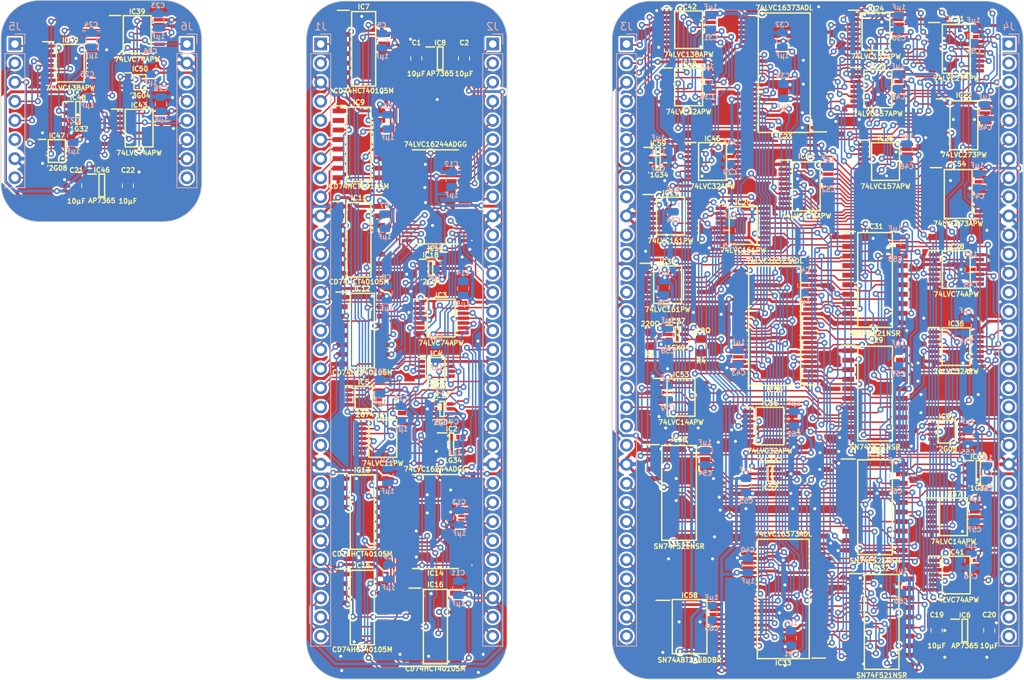
<source format=kicad_pcb>
(kicad_pcb (version 20221018) (generator pcbnew)
  (layers (0 "F.Cu" signal) (31 "B.Cu" signal) (34 "B.Paste" user) (36 "B.SilkS" user "B.Silkscreen") (37 "F.SilkS" user "F.Silkscreen") (38 "B.Mask" user) (39 "F.Mask" user) (44 "Edge.Cuts" user))
  (net 0 "")
  (net 21 "/Row Counter/5V")
  (net 22 "/Row Counter/GND")
  (net 23 "/Row Counter/3.3V")
  (net 25 "/Row Counter/R3")
  (net 26 "/Row Counter/R2")
  (net 27 "/Row Counter/R1")
  (net 28 "/Row Counter/R0")
  (net 29 "/Row Counter/R7")
  (net 30 "/Row Counter/R6")
  (net 31 "/Row Counter/R5")
  (net 32 "/Row Counter/R4")
  (net 33 "Net-(IC21-D0)")
  (net 34 "Net-(IC21-D1)")
  (net 35 "/Row Counter/RCS1")
  (net 36 "/Row Counter/RCS2")
  (net 37 "Net-(IC21-D2)")
  (net 38 "Net-(IC21-D3)")
  (net 39 "/Row Counter/RCS3")
  (net 40 "/Row Counter/RCS4")
  (net 41 "Net-(IC21-D4)")
  (net 42 "Net-(IC21-D5)")
  (net 43 "/Row Counter/RCS5")
  (net 44 "/Row Counter/RCS6")
  (net 45 "Net-(IC21-D6)")
  (net 46 "Net-(IC21-D7)")
  (net 47 "/Row Counter/RCS7")
  (net 48 "/Row Counter/RCS8")
  (net 49 "Net-(IC22-D0)")
  (net 50 "Net-(IC22-D1)")
  (net 51 "/Row Counter/RCS9")
  (net 52 "/Row Counter/RCS10")
  (net 53 "Net-(IC22-D2)")
  (net 54 "Net-(IC22-D3)")
  (net 55 "/Row Counter/RCS11")
  (net 60 "/Row Counter/RPS0")
  (net 61 "/Row Counter/RPS1")
  (net 62 "/Row Counter/RPS2")
  (net 63 "/Row Counter/RPS3")
  (net 64 "/Row Counter/RPS4")
  (net 65 "/Row Counter/RPS5")
  (net 66 "/Row Counter/RPS6")
  (net 67 "/Row Counter/RPS7")
  (net 68 "/Row Counter/RPS8")
  (net 69 "/Row Counter/RPS9")
  (net 70 "/Row Counter/RPS10")
  (net 71 "/Row Counter/RPS11")
  (net 76 "/Row Counter/LSPH CS")
  (net 77 "/Row Counter/D3")
  (net 78 "/Row Counter/D2")
  (net 79 "/Row Counter/D1")
  (net 80 "/Row Counter/D0")
  (net 81 "/Row Counter/D7")
  (net 82 "/Row Counter/D6")
  (net 83 "/Row Counter/D5")
  (net 84 "/Row Counter/D4")
  (net 85 "/Row Counter/LSPL CS")
  (net 86 "/Row Counter/Front Porch Start D0")
  (net 87 "/Row Counter/Front Porch Start D1")
  (net 88 "/Row Counter/Front Porch Start D2")
  (net 89 "/Row Counter/Front Porch Start D3")
  (net 90 "/Row Counter/Front Porch Start D4")
  (net 91 "/Row Counter/Front Porch Start D5")
  (net 92 "/Row Counter/Front Porch Start D6")
  (net 93 "/Row Counter/Front Porch Start D7")
  (net 94 "/Row Counter/Sync Start D0")
  (net 95 "/Row Counter/Sync Start D1")
  (net 96 "/Row Counter/Sync Start D2")
  (net 97 "/Row Counter/Sync Start D3")
  (net 98 "/Row Counter/Sync Start D4")
  (net 99 "/Row Counter/Sync Start D5")
  (net 100 "/Row Counter/Sync Start D6")
  (net 101 "/Row Counter/Sync Start D7")
  (net 102 "/Row Counter/SS CS")
  (net 103 "/Row Counter/FPS CS")
  (net 104 "/Row Counter/Back Porch Start D0")
  (net 105 "/Row Counter/Back Porch Start D1")
  (net 106 "/Row Counter/Back Porch Start D2")
  (net 107 "/Row Counter/Back Porch Start D3")
  (net 108 "/Row Counter/Back Porch Start D4")
  (net 109 "/Row Counter/Back Porch Start D5")
  (net 110 "/Row Counter/Back Porch Start D6")
  (net 111 "/Row Counter/Back Porch Start D7")
  (net 112 "/Row Counter/Back Porch End D0")
  (net 113 "/Row Counter/Back Porch End D1")
  (net 114 "/Row Counter/Back Porch End D2")
  (net 115 "/Row Counter/Back Porch End D3")
  (net 116 "/Row Counter/Back Porch End D4")
  (net 117 "/Row Counter/Back Porch End D5")
  (net 118 "/Row Counter/Back Porch End D6")
  (net 119 "/Row Counter/Back Porch End D7")
  (net 120 "/Row Counter/BPE CS")
  (net 121 "/Row Counter/BPS CS")
  (net 123 "/Row Counter/~{Back Porch End}")
  (net 124 "/Row Counter/~{Shift Data Selecct}")
  (net 125 "/Row Counter/~{Back Porch End Long}")
  (net 126 "/Row Counter/Horizontal Active")
  (net 127 "/Row Counter/Horizontal Blank")
  (net 128 "/Row Counter/~{Front Porch Start}")
  (net 129 "/Row Counter/~{Back Porch Start}")
  (net 130 "/Row Counter/~{Sync Start}")
  (net 132 "/Row Counter/Horizontal Sync")
  (net 133 "/Row Counter/~{Horizontal Sync}")
  (net 134 "/Row Counter/A0")
  (net 135 "/Row Counter/A1")
  (net 136 "/Row Counter/A2")
  (net 137 "/Row Counter/Device ~{CS1}")
  (net 138 "/Row Counter/Device ~{CS2}")
  (net 139 "/Row Counter/Device CS3")
  (net 142 "/Row Counter/Load Shift Pattern High ~{CS}")
  (net 143 "/Row Counter/Load Shift Pattern Low ~{CS}")
  (net 144 "/Row Counter/~{WD}")
  (net 145 "/Asynchronous Write (FIFO)/5V")
  (net 146 "/Asynchronous Write (FIFO)/GND")
  (net 147 "/Asynchronous Write (FIFO)/3.3V")
  (net 148 "/Asynchronous Write (PHI2 Hold)/5V")
  (net 149 "/Asynchronous Write (PHI2 Hold)/GND")
  (net 150 "/Asynchronous Write (PHI2 Hold)/3.3V")
  (net 151 "/Asynchronous Write (FIFO)/DOR0")
  (net 152 "/Asynchronous Write (FIFO)/DOR1")
  (net 153 "/Asynchronous Write (FIFO)/DOR3")
  (net 154 "/Asynchronous Write (FIFO)/DOR4")
  (net 155 "/Asynchronous Write (FIFO)/DOR5")
  (net 156 "/Asynchronous Write (FIFO)/DOR3·DOR4·DOR5")
  (net 157 "/Asynchronous Write (FIFO)/Data Ready")
  (net 158 "/Asynchronous Write (FIFO)/DOR6")
  (net 159 "/Asynchronous Write (FIFO)/DOR0·DOR1·DOR2")
  (net 160 "/Asynchronous Write (FIFO)/DOR2")
  (net 161 "/Asynchronous Write (FIFO)/~{Data Write}")
  (net 162 "/Asynchronous Write (FIFO)/~{Data Write}_{OUT}")
  (net 163 "/Asynchronous Write (FIFO)/PHI2")
  (net 164 "/Asynchronous Write (FIFO)/~{Source Clock}")
  (net 165 "/Asynchronous Write (FIFO)/~{Video SI}")
  (net 166 "/Asynchronous Write (FIFO)/~{Clear Data Write}")
  (net 167 "/Asynchronous Write (FIFO)/Pixel Clock")
  (net 168 "/Asynchronous Write (FIFO)/~{RESET}")
  (net 169 "/Asynchronous Write (FIFO)/~{CS}")
  (net 170 "/Asynchronous Write (FIFO)/Data Write Done")
  (net 171 "/Asynchronous Write (FIFO)/SI")
  (net 172 "/Asynchronous Write (FIFO)/~{Pixel Clock}")
  (net 173 "/Asynchronous Write (FIFO)/D0")
  (net 174 "/Asynchronous Write (FIFO)/D1")
  (net 175 "/Asynchronous Write (FIFO)/D2")
  (net 176 "/Asynchronous Write (FIFO)/D3")
  (net 177 "/Asynchronous Write (FIFO)/RESET")
  (net 178 "/Asynchronous Write (FIFO)/D_{OUT}3")
  (net 179 "/Asynchronous Write (FIFO)/D_{OUT}2")
  (net 180 "/Asynchronous Write (FIFO)/D_{OUT}1")
  (net 181 "/Asynchronous Write (FIFO)/D_{OUT}0")
  (net 182 "/Asynchronous Write (FIFO)/~{Data Write Done}")
  (net 183 "/Asynchronous Write (FIFO)/D4")
  (net 184 "/Asynchronous Write (FIFO)/D5")
  (net 185 "/Asynchronous Write (FIFO)/D6")
  (net 186 "/Asynchronous Write (FIFO)/D7")
  (net 187 "/Asynchronous Write (FIFO)/D_{OUT}7")
  (net 188 "/Asynchronous Write (FIFO)/D_{OUT}6")
  (net 189 "/Asynchronous Write (FIFO)/D_{OUT}5")
  (net 190 "/Asynchronous Write (FIFO)/D_{OUT}4")
  (net 191 "/Asynchronous Write (FIFO)/A_{W}7")
  (net 192 "/Asynchronous Write (FIFO)/A_{W}6")
  (net 193 "/Asynchronous Write (FIFO)/A_{W}5")
  (net 194 "/Asynchronous Write (FIFO)/A_{W}4")
  (net 195 "/Asynchronous Write (FIFO)/A_{W}3")
  (net 196 "/Asynchronous Write (FIFO)/A_{W}2")
  (net 197 "/Asynchronous Write (FIFO)/A_{W}1")
  (net 198 "/Asynchronous Write (FIFO)/A_{W}0")
  (net 199 "/Asynchronous Write (FIFO)/D_{W}7")
  (net 200 "/Asynchronous Write (FIFO)/D_{W}6")
  (net 201 "/Asynchronous Write (FIFO)/D_{W}5")
  (net 202 "/Asynchronous Write (FIFO)/D_{W}4")
  (net 203 "/Asynchronous Write (FIFO)/D_{W}3")
  (net 204 "/Asynchronous Write (FIFO)/D_{W}2")
  (net 205 "/Asynchronous Write (FIFO)/D_{W}1")
  (net 206 "/Asynchronous Write (FIFO)/D_{W}0")
  (net 207 "/Asynchronous Write (FIFO)/A_{OUT}0")
  (net 208 "/Asynchronous Write (FIFO)/A_{OUT}1")
  (net 209 "/Asynchronous Write (FIFO)/A_{OUT}2")
  (net 210 "/Asynchronous Write (FIFO)/A_{OUT}3")
  (net 211 "/Asynchronous Write (FIFO)/A_{OUT}4")
  (net 212 "/Asynchronous Write (FIFO)/A_{OUT}5")
  (net 213 "/Asynchronous Write (FIFO)/A_{OUT}6")
  (net 214 "/Asynchronous Write (FIFO)/A_{OUT}7")
  (net 215 "/Asynchronous Write (FIFO)/A0")
  (net 216 "/Asynchronous Write (FIFO)/A1")
  (net 217 "/Asynchronous Write (FIFO)/A2")
  (net 218 "/Asynchronous Write (FIFO)/A3")
  (net 219 "/Asynchronous Write (FIFO)/A4")
  (net 220 "/Asynchronous Write (FIFO)/A5")
  (net 221 "/Asynchronous Write (FIFO)/A6")
  (net 222 "/Asynchronous Write (FIFO)/A7")
  (net 223 "/Asynchronous Write (FIFO)/A8")
  (net 224 "/Asynchronous Write (FIFO)/A9")
  (net 225 "/Asynchronous Write (FIFO)/A10")
  (net 226 "/Asynchronous Write (FIFO)/A11")
  (net 227 "/Asynchronous Write (FIFO)/A_{OUT}11")
  (net 228 "/Asynchronous Write (FIFO)/A_{OUT}10")
  (net 229 "/Asynchronous Write (FIFO)/A_{OUT}9")
  (net 230 "/Asynchronous Write (FIFO)/A_{OUT}8")
  (net 231 "/Asynchronous Write (FIFO)/A_{W}17")
  (net 232 "/Asynchronous Write (FIFO)/A_{W}16")
  (net 233 "/Asynchronous Write (FIFO)/A_{W}15")
  (net 234 "/Asynchronous Write (FIFO)/A_{W}14")
  (net 235 "/Asynchronous Write (FIFO)/A_{W}13")
  (net 236 "/Asynchronous Write (FIFO)/A_{W}12")
  (net 237 "/Asynchronous Write (FIFO)/A_{W}11")
  (net 238 "/Asynchronous Write (FIFO)/A_{W}10")
  (net 239 "/Asynchronous Write (FIFO)/A_{W}9")
  (net 240 "/Asynchronous Write (FIFO)/A_{W}8")
  (net 241 "/Asynchronous Write (FIFO)/A_{OUT}12")
  (net 242 "/Asynchronous Write (FIFO)/A_{OUT}13")
  (net 243 "/Asynchronous Write (FIFO)/A_{OUT}14")
  (net 244 "/Asynchronous Write (FIFO)/A_{OUT}15")
  (net 245 "/Asynchronous Write (FIFO)/A_{OUT}16")
  (net 246 "/Asynchronous Write (FIFO)/A_{OUT}17")
  (net 247 "/Asynchronous Write (FIFO)/A12")
  (net 248 "/Asynchronous Write (FIFO)/A13")
  (net 249 "/Asynchronous Write (FIFO)/A14")
  (net 250 "/Asynchronous Write (FIFO)/A15")
  (net 251 "/Asynchronous Write (FIFO)/A16")
  (net 252 "/Asynchronous Write (FIFO)/A17")
  (net 253 "/Asynchronous Write (FIFO)/Source Clock")
  (net 254 "/Row Counter/Advance Pixel")
  (net 255 "/Row Counter/~{FPS}")
  (net 256 "/Row Counter/~{SS}")
  (net 257 "/Row Counter/~{BPS}")
  (net 258 "/Row Counter/~{BPE}")
  (net 259 "Net-(IC39A-~{1RD})")
  (net 260 "/Asynchronous Write (PHI2 Hold)/PHI2")
  (net 261 "/Asynchronous Write (PHI2 Hold)/PHI2 Risen")
  (net 263 "/Asynchronous Write (PHI2 Hold)/~{Video Write Progress}")
  (net 265 "/Asynchronous Write (PHI2 Hold)/Video Write Waiting")
  (net 266 "Net-(IC39B-~{2RD})")
  (net 267 "/Row Counter/Load Front Porch Start ~{CS}")
  (net 268 "/Row Counter/Load Sync Start ~{CS}")
  (net 269 "/Row Counter/Load Back Porch End ~{CS}")
  (net 270 "/Row Counter/Load Back Porch Start ~{CS}")
  (net 271 "Net-(IC43A-~{1RD})")
  (net 272 "/Asynchronous Write (PHI2 Hold)/~{Video Write}")
  (net 274 "/Asynchronous Write (PHI2 Hold)/~{Video Write Done}")
  (net 280 "/Asynchronous Write (PHI2 Hold)/~{RESET}")
  (net 281 "/Asynchronous Write (PHI2 Hold)/Pixel Clock")
  (net 282 "/Asynchronous Write (PHI2 Hold)/~{CS}")
  (net 283 "/Asynchronous Write (PHI2 Hold)/~{WD}")
  (net 290 "/Asynchronous Write (PHI2 Hold)/~{Video Write Waiting}")
  (net 292 "Net-(IC50A-1Y)")
  (net 296 "/Row Counter/Pixel CLK_{1}")
  (net 297 "/Row Counter/Pixel CLK_{Early}")
  (net 299 "/Row Counter/R8")
  (net 300 "/Row Counter/R9")
  (net 301 "/Row Counter/R10")
  (net 302 "/Row Counter/Pixel CLK_{3}")
  (net 303 "/Row Counter/Pixel CLK_{2}")
  (net 304 "/Row Counter/~{Pixel CLK_{Early}}")
  (net 305 "/Row Counter/~{Pixel CLK}")
  (net 306 "/Row Counter/Pixel CLK_{OUT}")
  (net 307 "/Row Counter/~{Pixel CLK}_{OUT}")
  (net 309 "/Row Counter/~{Pixel Zero}")
  (net 310 "Net-(IC53A-1A)")
  (net 311 "/Row Counter/Q..D7")
  (net 312 "/Row Counter/Q..D6")
  (net 313 "/Row Counter/Q..D5")
  (net 314 "Net-(IC53E-5A)")
  (net 315 "Net-(IC55-~{P=Q})")
  (net 316 "Net-(IC56A-1Y)")
  (net 317 "Net-(IC56B-2Y)")
  (net 318 "Net-(IC56C-3Y)")
  (net 340 "/Row Counter/Horizontal Blank _{OUT}")
  (net 341 "/Row Counter/Horizontal Active _{OUT}")
  (net 342 "/Row Counter/Advance Pixel _{OUT}")
  (net 343 "/Row Counter/Horizontal Sync _{OUT}")
  (net 344 "/Row Counter/~{Horizontal Sync} _{OUT}")
  (net 345 "/Row Counter/~{Back Porch End Long} _{OUT}")
  (net 346 "/Row Counter/Pixel CLK _{IN}")
  (net 347 "/Row Counter/D0_{IN}")
  (net 348 "/Row Counter/D1_{IN}")
  (net 349 "/Row Counter/D2_{IN}")
  (net 350 "/Row Counter/D3_{IN}")
  (net 351 "/Row Counter/D4_{IN}")
  (net 352 "/Row Counter/D5_{IN}")
  (net 353 "/Row Counter/D6_{IN}")
  (net 354 "/Row Counter/D7_{IN}")
  (net 357 "/Row Counter/Q..D4")
  (net 358 "/Row Counter/Q..D3")
  (net 359 "/Row Counter/Q..D2")
  (net 360 "/Row Counter/Advance Row")
  (net 362 "/Row Counter/~{Pixel Zero} _{OUT}")
  (net 363 "/Row Counter/Advance Row _{OUT}")
  (net 364 "/Row Counter/TC_{0123}")
  (net 365 "/Row Counter/TC_{4567}")
  (net 368 "/Row Counter/~{WD}_{IN}")
  (net 369 "/Row Counter/Q..D1")
  (net 370 "/Row Counter/Q..D0")
  (net 373 "/Row Counter/RCS0")
  (net 374 "/Row Counter/~{Counter Reset}")
  (net 375 "Net-(IC37A-1Y)")
  (net 376 "Net-(IC37B-2Y)")
  (net 377 "Net-(IC37C-3Y)")
  (footprint "SamacSys_Parts:SOT95P275X110-5N" (layer "F.Cu") (at 141.859 129.413)
    (fp_text reference "IC2")
    (fp_text value "74LVC1G34GV,125" hide)
  )
  (footprint "SamacSys_Parts:R_0805" (layer "F.Cu") (at 168.275 115.443 180)
    (fp_text reference "R1")
    (fp_text value "220Ω")
  )
  (footprint "SamacSys_Parts:SOT95P275X110-5N" (layer "F.Cu") (at 169.291 91.44)
    (fp_text reference "IC59")
    (fp_text value "74LVC1G34GV,125" hide)
  )
  (footprint "SamacSys_Parts:SOT65P210X110-6N" (layer "F.Cu") (at 184.15 133.35 180)
    (fp_text reference "IC57")
    (fp_text value "SN74LVC1G332DCKR" hide)
  )
  (footprint "SamacSys_Parts:C_0805" (layer "F.Cu") (at 143.51 78.105)
    (fp_text reference "C2")
    (fp_text value "10µF")
  )
  (footprint "SamacSys_Parts:SOP65P640X110-14N" (layer "F.Cu") (at 100.33 87.376)
    (fp_text reference "IC43")
    (fp_text value "74LVC74APW,118" hide)
  )
  (footprint "SamacSys_Parts:SOP65P400X110-8N" (layer "F.Cu") (at 130.175 123.19)
    (fp_text reference "IC5")
    (fp_text value "74LVC2G74DP,125" hide)
  )
  (footprint "SamacSys_Parts:74LVC16244ADGG112" (layer "F.Cu") (at 139.7 96.52 180)
    (fp_text reference "IC10")
    (fp_text value "74LVC16244ADGG,112" hide)
  )
  (footprint "SamacSys_Parts:SOP65P640X110-16N" (layer "F.Cu") (at 198.501 82.169)
    (fp_text reference "IC25")
    (fp_text value "74LVC157APW,118" hide)
  )
  (footprint "SamacSys_Parts:SOP65P640X110-16N" (layer "F.Cu") (at 170.561 108.204)
    (fp_text reference "IC35")
    (fp_text value "74LVC161PW,112" hide)
  )
  (footprint "SamacSys_Parts:SOIC127P600X175-16N" (layer "F.Cu") (at 129.54 89.535)
    (fp_text reference "IC9")
    (fp_text value "CD74HCT40105M")
  )
  (footprint "SamacSys_Parts:SOP65P640X110-16N" (layer "F.Cu") (at 91.186 78.74)
    (fp_text reference "IC49")
    (fp_text value "74LVC138APW-Q100J" hide)
  )
  (footprint "SamacSys_Parts:SOT95P285X130-5N" (layer "F.Cu") (at 210.058 154.178)
    (fp_text reference "IC6")
    (fp_text value "AP7365-33WG-7" hide)
  )
  (footprint "SamacSys_Parts:SOP65P640X110-20N" (layer "F.Cu") (at 188.976 95.123)
    (fp_text reference "IC44")
    (fp_text value "74LVC573APW,118" hide)
  )
  (footprint "SamacSys_Parts:SOT95P275X110-5N" (layer "F.Cu") (at 92.202 85.344)
    (fp_text reference "IC48")
    (fp_text value "74LVC1G32GV,125" hide)
  )
  (footprint "SamacSys_Parts:SOP64P1025X280-48N" (layer "F.Cu") (at 185.928 149.987 180)
    (fp_text reference "IC33")
    (fp_text value "74LVC16373ADL,118" hide)
  )
  (footprint "SamacSys_Parts:SOIC127P780X200-20N" (layer "F.Cu") (at 198.126 122.682)
    (fp_text reference "IC29")
    (fp_text value "SN74F521NSR")
  )
  (footprint "SamacSys_Parts:C_0805" (layer "F.Cu") (at 213.29 154.178)
    (fp_text reference "C20")
    (fp_text value "10µF")
  )
  (footprint "SamacSys_Parts:SOIC127P600X175-16N" (layer "F.Cu") (at 139.7 153.67)
    (fp_text reference "IC16")
    (fp_text value "CD74HCT40105M")
  )
  (footprint "SamacSys_Parts:SOP65P640X110-14N" (layer "F.Cu") (at 172.339 123.19)
    (fp_text reference "IC53")
    (fp_text value "74LVC14APW,118" hide)
  )
  (footprint "SamacSys_Parts:SOIC127P780X200-20N" (layer "F.Cu") (at 172.085 135.89)
    (fp_text reference "IC55")
    (fp_text value "SN74F521NSR")
  )
  (footprint "SamacSys_Parts:SOP65P640X110-14N" (layer "F.Cu") (at 140.462 112.649)
    (fp_text reference "IC3")
    (fp_text value "74LVC74APW,118" hide)
  )
  (footprint "SamacSys_Parts:SOIC127P780X200-20N" (layer "F.Cu") (at 198.12 137.795)
    (fp_text reference "IC34")
    (fp_text value "SN74F521NSR")
  )
  (footprint "SamacSys_Parts:SOT95P285X130-5N" (layer "F.Cu") (at 95.377 94.996)
    (fp_text reference "IC46")
    (fp_text value "AP7365-33WG-7" hide)
  )
  (footprint "SamacSys_Parts:SOP65P210X110-6N" (layer "F.Cu") (at 140.589 124.714)
    (fp_text reference "IC17")
    (fp_text value "74LVC2G04GW-Q100H" hide)
  )
  (footprint "SamacSys_Parts:SOP65P640X110-16N" (layer "F.Cu") (at 180.594 100.33)
    (fp_text reference "IC20")
    (fp_text value "74LVC161PW,112" hide)
  )
  (footprint "SamacSys_Parts:SOIC127P600X175-16N" (layer "F.Cu") (at 129.99 151.13)
    (fp_text reference "IC15")
    (fp_text value "CD74HCT40105M")
  )
  (footprint "SamacSys_Parts:SOP65P400X110-8N" (layer "F.Cu") (at 89.408 90.424)
    (fp_text reference "IC47")
    (fp_text value "74LVC2G08DP-Q100H" hide)
  )
  (footprint "SamacSys_Parts:SOP65P210X110-6N" (layer "F.Cu") (at 171.831 114.808)
    (fp_text reference "IC27")
    (fp_text value "74LVC1GX04GW,125" hide)
  )
  (footprint "SamacSys_Parts:SOIC127P600X175-16N" (layer "F.Cu") (at 129.99 138.43)
    (fp_text reference "IC13")
    (fp_text value "CD74HCT40105M")
  )
  (footprint "SamacSys_Parts:SOT95P275X110-5N" (layer "F.Cu") (at 211.836 133.096)
    (fp_text reference "IC38")
    (fp_text value "74LVC1G32GV,125" hide)
  )
  (footprint "SamacSys_Parts:SOP65P640X110-14N" (layer "F.Cu") (at 173.355 81.915)
    (fp_text reference "IC40")
    (fp_text value "74LVC32APW,118" hide)
  )
  (footprint "SamacSys_Parts:SOP65P640X110-14N" (layer "F.Cu") (at 208.915 106.172)
    (fp_text reference "IC28")
    (fp_text value "74LVC74APW,118" hide)
  )
  (footprint "SamacSys_Parts:SOP65P640X110-14N" (layer "F.Cu") (at 208.915 146.812)
    (fp_text reference "IC41")
    (fp_text value "74LVC74APW,118" hide)
  )
  (footprint "SamacSys_Parts:R_0805" (layer "F.Cu") (at 175.006 116.332 180)
    (fp_text reference "R4")
    (fp_text value "220Ω")
  )
  (footprint "SamacSys_Parts:SOP65P640X110-14N" (layer "F.Cu") (at 100.076 74.93)
    (fp_text reference "IC39")
    (fp_text value "74LVC74APW,118" hide)
  )
  (footprint "SamacSys_Parts:SOP65P640X110-14N" (layer "F.Cu") (at 208.534 139.065)
    (fp_text reference "IC37")
    (fp_text value "74LVC14APW,118" hide)
  )
  (footprint "SamacSys_Parts:SOP50P310X90-8N" (layer "F.Cu") (at 100.457 81.28)
    (fp_text reference "IC50")
    (fp_text value "SN74LVC3G04DCUR" hide)
  )
  (footprint "SamacSys_Parts:SOP65P640X110-20N" (layer "F.Cu") (at 209.169 96.139)
    (fp_text reference "IC54")
    (fp_text value "74LVC573APW,118" hide)
  )
  (footprint "SamacSys_Parts:SOP64P1025X280-48N" (layer "F.Cu") (at 184.785 113.665 180)
    (fp_text reference "IC30")
    (fp_text value "74LVC16373ADL,118" hide)
  )
  (footprint "SamacSys_Parts:SOIC127P780X200-20N" (layer "F.Cu") (at 199.003 153.035)
    (fp_text reference "IC32")
    (fp_text value "SN74F521NSR")
  )
  (footprint "SamacSys_Parts:SOP65P640X110-20N" (layer "F.Cu") (at 208.915 76.835)
    (fp_text reference "IC21")
    (fp_text value "74LVC273PW,118" hide)
  )
  (footprint "SamacSys_Parts:SOIC127P600X175-16N" (layer "F.Cu") (at 129.54 102.235)
    (fp_text reference "IC11")
    (fp_text value "CD74HCT40105M")
  )
  (footprint "SamacSys_Parts:SOIC127P600X175-16N" (layer "F.Cu") (at 129.99 114.3)
    (fp_text reference "IC12")
    (fp_text value "CD74HCT40105M")
  )
  (footprint "SamacSys_Parts:SOP65P780X200-20N" (layer "F.Cu") (at 173.482 153.67)
    (fp_text reference "IC58")
    (fp_text value "SN74ABT245BDBR")
  )
  (footprint "SamacSys_Parts:SOP65P640X110-14N" (layer "F.Cu") (at 184.15 127)
    (fp_text reference "IC56")
    (fp_text value "74LVC32APW,118" hide)
  )
  (footprint "SamacSys_Parts:C_0805" (layer "F.Cu") (at 91.978 95.057)
    (fp_text reference "C21")
    (fp_text value "10µF")
  )
  (footprint "SamacSys_Parts:SOP64P1025X280-48N" (layer "F.Cu") (at 186.055 80.01 180)
    (fp_text reference "IC23")
    (fp_text value "74LVC16373ADL,118" hide)
  )
  (footprint "SamacSys_Parts:SOP65P210X110-6N" (layer "F.Cu") (at 139.065 106.045)
    (fp_text reference "IC18")
    (fp_text value "74LVC2G04GW-Q100H" hide)
  )
  (footprint "SamacSys_Parts:SOIC127P600X175-16N" (layer "F.Cu") (at 130.175 76.835)
    (fp_text reference "IC7")
    (fp_text value "CD74HCT40105M")
  )
  (footprint "SamacSys_Parts:SOP65P640X110-16N" (layer "F.Cu") (at 170.942 99.06)
    (fp_text reference "IC19")
    (fp_text value "74LVC161PW,112" hide)
  )
  (footprint "SamacSys_Parts:C_0805" (layer "F.Cu") (at 137.16 78.105)
    (fp_text reference "C1")
    (fp_text value "10µF")
  )
  (footprint "SamacSys_Parts:74LVC16244ADGG112" (layer "F.Cu") (at 139.7 139.7 180)
    (fp_text reference "IC14")
    (fp_text value "74LVC16244ADGG,112" hide)
  )
  (footprint "SamacSys_Parts:SOP65P640X110-16N" (layer "F.Cu") (at 199.517 91.821)
    (fp_text reference "IC26")
    (fp_text value "74LVC157APW,118" hide)
  )
  (footprint "SamacSys_Parts:SOP65P640X110-20N" (layer "F.Cu") (at 209.931 86.995)
    (fp_text reference "IC22")
    (fp_text value "74LVC273PW,118" hide)
  )
  (footprint "SamacSys_Parts:SOT95P285X130-5N" (layer "F.Cu") (at 140.335 78.089)
    (fp_text reference "IC8")
    (fp_text value "AP7365-33WG-7" hide)
  )
  (footprint "SamacSys_Parts:SOP65P640X110-16N" (layer "F.Cu") (at 198.247 74.549)
    (fp_text reference "IC24")
    (fp_text value "74LVC157APW,118" hide)
  )
  (footprint "SamacSys_Parts:C_0805" (layer "F.Cu") (at 98.836 95.057)
    (fp_text reference "C22")
    (fp_text value "10µF")
  )
  (footprint "SamacSys_Parts:SOP65P640X110-14N" (layer "F.Cu") (at 132.715 128.651)
    (fp_text reference "IC1")
    (fp_text value "74LVC11PW,112" hide)
  )
  (footprint "SamacSys_Parts:SOP65P400X110-8N" (layer "F.Cu") (at 139.827 119.38)
    (fp_text reference "IC4")
    (fp_text value "74LVC2G02DP,125" hide)
  )
  (footprint "SamacSys_Parts:SOIC127P780X200-20N" (layer "F.Cu") (at 198.12 107.569)
    (fp_text reference "IC31")
    (fp_text value "SN74F521NSR")
  )
  (footprint "SamacSys_Parts:C_0805" (layer "F.Cu") (at 206.305 154.178)
    (fp_text reference "C19")
    (fp_text value "10µF")
  )
  (footprint "SamacSys_Parts:SOP65P640X110-16N" (layer "F.Cu") (at 173.355 74.295)
    (fp_text reference "IC42")
    (fp_text value "74LVC138APW-Q100J" hide)
  )
  (footprint "SamacSys_Parts:SOP65P400X110-8N" (layer "F.Cu") (at 207.645 127.762)
    (fp_text reference "IC51")
    (fp_text value "74LVC2G08DP-Q100H" hide)
  )
  (footprint "SamacSys_Parts:SOP65P640X110-14N" (layer "F.Cu") (at 208.885 116.429)
    (fp_text reference "IC36")
    (fp_text value "74LVC32APW,118" hide)
  )
  (footprint "SamacSys_Parts:SOP65P640X110-14N" (layer "F.Cu") (at 176.53 91.821)
    (fp_text reference "IC45")
    (fp_text value "74LVC32APW,118" hide)
  )
  (footprint "SamacSys_Parts:C_0805" (layer "B.Cu") (at 143.383 108.712 180)
    (fp_text reference "C14")
    (fp_text value "1μF")
  )
  (footprint "SamacSys_Parts:C_0805" (layer "B.Cu") (at 201.549 148.209)
    (fp_text reference "C60")
    (fp_text value "1μF")
  )
  (footprint "SamacSys_Parts:C_0805" (layer "B.Cu") (at 211.201 75.057)
    (fp_text reference "C51")
    (fp_text value "1μF")
  )
  (footprint "Connector_PinHeader_2.54mm:PinHeader_1x32_P2.54mm_Vertical" (layer "B.Cu") (at 147.32 76.2 180)
    (fp_text reference "J2")
    (fp_text value "Conn_01x32_Pin")
  )
  (footprint "SamacSys_Parts:C_0805" (layer "B.Cu") (at 132.334 121.793 180)
    (fp_text reference "C15")
    (fp_text value "1μF")
  )
  (footprint "SamacSys_Parts:C_0805" (layer "B.Cu") (at 169.291 90.678)
    (fp_text reference "C37")
    (fp_text value "1μF")
  )
  (footprint "SamacSys_Parts:C_0805" (layer "B.Cu") (at 210.82 144.907)
    (fp_text reference "C56")
    (fp_text value "1μF")
  )
  (footprint "SamacSys_Parts:C_0805" (layer "B.Cu") (at 101.854 79.248 180)
    (fp_text reference "C26")
    (fp_text value "1μF")
  )
  (footprint "SamacSys_Parts:C_0805" (layer "B.Cu") (at 176.403 151.81)
    (fp_text reference "C63")
    (fp_text value "1μF")
  )
  (footprint "SamacSys_Parts:C_0805" (layer "B.Cu") (at 201.168 117.983)
    (fp_text reference "C59")
    (fp_text value "1μF")
  )
  (footprint "SamacSys_Parts:C_0805" (layer "B.Cu") (at 103.251 84.201 180)
    (fp_text reference "C28")
    (fp_text value "1μF")
  )
  (footprint "Connector_PinHeader_2.54mm:PinHeader_1x32_P2.54mm_Vertical" (layer "B.Cu") (at 124.46 76.2 180)
    (fp_text reference "J1")
    (fp_text value "Conn_01x32_Pin")
  )
  (footprint "SamacSys_Parts:C_0805" (layer "B.Cu") (at 179.959 117.856)
    (fp_text reference "C43")
    (fp_text value "1μF")
  )
  (footprint "SamacSys_Parts:C_0805" (layer "B.Cu") (at 178.816 100.965)
    (fp_text reference "C35")
    (fp_text value "1μF")
  )
  (footprint "SamacSys_Parts:C_0805" (layer "B.Cu") (at 170.053 108.585)
    (fp_text reference "C36")
    (fp_text value "1μF")
  )
  (footprint "SamacSys_Parts:C_0805" (layer "B.Cu") (at 185.928 82.505 180)
    (fp_text reference "C33")
    (fp_text value "1μF")
  )
  (footprint "SamacSys_Parts:C_0805" (layer "B.Cu") (at 142.748 148.59 180)
    (fp_text reference "C11")
    (fp_text value "1μF")
  )
  (footprint "SamacSys_Parts:C_0805" (layer "B.Cu") (at 93.98 75.692 180)
    (fp_text reference "C24")
    (fp_text value "1μF")
  )
  (footprint "SamacSys_Parts:C_0805" (layer "B.Cu") (at 210.439 128.397)
    (fp_text reference "C55")
    (fp_text value "1μF")
  )
  (footprint "SamacSys_Parts:C_0805" (layer "B.Cu") (at 181.229 145.542 180)
    (fp_text reference "C40")
    (fp_text value "1μF")
  )
  (footprint "SamacSys_Parts:C_0805" (layer "B.Cu") (at 133.223 109.302 180)
    (fp_text reference "C8")
    (fp_text value "1μF")
  )
  (footprint "SamacSys_Parts:C_0805" (layer "B.Cu") (at 210.185 113.665)
    (fp_text reference "C44")
    (fp_text value "1μF")
  )
  (footprint "SamacSys_Parts:C_0805" (layer "B.Cu") (at 210.82 106.172)
    (fp_text reference "C45")
    (fp_text value "1μF")
  )
  (footprint "SamacSys_Parts:C_0805" (layer "B.Cu") (at 191.897 93.472)
    (fp_text reference "C52")
    (fp_text value "1μF")
  )
  (footprint "Connector_PinHeader_2.54mm:PinHeader_1x32_P2.54mm_Vertical" (layer "B.Cu") (at 215.9 76.2 180)
    (fp_text reference "J4")
    (fp_text value "Conn_01x32_Pin")
  )
  (footprint "SamacSys_Parts:C_0805" (layer "B.Cu") (at 133.35 86.569 180)
    (fp_text reference "C6")
    (fp_text value "1μF")
  )
  (footprint "SamacSys_Parts:C_0805" (layer "B.Cu") (at 102.87 73.152 180)
    (fp_text reference "C23")
    (fp_text value "1μF")
  )
  (footprint "Connector_PinHeader_2.54mm:PinHeader_1x32_P2.54mm_Vertical" (layer "B.Cu") (at 165.1 76.2 180)
    (fp_text reference "J3")
    (fp_text value "Conn_01x32_Pin")
  )
  (footprint "SamacSys_Parts:C_0805" (layer "B.Cu") (at 139.827 117.221 180)
    (fp_text reference "C18")
    (fp_text value "1μF")
  )
  (footprint "SamacSys_Parts:C_0805" (layer "B.Cu") (at 212.725 85.217)
    (fp_text reference "C46")
    (fp_text value "1μF")
  )
  (footprint "SamacSys_Parts:C_0805" (layer "B.Cu") (at 133.477 146.431 180)
    (fp_text reference "C9")
    (fp_text value "1μF")
  )
  (footprint "SamacSys_Parts:C_0805" (layer "B.Cu") (at 211.709 94.361)
    (fp_text reference "C47")
    (fp_text value "1μF")
  )
  (footprint "SamacSys_Parts:C_0805" (layer "B.Cu") (at 202.311 90.424)
    (fp_text reference "C48")
    (fp_text value "1μF")
  )
  (footprint "SamacSys_Parts:C_0805" (layer "B.Cu") (at 187.325 125.984)
    (fp_text reference "C62")
    (fp_text value "1μF")
  )
  (footprint "Connector_PinHeader_2.54mm:PinHeader_1x08_P2.54mm_Vertical" (layer "B.Cu") (at 83.82 76.2 180)
    (fp_text reference "J5")
    (fp_text value "Conn_01x08_Pin")
  )
  (footprint "SamacSys_Parts:C_0805" (layer "B.Cu") (at 170.561 122.555)
    (fp_text reference "C39")
    (fp_text value "1μF")
  )
  (footprint "SamacSys_Parts:C_0805" (layer "B.Cu") (at 211.328 138.684)
    (fp_text reference "C57")
    (fp_text value "1μF")
  )
  (footprint "SamacSys_Parts:C_0805" (layer "B.Cu") (at 186.944 155.194)
    (fp_text reference "C41")
    (fp_text value "1μF")
  )
  (footprint "Connector_PinHeader_2.54mm:PinHeader_1x08_P2.54mm_Vertical" (layer "B.Cu") (at 106.68 76.2 180)
    (fp_text reference "J6")
    (fp_text value "Conn_01x08_Pin")
  )
  (footprint "SamacSys_Parts:C_0805" (layer "B.Cu") (at 170.561 114.935)
    (fp_text reference "C38")
    (fp_text value "1μF")
  )
  (footprint "SamacSys_Parts:C_0805" (layer "B.Cu") (at 140.335 124.46 180)
    (fp_text reference "C3")
    (fp_text value "1μF")
  )
  (footprint "SamacSys_Parts:C_0805" (layer "B.Cu") (at 200.787 102.743)
    (fp_text reference "C58")
    (fp_text value "1μF")
  )
  (footprint "SamacSys_Parts:C_0805" (layer "B.Cu") (at 142.875 139.192 180)
    (fp_text reference "C13")
    (fp_text value "1μF")
  )
  (footprint "SamacSys_Parts:C_0805" (layer "B.Cu") (at 201.168 81.153)
    (fp_text reference "C49")
    (fp_text value "1μF")
  )
  (footprint "SamacSys_Parts:C_0805" (layer "B.Cu") (at 135.128 125.349 180)
    (fp_text reference "C16")
    (fp_text value "1μF")
  )
  (footprint "SamacSys_Parts:C_0805" (layer "B.Cu") (at 139.573 105.156 180)
    (fp_text reference "C17")
    (fp_text value "1μF")
  )
  (footprint "SamacSys_Parts:C_0805" (layer "B.Cu") (at 212.852 133.223)
    (fp_text reference "C64")
    (fp_text value "1μF")
  )
  (footprint "SamacSys_Parts:C_0805" (layer "B.Cu") (at 141.859 94.234 180)
    (fp_text reference "C12")
    (fp_text value "1μF")
  )
  (footprint "SamacSys_Parts:C_0805" (layer "B.Cu") (at 133.35 133.604 180)
    (fp_text reference "C10")
    (fp_text value "1μF")
  )
  (footprint "SamacSys_Parts:C_0805" (layer "B.Cu") (at 180.975 134.874)
    (fp_text reference "C53")
    (fp_text value "1μF")
  )
  (footprint "SamacSys_Parts:C_0805" (layer "B.Cu") (at 142.24 128.524 180)
    (fp_text reference "C4")
    (fp_text value "1μF")
  )
  (footprint "SamacSys_Parts:C_0805" (layer "B.Cu") (at 132.588 75.774 180)
    (fp_text reference "C5")
    (fp_text value "1μF")
  )
  (footprint "SamacSys_Parts:C_0805" (layer "B.Cu") (at 175.768 81.153)
    (fp_text reference "C30")
    (fp_text value "1μF")
  )
  (footprint "SamacSys_Parts:C_0805" (layer "B.Cu") (at 93.472 82.296 180)
    (fp_text reference "C25")
    (fp_text value "1μF")
  )
  (footprint "SamacSys_Parts:C_0805" (layer "B.Cu") (at 91.567 88.392 180)
    (fp_text reference "C27")
    (fp_text value "1μF")
  )
  (footprint "SamacSys_Parts:C_0805" (layer "B.Cu") (at 185.801 75.692 180)
    (fp_text reference "C32")
    (fp_text value "1μF")
  )
  (footprint "SamacSys_Parts:C_0805" (layer "B.Cu") (at 188.595 108.331 180)
    (fp_text reference "C42")
    (fp_text value "1μF")
  )
  (footprint "SamacSys_Parts:C_0805" (layer "B.Cu") (at 201.295 73.329)
    (fp_text reference "C50")
    (fp_text value "1μF")
  )
  (footprint "SamacSys_Parts:C_0805" (layer "B.Cu") (at 200.787 133.604)
    (fp_text reference "C61")
    (fp_text value "1μF")
  )
  (footprint "SamacSys_Parts:C_0805" (layer "B.Cu") (at 175.514 131.191)
    (fp_text reference "C54")
    (fp_text value "1μF")
  )
  (footprint "SamacSys_Parts:C_0805" (layer "B.Cu") (at 171.323 97.536)
    (fp_text reference "C34")
    (fp_text value "1μF")
  )
  (footprint "SamacSys_Parts:C_0805" (layer "B.Cu") (at 176.276 73.279)
    (fp_text reference "C31")
    (fp_text value "1μF")
  )
  (footprint "SamacSys_Parts:C_0805" (layer "B.Cu") (at 132.969 99.777 180)
    (fp_text reference "C7")
    (fp_text value "1μF")
  )
  (footprint "SamacSys_Parts:C_0805" (layer "B.Cu") (at 178.816 91.186)
    (fp_text reference "C29")
    (fp_text value "1μF")
  )
  (gr_line (start 212.725 160.655) (end 168.275 160.655) (stroke (width 0.1)) (layer "Edge.Cuts"))
  (gr_line (start 108.645 94.742) (end 108.645 75.474102) (stroke (width 0.1)) (layer "Edge.Cuts"))
  (gr_line (start 168.275 70.485) (end 212.725 70.485) (stroke (width 0.1)) (layer "Edge.Cuts"))
  (gr_line (start 217.805 155.575) (end 217.805 75.565) (stroke (width 0.1)) (layer "Edge.Cuts"))
  (gr_arc (start 103.565 70.394102) (mid 107.157102 71.882) (end 108.645 75.474102) (stroke (width 0.1)) (layer "Edge.Cuts"))
  (gr_line (start 163.195 75.565) (end 163.195 155.575) (stroke (width 0.1)) (layer "Edge.Cuts"))
  (gr_arc (start 87.055 99.822) (mid 83.462898 98.334102) (end 81.975 94.742) (stroke (width 0.1)) (layer "Edge.Cuts"))
  (gr_line (start 81.975 75.474102) (end 81.975 94.742) (stroke (width 0.1)) (layer "Edge.Cuts"))
  (gr_arc (start 212.725 70.485) (mid 216.317102 71.972898) (end 217.805 75.565) (stroke (width 0.1)) (layer "Edge.Cuts"))
  (gr_arc (start 144.145 70.485) (mid 147.737102 71.972898) (end 149.225 75.565) (stroke (width 0.1)) (layer "Edge.Cuts"))
  (gr_line (start 149.225 155.575) (end 149.225 75.565) (stroke (width 0.1)) (layer "Edge.Cuts"))
  (gr_arc (start 81.975 75.474102) (mid 83.462898 71.882) (end 87.055 70.394102) (stroke (width 0.1)) (layer "Edge.Cuts"))
  (gr_arc (start 127.635 160.655) (mid 124.042898 159.167102) (end 122.555 155.575) (stroke (width 0.1)) (layer "Edge.Cuts"))
  (gr_line (start 103.565 99.822) (end 87.055 99.822) (stroke (width 0.1)) (layer "Edge.Cuts"))
  (gr_arc (start 108.645 94.742) (mid 107.157102 98.334102) (end 103.565 99.822) (stroke (width 0.1)) (layer "Edge.Cuts"))
  (gr_line (start 87.055 70.394102) (end 103.565 70.394102) (stroke (width 0.1)) (layer "Edge.Cuts"))
  (gr_line (start 144.145 160.655) (end 127.635 160.655) (stroke (width 0.1)) (layer "Edge.Cuts"))
  (gr_line (start 127.635 70.485) (end 144.145 70.485) (stroke (width 0.1)) (layer "Edge.Cuts"))
  (gr_arc (start 149.225 155.575) (mid 147.737102 159.167102) (end 144.145 160.655) (stroke (width 0.1)) (layer "Edge.Cuts"))
  (gr_arc (start 163.195 75.565) (mid 164.682898 71.972898) (end 168.275 70.485) (stroke (width 0.1)) (layer "Edge.Cuts"))
  (gr_arc (start 217.805 155.575) (mid 216.317102 159.167102) (end 212.725 160.655) (stroke (width 0.1)) (layer "Edge.Cuts"))
  (gr_arc (start 122.555 75.565) (mid 124.042898 71.972898) (end 127.635 70.485) (stroke (width 0.1)) (layer "Edge.Cuts"))
  (gr_arc (start 168.275 160.655) (mid 164.682898 159.167102) (end 163.195 155.575) (stroke (width 0.1)) (layer "Edge.Cuts"))
  (gr_line (start 122.555 75.565) (end 122.555 155.575) (stroke (width 0.1)) (layer "Edge.Cuts"))
  (segment (start 209.723 154.64) (end 209.235 155.128) (width 0.38) (layer "F.Cu") (net 21))
  (segment (start 209.235 155.128) (end 208.758 155.128) (width 0.38) (layer "F.Cu") (net 21))
  (segment (start 209.713 153.228) (end 209.723 153.238) (width 0.38) (layer "F.Cu") (net 21))
  (segment (start 201.4 159.44) (end 196.606 159.44) (width 0.38) (layer "F.Cu") (net 21))
  (segment (start 201.682 101.854) (end 202.307998 101.854) (width 0.38) (layer "F.Cu") (net 21))
  (segment (start 194.276 159.44) (end 187.890229 159.44) (width 0.38) (layer "F.Cu") (net 21))
  (segment (start 206.305 154.842097) (end 205.19 153.727097) (width 0.38) (layer "F.Cu") (net 21))
  (segment (start 177.032 151.395) (end 177.032 150.745) (width 0.38) (layer "F.Cu") (net 21))
  (segment (start 205.486 151.765) (end 213.995 151.765) (width 0.38) (layer "F.Cu") (net 21))
  (segment (start 177.028 150.749) (end 175.387 150.749) (width 0.38) (layer "F.Cu") (net 21))
  (segment (start 186.410229 157.96) (end 174.239175 157.96) (width 0.38) (layer "F.Cu") (net 21))
  (segment (start 213.995 151.765) (end 215.9 149.86) (width 0.38) (layer "F.Cu") (net 21))
  (segment (start 187.890229 159.44) (end 186.410229 157.96) (width 0.38) (layer "F.Cu") (net 21))
  (segment (start 206.305 155.112) (end 203.962002 157.454998) (width 0.38) (layer "F.Cu") (net 21))
  (segment (start 173.801013 130.175) (end 173.736 130.109987) (width 0.38) (layer "F.Cu") (net 21))
  (segment (start 169.932 150.745) (end 175.383 150.745) (width 0.38) (layer "F.Cu") (net 21))
  (segment (start 203.73 159.465) (end 201.4 159.465) (width 0.38) (layer "F.Cu") (net 21))
  (segment (start 201.688 116.967) (end 201.688 116.018225) (width 0.38) (layer "F.Cu") (net 21))
  (segment (start 203.962002 159.131) (end 203.73 159.363002) (width 0.38) (layer "F.Cu") (net 21))
  (segment (start 205.19 152.061) (end 205.486 151.765) (width 0.38) (layer "F.Cu") (net 21))
  (segment (start 202.565 147.32) (end 202.060004 146.815004) (width 0.38) (layer "F.Cu") (net 21))
  (segment (start 203.73 159.363002) (end 203.73 159.465) (width 0.38) (layer "F.Cu") (net 21))
  (segment (start 205.19 153.727097) (end 205.19 152.061) (width 0.38) (layer "F.Cu") (net 21))
  (segment (start 201.4 159.465) (end 201.4 159.44) (width 0.38) (layer "F.Cu") (net 21))
  (segment (start 167.259 129.159) (end 166.37 128.27) (width 0.38) (layer "F.Cu") (net 21))
  (segment (start 194.301 159.465) (end 194.276 159.44) (width 0.38) (layer "F.Cu") (net 21))
  (segment (start 208.758 153.228) (end 209.713 153.228) (width 0.38) (layer "F.Cu") (net 21))
  (segment (start 202.307998 101.854) (end 202.373 101.788998) (width 0.38) (layer "F.Cu") (net 21))
  (segment (start 202.060004 146.815004) (end 202.060004 146.814996) (width 0.38) (layer "F.Cu") (net 21))
  (segment (start 196.606 159.44) (end 196.581 159.465) (width 0.38) (layer "F.Cu") (net 21))
  (segment (start 201.295 132.08) (end 201.106 131.891) (width 0.38) (layer "F.Cu") (net 21))
  (segment (start 196.581 159.465) (end 194.301 159.465) (width 0.38) (layer "F.Cu") (net 21))
  (segment (start 203.962002 157.454998) (end 203.962002 159.131) (width 0.38) (layer "F.Cu") (net 21))
  (segment (start 175.647 130.175) (end 173.801013 130.175) (width 0.38) (layer "F.Cu") (net 21))
  (segment (start 201.688 116.018225) (end 201.720992 115.985233) (width 0.38) (layer "F.Cu") (net 21))
  (segment (start 173.736 130.109987) (end 172.785013 129.159) (width 0.38) (layer "F.Cu") (net 21))
  (segment (start 167.259 129.159) (end 172.785013 129.159) (width 0.38) (layer "F.Cu") (net 21))
  (segment (start 175.383 150.745) (end 175.387 150.749) (width 0.38) (layer "F.Cu") (net 21))
  (segment (start 201.106 131.891) (end 200.914 131.891) (width 0.38) (layer "F.Cu") (net 21))
  (segment (start 209.723 153.238) (end 209.723 154.64) (width 0.38) (layer "F.Cu") (net 21))
  (segment (start 208.758 155.128) (end 206.321 155.128) (width 0.38) (layer "F.Cu") (net 21))
  (via (at 203.962002 159.131) (size 0.8) (drill 0.4) (layers "F.Cu" "B.Cu") (net 21))
  (via (at 174.239175 157.96) (size 0.8) (drill 0.4) (layers "F.Cu" "B.Cu") (net 21))
  (via (at 173.736 130.109987) (size 0.8) (drill 0.4) (layers "F.Cu" "B.Cu") (net 21))
  (via (at 201.720992 115.985233) (size 0.8) (drill 0.4) (layers "F.Cu" "B.Cu") (net 21))
  (via (at 200.914 131.891) (size 0.8) (drill 0.4) (layers "F.Cu" "B.Cu") (net 21))
  (via (at 175.387 150.749) (size 0.8) (drill 0.4) (layers "F.Cu" "B.Cu") (net 21))
  (via (at 202.060004 146.814996) (size 0.8) (drill 0.4) (layers "F.Cu" "B.Cu") (net 21))
  (via (at 202.373 101.788998) (size 0.8) (drill 0.4) (layers "F.Cu" "B.Cu") (net 21))
  (via (at 166.37 128.27) (size 0.8) (drill 0.4) (layers "F.Cu" "B.Cu") (net 21))
  (segment (start 202.311 121.245771) (end 202.311 116.575225) (width 0.38) (layer "B.Cu") (net 21))
  (segment (start 201.721 113.801595) (end 201.721 104.405097) (width 0.38) (layer "B.Cu") (net 21))
  (segment (start 163.86 127.513625) (end 163.86 82.52) (width 0.38) (layer "B.Cu") (net 21))
  (segment (start 201.721008 115.985233) (end 201.720992 115.985233) (width 0.38) (layer "B.Cu") (net 21))
  (segment (start 201.621775 131.891) (end 200.914 131.891) (width 0.38) (layer "B.Cu") (net 21))
  (segment (start 200.787 132.67) (end 200.787 132.018) (width 0.38) (layer "B.Cu") (net 21))
  (segment (start 202.373 103.753097) (end 202.373 101.788998) (width 0.38) (layer "B.Cu") (net 21))
  (segment (start 202.311 116.575225) (end 201.940775 116.205) (width 0.38) (layer "B.Cu") (net 21))
  (segment (start 201.940775 116.205) (end 201.466982 115.731207) (width 0.38) (layer "B.Cu") (net 21))
  (segment (start 173.736 149.098) (end 175.387 150.749) (width 0.38) (layer "B.Cu") (net 21))
  (segment (start 166.37 128.27) (end 164.616375 128.27) (width 0.38) (layer "B.Cu") (net 21))
  (segment (start 164.616375 128.27) (end 163.86 127.513625) (width 0.38) (layer "B.Cu") (net 21))
  (segment (start 201.940775 131.572) (end 201.902 131.610775) (width 0.38) (layer "B.Cu") (net 21))
  (segment (start 201.168 117.049) (end 201.168 116.538225) (width 0.38) (layer "B.Cu") (net 21))
  (segment (start 174.239175 157.96) (end 173.736 157.456825) (width 0.38) (layer "B.Cu") (net 21))
  (segment (start 203.962002 159.131) (end 202.692 157.860998) (width 0.38) (layer "B.Cu") (net 21))
  (segment (start 201.168 116.538225) (end 201.720992 115.985233) (width 0.38) (layer "B.Cu") (net 21))
  (segment (start 173.736 157.456825) (end 173.736 152.4) (width 0.38) (layer "B.Cu") (net 21))
  (segment (start 201.940775 131.572) (end 201.356 130.987225) (width 0.38) (layer "B.Cu") (net 21))
  (segment (start 201.902 146.656992) (end 202.060004 146.814996) (width 0.38) (layer "B.Cu") (net 21))
  (segment (start 200.787 132.018) (end 200.914 131.891) (width 0.38) (layer "B.Cu") (net 21))
  (segment (start 201.466982 115.731207) (end 201.466982 114.055613) (width 0.38) (layer "B.Cu") (net 21))
  (segment (start 201.940775 131.572) (end 201.621775 131.891) (width 0.38) (layer "B.Cu") (net 21))
  (segment (start 201.466982 114.055613) (end 201.721 113.801595) (width 0.38) (layer "B.Cu") (net 21))
  (segment (start 201.721 104.405097) (end 202.373 103.753097) (width 0.38) (layer "B.Cu") (net 21))
  (segment (start 163.86 82.52) (end 165.1 81.28) (width 0.38) (layer "B.Cu") (net 21))
  (segment (start 202.692 147.446992) (end 202.060004 146.814996) (width 0.38) (layer "B.Cu") (net 21))
  (segment (start 173.883013 130.257) (end 173.736 130.109987) (width 0.38) (layer "B.Cu") (net 21))
  (segment (start 201.356 122.200771) (end 202.311 121.245771) (width 0.38) (layer "B.Cu") (net 21))
  (segment (start 202.363072 101.798926) (end 202.373 101.788998) (width 0.38) (layer "B.Cu") (net 21))
  (segment (start 200.797074 101.798926) (end 202.363072 101.798926) (width 0.38) (layer "B.Cu") (net 21))
  (segment (start 201.902 131.610775) (end 201.902 146.656992) (width 0.38) (layer "B.Cu") (net 21))
  (segment (start 173.736 130.109987) (end 173.736 149.098) (width 0.38) (layer "B.Cu") (net 21))
  (segment (start 202.692 157.860998) (end 202.692 147.446992) (width 0.38) (layer "B.Cu") (net 21))
  (segment (start 173.736 152.4) (end 175.387 150.749) (width 0.38) (layer "B.Cu") (net 21))
  (segment (start 201.940775 116.205) (end 201.721008 115.985233) (width 0.38) (layer "B.Cu") (net 21))
  (segment (start 201.356 130.987225) (end 201.356 122.200771) (width 0.38) (layer "B.Cu") (net 21))
  (segment (start 175.514 130.257) (end 173.883013 130.257) (width 0.38) (layer "B.Cu") (net 21))
  (segment (start 212.5895 139.065) (end 212.725 139.2005) (width 0.38) (layer "F.Cu") (net 22))
  (segment (start 214.376 138.43) (end 213.740998 137.794998) (width 0.38) (layer "F.Cu") (net 22))
  (segment (start 188.785 157.289) (end 187.833 156.337) (width 0.38) (layer "F.Cu") (net 22))
  (segment (start 178.626 108.267) (end 178.562 108.331) (width 0.38) (layer "F.Cu") (net 22))
  (segment (start 177.669 100.655) (end 177.669 101.305) (width 0.38) (layer "F.Cu") (net 22))
  (segment (start 212.725 139.2005) (end 212.725 140.2295) (width 0.38) (layer "F.Cu") (net 22))
  (segment (start 211.541 86.02) (end 212.869 86.02) (width 0.38) (layer "F.Cu") (net 22))
  (segment (start 183.849248 144.296) (end 184.835076 144.296) (width 0.38) (layer "F.Cu") (net 22))
  (segment (start 183.9905 156.337) (end 183.0385 155.385) (width 0.38) (layer "F.Cu") (net 22))
  (segment (start 196.026 86.233) (end 193.167 86.233) (width 0.38) (layer "F.Cu") (net 22))
  (segment (start 189.343763 133.371421) (end 189.948209 132.766975) (width 0.38) (layer "F.Cu") (net 22))
  (segment (start 171.7435 84.074) (end 174.752 84.074) (width 0.38) (layer "F.Cu") (net 22))
  (segment (start 181.228 144.589) (end 179.895 144.589) (width 0.38) (layer "F.Cu") (net 22))
  (segment (start 203.581 113.665) (end 203.581 117.221) (width 0.38) (layer "F.Cu") (net 22))
  (segment (start 170.417 83.865) (end 171.5345 83.865) (width 0.38) (layer "F.Cu") (net 22))
  (segment (start 205.977 79.76) (end 207.133 79.76) (width 0.38) (layer "F.Cu") (net 22))
  (segment (start 181.355 75.882) (end 181.355 75.248) (width 0.2) (layer "F.Cu") (net 22))
  (segment (start 200.279 114.3) (end 200.279 113.411) (width 0.38) (layer "F.Cu") (net 22))
  (segment (start 177.673 112.141) (end 177.737 112.077) (width 0.38) (layer "F.Cu") (net 22))
  (segment (start 177.669 102.605) (end 176.541 102.605) (width 0.38) (layer "F.Cu") (net 22))
  (segment (start 187.424622 119.843378) (end 188.205 119.063) (width 0.38) (layer "F.Cu") (net 22))
  (segment (start 181.355 78.422) (end 188.532 78.422) (width 0.38) (layer "F.Cu") (net 22))
  (segment (start 198.374229 147.193) (end 196.15 147.193) (width 0.38) (layer "F.Cu") (net 22))
  (segment (start 170.458029 103.553396) (end 175.828002 103.553396) (width 0.38) (layer "F.Cu") (net 22))
  (segment (start 190.976076 130.367) (end 190.803074 130.540002) (width 0.38) (layer "F.Cu") (net 22))
  (segment (start 212.5895 140.365) (end 211.472 140.365) (width 0.38) (layer "F.Cu") (net 22))
  (segment (start 174.636 94.268) (end 175.133 93.771) (width 0.38) (layer "F.Cu") (net 22))
  (segment (start 177.609 112.077) (end 177.673 112.141) (width 0.38) (layer "F.Cu") (net 22))
  (segment (start 173.985991 111.887) (end 174.175991 112.077) (width 0.38) (layer "F.Cu") (net 22))
  (segment (start 210.439 129.688) (end 210.439 130.175) (width 0.38) (layer "F.Cu") (net 22))
  (segment (start 169.798998 101.599998) (end 169.534 101.335) (width 0.38) (layer "F.Cu") (net 22))
  (segment (start 185.15 133.35) (end 186.944 133.35) (width 0.38) (layer "F.Cu") (net 22))
  (segment (start 200.239997 128.957001) (end 200.949996 129.667) (width 0.38) (layer "F.Cu") (net 22))
  (segment (start 186.038 98.048) (end 185.17 98.048) (width 0.38) (layer "F.Cu") (net 22))
  (segment (start 208.560343 93.214) (end 206.231 93.214) (width 0.38) (layer "F.Cu") (net 22))
  (segment (start 213.740998 137.794998) (end 212.725 137.794998) (width 0.38) (layer "F.Cu") (net 22))
  (segment (start 168.017 99.385) (end 168.017 100.035) (width 0.2) (layer "F.Cu") (net 22))
  (segment (start 205.596 141.015) (end 209.423 141.015) (width 0.38) (layer "F.Cu") (net 22))
  (segment (start 190.628 142.685) (end 192.110099 142.685) (width 0.38) (layer "F.Cu") (net 22))
  (segment (start 202.328168 114.3) (end 202.331344 114.303176) (width 0.38) (layer "F.Cu") (net 22))
  (segment (start 198.545031 82.688913) (end 198.545031 82.913019) (width 0.2) (layer "F.Cu") (net 22))
  (segment (start 206.939901 105.522) (end 205.977 105.522) (width 0.38) (layer "F.Cu") (net 22))
  (segment (start 197.00305 84.455) (end 198.545031 82.913019) (width 0.38) (layer "F.Cu") (net 22))
  (segment (start 180.085 119.063) (end 182.207171 119.063) (width 0.38) (layer "F.Cu") (net 22))
  (segment (start 178.3505 92.471) (end 178.3405 92.461) (width 0.38) (layer "F.Cu") (net 22))
  (segment (start 208.64175 97.876301) (end 208.64175 97.77075) (width 0.38) (layer "F.Cu") (net 22))
  (segment (start 203.636102 90.196) (end 204.851 88.981102) (width 0.38) (layer "F.Cu") (net 22))
  (segment (start 189.080624 133.594509) (end 189.303712 133.371421) (width 0.38) (layer "F.Cu") (net 22))
  (segment (start 188.221707 133.35) (end 188.466216 133.594509) (width 0.38) (layer "F.Cu") (net 22))
  (segment (start 170.252423 103.759) (end 170.458029 103.553396) (width 0.38) (layer "F.Cu") (net 22))
  (segment (start 171.5295 116.14) (end 169.7 116.14) (width 0.38) (layer "F.Cu") (net 22))
  (segment (start 210.238771 122.781) (end 211.808 122.781) (width 0.38) (layer "F.Cu") (net 22))
  (segment (start 195.167388 144.119388) (end 198.629494 144.119388) (width 0.38) (layer "F.Cu") (net 22))
  (segment (start 180.5955 93.131) (end 180.5855 93.121) (width 0.38) (layer "F.Cu") (net 22))
  (segment (start 211.643 134.046) (end 211.709 134.112) (width 0.38) (layer "F.Cu") (net 22))
  (segment (start 190.373 94.361) (end 190.246 94.234) (width 0.38) (layer "F.Cu") (net 22))
  (segment (start 167.64 103.759) (end 170.252423 103.759) (width 0.38) (layer "F.Cu") (net 22))
  (segment (start 210.185 146.558) (end 211.599 146.558) (width 0.38) (layer "F.Cu") (net 22))
  (segment (start 193.264946 143.51) (end 193.209946 143.565) (width 0.38) (layer "F.Cu") (net 22))
  (segment (start 208.64175 97.77075) (end 210.723343 95.689157) (width 0.38) (layer "F.Cu") (net 22))
  (segment (start 206.801502 110.444498) (end 204.597 112.649) (width 0.38) (layer "F.Cu") (net 22))
  (segment (start 202.942824 114.303176) (end 202.331344 114.303176) (width 0.38) (layer "F.Cu") (net 22))
  (segment (start 188.205 119.063) (end 189.485 119.063) (width 0.38) (layer "F.Cu") (net 22))
  (segment (start 198.629494 144.119388) (end 198.690717 144.058165) (width 0.38) (layer "F.Cu") (net 22))
  (segment (start 187.20113 108.253085) (end 186.785457 107.837412) (width 0.38) (layer "F.Cu") (net 22))
  (segment (start 168.017 98.735) (end 165.425 98.735) (width 0.38) (layer "F.Cu") (net 22))
  (segment (start 207.981 148.762) (end 210.185 146.558) (width 0.38) (layer "F.Cu") (net 22))
  (segment (start 198.891551 147.710322) (end 198.374229 147.193) (width 0.38) (layer "F.Cu") (net 22))
  (segment (start 177.737 112.077) (end 180.085 112.077) (width 0.38) (layer "F.Cu") (net 22))
  (segment (start 188.659 81.598) (end 190.755 81.598) (width 0.38) (layer "F.Cu") (net 22))
  (segment (start 167.278 132.08) (end 165.1 132.08) (width 0.38) (layer "F.Cu") (net 22))
  (segment (start 175.647 136.525) (end 177.354 136.525) (width 0.38) (layer "F.Cu") (net 22))
  (segment (start 205.977 145.512) (end 205.1135 145.512) (width 0.38) (layer "F.Cu") (net 22))
  (segment (start 190.246 94.234) (end 188.976 94.234) (width 0.38) (layer "F.Cu") (net 22))
  (segment (start 187.325 129.794) (end 187.452 129.667) (width 0.38) (layer "F.Cu") (net 22))
  (segment (start 170.43 76.57) (end 174.944016 76.57) (width 0.38) (layer "F.Cu") (net 22))
  (segment (start 185.925 144.832858) (end 186.168858 144.589) (width 0.38) (layer "F.Cu") (net 22))
  (segment (start 169.570713 119.38) (end 168.594 120.356713) (width 0.38) (layer "F.Cu") (net 22))
  (segment (start 191.198 112.077) (end 192.405 113.284) (width 0.38) (layer "F.Cu") (net 22))
  (segment (start 189.465 72.718) (end 189.465 74.593) (width 0.38) (layer "F.Cu") (net 22))
  (segment (start 167.358 137.24) (end 168.073 136.525) (width 0.38) (layer "F.Cu") (net 22))
  (segment (start 193.294 130.302) (end 193.294 130.367) (width 0.38) (layer "F.Cu") (net 22))
  (segment (start 168.523 131.445) (end 167.913 131.445) (width 0.38) (layer "F.Cu") (net 22))
  (segment (start 194.103275 76.824) (end 195.322 76.824) (width 0.38) (layer "F.Cu") (net 22))
  (segment (start 169.932 156.595) (end 169.932 157.093) (width 0.38) (layer "F.Cu") (net 22))
  (segment (start 167.358 138.51) (end 167.358 137.24) (width 0.38) (layer "F.Cu") (net 22))
  (segment (start 192.505275 78.422) (end 194.103275 76.824) (width 0.38) (layer "F.Cu") (net 22))
  (segment (start 188.023 106.363) (end 187.96 106.426) (width 0.38) (layer "F.Cu") (net 22))
  (segment (start 171.7675 115.902) (end 171.5295 116.14) (width 0.38) (layer "F.Cu") (net 22))
  (segment (start 188.531 81.598) (end 188.595 81.534) (width 0.38) (layer "F.Cu") (net 22))
  (segment (start 193.195 75.618771) (end 193.195 75.915725) (width 0.38) (layer "F.Cu") (net 22))
  (segment (start 170.560996 119.38) (end 169.570713 119.38) (width 0.38) (layer "F.Cu") (net 22))
  (segment (start 206.231 99.064) (end 207.3485 99.064) (width 0.38) (layer "F.Cu") (net 22))
  (segment (start 179.66 128.95) (end 179.578 129.032) (width 0.38) (layer "F.Cu") (net 22))
  (segment (start 176.082844 103.063156) (end 176.082844 103.298554) (width 0.38) (layer "F.Cu") (net 22))
  (segment (start 190.628 148.399) (end 189.556 148.399) (width 0.38) (layer "F.Cu") (net 22))
  (segment (start 205.977 146.162) (end 205.977 145.512) (width 0.38) (layer "F.Cu") (net 22))
  (segment (start 197.677 101.854) (end 197.866 102.043) (width 0.38) (layer "F.Cu") (net 22))
  (segment (start 205.977 148.762) (end 207.981 148.762) (width 0.38) (layer "F.Cu") (net 22))
  (segment (start 180.085 112.077) (end 182.181 112.077) (width 0.38) (layer "F.Cu") (net 22))
  (segment (start 169.932 157.093) (end 169.926 157.099) (width 0.38) (layer "F.Cu") (net 22))
  (segment (start 183.638 92.198) (end 186.038 92.198) (width 0.38) (layer "F.Cu") (net 22))
  (segment (start 187.96 106.426) (end 187.96 108.267) (width 0.38) (layer "F.Cu") (net 22))
  (segment (start 204.851 88.981102) (end 204.851 88.646) (width 0.38) (layer "F.Cu") (net 22))
  (segment (start 169.477026 111.887) (end 168.594 111.003974) (width 0.38) (layer "F.Cu") (net 22))
  (segment (start 176.657 144.526) (end 176.53 144.653) (width 0.38) (layer "F.Cu") (net 22))
  (segment (start 189.485 106.363) (end 188.023 106.363) (width 0.38) (layer "F.Cu") (net 22))
  (segment (start 187.198 137.987) (end 187.133 137.922) (width 0.38) (layer "F.Cu") (net 22))
  (segment (start 178.3505 91.171) (end 179.468 91.171) (width 0.38) (layer "F.Cu") (net 22))
  (segment (start 199.136 73.406) (end 199.009 73.279) (width 0.2) (layer "F.Cu") (net 22))
  (segment (start 166.075 100.035) (end 166.075 100.498) (width 0.38) (layer "F.Cu") (net 22))
  (segment (start 194.558 143.51) (end 193.264946 143.51) (width 0.38) (layer "F.Cu") (net 22))
  (segment (start 193.167 130.175) (end 193.294 130.302) (width 0.38) (layer "F.Cu") (net 22))
  (segment (start 187.833 156.337) (end 186.182 156.337) (width 0.38) (layer "F.Cu") (net 22))
  (segment (start 210.82 108.946502) (end 213.213502 108.946502) (width 0.38) (layer "F.Cu") (net 22))
  (segment (start 212.5895 139.065) (end 212.725 138.9295) (width 0.38) (layer "F.Cu") (net 22))
  (segment (start 175.647 133.985) (end 171.704 133.985) (width 0.38) (layer "F.Cu") (net 22))
  (segment (start 200.152 113.284) (end 200.279 113.411) (width 0.38) (layer "F.Cu") (net 22))
  (segment (start 206.98728 105.569379) (end 206.939901 105.522) (width 0.38) (layer "F.Cu") (net 22))
  (segment (start 186.69 74.612) (end 181.355 74.612) (width 0.38) (layer "F.Cu") (net 22))
  (segment (start 209.55 106.172) (end 208.947379 105.569379) (width 0.38) (layer "F.Cu") (net 22))
  (segment (start 207.108 130.175) (end 205.67 128.737) (width 0.38) (layer "F.Cu") (net 22))
  (segment (start 183.741 85.697) (end 188.104763 85.697) (width 0.38) (layer "F.Cu") (net 22))
  (segment (start 185.371934 144.832858) (end 185.925 144.832858) (width 0.38) (layer "F.Cu") (net 22))
  (segment (start 192.405 113.284) (end 194.558 113.284) (width 0.38) (layer "F.Cu") (net 22))
  (segment (start 186.817 81.598) (end 188.531 81.598) (width 0.38) (layer "F.Cu") (net 22))
  (segment (start 189.556 148.399) (end 189.281102 148.124102) (width 0.38) (layer "F.Cu") (net 22))
  (segment (start 186.69 74.612) (end 189.484 74.612) (width 0.38) (layer "F.Cu") (net 22))
  (segment (start 183.452 85.408) (end 183.741 85.697) (width 0.38) (layer "F.Cu") (net 22))
  (segment (start 189.948209 132.766975) (end 190.773585 132.766975) (width 0.38) (layer "F.Cu") (net 22))
  (segment (start 175.647 133.985) (end 176.65699 133.985) (width 0.38) (layer "F.Cu") (net 22))
  (segment (start 187.196777 151.841579) (end 185.420002 151.841579) (width 0.38) (layer "F.Cu") (net 22))
  (segment (start 200.279 114.554) (end 200.279 114.3) (width 0.38) (layer "F.Cu") (net 22))
  (segment (start 168.017 98.735) (end 168.017 99.385) (width 0.2) (layer "F.Cu") (net 22))
  (segment (start 169.09799 92.39) (end 169.16399 92.456) (width 0.38) (layer "F.Cu") (net 22))
  (segment (start 188.545347 85.408) (end 188.469555 85.332208) (width 0.38) (layer "F.Cu") (net 22))
  (segment (start 178.424 102.605) (end 178.816 102.997) (width 0.38) (layer "F.Cu") (net 22))
  (segment (start 188.316229 120.967) (end 189.485 120.967) (width 0.38) (layer "F.Cu") (net 22))
  (segment (start 212.616 152.538) (end 206.979 152.538) (width 0.38) (layer "F.Cu") (net 22))
  (segment (start 168.160974 111.003974) (end 168.594 111.003974) (width 0.38) (layer "F.Cu") (net 22))
  (segment (start 181.04 137.922) (end 180.975 137.987) (width 0.38) (layer "F.Cu") (net 22))
  (segment (start 188.595 81.534) (end 188.555225 81.573775) (width 0.2) (layer "F.Cu") (net 22))
  (segment (start 196.458 76.824) (end 196.534 76.9) (width 0.38) (layer "F.Cu") (net 22))
  (segment (start 201.039462 148.373798) (end 199.004235 148.373798) (width 0.38) (layer "F.Cu") (net 22))
  (segment (start 175.133 93.771) (end 177.7005 93.771) (width 0.38) (layer "F.Cu") (net 22))
  (segment (start 189.303712 133.371421) (end 189.343763 133.371421) (width 0.38) (layer "F.Cu") (net 22))
  (segment (start 180.0565 119.0345) (end 178.6535 119.0345) (width 0.38) (layer "F.Cu") (net 22))
  (segment (start 211.730449 100.965) (end 208.64175 97.876301) (width 0.38) (layer "F.Cu") (net 22))
  (segment (start 189.930072 129.667) (end 190.803074 130.540002) (width 0.38) (layer "F.Cu") (net 22))
  (segment (start 167.636 109.179) (end 167.636 108.529) (width 0.38) (layer "F.Cu") (net 22))
  (segment (start 186.930689 135.952) (end 186.738689 136.144) (width 0.38) (layer "F.Cu") (net 22))
  (segment (start 187.96 144.589) (end 190.628 144.589) (width 0.38) (layer "F.Cu") (net 22))
  (segment (start 213.29 153.212) (end 214.199 153.212) (width 0.38) (layer "F.Cu") (net 22))
  (segment (start 166.912 101.335) (end 168.017 101.335) (width 0.38) (layer "F.Cu") (net 22))
  (segment (start 182.987549 119.843378) (end 187.424622 119.843378) (width 0.38) (layer "F.Cu") (net 22))
  (segment (start 195.441 158.75) (end 191.643 158.75) (width 0.38) (layer "F.Cu") (net 22))
  (segment (start 179.468 91.171) (end 179.468 90.521) (width 0.38) (layer "F.Cu") (net 22))
  (segment (start 210.08439 76.055) (end 210.395209 75.744181) (width 0.38) (layer "F.Cu") (net 22))
  (segment (start 180.5955 93.4735) (end 180.5955 93.131) (width 0.38) (layer "F.Cu") (net 22))
  (segment (start 190.755 72.708) (end 189.475 72.708) (width 0.38) (layer "F.Cu") (net 22))
  (segment (start 198.891551 148.261114) (end 198.891551 147.710322) (width 0.38) (layer "F.Cu") (net 22))
  (segment (start 184.372202 115.253) (end 189.485 115.253) (width 0.38) (layer "F.Cu") (net 22))
  (segment (start 181.355 85.408) (end 183.452 85.408) (width 0.38) (layer "F.Cu") (net 22))
  (segment (start 188.555225 81.573775) (end 183.323864 81.573775) (width 0.2) (layer "F.Cu") (net 22))
  (segment (start 213.213502 108.946502) (end 214.757 110.49) (width 0.38) (layer "F.Cu") (net 22))
  (segment (start 170.307 127.254) (end 174.625 127.254) (width 0.38) (layer "F.Cu") (net 22))
  (segment (start 204.739 118.379) (end 205.947 118.379) (width 0.38) (layer "F.Cu") (net 22))
  (segment (start 204.597 112.649) (end 203.708 113.538) (width 0.38) (layer "F.Cu") (net 22))
  (segment (start 186.038 98.048) (end 187.71 98.048) (width 0.38) (layer "F.Cu") (net 22))
  (segment (start 187.71 98.048) (end 187.833 98.171) (width 0.38) (layer "F.Cu") (net 22))
  (segment (start 204.089 117.729) (end 203.835 117.983) (width 0.38) (layer "F.Cu") (net 22))
  (segment (start 201.2 90.551) (end 200.913984 90.551) (width 0.38) (layer "F.Cu") (net 22))
  (segment (start 208.534 86.233) (end 211.328 86.233) (width 0.38) (layer "F.Cu") (net 22))
  (segment (start 190.119 137.987) (end 187.198 137.987) (width 0.38) (layer "F.Cu") (net 22))
  (segment (start 211.853 146.812) (end 211.853 146.162) (width 0.38) (layer "F.Cu") (net 22))
  (segment (start 215.9 132.08) (end 213.995 130.175) (width 0.38) (layer "F.Cu") (net 22))
  (segment (start 175.647 141.605) (end 168.523 141.605) (width 0.38) (layer "F.Cu") (net 22))
  (segment (start 207.133 79.76) (end 207.391 79.502) (width 0.38) (layer "F.Cu") (net 22))
  (segment (start 183.556248 144.589) (end 183.849248 144.296) (width 0.38) (layer "F.Cu") (net 22))
  (segment (start 170.18 94.361006) (end 170.273006 94.268) (width 0.38) (layer "F.Cu") (net 22))
  (segment (start 178.6535 119.0345) (end 178.435 119.253) (width 0.38) (layer "F.Cu") (net 22))
  (segment (start 211.599 146.558) (end 211.853 146.812) (width 0.38) (layer "F.Cu") (net 22))
  (segment (start 206.801502 108.946502) (end 206.849 108.994) (width 0.38) (layer "F.Cu") (net 22))
  (segment (start 176.541 102.605) (end 176.082844 103.063156) (width 0.38) (layer "F.Cu") (net 22))
  (segment (start 171.420878 114.808) (end 171.7675 115.154622) (width 0.38) (layer "F.Cu") (net 22))
  (segment (start 193.195 75.915725) (end 194.103275 76.824) (width 0.38) (layer "F.Cu") (net 22))
  (segment (start 168.017 100.035) (end 166.075 100.035) (width 0.38) (layer "F.Cu") (net 22))
  (segment (start 179.468 93.121) (end 179.468 92.471) (width 0.38) (layer "F.Cu") (net 22))
  (segment (start 193.421 128.524) (end 194.437 128.524) (width 0.38) (layer "F.Cu") (net 22))
  (segment (start 194.558 143.51) (end 195.167388 144.119388) (width 0.38) (layer "F.Cu") (net 22))
  (segment (start 205.977 146.162) (end 206.089 146.05) (width 0.38) (layer "F.Cu") (net 22))
  (segment (start 170.687996 119.253) (end 178.435 119.253) (width 0.38) (layer "F.Cu") (net 22))
  (segment (start 180.975 137.987) (end 180.783 137.795) (width 0.38) (layer "F.Cu") (net 22))
  (segment (start 182.042689 136.144) (end 181.850689 135.952) (width 0.38) (layer "F.Cu") (net 22))
  (segment (start 209.423 141.015) (end 209.729486 141.015) (width 0.38) (layer "F.Cu") (net 22))
  (segment (start 203.708 113.538) (end 203.581 113.665) (width 0.38) (layer "F.Cu") (net 22))
  (segment (start 196.592 94.096) (end 199.274 94.096) (width 0.38) (layer "F.Cu") (net 22))
  (segment (start 183.323864 81.573775) (end 183.299639 81.598) (width 0.2) (layer "F.Cu") (net 22))
  (segment (start 177.669 99.355) (end 177.669 100.005) (width 0.38) (layer "F.Cu") (net 22))
  (segment (start 191.198 119.063) (end 189.485 119.063) (width 0.38) (layer "F.Cu") (net 22))
  (segment (start 167.636 109.179) (end 168.95099 109.179) (width 0.38) (layer "F.Cu") (net 22))
  (segment (start 210.723343 95.689157) (end 210.723343 95.377) (width 0.38) (layer "F.Cu") (net 22))
  (segment (start 210.3795 140.365) (end 209.729493 141.015007) (width 0.38) (layer "F.Cu") (net 22))
  (segment (start 167.636 108.529) (end 167.636 107.879) (width 0.38) (layer "F.Cu") (net 22))
  (segment (start 181.399716 115.253) (end 181.441265 115.294549) (width 0.38) (layer "F.Cu") (net 22))
  (segment (start 202.442 90.196) (end 201.555 90.196) (width 0.38) (layer "F.Cu") (net 22))
  (segment (start 190.755 78.422) (end 188.658 78.422) (width 0.38) (layer "F.Cu") (net 22))
  (segment (start 171.323 136.525) (end 171.704 136.906) (width 0.38) (layer "F.Cu") (net 22))
  (segment (start 211.808 122.781) (end 211.836 122.809) (width 0.38) (layer "F.Cu") (net 22))
  (segment (start 183.299639 81.598) (end 181.355 81.598) (width 0.2) (layer "F.Cu") (net 22))
  (segment (start 187.325 129.794) (end 187.198 129.667) (width 0.38) (layer "F.Cu") (net 22))
  (segment (start 201.555 90.196) (end 201.2 90.551) (width 0.38) (layer "F.Cu") (net 22))
  (segment (start 212.695002 137.765) (end 212.725 137.794998) (width 0.38) (layer "F.Cu") (net 22))
  (segment (start 178.3405 92.461) (end 178.3405 91.181) (width 0.38) (layer "F.Cu") (net 22))
  (segment (start 177.7005 93.771) (end 178.3505 93.121) (width 0.38) (layer "F.Cu") (net 22))
  (segment (start 209.172709 76.037448) (end 209.190261 76.055) (width 0.38) (layer "F.Cu") (net 22))
  (segment (start 166.075 100.035) (end 165.1 99.06) (width 0.38) (layer "F.Cu") (net 22))
  (segment (start 211.472 140.365) (end 210.3795 140.365) (width 0.38) (layer "F.Cu") (net 22))
  (segment (start 171.7675 115.154622) (end 171.7675 115.902) (width 0.38) (layer "F.Cu") (net 22))
  (segment (start 190.755 87.312) (end 188.468 87.312) (width 0.38) (layer "F.Cu") (net 22))
  (segment (start 202.442 90.196) (end 203.636102 90.196) (width 0.38) (layer "F.Cu") (net 22))
  (segment (start 200.949996 129.667) (end 202.946 129.667) (width 0.38) (layer "F.Cu") (net 22))
  (segment (start 187.463356 151.575) (end 187.196777 151.841579) (width 0.38) (layer "F.Cu") (net 22))
  (segment (start 194.431 131.953) (end 193.294 131.953) (width 0.38) (layer "F.Cu") (net 22))
  (segment (start 169.451128 76.57) (end 169.375377 76.645751) (width 0.38) (layer "F.Cu") (net 22))
  (segment (start 206.993 89.92) (end 206.993 90.568) (width 0.38) (layer "F.Cu") (net 22))
  (segment (start 208.407 94.361) (end 209.057172 93.710828) (width 0.38) (layer "F.Cu") (net 22))
  (segment (start 190.628 151.575) (end 187.463356 151.575) (width 0.38) (layer "F.Cu") (net 22))
  (segment (start 170.560996 119.38) (end 170.687996 119.253) (width 0.38) (layer "F.Cu") (net 22))
  (segment (start 183.007 112.903) (end 184.15 112.903) (width 0.38) (layer "F.Cu") (net 22))
  (segment (start 209.677 146.05) (end 210.185 146.558) (width 0.38) (layer "F.Cu") (net 22))
  (segment (start 178.3505 93.121) (end 179.468 93.121) (width 0.38) (layer "F.Cu") (net 22))
  (segment (start 186.785457 107.837412) (end 186.130999 107.837412) (width 0.38) (layer "F.Cu") (net 22))
  (segment (start 173.985991 111.887) (end 169.477026 111.887) (width 0.38) (layer "F.Cu") (net 22))
  (segment (start 210.439 130.175) (end 207.108 130.175) (width 0.38) (layer "F.Cu") (net 22))
  (segment (start 206.993 90.568) (end 206.99299 90.56801) (width 0.38) (layer "F.Cu") (net 22))
  (segment (start 169.418 125.73) (end 169.418 125.157) (width 0.38) (layer "F.Cu") (net 22))
  (segment (start 212.869 86.02) (end 212.869 85.37) (width 0.38) (layer "F.Cu") (net 22))
  (segment (start 180.5855 93.121) (end 179.468 93.121) (width 0.38) (layer "F.Cu") (net 22))
  (segment (start 187.452 129.667) (end 189.930072 129.667) (width 0.38) (layer "F.Cu") (net 22))
  (segment (start 189.485 108.267) (end 187.96 108.267) (width 0.38) (layer "F.Cu") (net 22))
  (segment (start 170.769 114.808) (end 171.420878 114.808) (width 0.38) (layer "F.Cu") (net 22))
  (segment (start 179.578 129.032) (end 177.419 129.032) (width 0.38) (layer "F.Cu") (net 22))
  (segment (start 207.3485 99.064) (end 208.64175 97.77075) (width 0.38) (layer "F.Cu") (net 22))
  (segment (start 168.017 98.085) (end 168.017 98.735) (width 0.2) (layer "F.Cu") (net 22))
  (segment (start 167.636 107.879) (end 167.636 107.229) (width 0.38) (layer "F.Cu") (net 22))
  (segment (start 185.701411 108.267) (end 180.085 108.267) (width 0.38) (layer "F.Cu") (net 22))
  (segment (start 170.434 101.599998) (end 169.798998 101.599998) (width 0.38) (layer "F.Cu") (net 22))
  (segment (start 179.832 144.526) (end 176.657 144.526) (width 0.38) (layer "F.Cu") (net 22))
  (segment (start 168.523 136.525) (end 171.323 136.525) (width 0.38) (layer "F.Cu") (net 22))
  (segment (start 174.175991 112.077) (end 177.609 112.077) (width 0.38) (layer "F.Cu") (net 22))
  (segment (start 175.828002 103.553396) (end 176.082844 103.298554) (width 0.38) (layer "F.Cu") (net 22))
  (segment (start 177.354 136.525) (end 177.419 136.46) (width 0.38) (layer "F.Cu") (net 22))
  (segment (start 168.95099 109.179) (end 169.036995 109.092995) (width 0.38) (layer "F.Cu") (net 22))
  (segment (start 180.085 108.267) (end 178.626 108.267) (width 0.38) (layer "F.Cu") (net 22))
  (segment (start 190.755 85.408) (end 188.545347 85.408) (width 0.38) (layer "F.Cu") (net 22))
  (segment (start 188.277 142.685) (end 187.96 143.002) (width 0.38) (layer "F.Cu") (net 22))
  (segment (start 167.913 139.065) (end 167.358 138.51) (width 0.38) (layer "F.Cu") (net 22))
  (segment (start 182.207171 119.063) (end 182.987549 119.843378) (width 0.38) (layer "F.Cu") (net 22))
  (segment (start 205.977 104.872) (end 205.977 105.522) (width 0.38) (layer "F.Cu") (net 22))
  (segment (start 214.884 138.43) (end 214.376 138.43) (width 0.38) (layer "F.Cu") (net 22))
  (segment (start 176.53 144.653) (end 170.688 144.653) (width 0.38) (layer "F.Cu") (net 22))
  (segment (start 200.38294 72.924) (end 199.90094 73.406) (width 0.2) (layer "F.Cu") (net 22))
  (segment (start 195.576 84.444) (end 196.712 84.444) (width 0.38) (layer "F.Cu") (net 22))
  (segment (start 177.927 137.795) (end 177.546 138.176) (width 0.38) (layer "F.Cu") (net 22))
  (segment (start 209.757555 118.664445) (end 206.232445 118.664445) (width 0.38) (layer "F.Cu") (net 22))
  (segment (start 189.281102 148.124102) (end 186.134313 148.124102) (width 0.38) (layer "F.Cu") (net 22))
  (segment (start 184.351203 115.273998) (end 184.372202 115.253) (width 0.38) (layer "F.Cu") (net 22))
  (segment (start 179.07 127.508) (end 178.816 127.254) (width 0.38) (layer "F.Cu") (net 22))
  (segment (start 199.90094 73.406) (end 199.136 73.406) (width 0.2) (layer "F.Cu") (net 22))
  (segment (start 181.929 129.667) (end 181.212 128.95) (width 0.38) (layer "F.Cu") (net 22))
  (segment (start 174.879 153.035) (end 172.085 153.035) (width 0.38) (layer "F.Cu") (net 22))
  (segment (start 198.387769 135.945) (end 200.26134 135.945) (width 0.38) (layer "F.Cu") (net 22))
  (segment (start 167.636 110.479) (end 168.160974 111.003974) (width 0.38) (layer "F.Cu") (net 22))
  (segment (start 214.503 122.809) (end 214.884 123.19) (width 0.38) (layer "F.Cu") (net 22))
  (segment (start 207.271 154.178) (end 207.391 154.178) (width 0.38) (layer "F.Cu") (net 22))
  (segment (start 170.43 76.57) (end 169.451128 76.57) (width 0.38) (layer "F.Cu") (net 22))
  (segment (start 212.979 100.965) (end 211.730449 100.965) (width 0.38) (layer "F.Cu") (net 22))
  (segment (start 213.29 153.212) (end 212.616 152.538) (width 0.38) (layer "F.Cu") (net 22))
  (segment (start 209.729486 141.015) (end 209.729493 141.015007) (width 0.38) (layer "F.Cu") (net 22))
  (segment (start 206.979 152.538) (end 206.305 153.212) (width 0.38) (layer "F.Cu") (net 22))
  (segment (start 186.182 156.337) (end 183.9905 156.337) (width 0.38) (layer "F.Cu") (net 22))
  (segment (start 212.725 140.2295) (end 212.5895 140.365) (width 0.38) (layer "F.Cu") (net 22))
  (segment (start 184.976 112.077) (end 189.485 112.077) (width 0.38) (layer "F.Cu") (net 22))
  (segment (start 188.658 78.422) (end 188.595 78.359) (width 0.38) (layer "F.Cu") (net 22))
  (segment (start 214.199 153.212) (end 214.249 153.162) (width 0.38) (layer "F.Cu") (net 22))
  (segment (start 188.532 78.422) (end 188.595 78.359) (width 0.38) (layer "F.Cu") (net 22))
  (segment (start 214.757 146.177) (end 214.884 146.05) (width 0.38) (layer "F.Cu") (net 22))
  (segment (start 186.130999 107.837412) (end 185.701411 108.267) (width 0.38) (layer "F.Cu") (net 22))
  (segment (start 209.057172 93.710828) (end 208.560343 93.214) (width 0.38) (layer "F.Cu") (net 22))
  (segment (start 193.167 86.233) (end 192.913 86.487) (width 0.38) (layer "F.Cu") (net 22))
  (segment (start 184.15 112.903) (end 184.976 112.077) (width 0.38) (layer "F.Cu") (net 22))
  (segment (start 208.153 94.361) (end 208.407 94.361) (width 0.38) (layer "F.Cu") (net 22))
  (segment (start 186.738689 136.144) (end 182.042689 136.144) (width 0.38) (layer "F.Cu") (net 22))
  (segment (start 187.946085 108.253085) (end 187.20113 108.253085) (width 0.38) (layer "F.Cu") (net 22))
  (segment (start 207.391 154.178) (end 208.758 154.178) (width 0.38) (layer "F.Cu") (net 22))
  (segment (start 183.613902 115.274002) (end 184.351203 115.273998) (width 0.38) (layer "F.Cu") (net 22))
  (segment (start 181.355 73.978) (end 181.355 73.342) (width 0.2) (layer "F.Cu") (net 22))
  (segment (start 181.212 128.95) (end 179.66 128.95) (width 0.38) (layer "F.Cu") (net 22))
  (segment (start 194.558 101.854) (end 197.677 101.854) (width 0.38) (layer "F.Cu") (net 22))
  (segment (start 169.534 101.335) (end 168.017 101.335) (width 0.38) (layer "F.Cu") (net 22))
  (segment (start 192.188229 74.612) (end 193.195 75.618771) (width 0.38) (layer "F.Cu") (net 22))
  (segment (start 171.5345 83.865) (end 171.7435 84.074) (width 0.38) (layer "F.Cu") (net 22))
  (segment (start 189.465 74.593) (end 189.484 74.612) (width 0.38) (layer "F.Cu") (net 22))
  (segment (start 201.172 72.924) (end 200.38294 72.924) (width 0.2) (layer "F.Cu") (net 22))
  (segment (start 203.835 117.983) (end 203.835 118.618) (width 0.38) (layer "F.Cu") (net 22))
  (segment (start 188.466216 133.594509) (end 189.080624 133.594509) (width 0.38) (layer "F.Cu") (net 22))
  (segment (start 177.669 100.005) (end 177.669 100.655) (width 0.38) (layer "F.Cu") (net 22))
  (segment (start 203.835 121.031) (end 203.835 122.428) (width 0.38) (layer "F.Cu") (net 22))
  (segment (start 168.523 139.065) (end 167.913 139.065) (width 0.38) (layer "F.Cu") (net 22))
  (segment (start 189.484 74.612) (end 190.755 74.612) (width 0.38) (layer "F.Cu") (net 22))
  (segment (start 203.835 122.428) (end 204.216 122.809) (width 0.38) (layer "F.Cu") (net 22))
  (segment (start 189.475 72.708) (end 189.465 72.718) (width 0.38) (layer "F.Cu") (net 22))
  (segment (start 177.669 102.605) (end 178.424 102.605) (width 0.38) (layer "F.Cu") (net 22))
  (segment (start 193.294 130.367) (end 190.976076 130.367) (width 0.38) (layer "F.Cu") (net 22))
  (segment (start 187.96 143.002) (end 187.96 144.589) (width 0.38) (layer "F.Cu") (net 22))
  (segment (start 204.089 117.729) (end 204.739 118.379) (width 0.38) (layer "F.Cu") (net 22))
  (segment (start 210.772502 108.994) (end 210.82 108.946502) (width 0.38) (layer "F.Cu") (net 22))
  (segment (start 168.041 92.39) (end 169.09799 92.39) (width 0.38) (layer "F.Cu") (net 22))
  (segment (start 192.110099 142.685) (end 192.22705 142.568049) (width 0.38) (layer "F.Cu") (net 22))
  (segment (start 209.55 106.172) (end 211.853 106.172) (width 0.38) (layer "F.Cu") (net 22))
  (segment (start 204.216 122.809) (end 204.226748 122.798252) (width 0.38) (layer "F.Cu") (net 22))
  (segment (start 206.801502 108.946502) (end 206.801502 110.444498) (width 0.38) (layer "F.Cu") (net 22))
  (segment (start 190.628 142.685) (end 188.277 142.685) (width 0.38) (layer "F.Cu") (net 22))
  (segment (start 199.004235 148.373798) (end 198.891551 148.261114) (width 0.38) (layer "F.Cu") (net 22))
  (segment (start 188.104763 85.697) (end 188.469555 85.332208) (width 0.38) (layer "F.Cu") (net 22))
  (segment (start 167.913 131.445) (end 167.278 132.08) (width 0.38) (layer "F.Cu") (net 22))
  (segment (start 206.305 153.212) (end 207.271 154.178) (width 0.38) (layer "F.Cu") (net 22))
  (segment (start 211.472 137.765) (end 212.695002 137.765) (width 0.38) (layer "F.Cu") (net 22))
  (segment (start 190.755 78.422) (end 192.505275 78.422) (width 0.38) (layer "F.Cu") (net 22))
  (segment (start 185.859415 148.399) (end 186.134313 148.124102) (width 0.38) (layer "F.Cu") (net 22))
  (segment (start 195.322 76.824) (end 196.458 76.824) (width 0.38) (layer "F.Cu") (net 22))
  (segment (start 204.226748 122.798252) (end 210.221519 122.798252) (width 0.38) (layer "F.Cu") (net 22))
  (segment (start 187.96 108.267) (end 187.946085 108.253085) (width 0.38) (layer "F.Cu") (net 22))
  (segment (start 211.472 139.065) (end 212.5895 139.065) (width 0.38) (layer "F.Cu") (net 22))
  (segment (start 205.977 108.122) (end 206.801502 108.946502) (width 0.38) (layer "F.Cu") (net 22))
  (segment (start 200.239997 128.957001) (end 195.124001 128.957001) (width 0.38) (layer "F.Cu") (net 22))
  (segment (start 182.181 112.077) (end 183.007 112.903) (width 0.38) (layer "F.Cu") (net 22))
  (segment (start 200.279 114.3) (end 202.328168 114.3) (width 0.38) (layer "F.Cu") (net 22))
  (segment (start 190.755 74.612) (end 192.188229 74.612) (width 0.38) (layer "F.Cu") (net 22))
  (segment (start 196.469 158.75) (end 196.596 158.623) (width 0.38) (layer "F.Cu") (net 22))
  (segment (start 195.441 158.75) (end 196.469 158.75) (width 0.38) (layer "F.Cu") (net 22))
  (segment (start 207.313992 75.438273) (end 207.913167 76.037448) (width 0.38) (layer "F.Cu") (net 22))
  (segment (start 206.089 146.05) (end 209.677 146.05) (width 0.38) (layer "F.Cu") (net 22))
  (segment (start 165.1 131.293625) (end 165.1 132.08) (width 0.38) (layer "F.Cu") (net 22))
  (segment (start 197.866 116.967) (end 200.279 114.554) (width 0.38) (layer "F.Cu") (net 22))
  (segment (start 198.857552 144.225) (end 198.690717 144.058165) (width 0.38) (layer "F.Cu") (net 22))
  (segment (start 188.976 94.234) (end 188.849 94.107) (width 0.38) (layer "F.Cu") (net 22))
  (segment (start 179.468 91.171) (end 182.611 91.171) (width 0.38) (layer "F.Cu") (net 22))
  (segment (start 196.723 84.455) (end 197.00305 84.455) (width 0.38) (layer "F.Cu") (net 22))
  (segment (start 189.485 112.077) (end 191.198 112.077) (width 0.38) (layer "F.Cu") (net 22))
  (segment (start 166.218625 130.175) (end 165.1 131.293625) (width 0.38) (layer "F.Cu") (net 22))
  (segment (start 181.355 81.598) (end 186.817 81.598) (width 0.38) (layer "F.Cu") (net 22))
  (segment (start 183.593355 115.294549) (end 183.613902 115.274002) (width 0.38) (layer "F.Cu") (net 22))
  (segment (start 207.913167 76.037448) (end 209.172709 76.037448) (width 0.38) (layer "F.Cu") (net 22))
  (segment (start 187.198 129.667) (end 181.929 129.667) (width 0.38) (layer "F.Cu") (net 22))
  (segment (start 182.611 91.171) (end 183.638 92.198) (width 0.38) (layer "F.Cu") (net 22))
  (segment (start 209.190261 76.055) (end 210.08439 76.055) (width 0.38) (layer "F.Cu") (net 22))
  (segment (start 203.708 113.538) (end 202.942824 114.303176) (width 0.38) (layer "F.Cu") (net 22))
  (segment (start 190.628 157.289) (end 188.785 157.289) (width 0.38) (layer "F.Cu") (net 22))
  (segment (start 167.005 133.985) (end 165.1 132.08) (width 0.38) (layer "F.Cu") (net 22))
  (segment (start 203.8265 144.225) (end 198.857552 144.225) (width 0.38) (layer "F.Cu") (net 22))
  (segment (start 211.328 86.233) (end 211.541 86.02) (width 0.38) (layer "F.Cu") (net 22))
  (segment (start 181.228 151.575) (end 185.153423 151.575) (width 0.38) (layer "F.Cu") (net 22))
  (segment (start 185.153423 151.575) (end 185.420002 151.841579) (width 0.38) (layer "F.Cu") (net 22))
  (segment (start 180.783 137.795) (end 177.927 137.795) (width 0.38) (layer "F.Cu") (net 22))
  (segment (start 211.868 146.177) (end 214.757 146.177) (width 0.38) (layer "F.Cu") (net 22))
  (segment (start 206.849 108.994) (end 210.772502 108.994) (width 0.38) (layer "F.Cu") (net 22))
  (segment (start 187.424622 119.843378) (end 187.424622 120.075393) (width 0.38) (layer "F.Cu") (net 22))
  (segment (start 181.228 148.399) (end 185.859415 148.399) (width 0.38) (layer "F.Cu") (net 22))
  (segment (start 181.441265 115.294549) (end 183.593355 115.294549) (width 0.38) (layer "F.Cu") (net 22))
  (segment (start 211.853 105.522) (end 211.853 106.172) (width 0.38) (layer "F.Cu") (net 22))
  (segment (start 179.468 92.471) (end 178.3505 92.471) (width 0.38) (layer "F.Cu") (net 22))
  (segment (start 183.0385 155.385) (end 181.228 155.385) (width 0.38) (layer "F.Cu") (net 22))
  (segment (start 168.523 130.175) (end 166.218625 130.175) (width 0.38) (layer "F.Cu") (net 22))
  (segment (start 185.17 98.048) (end 180.5955 93.4735) (width 0.38) (layer "F.Cu") (net 22))
  (segment (start 188.849 94.107) (end 187.833 94.107) (width 0.38) (layer "F.Cu") (net 22))
  (segment (start 168.523 133.985) (end 167.005 133.985) (width 0.38) (layer "F.Cu") (net 22))
  (segment (start 187.133 137.922) (end 181.04 137.922) (width 0.38) (layer "F.Cu") (net 22))
  (segment (start 206.232445 118.664445) (end 205.947 118.379) (width 0.38) (layer "F.Cu") (net 22))
  (segment (start 176.784 141.732) (end 175.774 141.732) (width 0.38) (layer "F.Cu") (net 22))
  (segment (start 177.419 129.032) (end 177.292 129.159) (width 0.38) (layer "F.Cu") (net 22))
  (segment (start 181.355 74.612) (end 181.355 73.978) (width 0.2) (layer "F.Cu") (net 22))
  (segment (start 173.592 93.771) (end 175.133 93.771) (width 0.38) (layer "F.Cu") (net 22))
  (segment (start 199.274 94.096) (end 199.644 93.726) (width 0.38) (layer "F.Cu") (net 22))
  (segment (start 178.816 127.254) (end 174.625 127.254) (width 0.38) (layer "F.Cu") (net 22))
  (segment (start 196.023 147.32) (end 196.15 147.193) (width 0.38) (layer "F.Cu") (net 22))
  (segment (start 194.564 116.967) (end 197.866 116.967) (width 0.38) (layer "F.Cu") (net 22))
  (segment (start 184.835076 144.296) (end 185.371934 144.832858) (width 0.38) (layer "F.Cu") (net 22))
  (segment (start 200.689944 80.544) (end 198.545031 82.688913) (width 0.2) (layer "F.Cu") (net 22))
  (segment (start 191.643 158.75) (end 190.628 157.735) (width 0.38) (layer "F.Cu") (net 22))
  (segment (start 190.628 157.735) (end 190.628 157.289) (width 0.38) (layer "F.Cu") (net 22))
  (segment (start 210.221519 122.798252) (end 210.238771 122.781) (width 0.38) (layer "F.Cu") (net 22))
  (segment (start 179.895 144.589) (end 179.832 144.526) (width 0.38) (layer "F.Cu") (net 22))
  (segment (start 181.228 144.589) (end 183.556248 144.589) (width 0.38) (layer "F.Cu") (net 22))
  (segment (start 201.426 80.544) (end 200.689944 80.544) (width 0.2) (layer "F.Cu") (net 22))
  (segment (start 195.124001 128.957001) (end 194.564 128.397) (width 0.38) (layer "F.Cu") (net 22))
  (segment (start 170.273006 94.268) (end 174.636 94.268) (width 0.38) (layer "F.Cu") (net 22))
  (segment (start 169.672 130.048) (end 168.65 130.048) (width 0.38) (layer "F.Cu") (net 22))
  (segment (start 181.355 75.248) (end 181.355 74.612) (width 0.2) (layer "F.Cu") (net 22))
  (segment (start 188.595 81.534) (end 188.659 81.598) (width 0.38) (layer "F.Cu") (net 22))
  (segment (start 212.725 138.9295) (end 212.725 137.794998) (width 0.38) (layer "F.Cu") (net 22))
  (segment (start 180.085 115.253) (end 181.399716 115.253) (width 0.38) (layer "F.Cu") (net 22))
  (segment (start 194.564 116.967) (end 193.294 116.967) (width 0.38) (layer "F.Cu") (net 22))
  (segment (start 187.424622 120.075393) (end 188.316229 120.967) (width 0.38) (layer "F.Cu") (net 22))
  (segment (start 196.712 84.444) (end 196.723 84.455) (width 0.38) (layer "F.Cu") (net 22))
  (segment (start 203.581 117.221) (end 204.089 117.729) (width 0.38) (layer "F.Cu") (net 22))
  (segment (start 186.944 133.35) (end 188.221707 133.35) (width 0.38) (layer "F.Cu") (net 22))
  (segment (start 210.586 134.046) (end 211.643 134.046) (width 0.38) (layer "F.Cu") (net 22))
  (segment (start 186.168858 144.589) (end 187.96 144.589) (width 0.38) (layer "F.Cu") (net 22))
  (segment (start 168.523 133.985) (end 171.704 133.985) (width 0.38) (layer "F.Cu") (net 22))
  (segment (start 213.995 130.175) (end 210.439 130.175) (width 0.38) (layer "F.Cu") (net 22))
  (segment (start 209.804 118.618) (end 209.757555 118.664445) (width 0.38) (layer "F.Cu") (net 22))
  (segment (start 194.558 113.284) (end 200.152 113.284) (width 0.38) (layer "F.Cu") (net 22))
  (segment (start 208.947379 105.569379) (end 206.98728 105.569379) (width 0.38) (layer "F.Cu") (net 22))
  (segment (start 166.075 100.498) (end 166.912 101.335) (width 0.38) (layer "F.Cu") (net 22))
  (segment (start 211.853 146.162) (end 211.868 146.177) (width 0.38) (layer "F.Cu") (net 22))
  (segment (start 193.294 116.967) (end 191.198 119.063) (width 0.38) (layer "F.Cu") (net 22))
  (segment (start 205.1135 145.512) (end 203.8265 144.225) (width 0.38) (layer "F.Cu") (net 22))
  (segment (start 210.723343 95.377) (end 209.057172 93.710828) (width 0.38) (layer "F.Cu") (net 22))
  (segment (start 211.836 122.809) (end 214.503 122.809) (width 0.38) (layer "F.Cu") (net 22))
  (segment (start 178.3405 91.181) (end 178.3505 91.171) (width 0.38) (layer "F.Cu") (net 22))
  (via (at 176.784 141.732) (size 0.8) (drill 0.4) (layers "F.Cu" "B.Cu") (net 22))
  (via (at 169.375377 76.645751) (size 0.8) (drill 0.4) (layers "F.Cu" "B.Cu") (net 22))
  (via (at 192.913 86.487) (size 0.8) (drill 0.4) (layers "F.Cu" "B.Cu") (net 22))
  (via (at 210.439 129.688) (size 0.8) (drill 0.4) (layers "F.Cu" "B.Cu") (net 22))
  (via (at 169.036995 109.092995) (size 0.8) (drill 0.4) (layers "F.Cu" "B.Cu") (net 22))
  (via (at 193.294 130.367) (size 0.8) (drill 0.4) (layers "F.Cu" "B.Cu") (net 22))
  (via (at 207.391 157.734) (size 0.8) (drill 0.4) (layers "F.Cu" "B.Cu") (net 22))
  (via (at 197.866 102.043) (size 0.8) (drill 0.4) (layers "F.Cu" "B.Cu") (net 22))
  (via (at 193.209946 143.565) (size 0.8) (drill 0.4) (layers "F.Cu" "B.Cu") (net 22))
  (via (at 186.817 81.598) (size 0.8) (drill 0.4) (layers "F.Cu" "B.Cu") (net 22))
  (via (at 170.434 101.599998) (size 0.8) (drill 0.4) (layers "F.Cu" "B.Cu") (net 22))
  (via (at 207.391 154.178) (size 0.8) (drill 0.4) (layers "F.Cu" "B.Cu") (net 22))
  (via (at 186.134313 148.124102) (size 0.8) (drill 0.4) (layers "F.Cu" "B.Cu") (net 22))
  (via (at 208.153 94.361) (size 0.8) (drill 0.4) (layers "F.Cu" "B.Cu") (net 22))
  (via (at 198.545031 82.913019) (size 0.8) (drill 0.4) (layers "F.Cu" "B.Cu") (net 22))
  (via (at 169.926 157.099) (size 0.8) (drill 0.4) (layers "F.Cu" "B.Cu") (net 22))
  (via (at 200.239997 128.957001) (size 0.8) (drill 0.4) (layers "F.Cu" "B.Cu") (net 22))
  (via (at 214.757 110.49) (size 0.8) (drill 0.4) (layers "F.Cu" "B.Cu") (net 22))
  (via (at 204.597 112.649) (size 0.8) (drill 0.4) (layers "F.Cu" "B.Cu") (net 22))
  (via (at 209.729493 141.015007) (size 0.8) (drill 0.4) (layers "F.Cu" "B.Cu") (net 22))
  (via (at 196.026 86.233) (size 0.8) (drill 0.4) (layers "F.Cu" "B.Cu") (net 22))
  (via (at 211.328 86.233) (size 0.8) (drill 0.4) (layers "F.Cu" "B.Cu") (net 22))
  (via (at 210.185 146.558) (size 0.8) (drill 0.4) (layers "F.Cu" "B.Cu") (net 22))
  (via (at 190.373 94.361) (size 0.8) (drill 0.4) (layers "F.Cu" "B.Cu") (net 22))
  (via (at 176.082844 103.298554) (size 0.8) (drill 0.4) (layers "F.Cu" "B.Cu") (net 22))
  (via (at 196.15 147.193) (size 0.8) (drill 0.4) (layers "F.Cu" "B.Cu") (net 22))
  (via (at 209.55 106.172) (size 0.8) (drill 0.4) (layers "F.Cu" "B.Cu") (net 22))
  (via (at 207.313992 75.438273) (size 0.8) (drill 0.4) (layers "F.Cu" "B.Cu") (net 22))
  (via (at 170.560996 119.38) (size 0.8) (drill 0.4) (layers "F.Cu" "B.Cu") (net 22))
  (via (at 188.468 87.312) (size 0.8) (drill 0.4) (layers "F.Cu" "B.Cu") (net 22))
  (via (at 174.625 127.254) (size 0.8) (drill 0.4) (layers "F.Cu" "B.Cu") (net 22))
  (via (at 188.595 81.534) (size 0.8) (drill 0.4) (layers "F.Cu" "B.Cu") (net 22))
  (via (at 204.216 122.809) (size 0.8) (drill 0.4) (layers "F.Cu" "B.Cu") (net 22))
  (via (at 169.10713 71.750795) (size 0.8) (drill 0.4) (layers "F.Cu" "B.Cu") (net 22))
  (via (at 211.836 122.809) (size 0.8) (drill 0.4) (layers "F.Cu" "B.Cu") (net 22))
  (via (at 181.850689 135.952) (size 0.8) (drill 0.4) (layers "F.Cu" "B.Cu") (net 22))
  (via (at 200.26134 135.945) (size 0.8) (drill 0.4) (layers "F.Cu" "B.Cu") (net 22))
  (via (at 187.325 129.794) (size 0.8) (drill 0.4) (layers "F.Cu" "B.Cu") (net 22))
  (via (at 176.53 144.653) (size 0.8) (drill 0.4) (layers "F.Cu" "B.Cu") (net 22))
  (via (at 169.672 130.048) (size 0.8) (drill 0.4) (layers "F.Cu" "B.Cu") (net 22))
  (via (at 192.22705 142.568049) (size 0.8) (drill 0.4) (layers "F.Cu" "B.Cu") (net 22))
  (via (at 207.391 79.502) (size 0.8) (drill 0.4) (layers "F.Cu" "B.Cu") (net 22))
  (via (at 175.133 93.771) (size 0.8) (drill 0.4) (layers "F.Cu" "B.Cu") (net 22))
  (via (at 186.944 133.35) (size 0.8) (drill 0.4) (layers "F.Cu" "B.Cu") (net 22))
  (via (at 210.395209 75.744181) (size 0.8) (drill 0.4) (layers "F.Cu" "B.Cu") (net 22))
  (via (at 187.833 94.107) (size 0.8) (drill 0.4) (layers "F.Cu" "B.Cu") (net 22))
  (via (at 168.594 111.003974) (size 0.8) (drill 0.4) (layers "F.Cu" "B.Cu") (net 22))
  (via (at 212.725 137.794998) (size 0.8) (drill 0.4) (layers "F.Cu" "B.Cu") (net 22))
  (via (at 196.723 84.455) (size 0.8) (drill 0.4) (layers "F.Cu" "B.Cu") (net 22))
  (via (at 214.884 123.19) (size 0.8) (drill 0.4) (layers "F.Cu" "B.Cu") (net 22))
  (via (at 173.985991 111.887) (size 0.8) (drill 0.4) (layers "F.Cu" "B.Cu") (net 22))
  (via (at 178.816 102.997) (size 0.8) (drill 0.4) (layers "F.Cu" "B.Cu") (net 22))
  (via (at 212.979 157.734) (size 0.8) (drill 0.4) (layers "F.Cu" "B.Cu") (net 22))
  (via (at 168.594 120.356713) (size 0.8) (drill 0.4) (layers "F.Cu" "B.Cu") (net 22))
  (via (at 190.119 137.987) (size 0.8) (drill 0.4) (layers "F.Cu" "B.Cu") (net 22))
  (via (at 204.216 125.222) (size 0.8) (drill 0.4) (layers "F.Cu" "B.Cu") (net 22))
  (via (at 172.085 153.035) (size 0.8) (drill 0.4) (layers "F.Cu" "B.Cu") (net 22))
  (via (at 169.418 125.73) (size 0.8) (drill 0.4) (layers "F.Cu" "B.Cu") (net 22))
  (via (at 214.249 153.162) (size 0.8) (drill 0.4) (layers "F.Cu" "B.Cu") (net 22))
  (via (at 169.7 116.14) (size 0.8) (drill 0.4) (layers "F.Cu" "B.Cu") (net 22))
  (via (at 200.279 113.411) (size 0.8) (drill 0.4) (layers "F.Cu" "B.Cu") (net 22))
  (via (at 186.930689 135.952) (size 0.8) (drill 0.4) (layers "F.Cu" "B.Cu") (net 22))
  (via (at 190.773585 132.766975) (size 0.8) (drill 0.4) (layers "F.Cu" "B.Cu") (net 22))
  (via (at 210.82 108.946502) (size 0.8) (drill 0.4) (layers "F.Cu" "B.Cu") (net 22))
  (via (at 190.803074 130.540002) (size 0.8) (drill 0.4) (layers "F.Cu" "B.Cu") (net 22))
  (via (at 179.832 144.526) (size 0.8) (drill 0.4) (layers "F.Cu" "B.Cu") (net 22))
  (via (at 187.198 137.987) (size 0.8) (drill 0.4) (layers "F.Cu" "B.Cu") (net 22))
  (via (at 186.182 158.849) (size 0.8) (drill 0.4) (layers "F.Cu" "B.Cu") (net 22))
  (via (at 187.833 98.171) (size 0.8) (drill 0.4) (layers "F.Cu" "B.Cu") (net 22))
  (via (at 170.307 127.254) (size 0.8) (drill 0.4) (layers "F.Cu" "B.Cu") (net 22))
  (via (at 170.688 144.653) (size 0.8) (drill 0.4) (layers "F.Cu" "B.Cu") (net 22))
  (via (at 174.879 153.035) (size 0.8) (drill 0.4) (layers "F.Cu" "B.Cu") (net 22))
  (via (at 178.435 119.253) (size 0.8) (drill 0.4) (layers "F.Cu" "B.Cu") (net 22))
  (via (at 199.009 73.279) (size 0.8) (drill 0.4) (layers "F.Cu" "B.Cu") (net 22))
  (via (at 179.578 129.032) (size 0.8) (drill 0.4) (layers "F.Cu" "B.Cu") (net 22))
  (via (at 214.884 138.43) (size 0.8) (drill 0.4) (layers "F.Cu" "B.Cu") (net 22))
  (via (at 169.16399 92.456) (size 0.8) (drill 0.4) (layers "F.Cu" "B.Cu") (net 22))
  (via (at 176.65699 133.985) (size 0.8) (drill 0.4) (layers "F.Cu" "B.Cu") (net 22))
  (via (at 199.644 93.726) (size 0.8) (drill 0.4) (layers "F.Cu" "B.Cu") (net 22))
  (via (at 180.975 137.987) (size 0.8) (drill 0.4) (layers "F.Cu" "B.Cu") (net 22))
  (via (at 170.18 94.361006) (size 0.8) (drill 0.4) (layers "F.Cu" "B.Cu") (net 22))
  (via (at 203.835 121.031) (size 0.8) (drill 0.4) (layers "F.Cu" "B.Cu") (net 22))
  (via (at 186.182 156.337) (size 0.8) (drill 0.4) (layers "F.Cu" "B.Cu") (net 22))
  (via (at 188.595 78.359) (size 0.8) (drill 0.4) (layers "F.Cu" "B.Cu") (net 22))
  (via (at 177.673 112.141) (size 0.8) (drill 0.4) (layers "F.Cu" "B.Cu") (net 22))
  (via (at 177.546 138.176) (size 0.8) (drill 0.4) (layers "F.Cu" "B.Cu") (net 22))
  (via (at 193.421 128.524) (size 0.8) (drill 0.4) (layers "F.Cu" "B.Cu") (net 22))
  (via (at 201.039462 148.373798) (size 0.8) (drill 0.4) (layers "F.Cu" "B.Cu") (net 22))
  (via (at 206.99299 90.56801) (size 0.8) (drill 0.4) (layers "F.Cu" "B.Cu") (net 22))
  (via (at 202.331344 114.303176) (size 0.8) (drill 0.4) (layers "F.Cu" "B.Cu") (net 22))
  (via (at 196.534 76.9) (size 0.8) (drill 0.4) (layers "F.Cu" "B.Cu") (net 22))
  (via (at 179.07 127.508) (size 0.8) (drill 0.4) (layers "F.Cu" "B.Cu") (net 22))
  (via (at 208.534 86.233) (size 0.8) (drill 0.4) (layers "F.Cu" "B.Cu") (net 22))
  (via (at 171.704 136.906) (size 0.8) (drill 0.4) (layers "F.Cu" "B.Cu") (net 22))
  (via (at 202.946 129.667) (size 0.8) (drill 0.4) (layers "F.Cu" "B.Cu") (net 22))
  (via (at 193.294 131.953) (size 0.8) (drill 0.4) (layers "F.Cu" "B.Cu") (net 22))
  (via (at 200.913984 90.551) (size 0.8) (drill 0.4) (layers "F.Cu" "B.Cu") (net 22))
  (via (at 185.420002 151.841579) (size 0.8) (drill 0.4) (layers "F.Cu" "B.Cu") (net 22))
  (via (at 190.627 71.247) (size 0.8) (drill 0.4) (layers "F.Cu" "B.Cu") (net 22))
  (via (at 177.419 136.46) (size 0.8) (drill 0.4) (layers "F.Cu" "B.Cu") (net 22))
  (via (at 212.979 100.965) (size 0.8) (drill 0.4) (layers "F.Cu" "B.Cu") (net 22))
  (via (at 188.469555 85.332208) (size 0.8) (drill 0.4) (layers "F.Cu" "B.Cu") (net 22))
  (via (at 198.387769 135.945) (size 0.8) (drill 0.4) (layers "F.Cu" "B.Cu") (net 22))
  (via (at 185.925 144.832858) (size 0.8) (drill 0.4) (layers "F.Cu" "B.Cu") (net 22))
  (via (at 214.884 146.05) (size 0.8) (drill 0.4) (layers "F.Cu" "B.Cu") (net 22))
  (via (at 174.752 84.074) (size 0.8) (drill 0.4) (layers "F.Cu" "B.Cu") (net 22))
  (via (at 187.96 106.426) (size 0.8) (drill 0.4) (layers "F.Cu" "B.Cu") (net 22))
  (via (at 198.891551 148.261114) (size 0.8) (drill 0.4) (layers "F.Cu" "B.Cu") (net 22))
  (via (at 210.723343 95.377) (size 0.8) (drill 0.4) (layers "F.Cu" "B.Cu") (net 22))
  (via (at 171.704 133.985) (size 0.8) (drill 0.4) (layers "F.Cu" "B.Cu") (net 22))
  (via (at 186.69 74.612) (size 0.8) (drill 0.4) (layers "F.Cu" "B.Cu") (net 22))
  (via (at 211.709 134.112) (size 0.8) (drill 0.4) (layers "F.Cu" "B.Cu") (net 22))
  (via (at 196.596 158.623) (size 0.8) (drill 0.4) (layers "F.Cu" "B.Cu") (net 22))
  (via (at 174.944016 76.57) (size 0.8) (drill 0.4) (layers "F.Cu" "B.Cu") (net 22))
  (via (at 177.292 129.159) (size 0.8) (drill 0.4) (layers "F.Cu" "B.Cu") (net 22))
  (via (at 167.64 103.759) (size 0.8) (drill 0.4) (layers "F.Cu" "B.Cu") (net 22))
  (via (at 178.562 108.331) (size 0.8) (drill 0.4) (layers "F.Cu" "B.Cu") (net 22))
  (via (at 203.835 118.618) (size 0.8) (drill 0.4) (layers "F.Cu" "B.Cu") (net 22))
  (via (at 209.804 118.618) (size 0.8) (drill 0.4) (layers "F.Cu" "B.Cu") (net 22))
  (via (at 204.851 88.646) (size 0.8) (drill 0.4) (layers "F.Cu" "B.Cu") (net 22))
  (via (at 198.690717 144.058165) (size 0.8) (drill 0.4) (layers "F.Cu" "B.Cu") (net 22))
  (segment (start 188.335481 95.762498) (end 188.335481 97.668519) (width 0.38) (layer "B.Cu") (net 22))
  (segment (start 169.495 109.551) (end 169.036995 109.092995) (width 0.38) (layer "B.Cu") (net 22))
  (segment (start 191.897 94.438) (end 190.45 94.438) (width 0.38) (layer "B.Cu") (net 22))
  (segment (start 186.134313 148.124102) (end 185.997 148.261415) (width 0.38) (layer "B.Cu") (net 22))
  (segment (start 198.900717 143.848165) (end 198.900717 138.067717) (width 0.38) (layer "B.Cu") (net 22))
  (segment (start 198.387769 137.554769) (end 198.387769 135.945) (width 0.38) (layer "B.Cu") (net 22))
  (segment (start 199.467 103.709) (end 197.866 102.108) (width 0.38) (layer "B.Cu") (net 22))
  (segment (start 175.768 82.119) (end 175.768 83.058) (width 0.38) (layer "B.Cu") (net 22))
  (segment (start 185.582084 155.737084) (end 185.582084 152.893982) (width 0.38) (layer "B.Cu") (net 22))
  (segment (start 185.420002 152.7319) (end 185.420002 151.841579) (width 0.38) (layer "B.Cu") (net 22))
  (segment (start 188.595 81.534) (end 188.595 78.359) (width 0.38) (layer "B.Cu") (net 22))
  (segment (start 185.925 147.914789) (end 186.134313 148.124102) (width 0.38) (layer "B.Cu") (net 22))
  (segment (start 168.594 121.858) (end 168.594 120.356713) (width 0.38) (layer "B.Cu") (net 22))
  (segment (start 200.66 84.709) (end 199.517 84.709) (width 0.38) (layer "B.Cu") (net 22))
  (segment (start 200.787 135.41934) (end 200.26134 135.945) (width 0.38) (layer "B.Cu") (net 22))
  (segment (start 196.723 84.455) (end 196.723 85.536) (width 0.38) (layer "B.Cu") (net 22))
  (segment (start 212.725 137.794998) (end 212.725 134.316) (width 0.38) (layer "B.Cu") (net 22))
  (segment (start 188.595 85.206763) (end 188.469555 85.332208) (width 0.38) (layer "B.Cu") (net 22))
  (segment (start 217.14 133.32) (end 215.9 132.08) (width 0.38) (layer "B.Cu") (net 22))
  (segment (start 207.009727 75.438273) (end 207.313992 75.438273) (width 0.38) (layer "B.Cu") (net 22))
  (segment (start 170.561 115.901) (end 170.561 119.379996) (width 0.38) (layer "B.Cu") (net 22))
  (segment (start 201.295 74.295) (end 200.66 73.66) (width 0.38) (layer "B.Cu") (net 22))
  (segment (start 187.833 94.107) (end 187.833 95.260017) (width 0.38) (layer "B.Cu") (net 22))
  (segment (start 206.502 78.613) (end 206.502 75.946) (width 0.38) (layer "B.Cu") (net 22))
  (segment (start 176.53 141.986) (end 176.784 141.732) (width 0.38) (layer "B.Cu") (net 22))
  (segment (start 178.562 108.331) (end 178.562 109.093) (width 0.38) (layer "B.Cu") (net 22))
  (segment (start 172.085 153.035) (end 172.085 154.94) (width 0.38) (layer "B.Cu") (net 22))
  (segment (start 210.516 107.138) (end 209.55 106.172) (width 0.38) (layer "B.Cu") (net 22))
  (segment (start 169.375377 76.645751) (end 169.375377 72.019042) (width 0.38) (layer "B.Cu") (net 22))
  (segment (start 169.718 116.158) (end 169.7 116.14) (width 0.38) (layer "B.Cu") (net 22))
  (segment (start 186.182 156.337) (end 186.182 158.849) (width 0.38) (layer "B.Cu") (net 22))
  (segment (start 175.514 132.157) (end 175.514 132.84201) (width 0.38) (layer "B.Cu") (net 22))
  (segment (start 201.168 82.119) (end 201.168 84.201) (width 0.38) (layer "B.Cu") (net 22))
  (segment (start 196.596 93.218) (end 197.104 93.726) (width 0.38) (layer "B.Cu") (net 22))
  (segment (start 196.534 75.627) (end 196.534 76.9) (width 0.38) (layer "B.Cu") (net 22))
  (segment (start 187.96 106.73) (end 188.595 107.365) (width 0.38) (layer "B.Cu") (net 22))
  (segment (start 185.582084 152.893982) (end 185.420002 152.7319) (width 0.38) (layer "B.Cu") (net 22))
  (segment (start 170.257 123.521) (end 168.594 121.858) (width 0.38) (layer "B.Cu") (net 22))
  (segment (start 206.99299 90.56801) (end 206.99299 87.77401) (width 0.38) (layer "B.Cu") (net 22))
  (segment (start 198.882 73.279) (end 196.534 75.627) (width 0.38) (layer "B.Cu") (net 22))
  (segment (start 174.944016 75.576984) (end 174.944016 76.57) (width 0.38) (layer "B.Cu") (net 22))
  (segment (start 188.313 87.157) (end 188.313 85.488763) (width 0.38) (layer "B.Cu") (net 22))
  (segment (start 201.549 148.883336) (end 201.039462 148.373798) (width 0.38) (layer "B.Cu") (net 22))
  (segment (start 207.391 151.892) (end 210.185 149.098) (width 0.38) (layer "B.Cu") (net 22))
  (segment (start 177.197 93.771) (end 175.133 93.771) (width 0.38) (layer "B.Cu") (net 22))
  (segment (start 206.77301 90.56801) (end 206.99299 90.56801) (width 0.38) (layer "B.Cu") (net 22))
  (segment (start 184.757 160.274) (end 173.101 160.274) (width 0.38) (layer "B.Cu") (net 22))
  (segment (start 200.914 112.776) (end 200.279 113.411) (width 0.38) (layer "B.Cu") (net 22))
  (segment (start 170.208 94.389006) (end 170.18 94.361006) (width 0.38) (layer "B.Cu") (net 22))
  (segment (start 186.182 156.337) (end 185.582084 155.737084) (width 0.38) (layer "B.Cu") (net 22))
  (segment (start 214.884 146.05) (end 216.383625 146.05) (width 0.38) (layer "B.Cu") (net 22))
  (segment (start 203.835 118.618) (end 203.835 121.031) (width 0.38) (layer "B.Cu") (net 22))
  (segment (start 172.085 154.94) (end 169.926 157.099) (width 0.38) (layer "B.Cu") (net 22))
  (segment (start 188.595 81.534) (end 188.595 85.206763) (width 0.38) (layer "B.Cu") (net 22))
  (segment (start 197.866 102.108) (end 197.866 102.043) (width 0.38) (layer "B.Cu") (net 22))
  (segment (start 201.168 84.201) (end 200.66 84.709) (width 0.38) (layer "B.Cu") (net 22))
  (segment (start 178.816 92.152) (end 177.197 93.771) (width 0.38) (layer "B.Cu") (net 22))
  (segment (start 206.502 75.946) (end 207.009727 75.438273) (width 0.38) (layer "B.Cu") (net 22))
  (segment (start 177.546 138.176) (end 177.419 138.049) (width 0.38) (layer "B.Cu") (net 22))
  (segment (start 198.690717 144.058165) (end 198.690717 145.376488) (width 0.38) (layer "B.Cu") (net 22))
  (segment (start 193.421 128.524) (end 193.294 128.651) (width 0.38) (layer "B.Cu") (net 22))
  (segment (start 214.249 153.162) (end 210.185 149.098) (width 0.38) (layer "B.Cu") (net 22))
  (segment (start 210.312 124.587) (end 211.582 124.587) (width 0.38) (layer "B.Cu") (net 22))
  (segment (start 207.391 157.734) (end 212.979 157.734) (width 0.38) (layer "B.Cu") (net 22))
  (segment (start 200.318229 93.726) (end 199.644 93.726) (width 0.38) (layer "B.Cu") (net 22))
  (segment (start 188.335481 97.668519) (end 187.833 98.171) (width 0.38) (layer "B.Cu") (net 22))
  (segment (start 179.832 144.526) (end 181.179 144.526) (width 0.38) (layer "B.Cu") (net 22))
  (segment (start 209.804 118.237) (end 209.804 118.618) (width 0.38) (layer "B.Cu") (net 22))
  (segment (start 170.434 99.391) (end 170.434 101.599998) (width 0.38) (layer "B.Cu") (net 22))
  (segment (start 187.262 74.612) (end 190.627 71.247) (width 0.38) (layer "B.Cu") (net 22))
  (segment (start 177.419 134.74701) (end 177.419 136.46) (width 0.38) (layer "B.Cu") (net 22))
  (segment (start 178.562 109.093) (end 177.673 109.982) (width 0.38) (layer "B.Cu") (net 22))
  (segment (start 171.704 133.985) (end 171.704 136.906) (width 0.38) (layer "B.Cu") (net 22))
  (segment (start 186.576 74.726) (end 186.69 74.612) (width 0.38) (layer "B.Cu") (net 22))
  (segment (start 214.884 123.19) (end 216.383625 123.19) (width 0.38) (layer "B.Cu") (net 22))
  (segment (start 186.69 74.612) (end 187.262 74.612) (width 0.38) (layer "B.Cu") (net 22))
  (segment (start 197.104 93.726) (end 199.644 93.726) (width 0.38) (layer "B.Cu") (net 22))
  (segment (start 209.804 124.079) (end 210.312 124.587) (width 0.38) (layer "B.Cu") (net 22))
  (segment (start 170.208 95.504) (end 168.021 95.504) (width 0.38) (layer "B.Cu") (net 22))
  (segment (start 175.768 83.058) (end 174.752 84.074) (width 0.38) (layer "B.Cu") (net 22))
  (segment (start 201.752984 91.39) (end 200.913984 90.551) (width 0.38) (layer "B.Cu") (net 22))
  (segment (start 210.82 145.873) (end 210.185 146.508) (width 0.38) (layer "B.Cu") (net 22))
  (segment (start 185.928 81.539) (end 186.758 81.539) (width 0.38) (layer "B.Cu") (net 22))
  (segment (start 200.968 121.768527) (end 200.776 121.960527) (width 0.38) (layer "B.Cu") (net 22))
  (segment (start 217.424 100.584) (end 215.9 99.06) (width 0.38) (layer "B.Cu") (net 22))
  (segment (start 171.323 98.502) (end 170.434 99.391) (width 0.38) (layer "B.Cu") (net 22))
  (segment (start 210.185 146.508) (end 210.185 146.558) (width 0.38) (layer "B.Cu") (net 22))
  (segment (start 170.053 109.551) (end 169.495 109.551) (width 0.38) (layer "B.Cu") (net 22))
  (segment (start 175.514 132.84201) (end 176.65699 133.985) (width 0.38) (layer "B.Cu") (net 22))
  (segment (start 198.690717 145.376488) (end 199.121 145.806771) (width 0.38) (layer "B.Cu") (net 22))
  (segment (start 202.311 91.39) (end 202.311 91.733229) (width 0.38) (layer "B.Cu") (net 22))
  (segment (start 187.198 137.987) (end 187.198 136.219311) (width 0.38) (layer "B.Cu") (net 22))
  (segment (start 185.997 150.563467) (end 185.420002 151.140465) (width 0.38) (layer "B.Cu") (net 22))
  (segment (start 176.53 144.653) (end 176.53 141.986) (width 0.38) (layer "B.Cu") (net 22))
  (segment (start 204.216 125.222) (end 202.946 126.492) (width 0.38) (layer "B.Cu") (net 22))
  (segment (start 200.968 119.149) (end 200.968 121.768527) (width 0.38) (layer "B.Cu") (net 22))
  (segment (start 177.292 133.34999) (end 176.65699 133.985) (width 0.38) (layer "B.Cu") (net 22))
  (segment (start 209.80502 118.23598) (end 209.804 118.237) (width 0.38) (layer "B.Cu") (net 22))
  (segment (start 199.009 73.279) (end 198.882 73.279) (width 0.38) (layer "B.Cu") (net 22))
  (segment (start 198.545031 83.737031) (end 198.545031 82.913019) (width 0.38) (layer "B.Cu") (net 22))
  (segment (start 170.208 97.387) (end 170.208 95.504) (width 0.38) (layer "B.Cu") (net 22))
  (segment (start 214.884 99.06) (end 212.979 100.965) (width 0.38) (layer "B.Cu") (net 22))
  (segment (start 210.82 107.138) (end 210.82 108.946502) (width 0.38) (layer "B.Cu") (net 22))
  (segment (start 175.138 152.776) (end 174.879 153.035) (width 0.38) (layer "B.Cu") (net 22))
  (segment (start 200.787 134.57) (end 200.787 135.41934) (width 0.38) (layer "B.Cu") (net 22))
  (segment (start 169.976 109.551) (end 168.594 110.933) (width 0.38) (layer "B.Cu") (net 22))
  (segment (start 176.784 141.732) (end 176.784 138.938) (width 0.38) (layer "B.Cu") (net 22))
  (segment (start 170.561 119.379996) (end 170.560996 119.38) (width 0.38) (layer "B.Cu") (net 22))
  (segment (start 215.9 99.06) (end 214.884 99.06) (width 0.38) (layer "B.Cu") (net 22))
  (segment (start 202.311 91.39) (end 201.752984 91.39) (width 0.38) (layer "B.Cu") (net 22))
  (segment (start 186.944 133.35) (end 186.944 135.938689) (width 0.38) (layer "B.Cu") (net 22))
  (segment (start 170.307 127.254) (end 170.18 127.254) (width 0.38) (layer "B.Cu") (net 22))
  (segment (start 188.313 85.488763) (end 188.469555 85.332208) (width 0.38) (layer "B.Cu") (net 22))
  (segment (start 212.521 134.112) (end 211.709 134.112) (width 0.38) (layer "B.Cu") (net 22))
  (segment (start 204.216 125.222) (end 204.216 122.809) (width 0.38) (layer "B.Cu") (net 22))
  (segment (start 177.292 129.159) (end 177.292 133.34999) (width 0.38) (layer "B.Cu") (net 22))
  (segment (start 192.22705 142.582104) (end 192.22705 142.568049) (width 0.38) (layer "B.Cu") (net 22))
  (segment (start 199.517 84.709) (end 198.545031 83.737031) (width 0.38) (layer "B.Cu") (net 22))
  (segment (start 176.276 74.245) (end 174.944016 75.576984) (width 0.38) (layer "B.Cu") (net 22))
  (segment (start 216.662 110.49) (end 217.424 109.728) (width 0.38) (layer "B.Cu") (net 22))
  (segment (start 176.65699 133.985) (end 177.419 134.74701) (width 0.38) (layer "B.Cu") (net 22))
  (segment (start 170.18 127.254) (end 169.672 127.762) (width 0.38) (layer "B.Cu") (net 22))
  (segment (start 193.209946 143.565) (end 192.22705 142.582104) (width 0.38) (layer "B.Cu") (net 22))
  (segment (start 211.328 86.233) (end 212.675 86.233) (width 0.38) (layer "B.Cu") (net 22))
  (segment (start 209.80502 115.01098) (end 209.80502 118.23598) (width 0.38) (layer "B.Cu") (net 22))
  (segment (start 200.914 103.836) (end 200.914 112.776) (width 0.38) (layer "B.Cu") (net 22))
  (segment (start 177.419 138.049) (end 177.419 136.46) (width 0.38) (layer "B.Cu") (net 22))
  (segment (start 198.690717 144.058165) (end 198.900717 143.848165) (width 0.38) (layer "B.Cu") (net 22))
  (segment (start 198.900717 138.067717) (end 198.387769 137.554769) (width 0.38) (layer "B.Cu") (net 22))
  (segment (start 216.383625 123.19) (end 217.14 123.946375) (width 0.38) (layer "B.Cu") (net 22))
  (segment (start 186.182 158.849) (end 184.757 160.274) (width 0.38) (layer "B.Cu") (net 22))
  (segment (start 185.997 148.261415) (end 185.997 150.563467) (width 0.38) (layer "B.Cu") (net 22))
  (segment (start 217.14 138.43) (end 217.14 133.32) (width 0.38) (layer "B.Cu") (net 22))
  (segment (start 176.883 80.734097) (end 176.883 78.508984) (width 0.38) (layer "B.Cu") (net 22))
  (segment (start 217.14 145.293625) (end 217.14 138.43) (width 0.38) (layer "B.Cu") (net 22))
  (segment (start 207.391 154.178) (end 207.391 151.892) (width 0.38) (layer "B.Cu") (net 22))
  (segment (start 196.596 158.623) (end 195.453 157.48) (width 0.38) (layer "B.Cu") (net 22))
  (segment (start 190.107208 85.332208) (end 188.469555 85.332208) (width 0.38) (layer "B.Cu") (net 22))
  (segment (start 170.208 95.504) (end 170.208 94.389006) (width 0.38) (layer "B.Cu") (net 22))
  (segment (start 202.946 126.492) (end 202.946 129.667) (width 0.38) (layer "B.Cu") (net 22))
  (segment (start 190.45 94.438) (end 190.373 94.361) (width 0.38) (layer "B.Cu") (net 22))
  (segment (start 199.898 73.66) (end 199.39 73.66) (width 0.38) (layer "B.Cu") (net 22))
  (segment (start 170.304 116.158) (end 169.718 116.158) (width 0.38) (layer "B.Cu") (net 22))
  (segment (start 204.851 88.646) (end 206.77301 90.56801) (width 0.38) (layer "B.Cu") (net 22))
  (segment (start 196.026 86.233) (end 196.026 86.561176) (width 0.38) (layer "B.Cu") (net 22))
  (segment (start 180.975 135.84) (end 181.738689 135.84) (width 0.38) (layer "B.Cu") (net 22))
  (segment (start 210.185 114.631) (end 209.80502 115.01098) (width 0.38) (layer "B.Cu") (net 22))
  (segment (start 206.99299 93.20099) (end 208.153 94.361) (width 0.38) (layer "B.Cu") (net 22))
  (segment (start 196.596 87.131176) (end 196.596 93.218) (width 0.38) (layer "B.Cu") (net 22))
  (segment (start 214.757 110.49) (end 216.662 110.49) (width 0.38) (layer "B.Cu") (net 22))
  (segment (start 192.913 86.487) (end 191.262 86.487) (width 0.38) (layer "B.Cu") (net 22))
  (segment (start 176.784 138.938) (end 177.546 138.176) (width 0.38) (layer "B.Cu") (net 22))
  (segment (start 173.101 160.274) (end 169.926 157.099) (width 0.38) (layer "B.Cu") (net 22))
  (segment (start 186.944 156.16) (end 186.359 156.16) (width 0.38) (layer "B.Cu") (net 22))
  (segment (start 210.439 129.363) (end 210.439 129.688) (width 0.38) (layer "B.Cu") (net 22))
  (segment (start 210.185 149.098) (end 210.185 146.558) (width 0.38) (layer "B.Cu") (net 22))
  (segment (start 179.959 118.822) (end 178.866 118.822) (width 0.38) (layer "B.Cu") (net 22))
  (segment (start 195.453 147.89) (end 196.15 147.193) (width 0.38) (layer "B.Cu") (net 22))
  (segment (start 199.39 73.66) (end 199.009 73.279) (width 0.38) (layer "B.Cu") (net 22))
  (segment (start 177.673 109.982) (end 177.673 112.141) (width 0.38) (layer "B.Cu") (net 22))
  (segment (start 185.801 74.726) (end 186.576 74.726) (width 0.38) (layer "B.Cu") (net 22))
  (segment (start 196.026 86.561176) (end 196.596 87.131176) (width 0.38) (layer "B.Cu") (net 22))
  (segment (start 199.121 145.806771) (end 199.121 148.031665) (width 0.38) (layer "B.Cu") (net 22))
  (segment (start 175.768 81.849097) (end 176.883 80.734097) (width 0.38) (layer "B.Cu") (net 22))
  (segment (start 190.803074 130.540002) (end 190.773585 130.569491) (width 0.38) (layer "B.Cu") (net 22))
  (segment (start 216.383625 146.05) (end 217.14 145.293625) (width 0.38) (layer "B.Cu") (net 22))
  (segment (start 211.659 95.377) (end 210.723343 95.377) (width 0.38) (layer "B.Cu") (net 22))
  (segment (start 188.595 76.517) (end 186.69 74.612) (width 0.38) (layer "B.Cu") (net 22))
  (segment (start 207.391 154.178) (end 207.391 157.734) (width 0.38) (layer "B.Cu") (net 22))
  (segment (start 179.578 128.016) (end 179.07 127.508) (width 0.38) (layer "B.Cu") (net 22))
  (segment (start 188.468 87.312) (end 188.313 87.157) (width 0.38) (layer "B.Cu") (net 22))
  (segment (start 171.323 98.502) (end 170.208 97.387) (width 0.38) (layer "B.Cu") (net 22))
  (segment (start 202.311 91.733229) (end 200.318229 93.726) (width 0.38) (layer "B.Cu") (net 22))
  (segment (start 170.561 124.587) (end 169.418 125.73) (width 0.38) (layer "B.Cu") (net 22))
  (segment (start 195.453 157.48) (end 195.453 147.89) (width 0.38) (layer "B.Cu") (net 22))
  (segment (start 209.804 118.618) (end 209.804 124.079) (width 0.38) (layer "B.Cu") (net 22))
  (segment (start 187.96 106.426) (end 187.96 106.73) (width 0.38) (layer "B.Cu") (net 22))
  (segment (start 199.121 148.031665) (end 198.891551 148.261114) (width 0.38) (layer "B.Cu") (net 22))
  (segment (start 211.0945 139.65) (end 209.729493 141.015007) (width 0.38) (layer "B.Cu") (net 22))
  (segment (start 200.66 73.66) (end 199.898 73.66) (width 0.38) (layer "B.Cu") (net 22))
  (segment (start 170.561 123.521) (end 170.561 124.587) (width 0.38) (layer "B.Cu") (net 22))
  (segment (start 214.884 138.43) (end 217.14 138.43) (width 0.38) (layer "B.Cu") (net 22))
  (segment (start 185.925 144.832858) (end 185.925 147.914789) (width 0.38) (layer "B.Cu") (net 22))
  (segment (start 176.883 78.508984) (end 174.944016 76.57) (width 0.38) (layer "B.Cu") (net 22))
  (segment (start 188.595 78.359) (end 188.595 76.517) (width 0.38) (layer "B.Cu") (net 22))
  (segment (start 217.14 130.84) (end 215.9 132.08) (width 0.38) (layer "B.Cu") (net 22))
  (segment (start 176.403 152.776) (end 175.138 152.776) (width 0.38) (layer "B.Cu") (net 22))
  (segment (start 206.99299 90.56801) (end 206.99299 93.20099) (width 0.38) (layer "B.Cu") (net 22))
  (segment (start 170.307 126.619) (end 169.418 125.73) (width 0.38) (layer "B.Cu") (net 22))
  (segment (start 200.787 103.709) (end 199.467 103.709) (width 0.38) (layer "B.Cu") (net 22))
  (segment (start 181.738689 135.84) (end 181.850689 135.952) (width 0.38) (layer "B.Cu") (net 22))
  (segment (start 169.291 92.32899) (end 169.16399 92.456) (width 0.38) (layer "B.Cu") (net 22))
  (segment (start 186.758 81.539) (end 186.817 81.598) (width 0.38) (layer "B.Cu") (net 22))
  (segment (start 217.14 123.946375) (end 217.14 130.84) (width 0.38) (layer "B.Cu") (net 22))
  (segment (start 190.773585 130.569491) (end 190.773585 132.766975) (width 0.38) (layer "B.Cu") (net 22))
  (segment (start 211.836 124.333) (end 211.836 122.809) (width 0.38) (layer "B.Cu") (net 22))
  (segment (start 187.198 136.219311) (end 186.930689 135.952) (width 0.38) (layer "B.Cu") (net 22))
  (segment (start 169.291 91.644) (end 169.291 92.32899) (width 0.38) (layer "B.Cu") (net 22))
  (segment (start 179.578 129.032) (end 179.578 128.016) (width 0.38) (layer "B.Cu") (net 22))
  (segment (start 185.420002 151.140465) (end 185.420002 151.841579) (width 0.38) (layer "B.Cu") (net 22))
  (segment (start 187.833 95.260017) (end 188.335481 95.762498) (width 0.38) (layer "B.Cu") (net 22))
  (segment (start 170.307 127.254) (end 170.307 126.619) (width 0.38) (layer "B.Cu") (net 22))
  (segment (start 206.99299 87.77401) (end 208.534 86.233) (width 0.38) (layer "B.Cu") (net 22))
  (segment (start 193.294 128.651) (end 193.294 130.367) (width 0.38) (layer "B.Cu") (net 22))
  (segment (start 193.209946 143.552946) (end 193.209946 143.565) (width 0.38) (layer "B.Cu") (net 22))
  (segment (start 196.723 85.536) (end 196.026 86.233) (width 0.38) (layer "B.Cu") (net 22))
  (segment (start 207.391 79.502) (end 206.502 78.613) (width 0.38) (layer "B.Cu") (net 22))
  (segment (start 200.776 128.420998) (end 200.239997 128.957001) (width 0.38) (layer "B.Cu") (net 22))
  (segment (start 186.944 135.938689) (end 186.930689 135.952) (width 0.38) (layer "B.Cu") (net 22))
  (segment (start 193.294 131.953) (end 193.294 130.367) (width 0.38) (layer "B.Cu") (net 22))
  (segment (start 217.424 109.728) (end 217.424 100.584) (width 0.38) (layer "B.Cu") (net 22))
  (segment (start 169.672 127.762) (end 169.672 130.048) (width 0.38) (layer "B.Cu") (net 22))
  (segment (start 178.816 101.931) (end 178.816 102.997) (width 0.38) (layer "B.Cu") (net 22))
  (segment (start 169.375377 72.019042) (end 169.10713 71.750795) (width 0.38) (layer "B.Cu") (net 22))
  (segment (start 211.582 124.587) (end 211.836 124.333) (width 0.38) (layer "B.Cu") (net 22))
  (segment (start 186.359 156.16) (end 186.182 156.337) (width 0.38) (layer "B.Cu") (net 22))
  (segment (start 191.262 86.487) (end 190.107208 85.332208) (width 0.38) (layer "B.Cu") (net 22))
  (segment (start 168.594 110.933) (end 168.594 111.003974) (width 0.38) (layer "B.Cu") (net 22))
  (segment (start 178.866 118.822) (end 178.435 119.253) (width 0.38) (layer "B.Cu") (net 22))
  (segment (start 200.776 121.960527) (end 200.776 128.420998) (width 0.38) (layer "B.Cu") (net 22))
  (segment (start 187.325 126.95) (end 187.325 129.794) (width 0.38) (layer "B.Cu") (net 22))
  (segment (start 165.1 98.425) (end 168.021 95.504) (width 0.38) (layer "B.Cu") (net 22))
  (segment (start 190.755 83.502) (end 187.007 83.502) (width 0.38) (layer "F.Cu") (net 23))
  (segment (start 183.538144 75.8255) (end 185.928 75.8255) (width 0.38) (layer "F.Cu") (net 23))
  (segment (start 187.807229 153.924) (end 188.252229 153.479) (width 0.38) (layer "F.Cu") (net 23))
  (segment (start 178.866592 117.157) (end 180.085 117.157) (width 0.38) (layer "F.Cu") (net 23))
  (segment (start 183.148462 83.578) (end 186.805022 83.578) (width 0.38) (layer "F.Cu") (net 23))
  (segment (start 200.04299 72.274) (end 199.87437 72.44262) (width 0.38) (layer "F.Cu") (net 23))
  (segment (start 204.733535 72.898) (end 204.761535 72.87) (width 0.38) (layer "F.Cu") (net 23))
  (segment (start 207.673 72.87) (end 208.213 72.33) (width 0.38) (layer "F.Cu") (net 23))
  (segment (start 202.901 72.898) (end 204.733535 72.898) (width 0.38) (layer "F.Cu") (net 23))
  (segment (start 173.486 105.929) (end 171.439 105.929) (width 0.38) (layer "F.Cu") (net 23))
  (segment (start 168.017 100.685) (end 170.307 100.685) (width 0.38) (layer "F.Cu") (net 23))
  (segment (start 187.916 110.462) (end 188.205 110.173) (width 0.38) (layer "F.Cu") (net 23))
  (segment (start 185.250229 146.495) (end 190.628 146.495) (width 0.38) (layer "F.Cu") (net 23))
  (segment (start 180.024892 76.517124) (end 179.808006 76.517124) (width 0.38) (layer "F.Cu") (net 23))
  (segment (start 167.672 89.154) (end 166.549503 90.276497) (width 0.38) (layer "F.Cu") (net 23))
  (segment (start 177.636016 78.689112) (end 179.808006 76.517124) (width 0.38) (layer "F.Cu") (net 23))
  (segment (start 201.103008 89.546) (end 201.095949 89.553059) (width 0.38) (layer "F.Cu") (net 23))
  (segment (start 186.944 153.924) (end 187.807229 153.924) (width 0.38) (layer "F.Cu") (net 23))
  (segment (start 211.051843 126.597) (end 210.911843 126.737) (width 0.38) (layer "F.Cu") (net 23))
  (segment (start 211.853 104.222) (end 210.521 104.222) (width 0.38) (layer "F.Cu") (net 23))
  (segment (start 212.025266 73.737734) (end 215.723734 73.737734) (width 0.38) (layer "F.Cu") (net 23))
  (segment (start 188.252229 153.479) (end 190.628 153.479) (width 0.38) (layer "F.Cu") (net 23))
  (segment (start 202.442 89.546) (end 201.103008 89.546) (width 0.38) (layer "F.Cu") (net 23))
  (segment (start 165.583625 105.41) (end 163.86 105.41) (width 0.38) (layer "F.Cu") (net 23))
  (segment (start 169.291 89.408) (end 169.037 89.154) (width 0.38) (layer "F.Cu") (net 23))
  (segment (start 212.187 135.92) (end 217.043 135.92) (width 0.38) (layer "F.Cu") (net 23))
  (segment (start 181.356 101.955) (end 177.669 101.955) (width 0.38) (layer "F.Cu") (net 23))
  (segment (start 210.861843 126.787) (end 210.911843 126.737) (width 0.38) (layer "F.Cu") (net 23))
  (segment (start 186.799716 117.253998) (end 186.977234 117.07648) (width 0.38) (layer "F.Cu") (net 23))
  (segment (start 166.34 91.953625) (end 166.34 91.649503) (width 0.38) (layer "F.Cu") (net 23))
  (segment (start 169.037 89.154) (end 167.672 89.154) (width 0.38) (layer "F.Cu") (net 23))
  (segment (start 183.15 133.35) (end 181.102 133.35) (width 0.38) (layer "F.Cu") (net 23))
  (segment (start 217.14 113.03) (end 217.14 107.95) (width 0.38) (layer "F.Cu") (net 23))
  (segment (start 183.519 98.055) (end 181.897187 98.055) (width 0.38) (layer "F.Cu") (net 23))
  (segment (start 203.970244 160.045) (end 201.159756 160.045) (width 0.38) (layer "F.Cu") (net 23))
  (segment (start 190.628 153.479) (end 192.341 153.479) (width 0.38) (layer "F.Cu") (net 23))
  (segment (start 181.228 146.495) (end 182.592085 146.495) (width 0.38) (layer "F.Cu") (net 23))
  (segment (start 187.516 76.518) (end 186.8235 75.8255) (width 0.38) (layer "F.Cu") (net 23))
  (segment (start 211.823 114.479) (end 213.242 113.06) (width 0.38) (layer "F.Cu") (net 23))
  (segment (start 214.358 156.18) (end 216.438 156.18) (width 0.38) (layer "F.Cu") (net 23))
  (segment (start 214.66 105.9115) (end 214.66 107.193625) (width 0.38) (layer "F.Cu") (net 23))
  (segment (start 171.580036 113.538) (end 170.008 113.538) (width 0.38) (layer "F.Cu") (net 23))
  (segment (start 188.930102 130.556) (end 188.919354 130.545252) (width 0.38) (layer "F.Cu") (net 23))
  (segment (start 190.628 146.495) (end 192.272557 146.495) (width 0.38) (layer "F.Cu") (net 23))
  (segment (start 186.492 153.472) (end 186.492 153.408197) (width 0.38) (layer "F.Cu") (net 23))
  (segment (start 187.631692 117.07648) (end 187.712212 117.157) (width 0.38) (layer "F.Cu") (net 23))
  (segment (start 213.29 155.112) (end 214.358 156.18) (width 0.38) (layer "F.Cu") (net 23))
  (segment (start 178.816 94.615) (end 175.109244 94.615) (width 0.38) (layer "F.Cu") (net 23))
  (segment (start 169.545 89.154) (end 178.888196 89.154) (width 0.38) (layer "F.Cu") (net 23))
  (segment (start 173.867 101.335) (end 173.867 100.685) (width 0.38) (layer "F.Cu") (net 23))
  (segment (start 186.805022 83.578) (end 186.881022 83.502) (width 0.38) (layer "F.Cu") (net 23))
  (segment (start 170.412 104.902) (end 166.091625 104.902) (width 0.38) (layer "F.Cu") (net 23))
  (segment (start 183.927188 117.157) (end 184.024186 117.253998) (width 0.38) (layer "F.Cu") (net 23))
  (segment (start 171.072092 95.22) (end 171.234092 95.058) (width 0.38) (layer "F.Cu") (net 23))
  (segment (start 211.836 143.891) (end 212.217 143.51) (width 0.38) (layer "F.Cu") (net 23))
  (segment (start 211.472 137.115) (end 211.455 136.652) (width 0.38) (layer "F.Cu") (net 23))
  (segment (start 171.5965 114.163378) (end 171.5965 113.554464) (width 0.38) (layer "F.Cu") (net 23))
  (segment (start 164.646375 110.46) (end 163.86 111.246375) (width 0.38) (layer "F.Cu") (net 23))
  (segment (start 206.993 84.07) (end 211.307226 84.07) (width 0.38) (layer "F.Cu") (net 23))
  (segment (start 208.382 160.02) (end 203.995244 160.02) (width 0.38) (layer "F.Cu") (net 23))
  (segment (start 181.790835 98.161352) (end 181.799 98.153187) (width 0.38) (layer "F.Cu") (net 23))
  (segment (start 173.867 96.785) (end 171.820006 96.785) (width 0.38) (layer "F.Cu") (net 23))
  (segment (start 217.14 136.017) (end 217.14 133.35) (width 0.38) (layer "F.Cu") (net 23))
  (segment (start 212.941545 126.597) (end 211.051843 126.597) (width 0.38) (layer "F.Cu") (net 23))
  (segment (start 186.792944 154.075056) (end 186.944 153.924) (width 0.38) (layer "F.Cu") (net 23))
  (segment (start 175.109244 94.615) (end 174.656244 95.068) (width 0.38) (layer "F.Cu") (net 23))
  (segment (start 163.86 95.25) (end 163.86 105.41) (width 0.38) (layer "F.Cu") (net 23))
  (segment (start 212.979 132.253) (end 213.086 132.146) (width 0.38) (layer "F.Cu") (net 23))
  (segment (start 211.853 144.862) (end 211.853 143.908) (width 0.38) (layer "F.Cu") (net 23))
  (segment (start 163.86 109.758) (end 164.562 110.46) (width 0.38) (layer "F.Cu") (net 23))
  (segment (start 170.734393 100.685) (end 171.384393 101.335) (width 0.38) (layer "F.Cu") (net 23))
  (segment (start 168.741 109.829) (end 169.556973 110.644973) (width 0.38) (layer "F.Cu") (net 23))
  (segment (start 190.755 76.518) (end 187.516 76.518) (width 0.38) (layer "F.Cu") (net 23))
  (segment (start 196.717814 72.131489) (end 196.245325 71.659) (width 0.38) (layer "F.Cu") (net 23))
  (segment (start 217.14 155.478) (end 217.14 143.51) (width 0.38) (layer "F.Cu") (net 23))
  (segment (start 217.043 128.24) (end 214.584545 128.24) (width 0.38) (layer "F.Cu") (net 23))
  (segment (start 185.031229 146.276) (end 185.250229 146.495) (width 0.38) (layer "F.Cu") (net 23))
  (segment (start 187.088 125.05) (end 188.296 125.05) (width 0.38) (layer "F.Cu") (net 23))
  (segment (start 175.819295 78.562521) (end 169.240521 78.562521) (width 0.38) (layer "F.Cu") (net 23))
  (segment (start 188.205 110.173) (end 189.485 110.173) (width 0.38) (layer "F.Cu") (net 23))
  (segment (start 183.932644 153.479) (end 184.5287 154.075056) (width 0.38) (layer "F.Cu") (net 23))
  (segment (start 213.242 113.06) (end 217.11 113.06) (width 0.38) (layer "F.Cu") (net 23))
  (segment (start 178.888196 89.154) (end 179.093073 89.358877) (width 0.38) (layer "F.Cu") (net 23))
  (segment (start 171.439 105.929) (end 170.412 104.902) (width 0.38) (layer "F.Cu") (net 23))
  (segment (start 163.86 95.25) (end 163.89 95.22) (width 0.38) (layer "F.Cu") (net 23))
  (segment (start 163.86 111.246375) (end 163.86 155.453625) (width 0.38) (layer "F.Cu") (net 23))
  (segment (start 211.307226 84.07) (end 211.557903 84.320677) (width 0.38) (layer "F.Cu") (net 23))
  (segment (start 217.14 92.68) (end 217.14 85.09) (width 0.38) (layer "F.Cu") (net 23))
  (segment (start 172.893 114.808) (end 172.241122 114.808) (width 0.38) (layer "F.Cu") (net 23))
  (segment (start 204.761535 72.87) (end 207.673 72.87) (width 0.38) (layer "F.Cu") (net 23))
  (segment (start 179.093073 89.358877) (end 180.798877 89.358877) (width 0.38) (layer "F.Cu") (net 23))
  (segment (start 196.871244 160.02) (end 196.846244 160.045) (width 0.38) (layer "F.Cu") (net 23))
  (segment (start 211.823 114.479) (end 211.823 113.143982) (width 0.38) (layer "F.Cu") (net 23))
  (segment (start 217.14 75.154) (end 215.723734 73.737734) (width 0.38) (layer "F.Cu") (net 23))
  (segment (start 177.407342 72.02) (end 176.28 72.02) (width 0.38) (layer "F.Cu") (net 23))
  (segment (start 179.468 89.871) (end 179.093073 89.496073) (width 0.38) (layer "F.Cu") (net 23))
  (segment (start 178.753018 110.173) (end 178.689018 110.109) (width 0.38) (layer "F.Cu") (net 23))
  (segment (start 200.349992 79.894) (end 200.024989 80.219003) (width 0.38) (layer "F.Cu") (net 23))
  (segment (start 181.597424 101.955) (end 181.356 101.955) (width 0.38) (layer "F.Cu") (net 23))
  (segment (start 201.159756 160.045) (end 201.134756 160.02) (width 0.38) (layer "F.Cu") (net 23))
  (segment (start 192.272557 146.495) (end 192.419557 146.642) (width 0.38) (layer "F.Cu") (net 23))
  (segment (start 171.384393 101.335) (end 173.867 101.335) (width 0.38) (layer "F.Cu") (net 23))
  (segment (start 170.307 100.685) (end 170.734393 100.685) (width 0.38) (layer "F.Cu") (net 23))
  (segment (start 169.556973 110.644973) (end 170.942018 110.644973) (width 0.38) (layer "F.Cu") (net 23))
  (segment (start 181.354124 76.517124) (end 180.024892 76.517124) (width 0.38) (layer "F.Cu") (net 23))
  (segment (start 173.486 110.479) (end 178.319018 110.479) (width 0.38) (layer "F.Cu") (net 23))
  (segment (start 212.979 133.0895) (end 212.979 132.253) (width 0.38) (layer "F.Cu") (net 23))
  (segment (start 186.944 153.924) (end 186.492 153.472) (width 0.38) (layer "F.Cu") (net 23))
  (segment (start 170.307 98.298006) (end 171.323006 97.282) (width 0.38) (layer "F.Cu") (net 23))
  (segment (start 201.172 72.274) (end 200.04299 72.274) (width 0.38) (layer "F.Cu") (net 23))
  (segment (start 180.360678 97.79) (end 180.73203 98.161352) (width 0.38) (layer "F.Cu") (net 23))
  (segment (start 214.7585 85.09) (end 213.7385 84.07) (width 0.38) (layer "F.Cu") (net 23))
  (segment (start 181.897187 98.055) (end 181.799 98.153187) (width 0.38) (layer "F.Cu") (net 23))
  (segment (start 212.107 93.214) (end 212.107 92.947) (width 0.38) (layer "F.Cu") (net 23))
  (segment (start 217.14 128.143) (end 217.14 113.03) (width 0.38) (layer "F.Cu") (net 23))
  (segment (start 212.107 92.947) (end 212.471 92.583) (width 0.38) (layer "F.Cu") (net 23))
  (segment (start 166.751 80.01) (end 164.616375 80.01) (width 0.38) (layer "F.Cu") (net 23))
  (segment (start 211.455 136.652) (end 211.472 136.635) (width 0.38) (layer "F.Cu") (net 23))
  (segment (start 211.80858 84.07) (end 212.869 84.07) (width 0.38) (layer "F.Cu") (net 23))
  (segment (start 217.14 85.09) (end 214.7585 85.09) (width 0.38) (layer "F.Cu") (net 23))
  (segment (start 179.07 97.79) (end 180.360678 97.79) (width 0.38) (layer "F.Cu") (net 23))
  (segment (start 183.233006 72.037) (end 183.134 72.136006) (width 0.38) (layer "F.Cu") (net 23))
  (segment (start 176.293 79.965) (end 176.293 79.036226) (width 0.38) (layer "F.Cu") (net 23))
  (segment (start 172.241122 114.808) (end 171.5965 114.163378) (width 0.38) (layer "F.Cu") (net 23))
  (segment (start 211.853 104.222) (end 212.9705 104.222) (width 0.38) (layer "F.Cu") (net 23))
  (segment (start 166.549503 90.276497) (end 166.549503 91.44) (width 0.38) (layer "F.Cu") (net 23))
  (segment (start 163.86 93.466375) (end 163.86 95.25) (width 0.38) (layer "F.Cu") (net 23))
  (segment (start 179.07 83.566) (end 179.134 83.502) (width 0.38) (layer "F.Cu") (net 23))
  (segment (start 174.656244 95.068) (end 171.244092 95.068) (width 0.38) (layer "F.Cu") (net 23))
  (segment (start 163.89 95.22) (end 171.072092 95.22) (width 0.38) (layer "F.Cu") (net 23))
  (segment (start 170.008 113.538) (end 169.545 114.001) (width 0.38) (layer "F.Cu") (net 23))
  (segment (start 176.293 79.036226) (end 175.945886 78.689112) (width 0.38) (layer "F.Cu") (net 23))
  (segment (start 217.17 92.71) (end 217.14 92.68) (width 0.38) (layer "F.Cu") (net 23))
  (segment (start 202.277 72.274) (end 202.901 72.898) (width 0.38) (layer "F.Cu") (net 23))
  (segment (start 182.592085 146.495) (end 182.811085 146.276) (width 0.38) (layer "F.Cu") (net 23))
  (segment (start 212.217 143.51) (end 217.14 143.51) (width 0.38) (layer "F.Cu") (net 23))
  (segment (start 190.766992 92.198) (end 191.914 92.198) (width 0.38) (layer "F.Cu") (net 23))
  (segment (start 216.438 156.18) (end 217.14 155.478) (width 0.38) (layer "F.Cu") (net 23))
  (segment (start 166.777 109.829) (end 167.636 109.829) (width 0.38) (layer "F.Cu") (net 23))
  (segment (start 217.14 133.35) (end 217.14 128.143) (width 0.38) (layer "F.Cu") (net 23))
  (segment (start 188.919354 130.545252) (end 188.264896 130.545252) (width 0.38) (layer "F.Cu") (net 23))
  (segment (start 184.440142 110.462) (end 187.916 110.462) (width 0.38) (layer "F.Cu") (net 23))
  (segment (start 188.296 125.05) (end 188.341 125.095) (width 0.38) (layer "F.Cu") (net 23))
  (segment (start 211.557903 84.320677) (end 211.80858 84.07) (width 0.38) (layer "F.Cu") (net 23))
  (segment (start 171.278 121.24) (end 170.561 120.523) (width 0.38) (layer "F.Cu") (net 23))
  (segment (start 185.011 159.484) (end 177.737231 159.484) (width 0.38) (layer "F.Cu") (net 23))
  (segment (start 201.172 72.274) (end 202.277 72.274) (width 0.38) (layer "F.Cu") (net 23))
  (segment (start 185.572 160.045) (end 185.011 159.484) (width 0.38) (layer "F.Cu") (net 23))
  (segment (start 181.799 99.553189) (end 181.372407 99.979782) (width 0.38) (layer "F.Cu") (net 23))
  (segment (start 184.024186 117.253998) (end 186.799716 117.253998) (width 0.38) (layer "F.Cu") (net 23))
  (segment (start 212.471 92.583) (end 213.233 92.583) (width 0.38) (layer "F.Cu") (net 23))
  (segment (start 166.34 91.649503) (end 166.549503 91.44) (width 0.38) (layer "F.Cu") (net 23))
  (segment (start 169.3455 90.49) (end 169.291 90.5445) (width 0.38) (layer "F.Cu") (net 23))
  (segment (start 217.14 143.51) (end 217.14 136.017) (width 0.38) (layer "F.Cu") (net 23))
  (segment (start 179.093073 89.496073) (end 179.093073 89.358877) (width 0.38) (layer "F.Cu") (net 23))
  (segment (start 212.979 133.0895) (end 213.2395 133.35) (width 0.38) (layer "F.Cu") (net 23))
  (segment (start 213.7385 84.07) (end 212.869 84.07) (width 0.38) (layer "F.Cu") (net 23))
  (segment (start 201.426 79.894) (end 200.349992 79.894) (width 0.38) (layer "F.Cu") (net 23))
  (segment (start 163.86 105.41) (end 163.86 109.758) (width 0.38) (layer "F.Cu") (net 23))
  (segment (start 217.14 107.95) (end 217.14 92.74) (width 0.38) (layer "F.Cu") (net 23))
  (segment (start 170.541 90.49) (end 169.3455 90.49) (width 0.38) (layer "F.Cu") (net 23))
  (segment (start 171.5965 113.554464) (end 171.580036 113.538) (width 0.38) (layer "F.Cu") (net 23))
  (segment (start 179.769018 146.495) (end 179.769009 146.495009) (width 0.38) (layer "F.Cu") (net 23))
  (segment (start 171.820006 96.785) (end 171.323006 97.282) (width 0.38) (layer "F.Cu") (net 23))
  (segment (start 211.406 153.228) (end 213.29 155.112) (width 0.38) (layer "F.Cu") (net 23))
  (segment (start 217.14 92.74) (end 217.17 92.71) (width 0.38) (layer "F.Cu") (net 23))
  (segment (start 191.008 89.662) (end 181.102 89.662) (width 0.38) (layer "F.Cu") (net 23))
  (segment (start 181.228 146.495) (end 179.769018 146.495) (width 0.38) (layer "F.Cu") (net 23))
  (segment (start 209.747 126.787) (end 210.861843 126.787) (width 0.38) (layer "F.Cu") (net 23))
  (segment (start 163.86 155.453625) (end 167.890375 159.484) (width 0.38) (layer "F.Cu") (net 23))
  (segment (start 181.228 153.479) (end 183.932644 153.479) (width 0.38) (layer "F.Cu") (net 23))
  (segment (start 214.584545 128.24) (end 212.941545 126.597) (width 0.38) (layer "F.Cu") (net 23))
  (segment (start 169.291 89.408) (end 169.291 90.5445) (width 0.38) (layer "F.Cu") (net 23))
  (segment (start 164.646375 110.46) (end 166.146 110.46) (width 0.38) (layer "F.Cu") (net 23))
  (segment (start 181.372407 101.938593) (end 181.356 101.955) (width 0.38) (layer "F.Cu") (net 23))
  (segment (start 179.134 83.502) (end 181.355 83.502) (width 0.38) (layer "F.Cu") (net 23))
  (segment (start 178.319018 110.479) (end 178.689018 110.109) (width 0.38) (layer "F.Cu") (net 23))
  (segment (start 184.151142 110.173) (end 184.440142 110.462) (width 0.38) (layer "F.Cu") (net 23))
  (segment (start 167.890375 159.484) (end 177.737231 159.484) (width 0.38) (layer "F.Cu") (net 23))
  (segment (start 166.34 91.953625) (end 165.553625 92.74) (width 0.38) (layer "F.Cu") (net 23))
  (segment (start 166.146 110.46) (end 166.777 109.829) (width 0.38) (layer "F.Cu") (net 23))
  (segment (start 182.247424 102.605) (end 181.597424 101.955) (width 0.38) (layer "F.Cu") (net 23))
  (segment (start 210.617532 72.33) (end 212.025266 73.737734) (width 0.38) (layer "F.Cu") (net 23))
  (segment (start 211.853 143.908) (end 211.836 143.891) (width 0.38) (layer "F.Cu") (net 23))
  (segment (start 196.717814 72.269223) (end 196.717814 72.131489) (width 0.38) (layer "F.Cu") (net 23))
  (segment (start 177.511284 72.123942) (end 177.407342 72.02) (width 0.38) (layer "F.Cu") (net 23))
  (segment (start 182.811085 146.276) (end 185.031229 146.276) (width 0.38) (layer "F.Cu") (net 23))
  (segment (start 186.8235 75.8255) (end 185.928 75.8255) (width 0.38) (layer "F.Cu") (net 23))
  (segment (start 210.521 104.222) (end 210.439 104.14) (width 0.38) (layer "F.Cu") (net 23))
  (segment (start 190.684414 92.280578) (end 190.766992 92.198) (width 0.38) (layer "F.Cu") (net 23))
  (segment (start 181.355 83.502) (end 183.072462 83.502) (width 0.38) (layer "F.Cu") (net 23))
  (segment (start 175.945886 78.689112) (end 175.819295 78.562521) (width 0.38) (layer "F.Cu") (net 23))
  (segment (start 217.14 128.143) (end 217.043 128.24) (width 0.38) (layer "F.Cu") (net 23))
  (segment (start 171.439 106.183) (end 170.367714 107.254286) (width 0.38) (layer "F.Cu") (net 23))
  (segment (start 180.085 117.157) (end 183.927188 117.157) (width 0.38) (layer "F.Cu") (net 23))
  (segment (start 164.586375 92.74) (end 163.86 93.466375) (width 0.38) (layer "F.Cu") (net 23))
  (segment (start 188.264896 130.545252) (end 188.226148 130.584) (width 0.38) (layer "F.Cu") (net 23))
  (segment (start 196.245325 71.659) (end 194.380229 71.659) (width 0.38) (layer "F.Cu") (net 23))
  (segment (start 210.103009 73.91) (end 210.103014 73.910005) (width 0.38) (layer "F.Cu") (net 23))
  (segment (start 180.085 110.173) (end 178.753018 110.173) (width 0.38) (layer "F.Cu") (net 23))
  (segment (start 175.945886 78.689112) (end 177.636016 78.689112) (width 0.38) (layer "F.Cu") (net 23))
  (segment (start 212.9705 104.222) (end 214.66 105.9115) (width 0.38) (layer "F.Cu") (net 23))
  (segment (start 196.846244 160.045) (end 185.572 160.045) (width 0.38) (layer "F.Cu") (net 23))
  (segment (start 173.486 110.479) (end 171.107991 110.479) (width 0.38) (layer "F.Cu") (net 23))
  (segment (start 208.213 72.33) (end 210.617532 72.33) (width 0.38) (layer "F.Cu") (net 23))
  (segment (start 178.606172 116.89658) (end 178.866592 117.157) (width 0.38) (layer "F.Cu") (net 23))
  (segment (start 163.86 80.766375) (end 163.86 92.013625) (width 0.38) (layer "F.Cu") (net 23))
  (segment (start 211.853 73.91) (end 210.103019 73.91) (width 0.38) (layer "F.Cu") (net 23))
  (segment (start 170.307 100.685) (end 170.307 98.298006) (width 0.38) (layer "F.Cu") (net 23))
  (segment (start 164.562 110.46) (end 164.646375 110.46) (width 0.38) (layer "F.Cu") (net 23))
  (segment (start 186.977234 117.07648) (end 187.631692 117.07648) (width 0.38) (layer "F.Cu") (net 23))
  (segment (start 171.107991 110.479) (end 170.942018 110.644973) (width 0.38) (layer "F.Cu") (net 23))
  (segment (start 210.103019 73.91) (end 210.103014 73.910005) (width 0.38) (layer "F.Cu") (net 23))
  (segment (start 211.823 113.143982) (end 210.566018 111.887) (width 0.38) (layer "F.Cu") (net 23))
  (segment (start 164.616375 80.01) (end 163.86 80.766375) (width 0.38) (layer "F.Cu") (net 23))
  (segment (start 205.977 73.91) (end 210.103009 73.91) (width 0.38) (layer "F.Cu") (net 23))
  (segment (start 163.86 92.013625) (end 164.586375 92.74) (width 0.38) (layer "F.Cu") (net 23))
  (segment (start 187.712212 117.157) (end 189.485 117.157) (width 0.38) (layer "F.Cu") (net 23))
  (segment (start 212.025266 73.737734) (end 211.853 73.91) (width 0.38) (layer "F.Cu") (net 23))
  (segment (start 203.995244 160.02) (end 203.970244 160.045) (width 0.38) (layer "F.Cu") (net 23))
  (segment (start 166.091625 104.902) (end 165.583625 105.41) (width 0.38) (layer "F.Cu") (net 23))
  (segment (start 175.277 121.24) (end 171.278 121.24) (width 0.38) (layer "F.Cu") (net 23))
  (segment (start 213.2395 133.35) (end 217.14 133.35) (width 0.38) (layer "F.Cu") (net 23))
  (segment (start 194.380229 71.659) (end 194.002229 72.037) (width 0.38) (layer "F.Cu") (net 23))
  (segment (start 194.002229 72.037) (end 183.233006 72.037) (width 0.38) (layer "F.Cu") (net 23))
  (segment (start 213.29 155.112) (end 208.382 160.02) (width 0.38) (layer "F.Cu") (net 23))
  (segment (start 201.134756 160.02) (end 196.871244 160.02) (width 0.38) (layer "F.Cu") (net 23))
  (segment (start 181.355 76.518) (end 182.845644 76.518) (width 0.38) (layer "F.Cu") (net 23))
  (segment (start 217.043 135.92) (end 217.14 136.017) (width 0.38) (layer "F.Cu") (net 23))
  (segment (start 188.226148 130.584) (end 180.975 130.584) (width 0.38) (layer "F.Cu") (net 23))
  (segment (start 211.472 136.635) (end 212.187 135.92) (width 0.38) (layer "F.Cu") (net 23))
  (segment (start 189.611 130.556) (end 188.930102 130.556) (width 0.38) (layer "F.Cu") (net 23))
  (segment (start 180.73203 98.161352) (end 181.790835 98.161352) (width 0.38) (layer "F.Cu") (net 23))
  (segment (start 180.085 110.173) (end 184.151142 110.173) (width 0.38) (layer "F.Cu") (net 23))
  (segment (start 217.14 85.09) (end 217.14 75.154) (width 0.38) (layer "F.Cu") (net 23))
  (segment (start 181.102 133.35) (end 180.975 133.223) (width 0.38) (layer "F.Cu") (net 23))
  (segment (start 183.519 102.605) (end 182.247424 102.605) (width 0.38) (layer "F.Cu") (net 23))
  (segment (start 182.845644 76.518) (end 183.538144 75.8255) (width 0.38) (layer "F.Cu") (net 23))
  (segment (start 165.553625 92.74) (end 164.586375 92.74) (width 0.38) (layer "F.Cu") (net 23))
  (segment (start 180.798877 89.358877) (end 181.102 89.662) (width 0.38) (layer "F.Cu") (net 23))
  (segment (start 181.372407 99.979782) (end 181.372407 101.938593) (width 0.38) (layer "F.Cu") (net 23))
  (segment (start 167.636 109.829) (end 168.741 109.829) (width 0.38) (layer "F.Cu") (net 23))
  (segment (start 192.341 153.479) (end 192.405 153.543) (width 0.38) (layer "F.Cu") (net 23))
  (segment (start 184.5287 154.075056) (end 186.792944 154.075056) (width 0.38) (layer "F.Cu") (net 23))
  (segment (start 217.11 113.06) (end 217.14 113.03) (width 0.38) (layer "F.Cu") (net 23))
  (segment (start 215.416375 107.95) (end 217.14 107.95) (width 0.38) (layer "F.Cu") (net 23))
  (segment (start 171.244092 95.068) (end 171.234092 95.058) (width 0.38) (layer "F.Cu") (net 23))
  (segment (start 169.291 89.408) (end 169.545 89.154) (width 0.38) (layer "F.Cu") (net 23))
  (segment (start 183.072462 83.502) (end 183.148462 83.578) (width 0.38) (layer "F.Cu") (net 23))
  (segment (start 170.367714 107.254286) (end 170.179394 107.254286) (width 0.38) (layer "F.Cu") (net 23))
  (segment (start 171.439 105.929) (end 171.439 106.183) (width 0.38) (layer "F.Cu") (net 23))
  (segment (start 214.66 107.193625) (end 215.416375 107.95) (width 0.38) (layer "F.Cu") (net 23))
  (via (at 212.979 133.0895) (size 0.8) (drill 0.4) (layers "F.Cu" "B.Cu") (net 23))
  (via (at 179.808006 76.517124) (size 0.8) (drill 0.4) (layers "F.Cu" "B.Cu") (net 23))
  (via (at 169.545 114.001) (size 0.8) (drill 0.4) (layers "F.Cu" "B.Cu") (net 23))
  (via (at 186.881022 83.502) (size 0.8) (drill 0.4) (layers "F.Cu" "B.Cu") (net 23))
  (via (at 210.439 104.14) (size 0.8) (drill 0.4) (layers "F.Cu" "B.Cu") (net 23))
  (via (at 186.492 153.408197) (size 0.8) (drill 0.4) (layers "F.Cu" "B.Cu") (net 23))
  (via (at 192.419557 146.642) (size 0.8) (drill 0.4) (layers "F.Cu" "B.Cu") (net 23))
  (via (at 175.945886 78.689112) (size 0.8) (drill 0.4) (layers "F.Cu" "B.Cu") (net 23))
  (via (at 181.799 99.553189) (size 0.8) (drill 0.4) (layers "F.Cu" "B.Cu") (net 23))
  (via (at 171.323006 97.282) (size 0.8) (drill 0.4) (layers "F.Cu" "B.Cu") (net 23))
  (via (at 166.751 80.01) (size 0.8) (drill 0.4) (layers "F.Cu" "B.Cu") (net 23))
  (via (at 177.737231 159.484) (size 0.8) (drill 0.4) (layers "F.Cu" "B.Cu") (net 23))
  (via (at 178.816 94.615) (size 0.8) (drill 0.4) (layers "F.Cu" "B.Cu") (net 23))
  (via (at 210.911843 126.737) (size 0.8) (drill 0.4) (layers "F.Cu" "B.Cu") (net 23))
  (via (at 179.07 83.566) (size 0.8) (drill 0.4) (layers "F.Cu" "B.Cu") (net 23))
  (via (at 180.975 130.584) (size 0.8) (drill 0.4) (layers "F.Cu" "B.Cu") (net 23))
  (via (at 191.008 89.662) (size 0.8) (drill 0.4) (layers "F.Cu" "B.Cu") (net 23))
  (via (at 180.975 133.223) (size 0.8) (drill 0.4) (layers "F.Cu" "B.Cu") (net 23))
  (via (at 170.179394 107.254286) (size 0.8) (drill 0.4) (layers "F.Cu" "B.Cu") (net 23))
  (via (at 185.928 75.8255) (size 0.8) (drill 0.4) (layers "F.Cu" "B.Cu") (net 23))
  (via (at 179.093073 89.358877) (size 0.8) (drill 0.4) (layers "F.Cu" "B.Cu") (net 23))
  (via (at 211.836 143.891) (size 0.8) (drill 0.4) (layers "F.Cu" "B.Cu") (net 23))
  (via (at 210.103014 73.910005) (size 0.8) (drill 0.4) (layers "F.Cu" "B.Cu") (net 23))
  (via (at 177.511284 72.123942) (size 0.8) (drill 0.4) (layers "F.Cu" "B.Cu") (net 23))
  (via (at 211.557903 84.320677) (size 0.8) (drill 0.4) (layers "F.Cu" "B.Cu") (net 23))
  (via (at 181.799 98.153187) (size 0.8) (drill 0.4) (layers "F.Cu" "B.Cu") (net 23))
  (via (at 208.072735 84.002784) (size 0.8) (drill 0.4) (layers "F.Cu" "B.Cu") (net 23))
  (via (at 170.942018 110.644973) (size 0.8) (drill 0.4) (layers "F.Cu" "B.Cu") (net 23))
  (via (at 187.96 110.17201) (size 0.8) (drill 0.4) (layers "F.Cu" "B.Cu") (net 23))
  (via (at 189.611 130.556) (size 0.8) (drill 0.4) (layers "F.Cu" "B.Cu") (net 23))
  (via (at 200.024989 80.219003) (size 0.8) (drill 0.4) (layers "F.Cu" "B.Cu") (net 23))
  (via (at 199.87437 72.44262) (size 0.8) (drill 0.4) (layers "F.Cu" "B.Cu") (net 23))
  (via (at 183.134 72.136006) (size 0.8) (drill 0.4) (layers "F.Cu" "B.Cu") (net 23))
  (via (at 190.684414 92.280578) (size 0.8) (drill 0.4) (layers "F.Cu" "B.Cu") (net 23))
  (via (at 179.769009 146.495009) (size 0.8) (drill 0.4) (layers "F.Cu" "B.Cu") (net 23))
  (via (at 169.240521 78.562521) (size 0.8) (drill 0.4) (layers "F.Cu" "B.Cu") (net 23))
  (via (at 170.561 120.523) (size 0.8) (drill 0.4) (layers "F.Cu" "B.Cu") (net 23))
  (via (at 188.341 125.095) (size 0.8) (drill 0.4) (layers "F.Cu" "B.Cu") (net 23))
  (via (at 211.455 136.652) (size 0.8) (drill 0.4) (layers "F.Cu" "B.Cu") (net 23))
  (via (at 196.717814 72.269223) (size 0.8) (drill 0.4) (layers "F.Cu" "B.Cu") (net 23))
  (via (at 169.291 90.5445) (size 0.8) (drill 0.4) (layers "F.Cu" "B.Cu") (net 23))
  (via (at 178.606172 116.89658) (size 0.8) (drill 0.4) (layers "F.Cu" "B.Cu") (net 23))
  (via (at 178.689018 110.109) (size 0.8) (drill 0.4) (layers "F.Cu" "B.Cu") (net 23))
  (via (at 217.17 92.71) (size 0.8) (drill 0.4) (layers "F.Cu" "B.Cu") (net 23))
  (via (at 210.566018 111.887) (size 0.8) (drill 0.4) (layers "F.Cu" "B.Cu") (net 23))
  (via (at 171.234092 95.058) (size 0.8) (drill 0.4) (layers "F.Cu" "B.Cu") (net 23))
  (via (at 179.07 97.79) (size 0.8) (drill 0.4) (layers "F.Cu" "B.Cu") (net 23))
  (via (at 192.405 153.543) (size 0.8) (drill 0.4) (layers "F.Cu" "B.Cu") (net 23))
  (via (at 213.233 92.583) (size 0.8) (drill 0.4) (layers "F.Cu" "B.Cu") (net 23))
  (via (at 201.095949 89.553059) (size 0.8) (drill 0.4) (layers "F.Cu" "B.Cu") (net 23))
  (segment (start 179.093073 83.589073) (end 179.07 83.566) (width 0.38) (layer "B.Cu") (net 23))
  (segment (start 201.24738 72.44262) (end 199.87437 72.44262) (width 0.38) (layer "B.Cu") (net 23))
  (segment (start 178.816 100.031) (end 178.816 99.695) (width 0.38) (layer "B.Cu") (net 23))
  (segment (start 186.944 153.860197) (end 186.492 153.408197) (width 0.38) (layer "B.Cu") (net 23))
  (segment (start 201.168 80.488903) (end 202.565 81.885903) (width 0.38) (layer "B.Cu") (net 23))
  (segment (start 178.631592 116.922) (end 178.606172 116.89658) (width 0.38) (layer "B.Cu") (net 23))
  (segment (start 168.198479 78.562521) (end 169.240521 78.562521) (width 0.38) (layer "B.Cu") (net 23))
  (segment (start 177.511284 72.123942) (end 177.523342 72.136) (width 0.38) (layer "B.Cu") (net 23))
  (segment (start 175.768 78.866998) (end 175.945886 78.689112) (width 0.38) (layer "B.Cu") (net 23))
  (segment (start 180.975 130.584) (end 180.975 133.223) (width 0.38) (layer "B.Cu") (net 23))
  (segment (start 196.891211 72.44262) (end 196.717814 72.269223) (width 0.38) (layer "B.Cu") (net 23))
  (segment (start 189.611 128.905) (end 189.611 130.556) (width 0.38) (layer "B.Cu") (net 23))
  (segment (start 199.87437 72.44262) (end 196.891211 72.44262) (width 0.38) (layer "B.Cu") (net 23))
  (segment (start 180.34 75.98513) (end 179.808006 76.517124) (width 0.38) (layer "B.Cu") (net 23))
  (segment (start 175.768 80.219) (end 175.768 78.866998) (width 0.38) (layer "B.Cu") (net 23))
  (segment (start 174.154002 75.371992) (end 174.154002 76.897228) (width 0.38) (layer "B.Cu") (net 23))
  (segment (start 210.566018 112.349982) (end 210.185 112.731) (width 0.38) (layer "B.Cu") (net 23))
  (segment (start 206.629 82.559049) (end 208.072735 84.002784) (width 0.38) (layer "B.Cu") (net 23))
  (segment (start 181.799 98.153187) (end 181.799 99.553189) (width 0.38) (layer "B.Cu") (net 23))
  (segment (start 171.069 110.771955) (end 170.942018 110.644973) (width 0.38) (layer "B.Cu") (net 23))
  (segment (start 210.693 127.209) (end 210.693 126.955843) (width 0.38) (layer "B.Cu") (net 23))
  (segment (start 200.024992 80.219) (end 200.024989 80.219003) (width 0.38) (layer "B.Cu") (net 23))
  (segment (start 175.161 74.364994) (end 174.154002 75.371992) (width 0.38) (layer "B.Cu") (net 23))
  (segment (start 175.161 73.46) (end 175.161 74.364994) (width 0.38) (layer "B.Cu") (net 23))
  (segment (start 201.168 80.219) (end 205.949 80.219) (width 0.38) (layer "B.Cu") (net 23))
  (segment (start 180.975 133.94) (end 179.75 133.94) (width 0.38) (layer "B.Cu") (net 23))
  (segment (start 170.561 114.001) (end 171.069 113.493) (width 0.38) (layer "B.Cu") (net 23))
  (segment (start 181.229 146.476) (end 179.788018 146.476) (width 0.38) (layer "B.Cu") (net 23))
  (segment (start 213.233 92.964) (end 213.233 92.583) (width 0.38) (layer "B.Cu") (net 23))
  (segment (start 186.944 154.26) (end 186.944 153.860197) (width 0.38) (layer "B.Cu") (net 23))
  (segment (start 210.988005 73.910005) (end 210.103014 73.910005) (width 0.38) (layer "B.Cu") (net 23))
  (segment (start 177.290226 72.345) (end 177.511284 72.123942) (width 0.38) (layer "B.Cu") (net 23))
  (segment (start 179.832 72.136) (end 180.34 72.644) (width 0.38) (layer "B.Cu") (net 23))
  (segment (start 201.168 80.219) (end 200.024992 80.219) (width 0.38) (layer "B.Cu") (net 23))
  (segment (start 202.311 89.49) (end 201.159008 89.49) (width 0.38) (layer "B.Cu") (net 23))
  (segment (start 210.693 126.955843) (end 210.911843 126.737) (width 0.38) (layer "B.Cu") (net 23))
  (segment (start 166.751 80.01) (end 168.198479 78.562521) (width 0.38) (layer "B.Cu") (net 23))
  (segment (start 178.816 99.695) (end 178.435 99.314) (width 0.38) (layer "B.Cu") (net 23))
  (segment (start 178.689 116.813752) (end 178.689 110.109018) (width 0.38) (layer "B.Cu") (net 23))
  (segment (start 191.897 92.538) (end 191.897 91.567) (width 0.38) (layer "B.Cu") (net 23))
  (segment (start 180.847994 72.136006) (end 183.134 72.136006) (width 0.38) (layer "B.Cu") (net 23))
  (segment (start 210.439 104.14) (end 210.439 104.857) (width 0.38) (layer "B.Cu") (net 23))
  (segment (start 201.159008 89.49) (end 201.095949 89.553059) (width 0.38) (layer "B.Cu") (net 23))
  (segment (start 192.405 153.543) (end 192.405 146.656557) (width 0.38) (layer "B.Cu") (net 23))
  (segment (start 212.77 93.427) (end 213.233 92.964) (width 0.38) (layer "B.Cu") (net 23))
  (segment (start 178.816 90.252) (end 178.816 89.63595) (width 0.38) (layer "B.Cu") (net 23))
  (segment (start 170.561 114.046) (end 168.91 115.697) (width 0.38) (layer "B.Cu") (net 23))
  (segment (start 179.959 116.922) (end 178.631592 116.922) (width 0.38) (layer "B.Cu") (net 23))
  (segment (start 177.737231 146.685) (end 179.579018 146.685) (width 0.38) (layer "B.Cu") (net 23))
  (segment (start 170.561 121.621) (end 170.561 120.523) (width 0.38) (layer "B.Cu") (net 23))
  (segment (start 191.008 90.678) (end 191.008 89.662) (width 0.38) (layer "B.Cu") (net 23))
  (segment (start 212.725 84.283) (end 211.59558 84.283) (width 0.38) (layer "B.Cu") (net 23))
  (segment (start 179.07 94.869) (end 178.816 94.615) (width 0.38) (layer "B.Cu") (net 23))
  (segment (start 179.705 133.985) (end 179.705 142.621) (width 0.38) (layer "B.Cu") (net 23))
  (segment (start 179.788018 146.476) (end 179.769009 146.495009) (width 0.38) (layer "B.Cu") (net 23))
  (segment (start 171.323 95.146908) (end 171.234092 95.058) (width 0.38) (layer "B.Cu") (net 23))
  (segment (start 211.328 136.779) (end 211.455 136.652) (width 0.38) (layer "B.Cu") (net 23))
  (segment (start 177.737231 144.588769) (end 177.737231 146.685) (width 0.38) (layer "B.Cu") (net 23))
  (segment (start 217.17 92.71) (end 213.36 92.71) (width 0.38) (layer "B.Cu") (net 23))
  (segment (start 211.709 93.427) (end 212.77 93.427) (width 0.38) (layer "B.Cu") (net 23))
  (segment (start 169.545 114.001) (end 170.561 114.001) (width 0.38) (layer "B.Cu") (net 23))
  (segment (start 211.59558 84.283) (end 211.557903 84.320677) (width 0.38) (layer "B.Cu") (net 23))
  (segment (start 211.836 143.891) (end 210.902 143.891) (width 0.38) (layer "B.Cu") (net 23))
  (segment (start 190.941836 92.538) (end 190.684414 92.280578) (width 0.38) (layer "B.Cu") (net 23))
  (segment (start 171.168 110.418991) (end 171.168 108.242892) (width 0.38) (layer "B.Cu") (net 23))
  (segment (start 178.606172 116.89658) (end 178.689 116.813752) (width 0.38) (layer "B.Cu") (net 23))
  (segment (start 171.323 96.602) (end 171.323 95.146908) (width 0.38) (layer "B.Cu") (net 23))
  (segment (start 171.069 113.493) (end 171.069 110.771955) (width 0.38) (layer "B.Cu") (net 23))
  (segment (start 179.07 97.79) (end 179.07 94.869) (width 0.38) (layer "B.Cu") (net 23))
  (segment (start 212.979 133.0895) (end 212.979 132.416) (width 0.38) (layer "B.Cu") (net 23))
  (segment (start 178.435 99.314) (end 178.435 98.425) (width 0.38) (layer "B.Cu") (net 23))
  (segment (start 168.91 119.555484) (end 170.561 121.206484) (width 0.38) (layer "B.Cu") (net 23))
  (segment (start 205.949 80.219) (end 206.629 80.899) (width 0.38) (layer "B.Cu") (net 23))
  (segment (start 174.154002 76.897228) (end 175.945886 78.689112) (width 0.38) (layer "B.Cu") (net 23))
  (segment (start 206.629 80.899) (end 206.629 82.559049) (width 0.38) (layer "B.Cu") (net 23))
  (segment (start 191.897 92.538) (end 190.941836 92.538) (width 0.38) (layer "B.Cu") (net 23))
  (segment (start 176.276 72.345) (end 175.161 73.46) (width 0.38) (layer "B.Cu") (net 23))
  (segment (start 170.942018 110.644973) (end 171.168 110.418991) (width 0.38) (layer "B.Cu") (net 23))
  (segment (start 213.36 92.71) (end 213.233 92.583) (width 0.38) (layer "B.Cu") (net 23))
  (segment (start 180.34 72.644) (end 180.34 75.98513) (width 0.38) (layer "B.Cu") (net 23))
  (segment (start 192.405 146.656557) (end 192.419557 146.642) (width 0.38) (layer "B.Cu") (net 23))
  (segment (start 168.91 115.697) (end 168.91 119.555484) (width 0.38) (layer "B.Cu") (net 23))
  (segment (start 179.579018 146.685) (end 179.769009 146.495009) (width 0.38) (layer "B.Cu") (net 23))
  (segment (start 188.341 125.095) (end 188.44 125.194) (width 0.38) (layer "B.Cu") (net 23))
  (segment (start 211.328 137.75) (end 211.328 136.779) (width 0.38) (layer "B.Cu") (net 23))
  (segment (start 210.439 104.857) (end 210.82 105.238) (width 0.38) (layer "B.Cu") (net 23))
  (segment (start 180.34 72.644) (end 180.847994 72.136006) (width 0.38) (layer "B.Cu") (net 23))
  (segment (start 177.523342 72.136) (end 179.705 72.136) (width 0.38) (layer "B.Cu") (net 23))
  (segment (start 202.565 81.885903) (end 202.565 89.236) (width 0.38) (layer "B.Cu") (net 23))
  (segment (start 188.341 125.095) (end 187.37 125.095) (width 0.38) (layer "B.Cu") (net 23))
  (segment (start 210.566018 111.887) (end 210.566018 112.349982) (width 0.38) (layer "B.Cu") (net 23))
  (segment (start 170.561 121.206484) (end 170.561 121.621) (width 0.38) (layer "B.Cu") (net 23))
  (segment (start 179.705 142.621) (end 177.737231 144.588769) (width 0.38) (layer "B.Cu") (net 23))
  (segment (start 176.276 72.345) (end 177.290226 72.345) (width 0.38) (layer "B.Cu") (net 23))
  (segment (start 180.975 133.223) (end 180.975 133.94) (width 0.38) (layer "B.Cu") (net 23))
  (segment (start 188.595 109.53701) (end 187.96 110.17201) (width 0.38) (layer "B.Cu") (net 23))
  (segment (start 191.897 91.567) (end 191.008 90.678) (width 0.38) (layer "B.Cu") (net 23))
  (segment (start 177.737231 146.685) (end 177.737231 159.484) (width 0.38) (layer "B.Cu") (net 23))
  (segment (start 188.44 125.194) (end 188.44 127.734) (width 0.38) (layer "B.Cu") (net 23))
  (segment (start 188.44 127.734) (end 189.611 128.905) (width 0.38) (layer "B.Cu") (net 23))
  (segment (start 178.816 89.63595) (end 179.093073 89.358877) (width 0.38) (layer "B.Cu") (net 23))
  (segment (start 179.705 72.136) (end 179.832 72.136) (width 0.38) (layer "B.Cu") (net 23))
  (segment (start 179.093073 89.358877) (end 179.093073 83.589073) (width 0.38) (layer "B.Cu") (net 23))
  (segment (start 169.291 90.5445) (end 169.291 89.744) (width 0.38) (layer "B.Cu") (net 23))
  (segment (start 178.689 110.109018) (end 178.689018 110.109) (width 0.38) (layer "B.Cu") (net 23))
  (segment (start 171.168 108.242892) (end 170.179394 107.254286) (width 0.38) (layer "B.Cu") (net 23))
  (segment (start 179.75 133.94) (end 179.705 133.985) (width 0.38) (layer "B.Cu") (net 23))
  (segment (start 178.435 98.425) (end 179.07 97.79) (width 0.38) (layer "B.Cu") (net 23))
  (segment (start 193.260473 149.86) (end 193.21 149.910473) (width 0.2) (layer "F.Cu") (net 25))
  (segment (start 195.441 149.86) (end 193.260473 149.86) (width 0.2) (layer "F.Cu") (net 25))
  (segment (start 193.546199 104.543) (end 193.419199 104.67) (width 0.2) (layer "F.Cu") (net 25))
  (segment (start 194.558 134.62) (end 191.367905 134.62) (width 0.2) (layer "F.Cu") (net 25))
  (segment (start 173.867 100.035) (end 171.646 100.035) (width 0.2) (layer "F.Cu") (net 25))
  (segment (start 191.367905 134.62) (end 191.302905 134.685) (width 0.2) (layer "F.Cu") (net 25))
  (segment (start 194.409 104.543) (end 193.546199 104.543) (width 0.2) (layer "F.Cu") (net 25))
  (segment (start 178.219265 104.737) (end 190.708 104.737) (width 0.2) (layer "F.Cu") (net 25))
  (segment (start 191.241 104.67) (end 191.008 104.437) (width 0.2) (layer "F.Cu") (net 25))
  (segment (start 170.133395 132.715) (end 170.499 132.349395) (width 0.2) (layer "F.Cu") (net 25))
  (segment (start 193.419199 104.67) (end 191.241 104.67) (width 0.2) (layer "F.Cu") (net 25))
  (segment (start 179.6385 128.27) (end 171.704 128.27) (width 0.2) (layer "F.Cu") (net 25))
  (segment (start 175.211572 105.55) (end 177.406265 105.55) (width 0.2) (layer "F.Cu") (net 25))
  (segment (start 171.646 100.035) (end 171.605 100.076) (width 0.2) (layer "F.Cu") (net 25))
  (segment (start 190.708 104.737) (end 191.008 104.437) (width 0.2) (layer "F.Cu") (net 25))
  (segment (start 172.076169 105.401169) (end 175.062741 105.401169) (width 0.2) (layer "F.Cu") (net 25))
  (segment (start 177.406265 105.55) (end 178.219265 104.737) (width 0.2) (layer "F.Cu") (net 25))
  (segment (start 168.523 132.715) (end 170.133395 132.715) (width 0.2) (layer "F.Cu") (net 25))
  (segment (start 175.062741 105.401169) (end 175.211572 105.55) (width 0.2) (layer "F.Cu") (net 25))
  (segment (start 180.2585 127.65) (end 179.6385 128.27) (width 0.2) (layer "F.Cu") (net 25))
  (segment (start 171.704 105.029) (end 172.076169 105.401169) (width 0.2) (layer "F.Cu") (net 25))
  (segment (start 194.564 119.507) (end 192.151 119.507) (width 0.2) (layer "F.Cu") (net 25))
  (segment (start 181.212 127.65) (end 180.2585 127.65) (width 0.2) (layer "F.Cu") (net 25))
  (via (at 191.008 104.437) (size 0.8) (drill 0.4) (layers "F.Cu" "B.Cu") (net 25))
  (via (at 170.499 132.349395) (size 0.8) (drill 0.4) (layers "F.Cu" "B.Cu") (net 25))
  (via (at 191.302905 134.685) (size 0.8) (drill 0.4) (layers "F.Cu" "B.Cu") (net 25))
  (via (at 171.605 100.076) (size 0.8) (drill 0.4) (layers "F.Cu" "B.Cu") (net 25))
  (via (at 171.704 128.27) (size 0.8) (drill 0.4) (layers "F.Cu" "B.Cu") (net 25))
  (via (at 193.21 149.910473) (size 0.8) (drill 0.4) (layers "F.Cu" "B.Cu") (net 25))
  (via (at 192.151 119.507) (size 0.8) (drill 0.4) (layers "F.Cu" "B.Cu") (net 25))
  (via (at 171.704 105.029) (size 0.8) (drill 0.4) (layers "F.Cu" "B.Cu") (net 25))
  (segment (start 193.21 149.910473) (end 193.21 145.458) (width 0.2) (layer "B.Cu") (net 25))
  (segment (start 192.151 112.201789) (end 192.151 119.507) (width 0.2) (layer "B.Cu") (net 25))
  (segment (start 191.695698 134.292207) (end 191.695698 126.77205) (width 0.2) (layer "B.Cu") (net 25))
  (segment (start 191.302905 134.685) (end 191.695698 134.292207) (width 0.2) (layer "B.Cu") (net 25))
  (segment (start 192.500534 111.272355) (end 192.500534 111.852255) (width 0.2) (layer "B.Cu") (net 25))
  (segment (start 171.605 104.93) (end 171.704 105.029) (width 0.2) (layer "B.Cu") (net 25))
  (segment (start 172.085991 105.410991) (end 172.085991 127.888009) (width 0.2) (layer "B.Cu") (net 25))
  (segment (start 191.29945 134.688455) (end 191.302905 134.685) (width 0.2) (layer "B.Cu") (net 25))
  (segment (start 172.085991 127.888009) (end 171.704 128.27) (width 0.2) (layer "B.Cu") (net 25))
  (segment (start 191.008 104.437) (end 191.008 108.446371) (width 0.2) (layer "B.Cu") (net 25))
  (segment (start 191.751 119.907) (end 192.151 119.507) (width 0.2) (layer "B.Cu") (net 25))
  (segment (start 192.500534 111.852255) (end 192.151 112.201789) (width 0.2) (layer "B.Cu") (net 25))
  (segment (start 191.897 109.335371) (end 191.897 110.668821) (width 0.2) (layer "B.Cu") (net 25))
  (segment (start 191.008 108.446371) (end 191.897 109.335371) (width 0.2) (layer "B.Cu") (net 25))
  (segment (start 191.695698 126.77205) (end 191.751 126.716748) (width 0.2) (layer "B.Cu") (net 25))
  (segment (start 191.29945 143.54745) (end 191.29945 134.688455) (width 0.2) (layer "B.Cu") (net 25))
  (segment (start 171.704 105.029) (end 172.085991 105.410991) (width 0.2) (layer "B.Cu") (net 25))
  (segment (start 170.499 129.475) (end 171.704 128.27) (width 0.2) (layer "B.Cu") (net 25))
  (segment (start 191.897 110.668821) (end 192.500534 111.272355) (width 0.2) (layer "B.Cu") (net 25))
  (segment (start 193.21 145.458) (end 191.29945 143.54745) (width 0.2) (layer "B.Cu") (net 25))
  (segment (start 170.499 132.349395) (end 170.499 129.475) (width 0.2) (layer "B.Cu") (net 25))
  (segment (start 171.605 100.076) (end 171.605 104.93) (width 0.2) (layer "B.Cu") (net 25))
  (segment (start 191.751 126.716748) (end 191.751 119.907) (width 0.2) (layer "B.Cu") (net 25))
  (segment (start 173.867 99.385) (end 174.95 99.385) (width 0.2) (layer "F.Cu") (net 26))
  (segment (start 174.95 99.385) (end 175.638279 100.073279) (width 0.2) (layer "F.Cu") (net 26))
  (segment (start 175.638279 100.073279) (end 175.870212 100.073279) (width 0.2) (layer "F.Cu") (net 26))
  (segment (start 181.212 127) (end 179.959 127) (width 0.2) (layer "F.Cu") (net 26))
  (via (at 179.959 127) (size 0.8) (drill 0.4) (layers "F.Cu" "B.Cu") (net 26))
  (via (at 175.870212 100.073279) (size 0.8) (drill 0.4) (layers "F.Cu" "B.Cu") (net 26))
  (segment (start 176.106 107.54295) (end 176.552 107.09695) (width 0.2) (layer "B.Cu") (net 26))
  (segment (start 176.552 107.09695) (end 176.552001 103.819346) (width 0.2) (layer "B.Cu") (net 26))
  (segment (start 179.959 127) (end 179.324 126.365) (width 0.2) (layer "B.Cu") (net 26))
  (segment (start 176.106 119.579372) (end 176.106 107.54295) (width 0.2) (layer "B.Cu") (net 26))
  (segment (start 176.782844 100.985911) (end 175.870212 100.073279) (width 0.2) (layer "B.Cu") (net 26))
  (segment (start 176.782844 103.588504) (end 176.782844 100.985911) (width 0.2) (layer "B.Cu") (net 26))
  (segment (start 179.324 122.797372) (end 176.106 119.579372) (width 0.2) (layer "B.Cu") (net 26))
  (segment (start 176.552001 103.819346) (end 176.782844 103.588504) (width 0.2) (layer "B.Cu") (net 26))
  (segment (start 179.324 126.365) (end 179.324 122.797372) (width 0.2) (layer "B.Cu") (net 26))
  (segment (start 180.046 125.7) (end 180.024 125.722) (width 0.2) (layer "F.Cu") (net 27))
  (segment (start 181.212 125.7) (end 180.046 125.7) (width 0.2) (layer "F.Cu") (net 27))
  (segment (start 175.48225 98.171) (end 176.276 98.171) (width 0.2) (layer "F.Cu") (net 27))
  (segment (start 174.91825 98.735) (end 175.48225 98.171) (width 0.2) (layer "F.Cu") (net 27))
  (segment (start 173.867 98.735) (end 174.91825 98.735) (width 0.2) (layer "F.Cu") (net 27))
  (via (at 176.276 98.171) (size 0.8) (drill 0.4) (layers "F.Cu" "B.Cu") (net 27))
  (via (at 180.024 125.722) (size 0.8) (drill 0.4) (layers "F.Cu" "B.Cu") (net 27))
  (segment (start 179.894 125.592) (end 179.894 122.801686) (width 0.2) (layer "B.Cu") (net 27))
  (segment (start 179.894 122.801686) (end 176.506 119.413686) (width 0.2) (layer "B.Cu") (net 27))
  (segment (start 176.506 107.708635) (end 176.952 107.262635) (width 0.2) (layer "B.Cu") (net 27))
  (segment (start 177.182844 103.754189) (end 177.182844 99.077844) (width 0.2) (layer "B.Cu") (net 27))
  (segment (start 176.506 119.413686) (end 176.506 107.708635) (width 0.2) (layer "B.Cu") (net 27))
  (segment (start 176.952 107.262635) (end 176.952 103.985032) (width 0.2) (layer "B.Cu") (net 27))
  (segment (start 176.952 103.985032) (end 177.182844 103.754189) (width 0.2) (layer "B.Cu") (net 27))
  (segment (start 177.182844 99.077844) (end 176.276 98.171) (width 0.2) (layer "B.Cu") (net 27))
  (segment (start 180.024 125.722) (end 179.894 125.592) (width 0.2) (layer "B.Cu") (net 27))
  (segment (start 173.867 98.085) (end 174.895686 98.085) (width 0.2) (layer "F.Cu") (net 28))
  (segment (start 181.212 125.05) (end 180.749 124.587) (width 0.2) (layer "F.Cu") (net 28))
  (segment (start 174.895686 98.085) (end 175.728833 97.251853) (width 0.2) (layer "F.Cu") (net 28))
  (segment (start 180.749 124.587) (end 180.594 124.587) (width 0.2) (layer "F.Cu") (net 28))
  (segment (start 175.728833 97.251853) (end 176.66992 97.251853) (width 0.2) (layer "F.Cu") (net 28))
  (via (at 176.66992 97.251853) (size 0.8) (drill 0.4) (layers "F.Cu" "B.Cu") (net 28))
  (via (at 180.594 124.587) (size 0.8) (drill 0.4) (layers "F.Cu" "B.Cu") (net 28))
  (segment (start 177.582843 103.919875) (end 177.352 104.150718) (width 0.2) (layer "B.Cu") (net 28))
  (segment (start 177.582844 98.164777) (end 177.582843 103.919875) (width 0.2) (layer "B.Cu") (net 28))
  (segment (start 176.66992 97.251853) (end 177.582844 98.164777) (width 0.2) (layer "B.Cu") (net 28))
  (segment (start 176.906004 107.874317) (end 176.906004 119.248004) (width 0.2) (layer "B.Cu") (net 28))
  (segment (start 176.906004 119.248004) (end 180.594 122.936) (width 0.2) (layer "B.Cu") (net 28))
  (segment (start 180.594 122.936) (end 180.594 124.587) (width 0.2) (layer "B.Cu") (net 28))
  (segment (start 177.352 104.150718) (end 177.352 107.428321) (width 0.2) (layer "B.Cu") (net 28))
  (segment (start 177.352 107.428321) (end 176.906004 107.874317) (width 0.2) (layer "B.Cu") (net 28))
  (segment (start 200.113 127) (end 199.986 127.127) (width 0.2) (layer "F.Cu") (net 29))
  (segment (start 200.66 157.48) (end 200.533 157.353) (width 0.2) (layer "F.Cu") (net 29))
  (segment (start 201.682 112.014) (end 202.945986 112.014) (width 0.2) (layer "F.Cu") (net 29))
  (segment (start 191.400628 102.108) (end 192.687628 100.821) (width 0.2) (layer "F.Cu") (net 29))
  (segment (start 192.687628 100.821) (end 201.566 100.821) (width 0.2) (layer "F.Cu") (net 29))
  (segment (start 202.945986 112.014) (end 202.945993 112.014007) (width 0.2) (layer "F.Cu") (net 29))
  (segment (start 183.601 101.387) (end 186.026686 101.387) (width 0.2) (layer "F.Cu") (net 29))
  (segment (start 202.565 157.48) (end 200.66 157.48) (width 0.2) (layer "F.Cu") (net 29))
  (segment (start 186.026686 101.387) (end 186.747686 102.108) (width 0.2) (layer "F.Cu") (net 29))
  (segment (start 201.682 111.76) (end 199.69 111.76) (width 0.2) (layer "F.Cu") (net 29))
  (segment (start 201.682 142.24) (end 200.555716 142.24) (width 0.2) (layer "F.Cu") (net 29))
  (segment (start 200.555716 142.24) (end 200.490716 142.175) (width 0.2) (layer "F.Cu") (net 29))
  (segment (start 175.647 140.335) (end 193.294 140.335) (width 0.2) (layer "F.Cu") (net 29))
  (segment (start 201.566 100.821) (end 202.184 100.203) (width 0.2) (layer "F.Cu") (net 29))
  (segment (start 193.295795 140.333205) (end 198.648921 140.333205) (width 0.2) (layer "F.Cu") (net 29))
  (segment (start 201.682 127) (end 200.113 127) (width 0.2) (layer "F.Cu") (net 29))
  (segment (start 198.648921 140.333205) (end 200.490716 142.175) (width 0.2) (layer "F.Cu") (net 29))
  (segment (start 186.747686 102.108) (end 191.400628 102.108) (width 0.2) (layer "F.Cu") (net 29))
  (segment (start 193.294 140.335) (end 193.295795 140.333205) (width 0.2) (layer "F.Cu") (net 29))
  (via (at 202.945993 112.014007) (size 0.8) (drill 0.4) (layers "F.Cu" "B.Cu") (net 29))
  (via (at 202.184 100.203) (size 0.8) (drill 0.4) (layers "F.Cu" "B.Cu") (net 29))
  (via (at 199.69 111.76) (size 0.8) (drill 0.4) (layers "F.Cu" "B.Cu") (net 29))
  (via (at 200.533 157.353) (size 0.8) (drill 0.4) (layers "F.Cu" "B.Cu") (net 29))
  (via (at 200.490716 142.175) (size 0.8) (drill 0.4) (layers "F.Cu" "B.Cu") (net 29))
  (via (at 199.986 127.127) (size 0.8) (drill 0.4) (layers "F.Cu" "B.Cu") (net 29))
  (segment (start 203.073 103.505) (end 202.945993 103.632007) (width 0.2) (layer "B.Cu") (net 29))
  (segment (start 199.39 112.06) (end 199.39 118.673817) (width 0.2) (layer "B.Cu") (net 29))
  (segment (start 200.533 157.353) (end 200.152 156.972) (width 0.2) (layer "B.Cu") (net 29))
  (segment (start 200.790436 141.87528) (end 200.790436 137.53903) (width 0.2) (layer "B.Cu") (net 29))
  (segment (start 202.184 100.203) (end 203.073 101.092) (width 0.2) (layer "B.Cu") (net 29))
  (segment (start 200.152 156.972) (end 200.152 146.812) (width 0.2) (layer "B.Cu") (net 29))
  (segment (start 200.152 146.812) (end 201.168 145.796) (width 0.2) (layer "B.Cu") (net 29))
  (segment (start 199.69 111.76) (end 199.39 112.06) (width 0.2) (layer "B.Cu") (net 29))
  (segment (start 199.533003 127.579997) (end 199.986 127.127) (width 0.2) (layer "B.Cu") (net 29))
  (segment (start 199.533003 136.281597) (end 199.533003 127.579997) (width 0.2) (layer "B.Cu") (net 29))
  (segment (start 203.073 101.092) (end 203.073 103.505) (width 0.2) (layer "B.Cu") (net 29))
  (segment (start 201.168 142.852284) (end 200.490716 142.175) (width 0.2) (layer "B.Cu") (net 29))
  (segment (start 200.152006 126.960994) (end 199.986 127.127) (width 0.2) (layer "B.Cu") (net 29))
  (segment (start 200.490716 142.175) (end 200.790436 141.87528) (width 0.2) (layer "B.Cu") (net 29))
  (segment (start 200.790436 137.53903) (end 199.533003 136.281597) (width 0.2) (layer "B.Cu") (net 29))
  (segment (start 199.39 118.673817) (end 200.152006 119.435823) (width 0.2) (layer "B.Cu") (net 29))
  (segment (start 200.152006 119.435823) (end 200.152006 126.960994) (width 0.2) (layer "B.Cu") (net 29))
  (segment (start 201.168 145.796) (end 201.168 142.852284) (width 0.2) (layer "B.Cu") (net 29))
  (segment (start 202.945993 103.632007) (end 202.945993 112.014007) (width 0.2) (layer "B.Cu") (net 29))
  (segment (start 188.016864 101.300936) (end 190.441602 101.300936) (width 0.2) (layer "F.Cu") (net 30))
  (segment (start 187.370928 100.655) (end 188.016864 101.300936) (width 0.2) (layer "F.Cu") (net 30))
  (segment (start 194.558 112.014) (end 193.288971 112.014) (width 0.2) (layer "F.Cu") (net 30))
  (segment (start 169.148 140.96) (end 192.141 140.96) (width 0.2) (layer "F.Cu") (net 30))
  (segment (start 193.421 142.24) (end 192.786 141.605) (width 0.2) (layer "F.Cu") (net 30))
  (segment (start 192.141 140.96) (end 192.786 141.605) (width 0.2) (layer "F.Cu") (net 30))
  (segment (start 183.519 100.655) (end 187.370928 100.655) (width 0.2) (layer "F.Cu") (net 30))
  (segment (start 168.523 140.335) (end 169.148 140.96) (width 0.2) (layer "F.Cu") (net 30))
  (segment (start 192.457698 127) (end 192.395698 127.062) (width 0.2) (layer "F.Cu") (net 30))
  (segment (start 193.675 157.607) (end 195.314 157.607) (width 0.2) (layer "F.Cu") (net 30))
  (segment (start 194.558 142.24) (end 193.421 142.24) (width 0.2) (layer "F.Cu") (net 30))
  (segment (start 193.288971 112.014) (end 193.197044 111.922073) (width 0.2) (layer "F.Cu") (net 30))
  (segment (start 194.558 127) (end 192.457698 127) (width 0.2) (layer "F.Cu") (net 30))
  (via (at 192.786 141.605) (size 0.8) (drill 0.4) (layers "F.Cu" "B.Cu") (net 30))
  (via (at 190.441602 101.300936) (size 0.8) (drill 0.4) (layers "F.Cu" "B.Cu") (net 30))
  (via (at 192.395698 127.062) (size 0.8) (drill 0.4) (layers "F.Cu" "B.Cu") (net 30))
  (via (at 193.197044 111.922073) (size 0.8) (drill 0.4) (layers "F.Cu" "B.Cu") (net 30))
  (via (at 193.675 157.607) (size 0.8) (drill 0.4) (layers "F.Cu" "B.Cu") (net 30))
  (segment (start 193.91 142.729) (end 192.786 141.605) (width 0.2) (layer "B.Cu") (net 30))
  (segment (start 192.17 127.287698) (end 192.395698 127.062) (width 0.2) (layer "B.Cu") (net 30))
  (segment (start 192.151 121.347871) (end 193.167 120.331871) (width 0.2) (layer "B.Cu") (net 30))
  (segment (start 192.404998 109.277684) (end 192.404998 110.611133) (width 0.2) (layer "B.Cu") (net 30))
  (segment (start 190.441602 101.300936) (end 191.878 102.737334) (width 0.2) (layer "B.Cu") (net 30))
  (segment (start 192.17 140.989) (end 192.17 127.287698) (width 0.2) (layer "B.Cu") (net 30))
  (segment (start 193.91 153.873686) (end 193.91 142.729) (width 0.2) (layer "B.Cu") (net 30))
  (segment (start 193.167 111.952117) (end 193.197044 111.922073) (width 0.2) (layer "B.Cu") (net 30))
  (segment (start 193.399504 157.331504) (end 193.399504 154.384182) (width 0.2) (layer "B.Cu") (net 30))
  (segment (start 191.878 102.737334) (end 191.878 108.750685) (width 0.2) (layer "B.Cu") (net 30))
  (segment (start 192.151 126.817302) (end 192.151 121.347871) (width 0.2) (layer "B.Cu") (net 30))
  (segment (start 193.197044 111.403179) (end 193.197044 111.922073) (width 0.2) (layer "B.Cu") (net 30))
  (segment (start 192.404998 110.611133) (end 193.197044 111.403179) (width 0.2) (layer "B.Cu") (net 30))
  (segment (start 192.395698 127.062) (end 192.151 126.817302) (width 0.2) (layer "B.Cu") (net 30))
  (segment (start 191.878 108.750685) (end 192.404998 109.277684) (width 0.2) (layer "B.Cu") (net 30))
  (segment (start 193.399504 154.384182) (end 193.91 153.873686) (width 0.2) (layer "B.Cu") (net 30))
  (segment (start 192.786 141.605) (end 192.17 140.989) (width 0.2) (layer "B.Cu") (net 30))
  (segment (start 193.675 157.607) (end 193.399504 157.331504) (width 0.2) (layer "B.Cu") (net 30))
  (segment (start 193.167 120.331871) (end 193.167 111.952117) (width 0.2) (layer "B.Cu") (net 30))
  (segment (start 187.311458 100.005) (end 187.993458 100.687) (width 0.2) (layer "F.Cu") (net 31))
  (segment (start 194.431 139.827) (end 193.287347 139.827) (width 0.2) (layer "F.Cu") (net 31))
  (segment (start 193.301409 124.587) (end 193.286166 124.602243) (width 0.2) (layer "F.Cu") (net 31))
  (segment (start 194.154504 154.94) (end 194.099504 154.995) (width 0.2) (layer "F.Cu") (net 31))
  (segment (start 193.168499 109.474) (end 193.104998 109.410499) (width 0.2) (layer "F.Cu") (net 31))
  (segment (start 195.441 154.94) (end 194.154504 154.94) (width 0.2) (layer "F.Cu") (net 31))
  (segment (start 170.888 139.71) (end 193.020347 139.71) (width 0.2) (layer "F.Cu") (net 31))
  (segment (start 190.105322 100.687) (end 190.201192 100.59113) (width 0.2) (layer "F.Cu") (net 31))
  (segment (start 187.993458 100.687) (end 190.105322 100.687) (width 0.2) (layer "F.Cu") (net 31))
  (segment (start 194.558 109.474) (end 193.168499 109.474) (width 0.2) (layer "F.Cu") (net 31))
  (segment (start 183.519 100.005) (end 187.311458 100.005) (width 0.2) (layer "F.Cu") (net 31))
  (segment (start 193.020347 139.71) (end 193.095347 139.635) (width 0.2) (layer "F.Cu") (net 31))
  (segment (start 191.058198 100.59113) (end 191.419147 100.952079) (width 0.2) (layer "F.Cu") (net 31))
  (segment (start 190.201192 100.59113) (end 191.058198 100.59113) (width 0.2) (layer "F.Cu") (net 31))
  (segment (start 194.431 124.587) (end 193.301409 124.587) (width 0.2) (layer "F.Cu") (net 31))
  (segment (start 193.287347 139.827) (end 193.095347 139.635) (width 0.2) (layer "F.Cu") (net 31))
  (segment (start 168.973 137.795) (end 170.888 139.71) (width 0.2) (layer "F.Cu") (net 31))
  (via (at 193.104998 109.410499) (size 0.8) (drill 0.4) (layers "F.Cu" "B.Cu") (net 31))
  (via (at 194.099504 154.995) (size 0.8) (drill 0.4) (layers "F.Cu" "B.Cu") (net 31))
  (via (at 193.286166 124.602243) (size 0.8) (drill 0.4) (layers "F.Cu" "B.Cu") (net 31))
  (via (at 193.095347 139.635) (size 0.8) (drill 0.4) (layers "F.Cu" "B.Cu") (net 31))
  (via (at 191.419147 100.952079) (size 0.8) (drill 0.4) (layers "F.Cu" "B.Cu") (net 31))
  (segment (start 192.278 108.585) (end 192.278 101.810932) (width 0.2) (layer "B.Cu") (net 31))
  (segment (start 194.135005 110.440506) (end 194.135005 123.753404) (width 0.2) (layer "B.Cu") (net 31))
  (segment (start 193.103499 109.410499) (end 192.278 108.585) (width 0.2) (layer "B.Cu") (net 31))
  (segment (start 194.135005 123.753404) (end 193.286166 124.602243) (width 0.2) (layer "B.Cu") (net 31))
  (segment (start 194.31 154.784504) (end 194.31 140.849653) (width 0.2) (layer "B.Cu") (net 31))
  (segment (start 192.57 127.997475) (end 192.57 139.109653) (width 0.2) (layer "B.Cu") (net 31))
  (segment (start 192.57 139.109653) (end 193.095347 139.635) (width 0.2) (layer "B.Cu") (net 31))
  (segment (start 194.31 140.849653) (end 193.095347 139.635) (width 0.2) (layer "B.Cu") (net 31))
  (segment (start 193.286166 124.602243) (end 193.286166 127.281309) (width 0.2) (layer "B.Cu") (net 31))
  (segment (start 193.104998 109.410499) (end 193.103499 109.410499) (width 0.2) (layer "B.Cu") (net 31))
  (segment (start 192.278 101.810932) (end 191.419147 100.952079) (width 0.2) (layer "B.Cu") (net 31))
  (segment (start 193.286166 127.281309) (end 192.57 127.997475) (width 0.2) (layer "B.Cu") (net 31))
  (segment (start 194.099504 154.995) (end 194.31 154.784504) (width 0.2) (layer "B.Cu") (net 31))
  (segment (start 193.104998 109.410499) (end 194.135005 110.440506) (width 0.2) (layer "B.Cu") (net 31))
  (segment (start 187.227144 99.355) (end 188.159144 100.287) (width 0.2) (layer "F.Cu") (net 32))
  (segment (start 196.596 137.16) (end 196.85 137.414) (width 0.2) (layer "F.Cu") (net 32))
  (segment (start 189.939636 100.287) (end 190.035511 100.191125) (width 0.2) (layer "F.Cu") (net 32))
  (segment (start 174.127 137.16) (end 172.847 135.88) (width 0.2) (layer "F.Cu") (net 32))
  (segment (start 197.42 122.112) (end 197.485 122.047) (width 0.2) (layer "F.Cu") (net 32))
  (segment (start 196.762504 106.934) (end 196.817504 106.989) (width 0.2) (layer "F.Cu") (net 32))
  (segment (start 188.159144 100.287) (end 189.939636 100.287) (width 0.2) (layer "F.Cu") (net 32))
  (segment (start 196.782182 152.4) (end 197.019258 152.637076) (width 0.2) (layer "F.Cu") (net 32))
  (segment (start 169.148 135.88) (end 168.523 135.255) (width 0.2) (layer "F.Cu") (net 32))
  (segment (start 183.519 99.355) (end 187.227144 99.355) (width 0.2) (layer "F.Cu") (net 32))
  (segment (start 194.558 137.16) (end 196.596 137.16) (width 0.2) (layer "F.Cu") (net 32))
  (segment (start 196.779876 100.191125) (end 196.850001 100.121) (width 0.2) (layer "F.Cu") (net 32))
  (segment (start 195.441 152.4) (end 196.782182 152.4) (width 0.2) (layer "F.Cu") (net 32))
  (segment (start 194.629 122.112) (end 197.42 122.112) (width 0.2) (layer "F.Cu") (net 32))
  (segment (start 172.847 135.88) (end 169.148 135.88) (width 0.2) (layer "F.Cu") (net 32))
  (segment (start 190.035511 100.191125) (end 196.779876 100.191125) (width 0.2) (layer "F.Cu") (net 32))
  (segment (start 194.558 106.934) (end 196.762504 106.934) (width 0.2) (layer "F.Cu") (net 32))
  (segment (start 194.558 137.16) (end 174.127 137.16) (width 0.2) (layer "F.Cu") (net 32))
  (via (at 196.817504 106.989) (size 0.8) (drill 0.4) (layers "F.Cu" "B.Cu") (net 32))
  (via (at 196.850001 100.121) (size 0.8) (drill 0.4) (layers "F.Cu" "B.Cu") (net 32))
  (via (at 197.485 122.047) (size 0.8) (drill 0.4) (layers "F.Cu" "B.Cu") (net 32))
  (via (at 197.019258 152.637076) (size 0.8) (drill 0.4) (layers "F.Cu" "B.Cu") (net 32))
  (via (at 196.85 137.414) (size 0.8) (drill 0.4) (layers "F.Cu" "B.Cu") (net 32))
  (segment (start 196.443038 152.060856) (end 196.443038 149.83398) (width 0.2) (layer "B.Cu") (net 32))
  (segment (start 197.485 136.779) (end 196.85 137.414) (width 0.2) (layer "B.Cu") (net 32))
  (segment (start 197.288378 116.084532) (end 197.288378 121.850378) (width 0.2) (layer "B.Cu") (net 32))
  (segment (start 196.85 115.646154) (end 197.288378 116.084532) (width 0.2) (layer "B.Cu") (net 32))
  (segment (start 197.019258 152.637076) (end 196.443038 152.060856) (width 0.2) (layer "B.Cu") (net 32))
  (segment (start 196.85 149.427018) (end 196.85 137.414) (width 0.2) (layer "B.Cu") (net 32))
  (segment (start 196.817504 106.989) (end 196.85 107.021496) (width 0.2) (layer "B.Cu") (net 32))
  (segment (start 197.288378 121.850378) (end 197.485 122.047) (width 0.2) (layer "B.Cu") (net 32))
  (segment (start 196.817504 100.153497) (end 196.850001 100.121) (width 0.2) (layer "B.Cu") (net 32))
  (segment (start 196.443038 149.83398) (end 196.85 149.427018) (width 0.2) (layer "B.Cu") (net 32))
  (segment (start 196.817504 106.989) (end 196.817504 100.153497) (width 0.2) (layer "B.Cu") (net 32))
  (segment (start 197.485 122.047) (end 197.485 136.779) (width 0.2) (layer "B.Cu") (net 32))
  (segment (start 196.85 107.021496) (end 196.85 115.646154) (width 0.2) (layer "B.Cu") (net 32))
  (segment (start 205.161889 75.21) (end 204.527153 74.575264) (width 0.2) (layer "F.Cu") (net 33))
  (segment (start 204.218875 72.108) (end 203.853495 71.74262) (width 0.2) (layer "F.Cu") (net 33))
  (segment (start 203.853495 71.74262) (end 199.333066 71.74262) (width 0.2) (layer "F.Cu") (net 33))
  (segment (start 205.977 75.21) (end 205.161889 75.21) (width 0.2) (layer "F.Cu") (net 33))
  (segment (start 196.851686 74.224) (end 195.322 74.224) (width 0.2) (layer "F.Cu") (net 33))
  (segment (start 199.333066 71.74262) (end 196.851686 74.224) (width 0.2) (layer "F.Cu") (net 33))
  (via (at 204.218875 72.108) (size 0.8) (drill 0.4) (layers "F.Cu" "B.Cu") (net 33))
  (via (at 204.527153 74.575264) (size 0.8) (drill 0.4) (layers "F.Cu" "B.Cu") (net 33))
  (segment (start 204.527153 74.575264) (end 204.218875 74.266986) (width 0.2) (layer "B.Cu") (net 33))
  (segment (start 204.218875 74.266986) (end 204.218875 72.108) (width 0.2) (layer "B.Cu") (net 33))
  (segment (start 195.322 76.174) (end 196.824 76.174) (width 0.2) (layer "F.Cu") (net 34))
  (segment (start 205.977 75.86) (end 204.78179 75.86) (width 0.2) (layer "F.Cu") (net 34))
  (segment (start 204.78179 75.86) (end 204.649561 75.992229) (width 0.2) (layer "F.Cu") (net 34))
  (segment (start 204.157 77.848) (end 204.408 77.597) (width 0.2) (layer "F.Cu") (net 34))
  (segment (start 196.824 76.174) (end 198.498 77.848) (width 0.2) (layer "F.Cu") (net 34))
  (segment (start 198.498 77.848) (end 204.157 77.848) (width 0.2) (layer "F.Cu") (net 34))
  (via (at 204.408 77.597) (size 0.8) (drill 0.4) (layers "F.Cu" "B.Cu") (net 34))
  (via (at 204.649561 75.992229) (size 0.8) (drill 0.4) (layers "F.Cu" "B.Cu") (net 34))
  (segment (start 204.649561 75.992229) (end 204.649561 77.355439) (width 0.2) (layer "B.Cu") (net 34))
  (segment (start 204.649561 77.355439) (end 204.408 77.597) (width 0.2) (layer "B.Cu") (net 34))
  (segment (start 205.977 76.51) (end 207.221 76.51) (width 0.2) (layer "F.Cu") (net 35))
  (segment (start 206.34362 71.34262) (end 207.01 72.009) (width 0.2) (layer "F.Cu") (net 35))
  (segment (start 195.367223 72.969223) (end 197.540777 72.969223) (width 0.2) (layer "F.Cu") (net 35))
  (segment (start 197.540777 72.969223) (end 199.16738 71.34262) (width 0.2) (layer "F.Cu") (net 35))
  (segment (start 207.221 76.51) (end 207.292 76.581) (width 0.2) (layer "F.Cu") (net 35))
  (segment (start 199.16738 71.34262) (end 206.34362 71.34262) (width 0.2) (layer "F.Cu") (net 35))
  (via (at 207.292 76.581) (size 0.8) (drill 0.4) (layers "F.Cu" "B.Cu") (net 35))
  (via (at 207.01 72.009) (size 0.8) (drill 0.4) (layers "F.Cu" "B.Cu") (net 35))
  (segment (start 207.01 72.009) (end 208.026 73.025) (width 0.2) (layer "B.Cu") (net 35))
  (segment (start 208.026 75.847) (end 207.292 76.581) (width 0.2) (layer "B.Cu") (net 35))
  (segment (start 208.026 73.025) (end 208.026 75.847) (width 0.2) (layer "B.Cu") (net 35))
  (segment (start 195.322 74.874) (end 198.178945 74.874) (width 0.2) (layer "F.Cu") (net 36))
  (segment (start 204.671901 76.870951) (end 203.37923 76.870951) (width 0.2) (layer "F.Cu") (net 36))
  (segment (start 202.88054 77.369641) (end 199.907385 77.369641) (width 0.2) (layer "F.Cu") (net 36))
  (segment (start 199.907385 77.369641) (end 199.685744 77.148) (width 0.2) (layer "F.Cu") (net 36))
  (segment (start 199.712464 75.277) (end 199.769109 75.220355) (width 0.2) (layer "F.Cu") (net 36))
  (segment (start 203.37923 76.870951) (end 202.88054 77.369641) (width 0.2) (layer "F.Cu") (net 36))
  (segment (start 198.581945 75.277) (end 199.712464 75.277) (width 0.2) (layer "F.Cu") (net 36))
  (segment (start 198.178945 74.874) (end 198.581945 75.277) (width 0.2) (layer "F.Cu") (net 36))
  (segment (start 204.96095 77.16) (end 204.671901 76.870951) (width 0.2) (layer "F.Cu") (net 36))
  (segment (start 205.977 77.16) (end 204.96095 77.16) (width 0.2) (layer "F.Cu") (net 36))
  (via (at 199.769109 75.220355) (size 0.8) (drill 0.4) (layers "F.Cu" "B.Cu") (net 36))
  (via (at 199.685744 77.148) (size 0.8) (drill 0.4) (layers "F.Cu" "B.Cu") (net 36))
  (segment (start 199.769109 75.220355) (end 199.769109 77.064635) (width 0.2) (layer "B.Cu") (net 36))
  (segment (start 199.769109 77.064635) (end 199.685744 77.148) (width 0.2) (layer "B.Cu") (net 36))
  (segment (start 205.90005 77.88695) (end 205.108 77.88695) (width 0.2) (layer "F.Cu") (net 37))
  (segment (start 204.69795 78.297) (end 202.49923 78.297) (width 0.2) (layer "F.Cu") (net 37))
  (segment (start 205.108 77.88695) (end 204.69795 78.297) (width 0.2) (layer "F.Cu") (net 37))
  (segment (start 202.278315 76.824) (end 202.521315 76.581) (width 0.2) (layer "F.Cu") (net 37))
  (segment (start 202.49923 78.297) (end 202.24823 78.548) (width 0.2) (layer "F.Cu") (net 37))
  (segment (start 201.172 76.824) (end 202.278315 76.824) (width 0.2) (layer "F.Cu") (net 37))
  (via (at 202.24823 78.548) (size 0.8) (drill 0.4) (layers "F.Cu" "B.Cu") (net 37))
  (via (at 202.521315 76.581) (size 0.8) (drill 0.4) (layers "F.Cu" "B.Cu") (net 37))
  (segment (start 202.521315 76.581) (end 202.521315 78.274915) (width 0.2) (layer "B.Cu") (net 37))
  (segment (start 202.521315 78.274915) (end 202.24823 78.548) (width 0.2) (layer "B.Cu") (net 37))
  (segment (start 202.587892 74.874) (end 202.865946 74.595946) (width 0.2) (layer "F.Cu") (net 38))
  (segment (start 205.100636 78.46) (end 204.831636 78.729) (width 0.2) (layer "F.Cu") (net 38))
  (segment (start 204.831636 78.729) (end 203.489315 78.729) (width 0.2) (layer "F.Cu") (net 38))
  (segment (start 201.172 74.874) (end 202.587892 74.874) (width 0.2) (layer "F.Cu") (net 38))
  (segment (start 203.489315 78.729) (end 203.221315 78.997) (width 0.2) (layer "F.Cu") (net 38))
  (segment (start 205.977 78.46) (end 205.100636 78.46) (width 0.2) (layer "F.Cu") (net 38))
  (via (at 203.221315 78.997) (size 0.8) (drill 0.4) (layers "F.Cu" "B.Cu") (net 38))
  (via (at 202.865946 74.595946) (size 0.8) (drill 0.4) (layers "F.Cu" "B.Cu") (net 38))
  (segment (start 203.221315 75.713315) (end 202.865946 75.357946) (width 0.2) (layer "B.Cu") (net 38))
  (segment (start 203.221315 78.997) (end 203.221315 75.713315) (width 0.2) (layer "B.Cu") (net 38))
  (segment (start 202.865946 75.357946) (end 202.865946 74.595946) (width 0.2) (layer "B.Cu") (net 38))
  (segment (start 205.0395 79.11) (end 204.7205 79.429) (width 0.2) (layer "F.Cu") (net 39))
  (segment (start 204.7205 79.429) (end 204.245837 79.429) (width 0.2) (layer "F.Cu") (net 39))
  (segment (start 201.172 75.524) (end 203.70815 75.524) (width 0.2) (layer "F.Cu") (net 39))
  (segment (start 203.70815 75.524) (end 203.887893 75.344257) (width 0.2) (layer "F.Cu") (net 39))
  (segment (start 205.977 79.11) (end 205.0395 79.11) (width 0.2) (layer "F.Cu") (net 39))
  (via (at 203.887893 75.344257) (size 0.8) (drill 0.4) (layers "F.Cu" "B.Cu") (net 39))
  (via (at 204.245837 79.429) (size 0.8) (drill 0.4) (layers "F.Cu" "B.Cu") (net 39))
  (segment (start 203.887893 75.344257) (end 203.708 75.52415) (width 0.2) (layer "B.Cu") (net 39))
  (segment (start 203.708 78.157098) (end 204.245837 78.694935) (width 0.2) (layer "B.Cu") (net 39))
  (segment (start 204.245837 78.694935) (end 204.245837 79.429) (width 0.2) (layer "B.Cu") (net 39))
  (segment (start 203.708 75.52415) (end 203.708 78.157098) (width 0.2) (layer "B.Cu") (net 39))
  (segment (start 208.523014 73.385) (end 208.788 73.120014) (width 0.2) (layer "F.Cu") (net 40))
  (segment (start 209.786403 79.11) (end 209.615 78.938597) (width 0.2) (layer "F.Cu") (net 40))
  (segment (start 201.172 73.574) (end 204.867965 73.574) (width 0.2) (layer "F.Cu") (net 40))
  (segment (start 211.853 79.11) (end 209.786403 79.11) (width 0.2) (layer "F.Cu") (net 40))
  (segment (start 205.056965 73.385) (end 208.523014 73.385) (width 0.2) (layer "F.Cu") (net 40))
  (segment (start 204.867965 73.574) (end 205.056965 73.385) (width 0.2) (layer "F.Cu") (net 40))
  (via (at 209.615 78.938597) (size 0.8) (drill 0.4) (layers "F.Cu" "B.Cu") (net 40))
  (via (at 208.788 73.120014) (size 0.8) (drill 0.4) (layers "F.Cu" "B.Cu") (net 40))
  (segment (start 209.615 78.938597) (end 209.615 77.084686) (width 0.2) (layer "B.Cu") (net 40))
  (segment (start 209.615 77.084686) (end 208.788 76.257686) (width 0.2) (layer "B.Cu") (net 40))
  (segment (start 208.788 76.257686) (end 208.788 73.120014) (width 0.2) (layer "B.Cu") (net 40))
  (segment (start 213.741 72.136) (end 212.547619 70.942619) (width 0.2) (layer "F.Cu") (net 41))
  (segment (start 196.74905 81.788) (end 196.840988 81.696062) (width 0.2) (layer "F.Cu") (net 41))
  (segment (start 198.043381 70.942619) (end 197.485 71.501) (width 0.2) (layer "F.Cu") (net 41))
  (segment (start 213.232991 78.46) (end 213.233 78.460009) (width 0.2) (layer "F.Cu") (net 41))
  (segment (start 212.547619 70.942619) (end 198.043381 70.942619) (width 0.2) (layer "F.Cu") (net 41))
  (segment (start 195.632 81.788) (end 196.74905 81.788) (width 0.2) (layer "F.Cu") (net 41))
  (segment (start 211.853 78.46) (end 213.232991 78.46) (width 0.2) (layer "F.Cu") (net 41))
  (via (at 197.485 71.501) (size 0.8) (drill 0.4) (layers "F.Cu" "B.Cu") (net 41))
  (via (at 196.840988 81.696062) (size 0.8) (drill 0.4) (layers "F.Cu" "B.Cu") (net 41))
  (via (at 213.741 72.136) (size 0.8) (drill 0.4) (layers "F.Cu" "B.Cu") (net 41))
  (via (at 213.233 78.460009) (size 0.8) (drill 0.4) (layers "F.Cu" "B.Cu") (net 41))
  (segment (start 195.834 80.689074) (end 195.834 72.152574) (width 0.2) (layer "B.Cu") (net 41))
  (segment (start 195.834 72.152574) (end 196.485574 71.501) (width 0.2) (layer "B.Cu") (net 41))
  (segment (start 213.497393 75.834657) (end 212.725 76.60705) (width 0.2) (layer "B.Cu") (net 41))
  (segment (start 212.725 76.60705) (end 212.725 77.952009) (width 0.2) (layer "B.Cu") (net 41))
  (segment (start 213.497393 75.173607) (end 213.497393 75.834657) (width 0.2) (layer "B.Cu") (net 41))
  (segment (start 196.485574 71.501) (end 197.485 71.501) (width 0.2) (layer "B.Cu") (net 41))
  (segment (start 212.725 77.952009) (end 213.233 78.460009) (width 0.2) (layer "B.Cu") (net 41))
  (segment (start 213.741 72.136) (end 213.868 72.263) (width 0.2) (layer "B.Cu") (net 41))
  (segment (start 213.868 74.803) (end 213.497393 75.173607) (width 0.2) (layer "B.Cu") (net 41))
  (segment (start 213.868 72.263) (end 213.868 74.803) (width 0.2) (layer "B.Cu") (net 41))
  (segment (start 196.840988 81.696062) (end 195.834 80.689074) (width 0.2) (layer "B.Cu") (net 41))
  (segment (start 208.194 77.81) (end 208.026 77.978) (width 0.2) (layer "F.Cu") (net 42))
  (segment (start 204.427 85.895) (end 205.232 85.09) (width 0.2) (layer "F.Cu") (net 42))
  (segment (start 198.238947 85.895) (end 204.427 85.895) (width 0.2) (layer "F.Cu") (net 42))
  (segment (start 195.576 83.794) (end 196.455768 83.794) (width 0.2) (layer "F.Cu") (net 42))
  (segment (start 208.007536 81.67946) (end 208.025996 81.661) (width 0.2) (layer "F.Cu") (net 42))
  (segment (start 196.455768 83.794) (end 197.084384 83.165384) (width 0.2) (layer "F.Cu") (net 42))
  (segment (start 197.358 86.775947) (end 198.238947 85.895) (width 0.2) (layer "F.Cu") (net 42))
  (segment (start 211.853 77.81) (end 208.194 77.81) (width 0.2) (layer "F.Cu") (net 42))
  (segment (start 205.17 81.67946) (end 208.007536 81.67946) (width 0.2) (layer "F.Cu") (net 42))
  (via (at 205.232 85.09) (size 0.8) (drill 0.4) (layers "F.Cu" "B.Cu") (net 42))
  (via (at 208.025996 81.661) (size 0.8) (drill 0.4) (layers "F.Cu" "B.Cu") (net 42))
  (via (at 208.026 77.978) (size 0.8) (drill 0.4) (layers "F.Cu" "B.Cu") (net 42))
  (via (at 197.358 86.775947) (size 0.8) (drill 0.4) (layers "F.Cu" "B.Cu") (net 42))
  (via (at 205.17 81.67946) (size 0.8) (drill 0.4) (layers "F.Cu" "B.Cu") (net 42))
  (via (at 197.084384 83.165384) (size 0.8) (drill 0.4) (layers "F.Cu" "B.Cu") (net 42))
  (segment (start 208.026 77.978) (end 208.153 78.105) (width 0.2) (layer "B.Cu") (net 42))
  (segment (start 197.358 86.775947) (end 197.423 86.710947) (width 0.2) (layer "B.Cu") (net 42))
  (segment (start 208.153 81.533996) (end 208.025996 81.661) (width 0.2) (layer "B.Cu") (net 42))
  (segment (start 205.17 85.028) (end 205.232 85.09) (width 0.2) (layer "B.Cu") (net 42))
  (segment (start 197.423 83.504) (end 197.084384 83.165384) (width 0.2) (layer "B.Cu") (net 42))
  (segment (start 197.423 86.710947) (end 197.423 83.504) (width 0.2) (layer "B.Cu") (net 42))
  (segment (start 208.153 78.105) (end 208.153 81.533996) (width 0.2) (layer "B.Cu") (net 42))
  (segment (start 205.17 81.67946) (end 205.17 85.028) (width 0.2) (layer "B.Cu") (net 42))
  (segment (start 198.362056 85.075894) (end 198.695162 85.409) (width 0.2) (layer "F.Cu") (net 43))
  (segment (start 204.493125 80.918) (end 204.103253 81.307872) (width 0.2) (layer "F.Cu") (net 43))
  (segment (start 212.921723 80.671204) (end 212.674927 80.918) (width 0.2) (layer "F.Cu") (net 43))
  (segment (start 211.853 77.16) (end 213.199942 77.16) (width 0.2) (layer "F.Cu") (net 43))
  (segment (start 198.695162 85.409) (end 203.77 85.409) (width 0.2) (layer "F.Cu") (net 43))
  (segment (start 196.962876 80.544) (end 197.064267 80.645391) (width 0.2) (layer "F.Cu") (net 43))
  (segment (start 212.674927 80.918) (end 204.493125 80.918) (width 0.2) (layer "F.Cu") (net 43))
  (segment (start 213.199942 77.16) (end 213.425 77.385058) (width 0.2) (layer "F.Cu") (net 43))
  (segment (start 203.77 85.409) (end 204.089 85.09) (width 0.2) (layer "F.Cu") (net 43))
  (segment (start 195.576 80.544) (end 196.962876 80.544) (width 0.2) (layer "F.Cu") (net 43))
  (via (at 204.089 85.09) (size 0.8) (drill 0.4) (layers "F.Cu" "B.Cu") (net 43))
  (via (at 198.362056 85.075894) (size 0.8) (drill 0.4) (layers "F.Cu" "B.Cu") (net 43))
  (via (at 197.064267 80.645391) (size 0.8) (drill 0.4) (layers "F.Cu" "B.Cu") (net 43))
  (via (at 204.103253 81.307872) (size 0.8) (drill 0.4) (layers "F.Cu" "B.Cu") (net 43))
  (via (at 212.921723 80.671204) (size 0.8) (drill 0.4) (layers "F.Cu" "B.Cu") (net 43))
  (via (at 213.425 77.385058) (size 0.8) (drill 0.4) (layers "F.Cu" "B.Cu") (net 43))
  (segment (start 204.47 84.709) (end 204.089 85.09) (width 0.2) (layer "B.Cu") (net 43))
  (segment (start 204.103253 81.307872) (end 204.47 81.674619) (width 0.2) (layer "B.Cu") (net 43))
  (segment (start 213.933 77.893058) (end 213.425 77.385058) (width 0.2) (layer "B.Cu") (net 43))
  (segment (start 197.064267 80.645391) (end 197.845031 81.426155) (width 0.2) (layer "B.Cu") (net 43))
  (segment (start 212.921723 80.671204) (end 213.933 79.659927) (width 0.2) (layer "B.Cu") (net 43))
  (segment (start 213.933 79.659927) (end 213.933 77.893058) (width 0.2) (layer "B.Cu") (net 43))
  (segment (start 197.845031 84.558869) (end 198.362056 85.075894) (width 0.2) (layer "B.Cu") (net 43))
  (segment (start 204.47 81.674619) (end 204.47 84.709) (width 0.2) (layer "B.Cu") (net 43))
  (segment (start 197.845031 81.426155) (end 197.845031 84.558869) (width 0.2) (layer "B.Cu") (net 43))
  (segment (start 197.863 81.664) (end 197.061616 82.465384) (width 0.2) (layer "F.Cu") (net 44))
  (segment (start 210.693 76.835) (end 208.28 76.835) (width 0.2) (layer "F.Cu") (net 44))
  (segment (start 197.061616 82.465384) (end 195.604616 82.465384) (width 0.2) (layer "F.Cu") (net 44))
  (segment (start 203.6 80.518) (end 202.33 79.248) (width 0.2) (layer "F.Cu") (net 44))
  (segment (start 208.853 80.00481) (end 208.33981 80.518) (width 0.2) (layer "F.Cu") (net 44))
  (segment (start 197.863 81.283) (end 197.863 81.664) (width 0.2) (layer "F.Cu") (net 44))
  (segment (start 211.018 76.51) (end 210.693 76.835) (width 0.2) (layer "F.Cu") (net 44))
  (segment (start 208.33981 80.518) (end 203.6 80.518) (width 0.2) (layer "F.Cu") (net 44))
  (segment (start 202.33 79.248) (end 199.898 79.248) (width 0.2) (layer "F.Cu") (net 44))
  (segment (start 211.853 76.51) (end 211.018 76.51) (width 0.2) (layer "F.Cu") (net 44))
  (segment (start 199.898 79.248) (end 197.863 81.283) (width 0.2) (layer "F.Cu") (net 44))
  (via (at 208.28 76.835) (size 0.8) (drill 0.4) (layers "F.Cu" "B.Cu") (net 44))
  (via (at 208.853 80.00481) (size 0.8) (drill 0.4) (layers "F.Cu" "B.Cu") (net 44))
  (segment (start 208.915 79.94281) (end 208.853 80.00481) (width 0.2) (layer "B.Cu") (net 44))
  (segment (start 208.28 76.835) (end 208.915 77.47) (width 0.2) (layer "B.Cu") (net 44))
  (segment (start 208.915 77.47) (end 208.915 79.94281) (width 0.2) (layer "B.Cu") (net 44))
  (segment (start 201.426 84.444) (end 202.195 84.444) (width 0.2) (layer "F.Cu") (net 45))
  (segment (start 211.853 75.86) (end 213.528 75.86) (width 0.2) (layer "F.Cu") (net 45))
  (segment (start 203.459544 83.179456) (end 212.738542 83.179456) (width 0.2) (layer "F.Cu") (net 45))
  (segment (start 213.528 75.86) (end 213.995 76.327) (width 0.2) (layer "F.Cu") (net 45))
  (segment (start 202.195 84.444) (end 203.459544 83.179456) (width 0.2) (layer "F.Cu") (net 45))
  (segment (start 212.738542 83.179456) (end 213.494998 82.423) (width 0.2) (layer "F.Cu") (net 45))
  (via (at 213.494998 82.423) (size 0.8) (drill 0.4) (layers "F.Cu" "B.Cu") (net 45))
  (via (at 213.995 76.327) (size 0.8) (drill 0.4) (layers "F.Cu" "B.Cu") (net 45))
  (segment (start 214.333 80.234893) (end 214.333 76.665) (width 0.2) (layer "B.Cu") (net 45))
  (segment (start 214.333 76.665) (end 213.995 76.327) (width 0.2) (layer "B.Cu") (net 45))
  (segment (start 213.494998 82.423) (end 213.494998 81.072895) (width 0.2) (layer "B.Cu") (net 45))
  (segment (start 213.494998 81.072895) (end 214.333 80.234893) (width 0.2) (layer "B.Cu") (net 45))
  (segment (start 210.947 81.407) (end 214.150833 81.407) (width 0.2) (layer "F.Cu") (net 46))
  (segment (start 214.39012 75.26) (end 214.430574 75.219546) (width 0.2) (layer "F.Cu") (net 46))
  (segment (start 209.97454 82.37946) (end 210.947 81.407) (width 0.2) (layer "F.Cu") (net 46))
  (segment (start 211.903 75.26) (end 214.39012 75.26) (width 0.2) (layer "F.Cu") (net 46))
  (segment (start 201.54054 82.37946) (end 209.97454 82.37946) (width 0.2) (layer "F.Cu") (net 46))
  (segment (start 214.150833 81.407) (end 214.266799 81.291034) (width 0.2) (layer "F.Cu") (net 46))
  (via (at 214.430574 75.219546) (size 0.8) (drill 0.4) (layers "F.Cu" "B.Cu") (net 46))
  (via (at 214.266799 81.291034) (size 0.8) (drill 0.4) (layers "F.Cu" "B.Cu") (net 46))
  (segment (start 214.733001 75.521973) (end 214.733001 80.824832) (width 0.2) (layer "B.Cu") (net 46))
  (segment (start 214.733001 80.824832) (end 214.266799 81.291034) (width 0.2) (layer "B.Cu") (net 46))
  (segment (start 214.430574 75.219546) (end 214.733001 75.521973) (width 0.2) (layer "B.Cu") (net 46))
  (segment (start 202.938908 82.779456) (end 211.352548 82.779456) (width 0.2) (layer "F.Cu") (net 47))
  (segment (start 213.065127 74.56) (end 213.097393 74.527734) (width 0.2) (layer "F.Cu") (net 47))
  (segment (start 211.352548 82.779456) (end 211.963 82.169004) (width 0.2) (layer "F.Cu") (net 47))
  (segment (start 202.574364 83.144) (end 202.938908 82.779456) (width 0.2) (layer "F.Cu") (net 47))
  (segment (start 211.853 74.56) (end 213.065127 74.56) (width 0.2) (layer "F.Cu") (net 47))
  (segment (start 201.426 83.144) (end 202.574364 83.144) (width 0.2) (layer "F.Cu") (net 47))
  (via (at 211.963 82.169004) (size 0.8) (drill 0.4) (layers "F.Cu" "B.Cu") (net 47))
  (via (at 213.097393 74.527734) (size 0.8) (drill 0.4) (layers "F.Cu" "B.Cu") (net 47))
  (segment (start 211.963 76.803364) (end 211.963 82.169004) (width 0.2) (layer "B.Cu") (net 47))
  (segment (start 213.097393 74.527734) (end 213.097393 75.668971) (width 0.2) (layer "B.Cu") (net 47))
  (segment (start 213.097393 75.668971) (end 211.963 76.803364) (width 0.2) (layer "B.Cu") (net 47))
  (segment (start 205.375624 84.170853) (end 203.56808 84.170853) (width 0.2) (layer "F.Cu") (net 48))
  (segment (start 202.778 81.194) (end 202.946 81.026) (width 0.2) (layer "F.Cu") (net 48))
  (segment (start 201.426 81.194) (end 202.778 81.194) (width 0.2) (layer "F.Cu") (net 48))
  (segment (start 205.924771 84.72) (end 205.375624 84.170853) (width 0.2) (layer "F.Cu") (net 48))
  (segment (start 206.993 84.72) (end 205.924771 84.72) (width 0.2) (layer "F.Cu") (net 48))
  (via (at 203.56808 84.170853) (size 0.8) (drill 0.4) (layers "F.Cu" "B.Cu") (net 48))
  (via (at 202.946 81.026) (size 0.8) (drill 0.4) (layers "F.Cu" "B.Cu") (net 48))
  (segment (start 202.946 81.026) (end 203.43093 81.51093) (width 0.2) (layer "B.Cu") (net 48))
  (segment (start 203.43093 81.51093) (end 203.43093 84.033703) (width 0.2) (layer "B.Cu") (net 48))
  (segment (start 203.43093 84.033703) (end 203.56808 84.170853) (width 0.2) (layer "B.Cu") (net 48))
  (segment (start 198.828898 86.295) (end 198.378449 86.745449) (width 0.2) (layer "F.Cu") (net 49))
  (segment (start 206.0555 85.37) (end 205.1305 86.295) (width 0.2) (layer "F.Cu") (net 49))
  (segment (start 196.592 91.496) (end 197.80216 91.496) (width 0.2) (layer "F.Cu") (net 49))
  (segment (start 206.993 85.37) (end 206.0555 85.37) (width 0.2) (layer "F.Cu") (net 49))
  (segment (start 197.80216 91.496) (end 197.809803 91.503643) (width 0.2) (layer "F.Cu") (net 49))
  (segment (start 205.1305 86.295) (end 198.828898 86.295) (width 0.2) (layer "F.Cu") (net 49))
  (via (at 198.378449 86.745449) (size 0.8) (drill 0.4) (layers "F.Cu" "B.Cu") (net 49))
  (via (at 197.809803 91.503643) (size 0.8) (drill 0.4) (layers "F.Cu" "B.Cu") (net 49))
  (segment (start 197.59 91.28384) (end 197.809803 91.503643) (width 0.2) (layer "B.Cu") (net 49))
  (segment (start 198.378449 86.745449) (end 197.59 87.533898) (width 0.2) (layer "B.Cu") (net 49))
  (segment (start 197.59 87.533898) (end 197.59 91.28384) (width 0.2) (layer "B.Cu") (net 49))
  (segment (start 206.0555 86.02) (end 205.253214 86.822286) (width 0.2) (layer "F.Cu") (net 50))
  (segment (start 206.993 86.02) (end 206.0555 86.02) (width 0.2) (layer "F.Cu") (net 50))
  (segment (start 196.592 93.446) (end 198.490057 93.446) (width 0.2) (layer "F.Cu") (net 50))
  (segment (start 198.490057 93.446) (end 199.000057 92.936) (width 0.2) (layer "F.Cu") (net 50))
  (segment (start 205.253214 86.822286) (end 200.705714 86.822286) (width 0.2) (layer "F.Cu") (net 50))
  (segment (start 200.705714 86.822286) (end 200.533 86.995) (width 0.2) (layer "F.Cu") (net 50))
  (via (at 200.533 86.995) (size 0.8) (drill 0.4) (layers "F.Cu" "B.Cu") (net 50))
  (via (at 199.000057 92.936) (size 0.8) (drill 0.4) (layers "F.Cu" "B.Cu") (net 50))
  (segment (start 200.533 86.995) (end 199.771 87.757) (width 0.2) (layer "B.Cu") (net 50))
  (segment (start 199.771 87.757) (end 199.771 92.165057) (width 0.2) (layer "B.Cu") (net 50))
  (segment (start 199.771 92.165057) (end 199.000057 92.936) (width 0.2) (layer "B.Cu") (net 50))
  (segment (start 205.455028 87.222286) (end 201.325404 87.222286) (width 0.2) (layer "F.Cu") (net 51))
  (segment (start 206.007314 86.67) (end 205.455028 87.222286) (width 0.2) (layer "F.Cu") (net 51))
  (segment (start 196.592 90.196) (end 195.144317 90.196) (width 0.2) (layer "F.Cu") (net 51))
  (segment (start 195.144317 90.196) (end 195.084746 90.136429) (width 0.2) (layer "F.Cu") (net 51))
  (segment (start 206.993 86.67) (end 206.007314 86.67) (width 0.2) (layer "F.Cu") (net 51))
  (segment (start 200.371743 88.175947) (end 194.775 88.175947) (width 0.2) (layer "F.Cu") (net 51))
  (segment (start 201.325404 87.222286) (end 200.371743 88.175947) (width 0.2) (layer "F.Cu") (net 51))
  (via (at 195.084746 90.136429) (size 0.8) (drill 0.4) (layers "F.Cu" "B.Cu") (net 51))
  (via (at 194.775 88.175947) (size 0.8) (drill 0.4) (layers "F.Cu" "B.Cu") (net 51))
  (segment (start 195.084746 90.136429) (end 194.672 89.723683) (width 0.2) (layer "B.Cu") (net 51))
  (segment (start 194.672 89.723683) (end 194.672 88.278947) (width 0.2) (layer "B.Cu") (net 51))
  (segment (start 194.672 88.278947) (end 194.775 88.175947) (width 0.2) (layer "B.Cu") (net 51))
  (segment (start 200.465401 92.203643) (end 200.471 92.198044) (width 0.2) (layer "F.Cu") (net 52))
  (segment (start 205.320714 87.922286) (end 201.688236 87.922286) (width 0.2) (layer "F.Cu") (net 52))
  (segment (start 206.993 87.32) (end 205.923 87.32) (width 0.2) (layer "F.Cu") (net 52))
  (segment (start 196.649643 92.203643) (end 200.465401 92.203643) (width 0.2) (layer "F.Cu") (net 52))
  (segment (start 205.923 87.32) (end 205.320714 87.922286) (width 0.2) (layer "F.Cu") (net 52))
  (via (at 201.688236 87.922286) (size 0.8) (drill 0.4) (layers "F.Cu" "B.Cu") (net 52))
  (via (at 200.471 92.198044) (size 0.8) (drill 0.4) (layers "F.Cu" "B.Cu") (net 52))
  (segment (start 201.688236 87.922286) (end 200.171 89.439522) (width 0.2) (layer "B.Cu") (net 52))
  (segment (start 200.171 91.898044) (end 200.471 92.198044) (width 0.2) (layer "B.Cu") (net 52))
  (segment (start 200.171 89.439522) (end 200.171 91.898044) (width 0.2) (layer "B.Cu") (net 52))
  (segment (start 208.239 87.97) (end 208.28 88.011) (width 0.2) (layer "F.Cu") (net 53))
  (segment (start 205.155 92.689) (end 207.879972 92.689) (width 0.2) (layer "F.Cu") (net 53))
  (segment (start 203.748 94.096) (end 205.155 92.689) (width 0.2) (layer "F.Cu") (net 53))
  (segment (start 207.879972 92.689) (end 208.144972 92.424) (width 0.2) (layer "F.Cu") (net 53))
  (segment (start 202.442 94.096) (end 203.748 94.096) (width 0.2) (layer "F.Cu") (net 53))
  (segment (start 206.993 87.97) (end 208.239 87.97) (width 0.2) (layer "F.Cu") (net 53))
  (via (at 208.144972 92.424) (size 0.8) (drill 0.4) (layers "F.Cu" "B.Cu") (net 53))
  (via (at 208.28 88.011) (size 0.8) (drill 0.4) (layers "F.Cu" "B.Cu") (net 53))
  (segment (start 208.28 92.288972) (end 208.144972 92.424) (width 0.2) (layer "B.Cu") (net 53))
  (segment (start 208.28 88.011) (end 208.28 92.288972) (width 0.2) (layer "B.Cu") (net 53))
  (segment (start 202.442 92.146) (end 203.833314 92.146) (width 0.2) (layer "F.Cu") (net 54))
  (segment (start 206.0555 88.62) (end 206.993 88.62) (width 0.2) (layer "F.Cu") (net 54))
  (segment (start 203.833314 92.146) (end 204.662 91.317314) (width 0.2) (layer "F.Cu") (net 54))
  (segment (start 204.662 91.317314) (end 204.662 90.0135) (width 0.2) (layer "F.Cu") (net 54))
  (segment (start 204.662 90.0135) (end 206.0555 88.62) (width 0.2) (layer "F.Cu") (net 54))
  (segment (start 202.442 92.796) (end 203.749 92.796) (width 0.2) (layer "F.Cu") (net 55))
  (segment (start 206.0555 89.27) (end 206.993 89.27) (width 0.2) (layer "F.Cu") (net 55))
  (segment (start 203.749 92.796) (end 205.062 91.483) (width 0.2) (layer "F.Cu") (net 55))
  (segment (start 205.062 90.2635) (end 206.0555 89.27) (width 0.2) (layer "F.Cu") (net 55))
  (segment (start 205.062 91.483) (end 205.062 90.2635) (width 0.2) (layer "F.Cu") (net 55))
  (segment (start 192.278 73.66) (end 195.236 73.66) (width 0.2) (layer "F.Cu") (net 60))
  (segment (start 190.755 77.152) (end 191.668096 77.152) (width 0.2) (layer "F.Cu") (net 60))
  (segment (start 192.405 76.415096) (end 192.405 75.946) (width 0.2) (layer "F.Cu") (net 60))
  (segment (start 191.668096 77.152) (end 192.405 76.415096) (width 0.2) (layer "F.Cu") (net 60))
  (via (at 192.405 75.946) (size 0.8) (drill 0.4) (layers "F.Cu" "B.Cu") (net 60))
  (via (at 192.278 73.66) (size 0.8) (drill 0.4) (layers "F.Cu" "B.Cu") (net 60))
  (segment (start 192.151 75.692) (end 192.405 75.946) (width 0.2) (layer "B.Cu") (net 60))
  (segment (start 192.151 73.787) (end 192.151 75.692) (width 0.2) (layer "B.Cu") (net 60))
  (segment (start 192.278 73.66) (end 192.151 73.787) (width 0.2) (layer "B.Cu") (net 60))
  (segment (start 190.755 77.788) (end 192.022046 77.788) (width 0.2) (layer "F.Cu") (net 61))
  (segment (start 194.215656 75.524) (end 193.784442 75.092786) (width 0.2) (layer "F.Cu") (net 61))
  (segment (start 192.022046 77.788) (end 192.626523 77.183523) (width 0.2) (layer "F.Cu") (net 61))
  (segment (start 195.322 75.524) (end 194.215656 75.524) (width 0.2) (layer "F.Cu") (net 61))
  (via (at 192.626523 77.183523) (size 0.8) (drill 0.4) (layers "F.Cu" "B.Cu") (net 61))
  (via (at 193.784442 75.092786) (size 0.8) (drill 0.4) (layers "F.Cu" "B.Cu") (net 61))
  (segment (start 192.626523 77.183523) (end 193.784442 76.025604) (width 0.2) (layer "B.Cu") (net 61))
  (segment (start 193.784442 76.025604) (end 193.784442 75.092786) (width 0.2) (layer "B.Cu") (net 61))
  (segment (start 197.81395 76.174) (end 197.535719 75.895769) (width 0.2) (layer "F.Cu") (net 62))
  (segment (start 190.755 79.058) (end 193.58495 79.058) (width 0.2) (layer "F.Cu") (net 62))
  (segment (start 194.039344 78.995111) (end 194.113738 78.920717) (width 0.2) (layer "F.Cu") (net 62))
  (segment (start 193.647839 78.995111) (end 194.039344 78.995111) (width 0.2) (layer "F.Cu") (net 62))
  (segment (start 194.113738 78.920717) (end 197.281178 78.920717) (width 0.2) (layer "F.Cu") (net 62))
  (segment (start 201.172 76.174) (end 197.81395 76.174) (width 0.2) (layer "F.Cu") (net 62))
  (segment (start 193.58495 79.058) (end 193.647839 78.995111) (width 0.2) (layer "F.Cu") (net 62))
  (via (at 197.281178 78.920717) (size 0.8) (drill 0.4) (layers "F.Cu" "B.Cu") (net 62))
  (via (at 197.535719 75.895769) (size 0.8) (drill 0.4) (layers "F.Cu" "B.Cu") (net 62))
  (segment (start 197.535719 75.895769) (end 197.535719 78.666176) (width 0.2) (layer "B.Cu") (net 62))
  (segment (start 197.535719 78.666176) (end 197.281178 78.920717) (width 0.2) (layer "B.Cu") (net 62))
  (segment (start 193.516635 79.692) (end 193.813524 79.395111) (width 0.2) (layer "F.Cu") (net 63))
  (segment (start 197.192 79.844) (end 197.814 79.844) (width 0.2) (layer "F.Cu") (net 63))
  (segment (start 193.813524 79.395111) (end 194.20503 79.395111) (width 0.2) (layer "F.Cu") (net 63))
  (segment (start 194.23114 79.369) (end 196.717 79.369) (width 0.2) (layer "F.Cu") (net 63))
  (segment (start 196.717 79.369) (end 197.192 79.844) (width 0.2) (layer "F.Cu") (net 63))
  (segment (start 194.20503 79.395111) (end 194.23114 79.369) (width 0.2) (layer "F.Cu") (net 63))
  (segment (start 201.172 74.224) (end 199.224895 74.224) (width 0.2) (layer "F.Cu") (net 63))
  (segment (start 190.755 79.692) (end 193.516635 79.692) (width 0.2) (layer "F.Cu") (net 63))
  (segment (start 199.224895 74.224) (end 198.871895 74.577) (width 0.2) (layer "F.Cu") (net 63))
  (via (at 197.814 79.844) (size 0.8) (drill 0.4) (layers "F.Cu" "B.Cu") (net 63))
  (via (at 198.871895 74.577) (size 0.8) (drill 0.4) (layers "F.Cu" "B.Cu") (net 63))
  (segment (start 198.871895 74.577) (end 198.871895 78.786105) (width 0.2) (layer "B.Cu") (net 63))
  (segment (start 198.871895 78.786105) (end 197.814 79.844) (width 0.2) (layer "B.Cu") (net 63))
  (segment (start 190.755 80.328) (end 193.358 80.328) (width 0.2) (layer "F.Cu") (net 64))
  (segment (start 194.224 81.194) (end 195.576 81.194) (width 0.2) (layer "F.Cu") (net 64))
  (segment (start 193.358 80.328) (end 194.224 81.194) (width 0.2) (layer "F.Cu") (net 64))
  (segment (start 195.576 83.144) (end 194.651 83.144) (width 0.2) (layer "F.Cu") (net 65))
  (segment (start 192.91068 80.962) (end 193.167 81.21832) (width 0.2) (layer "F.Cu") (net 65))
  (segment (start 194.651 83.144) (end 194.371877 82.864877) (width 0.2) (layer "F.Cu") (net 65))
  (segment (start 190.755 80.962) (end 192.91068 80.962) (width 0.2) (layer "F.Cu") (net 65))
  (segment (start 194.371877 82.864877) (end 193.421 82.864877) (width 0.2) (layer "F.Cu") (net 65))
  (via (at 193.421 82.864877) (size 0.8) (drill 0.4) (layers "F.Cu" "B.Cu") (net 65))
  (via (at 193.167 81.21832) (size 0.8) (drill 0.4) (layers "F.Cu" "B.Cu") (net 65))
  (segment (start 193.167 82.610877) (end 193.167 81.21832) (width 0.2) (layer "B.Cu") (net 65))
  (segment (start 193.421 82.864877) (end 193.167 82.610877) (width 0.2) (layer "B.Cu") (net 65))
  (segment (start 197.898411 78.548) (end 197.571128 78.220717) (width 0.2) (layer "F.Cu") (net 66))
  (segment (start 201.426 83.794) (end 200.217008 83.794) (width 0.2) (layer "F.Cu") (net 66))
  (segment (start 197.571128 78.220717) (end 193.823788 78.220717) (width 0.2) (layer "F.Cu") (net 66))
  (segment (start 190.868475 82.118525) (end 193.852475 82.118525) (width 0.2) (layer "F.Cu") (net 66))
  (segment (start 193.852475 82.118525) (end 194.056 81.915) (width 0.2) (layer "F.Cu") (net 66))
  (segment (start 193.823788 78.220717) (end 193.749394 78.295111) (width 0.2) (layer "F.Cu") (net 66))
  (segment (start 199.644 78.548) (end 197.898411 78.548) (width 0.2) (layer "F.Cu") (net 66))
  (segment (start 200.217008 83.794) (end 200.217 83.794008) (width 0.2) (layer "F.Cu") (net 66))
  (via (at 199.644 78.548) (size 0.8) (drill 0.4) (layers "F.Cu" "B.Cu") (net 66))
  (via (at 193.749394 78.295111) (size 0.8) (drill 0.4) (layers "F.Cu" "B.Cu") (net 66))
  (via (at 200.217 83.794008) (size 0.8) (drill 0.4) (layers "F.Cu" "B.Cu") (net 66))
  (via (at 194.056 81.915) (size 0.8) (drill 0.4) (layers "F.Cu" "B.Cu") (net 66))
  (segment (start 200.217 83.192036) (end 199.026125 82.001161) (width 0.2) (layer "B.Cu") (net 66))
  (segment (start 193.486 78.558505) (end 193.749394 78.295111) (width 0.2) (layer "B.Cu") (net 66))
  (segment (start 193.486 80.54737) (end 193.486 78.558505) (width 0.2) (layer "B.Cu") (net 66))
  (segment (start 199.026125 82.001161) (end 199.026125 80.068162) (width 0.2) (layer "B.Cu") (net 66))
  (segment (start 194.056 81.11737) (end 193.486 80.54737) (width 0.2) (layer "B.Cu") (net 66))
  (segment (start 194.056 81.915) (end 194.056 81.11737) (width 0.2) (layer "B.Cu") (net 66))
  (segment (start 200.217 83.794008) (end 200.217 83.192036) (width 0.2) (layer "B.Cu") (net 66))
  (segment (start 199.644 79.450287) (end 199.644 78.548) (width 0.2) (layer "B.Cu") (net 66))
  (segment (start 199.026125 80.068162) (end 199.644 79.450287) (width 0.2) (layer "B.Cu") (net 66))
  (segment (start 200.604 81.844) (end 196.926453 85.521547) (width 0.2) (layer "F.Cu") (net 67))
  (segment (start 192.278904 85.521547) (end 192.260288 85.502931) (width 0.2) (layer "F.Cu") (net 67))
  (segment (start 190.755 82.868) (end 192.02805 82.868) (width 0.2) (layer "F.Cu") (net 67))
  (segment (start 196.926453 85.521547) (end 192.278904 85.521547) (width 0.2) (layer "F.Cu") (net 67))
  (segment (start 192.02805 82.868) (end 192.248025 83.087975) (width 0.2) (layer "F.Cu") (net 67))
  (segment (start 201.426 81.844) (end 200.604 81.844) (width 0.2) (layer "F.Cu") (net 67))
  (via (at 192.260288 85.502931) (size 0.8) (drill 0.4) (layers "F.Cu" "B.Cu") (net 67))
  (via (at 192.248025 83.087975) (size 0.8) (drill 0.4) (layers "F.Cu" "B.Cu") (net 67))
  (segment (start 192.248025 83.087975) (end 192.248025 85.490668) (width 0.2) (layer "B.Cu") (net 67))
  (segment (start 192.248025 85.490668) (end 192.260288 85.502931) (width 0.2) (layer "B.Cu") (net 67))
  (segment (start 190.755 84.138) (end 191.855 84.138) (width 0.2) (layer "F.Cu") (net 68))
  (segment (start 192.150166 83.842834) (end 193.802 83.842834) (width 0.2) (layer "F.Cu") (net 68))
  (segment (start 194.867891 90.846) (end 194.668299 91.045592) (width 0.2) (layer "F.Cu") (net 68))
  (segment (start 196.592 90.846) (end 194.867891 90.846) (width 0.2) (layer "F.Cu") (net 68))
  (segment (start 191.855 84.138) (end 192.150166 83.842834) (width 0.2) (layer "F.Cu") (net 68))
  (via (at 193.802 83.842834) (size 0.8) (drill 0.4) (layers "F.Cu" "B.Cu") (net 68))
  (via (at 194.668299 91.045592) (size 0.8) (drill 0.4) (layers "F.Cu" "B.Cu") (net 68))
  (segment (start 194.075 84.115834) (end 193.802 83.842834) (width 0.2) (layer "B.Cu") (net 68))
  (segment (start 194.075 90.452293) (end 194.075 84.115834) (width 0.2) (layer "B.Cu") (net 68))
  (segment (start 194.668299 91.045592) (end 194.075 90.452293) (width 0.2) (layer "B.Cu") (net 68))
  (segment (start 195.004954 92.796) (end 193.979477 91.770523) (width 0.2) (layer "F.Cu") (net 69))
  (segment (start 196.592 92.796) (end 195.004954 92.796) (width 0.2) (layer "F.Cu") (net 69))
  (segment (start 193.038984 84.772) (end 193.101984 84.709) (width 0.2) (layer "F.Cu") (net 69))
  (segment (start 190.755 84.772) (end 193.038984 84.772) (width 0.2) (layer "F.Cu") (net 69))
  (via (at 193.979477 91.770523) (size 0.8) (drill 0.4) (layers "F.Cu" "B.Cu") (net 69))
  (via (at 193.101984 84.709) (size 0.8) (drill 0.4) (layers "F.Cu" "B.Cu") (net 69))
  (segment (start 193.675 91.466046) (end 193.675 85.282016) (width 0.2) (layer "B.Cu") (net 69))
  (segment (start 193.675 85.282016) (end 193.101984 84.709) (width 0.2) (layer "B.Cu") (net 69))
  (segment (start 193.979477 91.770523) (end 193.675 91.466046) (width 0.2) (layer "B.Cu") (net 69))
  (segment (start 197.618998 94.619002) (end 197.617 94.621) (width 0.2) (layer "F.Cu") (net 70))
  (segment (start 190.755 86.042) (end 189.277061 86.042) (width 0.2) (layer "F.Cu") (net 70))
  (segment (start 202.442 93.446) (end 201.315679 93.446) (width 0.2) (layer "F.Cu") (net 70))
  (segment (start 192.36352 91.14452) (end 189.505376 91.14452) (width 0.2) (layer "F.Cu") (net 70))
  (segment (start 189.277061 86.042) (end 189.121057 86.198004) (width 0.2) (layer "F.Cu") (net 70))
  (segment (start 201.315679 93.446) (end 200.142677 94.619002) (width 0.2) (layer "F.Cu") (net 70))
  (segment (start 197.617 94.621) (end 195.567 94.621) (width 0.2) (layer "F.Cu") (net 70))
  (segment (start 195.567 94.348) (end 192.36352 91.14452) (width 0.2) (layer "F.Cu") (net 70))
  (segment (start 195.567 94.621) (end 195.567 94.348) (width 0.2) (layer "F.Cu") (net 70))
  (segment (start 200.142677 94.619002) (end 197.618998 94.619002) (width 0.2) (layer "F.Cu") (net 70))
  (via (at 189.121057 86.198004) (size 0.8) (drill 0.4) (layers "F.Cu" "B.Cu") (net 70))
  (via (at 189.505376 91.14452) (size 0.8) (drill 0.4) (layers "F.Cu" "B.Cu") (net 70))
  (segment (start 189.505376 86.582323) (end 189.121057 86.198004) (width 0.2) (layer "B.Cu") (net 70))
  (segment (start 189.505376 91.14452) (end 189.505376 86.582323) (width 0.2) (layer "B.Cu") (net 70))
  (segment (start 202.197956 91.498044) (end 199.067044 91.498044) (width 0.2) (layer "F.Cu") (net 71))
  (segment (start 199.067044 91.498044) (end 199.009 91.44) (width 0.2) (layer "F.Cu") (net 71))
  (segment (start 190.755 86.678) (end 191.897 86.678) (width 0.2) (layer "F.Cu") (net 71))
  (segment (start 191.897 86.678) (end 192.694947 87.475947) (width 0.2) (layer "F.Cu") (net 71))
  (segment (start 198.882088 87.475947) (end 199.340812 87.017223) (width 0.2) (layer "F.Cu") (net 71))
  (segment (start 192.694947 87.475947) (end 198.882088 87.475947) (width 0.2) (layer "F.Cu") (net 71))
  (via (at 199.009 91.44) (size 0.8) (drill 0.4) (layers "F.Cu" "B.Cu") (net 71))
  (via (at 199.340812 87.017223) (size 0.8) (drill 0.4) (layers "F.Cu" "B.Cu") (net 71))
  (segment (start 199.340812 87.017223) (end 199.340812 91.108188) (width 0.2) (layer "B.Cu") (net 71))
  (segment (start 199.340812 91.108188) (end 199.009 91.44) (width 0.2) (layer "B.Cu") (net 71))
  (segment (start 172.339 71.374) (end 172.212 71.501) (width 0.2) (layer "F.Cu") (net 76))
  (segment (start 170.417 83.215) (end 172.651002 83.215) (width 0.2) (layer "F.Cu") (net 76))
  (segment (start 180.021 71.374) (end 172.339 71.374) (width 0.2) (layer "F.Cu") (net 76))
  (segment (start 172.651002 83.215) (end 172.72 83.283998) (width 0.2) (layer "F.Cu") (net 76))
  (segment (start 181.355 72.708) (end 180.021 71.374) (width 0.2) (layer "F.Cu") (net 76))
  (via (at 172.72 83.283998) (size 0.8) (drill 0.4) (layers "F.Cu" "B.Cu") (net 76))
  (via (at 172.212 71.501) (size 0.8) (drill 0.4) (layers "F.Cu" "B.Cu") (net 76))
  (segment (start 171.966 80.451296) (end 171.966 71.747) (width 0.2) (layer "B.Cu") (net 76))
  (segment (start 172.72 83.283998) (end 172.72 81.205296) (width 0.2) (layer "B.Cu") (net 76))
  (segment (start 172.72 81.205296) (end 171.966 80.451296) (width 0.2) (layer "B.Cu") (net 76))
  (segment (start 171.966 71.747) (end 172.212 71.501) (width 0.2) (layer "B.Cu") (net 76))
  (segment (start 181.309 147.048) (end 182.73205 147.048) (width 0.2) (layer "F.Cu") (net 77))
  (segment (start 183.131426 82.868) (end 183.351426 83.088) (width 0.2) (layer "F.Cu") (net 77))
  (segment (start 182.90605 146.874) (end 184.001002 146.874) (width 0.2) (layer "F.Cu") (net 77))
  (segment (start 184.376365 154.615685) (end 184.376365 154.681509) (width 0.2) (layer "F.Cu") (net 77))
  (segment (start 183.476277 117.793) (end 183.911377 118.2281) (width 0.2) (layer "F.Cu") (net 77))
  (segment (start 181.355 82.868) (end 183.131426 82.868) (width 0.2) (layer "F.Cu") (net 77))
  (segment (start 180.085 117.793) (end 183.476277 117.793) (width 0.2) (layer "F.Cu") (net 77))
  (segment (start 184.502271 79.912) (end 184.689068 79.725204) (width 0.2) (layer "F.Cu") (net 77))
  (segment (start 183.832 110.807) (end 184.277 111.252) (width 0.2) (layer "F.Cu") (net 77))
  (segment (start 183.87568 154.115) (end 184.376365 154.615685) (width 0.2) (layer "F.Cu") (net 77))
  (segment (start 179.6365 154.115) (end 181.228 154.115) (width 0.2) (layer "F.Cu") (net 77))
  (segment (start 180.085 110.807) (end 183.832 110.807) (width 0.2) (layer "F.Cu") (net 77))
  (segment (start 183.702371 79.692) (end 183.922371 79.912) (width 0.2) (layer "F.Cu") (net 77))
  (segment (start 184.229172 83.088) (end 184.577503 82.739669) (width 0.2) (layer "F.Cu") (net 77))
  (segment (start 179.1065 154.645) (end 179.6365 154.115) (width 0.2) (layer "F.Cu") (net 77))
  (segment (start 183.922371 79.912) (end 184.502271 79.912) (width 0.2) (layer "F.Cu") (net 77))
  (segment (start 181.355 79.692) (end 183.702371 79.692) (width 0.2) (layer "F.Cu") (net 77))
  (segment (start 181.228 154.115) (end 183.87568 154.115) (width 0.2) (layer "F.Cu") (net 77))
  (segment (start 182.73205 147.048) (end 182.90605 146.874) (width 0.2) (layer "F.Cu") (net 77))
  (segment (start 184.001002 146.874) (end 184.193 147.065998) (width 0.2) (layer "F.Cu") (net 77))
  (segment (start 183.351426 83.088) (end 184.229172 83.088) (width 0.2) (layer "F.Cu") (net 77))
  (segment (start 184.376365 154.681509) (end 184.785 155.090144) (width 0.2) (layer "F.Cu") (net 77))
  (segment (start 184.689068 79.725204) (end 184.900966 79.937102) (width 0.2) (layer "F.Cu") (net 77))
  (segment (start 177.032 154.645) (end 179.1065 154.645) (width 0.2) (layer "F.Cu") (net 77))
  (via (at 184.785 155.090144) (size 0.8) (drill 0.4) (layers "F.Cu" "B.Cu") (net 77))
  (via (at 184.277 111.252) (size 0.8) (drill 0.4) (layers "F.Cu" "B.Cu") (net 77))
  (via (at 184.900966 79.937102) (size 0.8) (drill 0.4) (layers "F.Cu" "B.Cu") (net 77))
  (via (at 184.577503 82.739669) (size 0.8) (drill 0.4) (layers "F.Cu" "B.Cu") (net 77))
  (via (at 183.911377 118.2281) (size 0.8) (drill 0.4) (layers "F.Cu" "B.Cu") (net 77))
  (via (at 184.193 147.065998) (size 0.8) (drill 0.4) (layers "F.Cu" "B.Cu") (net 77))
  (segment (start 183.75 110.725) (end 184.277 111.252) (width 0.2) (layer "B.Cu") (net 77))
  (segment (start 183.158009 95.862954) (end 183.75 96.454945) (width 0.2) (layer "B.Cu") (net 77))
  (segment (start 184.277 112.74995) (end 184.277 111.252) (width 0.2) (layer "B.Cu") (net 77))
  (segment (start 184.577503 82.739669) (end 183.158009 84.159163) (width 0.2) (layer "B.Cu") (net 77))
  (segment (start 184.188 129.737685) (end 184.188001 121.051788) (width 0.2) (layer "B.Cu") (net 77))
  (segment (start 184.785 155.02432) (end 184.785 155.090144) (width 0.2) (layer "B.Cu") (net 77))
  (segment (start 184.900966 79.937102) (end 184.577503 80.260565) (width 0.2) (layer "B.Cu") (net 77))
  (segment (start 183.557859 116.967786) (end 183.557859 113.469091) (width 0.2) (layer "B.Cu") (net 77))
  (segment (start 183.557859 113.469091) (end 184.277 112.74995) (width 0.2) (layer "B.Cu") (net 77))
  (segment (start 184.182001 121.045788) (end 184.182001 118.498724) (width 0.2) (layer "B.Cu") (net 77))
  (segment (start 184.188001 121.051788) (end 184.182001 121.045788) (width 0.2) (layer "B.Cu") (net 77))
  (segment (start 183.75 96.454945) (end 183.75 110.725) (width 0.2) (layer "B.Cu") (net 77))
  (segment (start 184.182001 118.498724) (end 183.911377 118.2281) (width 0.2) (layer "B.Cu") (net 77))
  (segment (start 183.601 117.917723) (end 183.601 117.010927) (width 0.2) (layer "B.Cu") (net 77))
  (segment (start 183.601 117.010927) (end 183.557859 116.967786) (width 0.2) (layer "B.Cu") (net 77))
  (segment (start 183.911377 118.2281) (end 183.601 117.917723) (width 0.2) (layer "B.Cu") (net 77))
  (segment (start 183.158009 84.159163) (end 183.158009 95.862954) (width 0.2) (layer "B.Cu") (net 77))
  (segment (start 184.577503 80.260565) (end 184.577503 82.739669) (width 0.2) (layer "B.Cu") (net 77))
  (segment (start 183.426 146.298998) (end 183.426 130.499685) (width 0.2) (layer "B.Cu") (net 77))
  (segment (start 184.193 147.065998) (end 184.042 147.216998) (width 0.2) (layer "B.Cu") (net 77))
  (segment (start 184.042 154.28132) (end 184.785 155.02432) (width 0.2) (layer "B.Cu") (net 77))
  (segment (start 184.042 147.216998) (end 184.042 154.28132) (width 0.2) (layer "B.Cu") (net 77))
  (segment (start 184.193 147.065998) (end 183.426 146.298998) (width 0.2) (layer "B.Cu") (net 77))
  (segment (start 183.426 130.499685) (end 184.188 129.737685) (width 0.2) (layer "B.Cu") (net 77))
  (segment (start 183.51973 154.749) (end 183.676365 154.905635) (width 0.2) (layer "F.Cu") (net 78))
  (segment (start 183.485376 82.232) (end 183.641376 82.388) (width 0.2) (layer "F.Cu") (net 78))
  (segment (start 179.0925 155.295) (end 179.6385 154.749) (width 0.2) (layer "F.Cu") (net 78))
  (segment (start 181.355 82.232) (end 183.485376 82.232) (width 0.2) (layer "F.Cu") (net 78))
  (segment (start 183.135 147.765) (end 183.326 147.574) (width 0.2) (layer "F.Cu") (net 78))
  (segment (start 181.228 147.765) (end 183.135 147.765) (width 0.2) (layer "F.Cu") (net 78))
  (segment (start 177.032 155.295) (end 179.0925 155.295) (width 0.2) (layer "F.Cu") (net 78))
  (segment (start 182.6884 118.427) (end 183.173824 118.912424) (width 0.2) (layer "F.Cu") (net 78))
  (segment (start 179.6385 154.749) (end 181.228 154.749) (width 0.2) (layer "F.Cu") (net 78))
  (segment (start 181.228 154.749) (end 183.51973 154.749) (width 0.2) (layer "F.Cu") (net 78))
  (segment (start 180.085 118.427) (end 182.6884 118.427) (width 0.2) (layer "F.Cu") (net 78))
  (segment (start 182.944 111.443) (end 183.515 112.014) (width 0.2) (layer "F.Cu") (net 78))
  (segment (start 180.085 111.443) (end 182.944 111.443) (width 0.2) (layer "F.Cu") (net 78))
  (segment (start 181.355 79.058) (end 184.058321 79.058) (width 0.2) (layer "F.Cu") (net 78))
  (segment (start 184.058321 79.058) (end 184.212321 79.212) (width 0.2) (layer "F.Cu") (net 78))
  (via (at 183.515 112.014) (size 0.8) (drill 0.4) (layers "F.Cu" "B.Cu") (net 78))
  (via (at 183.676365 154.905635) (size 0.8) (drill 0.4) (layers "F.Cu" "B.Cu") (net 78))
  (via (at 183.326 147.574) (size 0.8) (drill 0.4) (layers "F.Cu" "B.Cu") (net 78))
  (via (at 183.641376 82.388) (size 0.8) (drill 0.4) (layers "F.Cu" "B.Cu") (net 78))
  (via (at 184.212321 79.212) (size 0.8) (drill 0.4) (layers "F.Cu" "B.Cu") (net 78))
  (via (at 183.173824 118.912424) (size 0.8) (drill 0.4) (layers "F.Cu" "B.Cu") (net 78))
  (segment (start 183.349994 111.848994) (end 183.515 112.014) (width 0.2) (layer "B.Cu") (net 78))
  (segment (start 182.75801 83.271366) (end 182.75801 96.02864) (width 0.2) (layer "B.Cu") (net 78))
  (segment (start 184.212321 79.212) (end 184.023 79.401321) (width 0.2) (layer "B.Cu") (net 78))
  (segment (start 183.082201 112.446799) (end 183.515 112.014) (width 0.2) (layer "B.Cu") (net 78))
  (segment (start 183.781999 121.211472) (end 183.788 121.217474) (width 0.2) (layer "B.Cu") (net 78))
  (segment (start 183.173824 118.912424) (end 183.082201 118.820801) (width 0.2) (layer "B.Cu") (net 78))
  (segment (start 183.781999 119.520599) (end 183.781999 121.211472) (width 0.2) (layer "B.Cu") (net 78))
  (segment (start 183.173824 118.912424) (end 183.781999 119.520599) (width 0.2) (layer "B.Cu") (net 78))
  (segment (start 183.788 121.217474) (end 183.788 129.572) (width 0.2) (layer "B.Cu") (net 78))
  (segment (start 183.026 147.274) (end 183.326 147.574) (width 0.2) (layer "B.Cu") (net 78))
  (segment (start 183.326 147.574) (end 183.642 147.89) (width 0.2) (layer "B.Cu") (net 78))
  (segment (start 183.788 129.572) (end 183.026 130.334) (width 0.2) (layer "B.Cu") (net 78))
  (segment (start 183.642 147.89) (end 183.642 154.87127) (width 0.2) (layer "B.Cu") (net 78))
  (segment (start 183.641376 82.388) (end 182.75801 83.271366) (width 0.2) (layer "B.Cu") (net 78))
  (segment (start 183.349994 96.620624) (end 183.349994 111.848994) (width 0.2) (layer "B.Cu") (net 78))
  (segment (start 184.023 82.006376) (end 183.641376 82.388) (width 0.2) (layer "B.Cu") (net 78))
  (segment (start 184.023 79.401321) (end 184.023 82.006376) (width 0.2) (layer "B.Cu") (net 78))
  (segment (start 183.642 154.87127) (end 183.676365 154.905635) (width 0.2) (layer "B.Cu") (net 78))
  (segment (start 182.75801 96.02864) (end 183.349994 96.620624) (width 0.2) (layer "B.Cu") (net 78))
  (segment (start 183.082201 118.820801) (end 183.082201 112.446799) (width 0.2) (layer "B.Cu") (net 78))
  (segment (start 183.026 130.334) (end 183.026 147.274) (width 0.2) (layer "B.Cu") (net 78))
  (segment (start 181.355 80.962) (end 183.002542 80.962) (width 0.2) (layer "F.Cu") (net 79))
  (segment (start 182.613745 149.035) (end 182.882121 149.303376) (width 0.2) (layer "F.Cu") (net 79))
  (segment (start 183.002542 80.962) (end 183.15623 80.808312) (width 0.2) (layer "F.Cu") (net 79))
  (segment (start 181.418 77.851) (end 183.186496 77.851) (width 0.2) (layer "F.Cu") (net 79))
  (segment (start 180.085 112.713) (end 181.69977 112.713) (width 0.2) (layer "F.Cu") (net 79))
  (segment (start 183.186496 77.851) (end 183.405496 77.632) (width 0.2) (layer "F.Cu") (net 79))
  (segment (start 177.032 155.945) (end 178.132 155.945) (width 0.2) (layer "F.Cu") (net 79))
  (segment (start 180.085 119.697) (end 181.701841 119.697) (width 0.2) (layer "F.Cu") (net 79))
  (segment (start 178.206 156.019) (end 181.228 156.019) (width 0.2) (layer "F.Cu") (net 79))
  (segment (start 181.701841 119.697) (end 182.302393 120.297552) (width 0.2) (layer "F.Cu") (net 79))
  (segment (start 182.523049 156.019) (end 182.72096 156.216911) (width 0.2) (layer "F.Cu") (net 79))
  (segment (start 181.228 149.035) (end 182.613745 149.035) (width 0.2) (layer "F.Cu") (net 79))
  (segment (start 178.132 155.945) (end 178.206 156.019) (width 0.2) (layer "F.Cu") (net 79))
  (segment (start 181.228 156.019) (end 182.523049 156.019) (width 0.2) (layer "F.Cu") (net 79))
  (segment (start 181.69977 112.713) (end 182.291328 113.304558) (width 0.2) (layer "F.Cu") (net 79))
  (via (at 182.291328 113.304558) (size 0.8) (drill 0.4) (layers "F.Cu" "B.Cu") (net 79))
  (via (at 182.882121 149.303376) (size 0.8) (drill 0.4) (layers "F.Cu" "B.Cu") (net 79))
  (via (at 182.302393 120.297552) (size 0.8) (drill 0.4) (layers "F.Cu" "B.Cu") (net 79))
  (via (at 182.72096 156.216911) (size 0.8) (drill 0.4) (layers "F.Cu" "B.Cu") (net 79))
  (via (at 183.405496 77.632) (size 0.8) (drill 0.4) (layers "F.Cu" "B.Cu") (net 79))
  (via (at 183.15623 80.808312) (size 0.8) (drill 0.4) (layers "F.Cu" "B.Cu") (net 79))
  (segment (start 183.15623 77.881266) (end 183.15623 80.808312) (width 0.2) (layer "B.Cu") (net 79))
  (segment (start 182.434 155.929951) (end 182.434 149.751497) (width 0.2) (layer "B.Cu") (net 79))
  (segment (start 183.388 129.406314) (end 183.388 121.383159) (width 0.2) (layer "B.Cu") (net 79))
  (segment (start 182.95 111.42405) (end 182.291328 112.082722) (width 0.2) (layer "B.Cu") (net 79))
  (segment (start 182.882121 149.303376) (end 182.626 149.047255) (width 0.2) (layer "B.Cu") (net 79))
  (segment (start 182.626 149.047255) (end 182.626 130.168314) (width 0.2) (layer "B.Cu") (net 79))
  (segment (start 182.382201 113.395431) (end 182.291328 113.304558) (width 0.2) (layer "B.Cu") (net 79))
  (segment (start 183.405496 77.632) (end 183.15623 77.881266) (width 0.2) (layer "B.Cu") (net 79))
  (segment (start 182.35801 96.194325) (end 182.95 96.786315) (width 0.2) (layer "B.Cu") (net 79))
  (segment (start 182.72096 156.216911) (end 182.434 155.929951) (width 0.2) (layer "B.Cu") (net 79))
  (segment (start 182.302393 120.297552) (end 182.382201 120.217744) (width 0.2) (layer "B.Cu") (net 79))
  (segment (start 182.382201 120.217744) (end 182.382201 113.395431) (width 0.2) (layer "B.Cu") (net 79))
  (segment (start 183.388 121.383159) (end 182.302393 120.297552) (width 0.2) (layer "B.Cu") (net 79))
  (segment (start 182.291328 112.082722) (end 182.291328 113.304558) (width 0.2) (layer "B.Cu") (net 79))
  (segment (start 182.95 96.786315) (end 182.95 111.42405) (width 0.2) (layer "B.Cu") (net 79))
  (segment (start 182.434 149.751497) (end 182.882121 149.303376) (width 0.2) (layer "B.Cu") (net 79))
  (segment (start 182.626 130.168314) (end 183.388 129.406314) (width 0.2) (layer "B.Cu") (net 79))
  (segment (start 182.35801 81.606532) (end 182.35801 96.194325) (width 0.2) (layer "B.Cu") (net 79))
  (segment (start 183.15623 80.808312) (end 182.35801 81.606532) (width 0.2) (layer "B.Cu") (net 79))
  (segment (start 178.192 156.655) (end 181.228 156.655) (width 0.2) (layer "F.Cu") (net 80))
  (segment (start 181.228 149.669) (end 182.257795 149.669) (width 0.2) (layer "F.Cu") (net 80))
  (segment (start 182.080829 121.065936) (end 186.55141 121.065936) (width 0.2) (layer "F.Cu") (net 80))
  (segment (start 182.601836 113.984) (end 183.816863 113.984) (width 0.2) (layer "F.Cu") (net 80))
  (segment (start 181.228 156.655) (end 182.169099 156.655) (width 0.2) (layer "F.Cu") (net 80))
  (segment (start 180.085 120.333) (end 181.347893 120.333) (width 0.2) (layer "F.Cu") (net 80))
  (segment (start 184.501369 149.479) (end 187.682102 149.479) (width 0.2) (layer "F.Cu") (net 80))
  (segment (start 182.674688 80.108312) (end 182.455 80.328) (width 0.2) (layer "F.Cu") (net 80))
  (segment (start 181.34382 113.347) (end 182.001378 114.004558) (width 0.2) (layer "F.Cu") (net 80))
  (segment (start 183.97497 80.637102) (end 183.44618 80.108312) (width 0.2) (layer "F.Cu") (net 80))
  (segment (start 187.078898 80.637102) (end 183.97497 80.637102) (width 0.2) (layer "F.Cu") (net 80))
  (segment (start 182.169099 156.655) (end 182.895099 157.381) (width 0.2) (layer "F.Cu") (net 80))
  (segment (start 181.347893 120.333) (end 182.080829 121.065936) (width 0.2) (layer "F.Cu") (net 80))
  (segment (start 177.032 156.595) (end 178.132 156.595) (width 0.2) (layer "F.Cu") (net 80))
  (segment (start 182.581278 114.004558) (end 182.601836 113.984) (width 0.2) (layer "F.Cu") (net 80))
  (segment (start 182.001378 114.004558) (end 182.581278 114.004558) (width 0.2) (layer "F.Cu") (net 80))
  (segment (start 182.895099 157.381) (end 187.577885 157.381) (width 0.2) (layer "F.Cu") (net 80))
  (segment (start 182.895546 77.152) (end 183.115546 76.932) (width 0.2) (layer "F.Cu") (net 80))
  (segment (start 182.640795 150.052) (end 183.928369 150.052) (width 0.2) (layer "F.Cu") (net 80))
  (segment (start 178.132 156.595) (end 178.192 156.655) (width 0.2) (layer "F.Cu") (net 80))
  (segment (start 182.257795 149.669) (end 182.640795 150.052) (width 0.2) (layer "F.Cu") (net 80))
  (segment (start 184.781893 113.01897) (end 187.141783 113.01897) (width 0.2) (layer "F.Cu") (net 80))
  (segment (start 180.085 113.347) (end 181.34382 113.347) (width 0.2) (layer "F.Cu") (net 80))
  (segment (start 187.452 80.264) (end 187.078898 80.637102) (width 0.2) (layer "F.Cu") (net 80))
  (segment (start 183.816863 113.984) (end 184.781893 113.01897) (width 0.2) (layer "F.Cu") (net 80))
  (segment (start 186.851238 76.932) (end 187.12194 77.202702) (width 0.2) (layer "F.Cu") (net 80))
  (segment (start 181.355 77.152) (end 182.895546 77.152) (width 0.2) (layer "F.Cu") (net 80))
  (segment (start 183.928369 150.052) (end 184.501369 149.479) (width 0.2) (layer "F.Cu") (net 80))
  (segment (start 183.44618 80.108312) (end 182.674688 80.108312) (width 0.2) (layer "F.Cu") (net 80))
  (segment (start 187.682102 149.479) (end 187.726802 149.5237) (width 0.2) (layer "F.Cu") (net 80))
  (segment (start 183.115546 76.932) (end 186.851238 76.932) (width 0.2) (layer "F.Cu") (net 80))
  (segment (start 182.455 80.328) (end 181.355 80.328) (width 0.2) (layer "F.Cu") (net 80))
  (via (at 186.55141 121.065936) (size 0.8) (drill 0.4) (layers "F.Cu" "B.Cu") (net 80))
  (via (at 187.141783 113.01897) (size 0.8) (drill 0.4) (layers "F.Cu" "B.Cu") (net 80))
  (via (at 187.12194 77.202702) (size 0.8) (drill 0.4) (layers "F.Cu" "B.Cu") (net 80))
  (via (at 187.577885 157.381) (size 0.8) (drill 0.4) (layers "F.Cu" "B.Cu") (net 80))
  (via (at 187.726802 149.5237) (size 0.8) (drill 0.4) (layers "F.Cu" "B.Cu") (net 80))
  (via (at 187.452 80.264) (size 0.8) (drill 0.4) (layers "F.Cu" "B.Cu") (net 80))
  (segment (start 188.487197 156.471688) (end 188.487197 150.768197) (width 0.2) (layer "B.Cu") (net 80))
  (segment (start 187.158228 113.002525) (end 187.141783 113.01897) (width 0.2) (layer "B.Cu") (net 80))
  (segment (start 186.25141 121.365936) (end 186.55141 121.065936) (width 0.2) (layer "B.Cu") (net 80))
  (segment (start 187.726802 150.007802) (end 187.726802 149.5237) (width 0.2) (layer "B.Cu") (net 80))
  (segment (start 186.55141 121.065936) (end 186.55141 116.685359) (width 0.2) (layer "B.Cu") (net 80))
  (segment (start 186.335284 96.609576) (end 186.335284 99.053671) (width 0.2) (layer "B.Cu") (net 80))
  (segment (start 187.726802 149.5237) (end 188.087004 149.163498) (width 0.2) (layer "B.Cu") (net 80))
  (segment (start 187.577885 157.381) (end 188.487197 156.471688) (width 0.2) (layer "B.Cu") (net 80))
  (segment (start 187.452 80.264) (end 187.452 77.532762) (width 0.2) (layer "B.Cu") (net 80))
  (segment (start 186.21512 142.409615) (end 186.21512 130.538996) (width 0.2) (layer "B.Cu") (net 80))
  (segment (start 186.752 96.19286) (end 186.335284 96.609576) (width 0.2) (layer "B.Cu") (net 80))
  (segment (start 186.21512 130.538996) (end 186.25141 130.502708) (width 0.2) (layer "B.Cu") (net 80))
  (segment (start 187.158228 99.876615) (end 187.158228 113.002525) (width 0.2) (layer "B.Cu") (net 80))
  (segment (start 186.752 87.84805) (end 186.752 96.19286) (width 0.2) (layer "B.Cu") (net 80))
  (segment (start 187.118914 113.041839) (end 187.141783 113.01897) (width 0.2) (layer "B.Cu") (net 80))
  (segment (start 187.118914 116.117855) (end 187.118914 113.041839) (width 0.2) (layer "B.Cu") (net 80))
  (segment (start 188.087004 144.281499) (end 186.21512 142.409615) (width 0.2) (layer "B.Cu") (net 80))
  (segment (start 188.487197 150.768197) (end 187.726802 150.007802) (width 0.2) (layer "B.Cu") (net 80))
  (segment (start 187.452 80.264) (end 187.769555 80.581555) (width 0.2) (layer "B.Cu") (net 80))
  (segment (start 187.769555 80.581555) (end 187.769555 86.830495) (width 0.2) (layer "B.Cu") (net 80))
  (segment (start 186.25141 130.502708) (end 186.25141 121.365936) (width 0.2) (layer "B.Cu") (net 80))
  (segment (start 187.452 77.532762) (end 187.12194 77.202702) (width 0.2) (layer "B.Cu") (net 80))
  (segment (start 186.335284 99.053671) (end 187.158228 99.876615) (width 0.2) (layer "B.Cu") (net 80))
  (segment (start 186.55141 116.685359) (end 187.118914 116.117855) (width 0.2) (layer "B.Cu") (net 80))
  (segment (start 187.769555 86.830495) (end 186.752 87.84805) (width 0.2) (layer "B.Cu") (net 80))
  (segment (start 188.087004 149.163498) (end 188.087004 144.281499) (width 0.2) (layer "B.Cu") (net 80))
  (segment (start 184.446086 106.999) (end 184.858 106.587086) (width 0.2) (layer "F.Cu") (net 81))
  (segment (start 180.087 106.999) (end 184.446086 106.999) (width 0.2) (layer "F.Cu") (net 81))
  (segment (start 184.318004 143.319) (end 184.531004 143.106) (width 0.2) (layer "F.Cu") (net 81))
  (segment (start 183.982549 114.384) (end 184.597316 113.769233) (width 0.2) (layer "F.Cu") (net 81))
  (segment (start 184.991238 150.452) (end 185.207 150.236238) (width 0.2) (layer "F.Cu") (net 81))
  (segment (start 182.767521 114.384) (end 183.982549 114.384) (width 0.2) (layer "F.Cu") (net 81))
  (segment (start 182.746964 114.404558) (end 182.767521 114.384) (width 0.2) (layer "F.Cu") (net 81))
  (segment (start 181.388364 113.983) (end 181.809922 114.404558) (width 0.2) (layer "F.Cu") (net 81))
  (segment (start 178.197 152.045) (end 179.937 150.305) (width 0.2) (layer "F.Cu") (net 81))
  (segment (start 184.597316 113.769233) (end 185.02158 113.769233) (width 0.2) (layer "F.Cu") (net 81))
  (segment (start 179.937 150.305) (end 181.228 150.305) (width 0.2) (layer "F.Cu") (net 81))
  (segment (start 181.228 150.305) (end 182.328 150.305) (width 0.2) (layer "F.Cu") (net 81))
  (segment (start 182.475 150.452) (end 184.991238 150.452) (width 0.2) (layer "F.Cu") (net 81))
  (segment (start 181.228 143.319) (end 184.318004 143.319) (width 0.2) (layer "F.Cu") (net 81))
  (segment (start 177.032 152.045) (end 178.197 152.045) (width 0.2) (layer "F.Cu") (net 81))
  (segment (start 181.809922 114.404558) (end 182.746964 114.404558) (width 0.2) (layer "F.Cu") (net 81))
  (segment (start 181.355 86.678) (end 184.098159 86.678) (width 0.2) (layer "F.Cu") (net 81))
  (segment (start 180.085 113.983) (end 181.388364 113.983) (width 0.2) (layer "F.Cu") (net 81))
  (segment (start 184.098159 86.678) (end 184.415159 86.995) (width 0.2) (layer "F.Cu") (net 81))
  (segment (start 182.328 150.305) (end 182.475 150.452) (width 0.2) (layer "F.Cu") (net 81))
  (via (at 184.531004 143.106) (size 0.8) (drill 0.4) (layers "F.Cu" "B.Cu") (net 81))
  (via (at 185.207 150.236238) (size 0.8) (drill 0.4) (layers "F.Cu" "B.Cu") (net 81))
  (via (at 184.858 106.587086) (size 0.8) (drill 0.4) (layers "F.Cu" "B.Cu") (net 81))
  (via (at 185.02158 113.769233) (size 0.8) (drill 0.4) (layers "F.Cu" "B.Cu") (net 81))
  (via (at 184.415159 86.995) (size 0.8) (drill 0.4) (layers "F.Cu" "B.Cu") (net 81))
  (segment (start 185.509 113.281813) (end 185.02158 113.769233) (width 0.2) (layer "B.Cu") (net 81))
  (segment (start 183.958011 87.452148) (end 184.415159 86.995) (width 0.2) (layer "B.Cu") (net 81))
  (segment (start 185.015125 130.041922) (end 185.051415 130.005632) (width 0.2) (layer "B.Cu") (net 81))
  (segment (start 184.858 96.431571) (end 183.958011 95.531582) (width 0.2) (layer "B.Cu") (net 81))
  (segment (start 185.293 145.42605) (end 185.293 150.150238) (width 0.2) (layer "B.Cu") (net 81))
  (segment (start 185.051415 113.799068) (end 185.02158 113.769233) (width 0.2) (layer "B.Cu") (net 81))
  (segment (start 184.988001 142.649003) (end 184.988001 130.069055) (width 0.2) (layer "B.Cu") (net 81))
  (segment (start 184.858 106.587086) (end 184.658 106.787086) (width 0.2) (layer "B.Cu") (net 81))
  (segment (start 184.531004 143.106) (end 184.531004 144.664054) (width 0.2) (layer "B.Cu") (net 81))
  (segment (start 185.051415 130.005632) (end 185.051415 113.799068) (width 0.2) (layer "B.Cu") (net 81))
  (segment (start 185.293 150.150238) (end 185.207 150.236238) (width 0.2) (layer "B.Cu") (net 81))
  (segment (start 184.858 106.587086) (end 184.858 96.431571) (width 0.2) (layer "B.Cu") (net 81))
  (segment (start 184.988001 130.069055) (end 185.015125 130.04193) (width 0.2) (layer "B.Cu") (net 81))
  (segment (start 184.531004 143.106) (end 184.988001 142.649003) (width 0.2) (layer "B.Cu") (net 81))
  (segment (start 185.512727 109.38205) (end 185.512727 109.98996) (width 0.2) (layer "B.Cu") (net 81))
  (segment (start 185.509 109.993687) (end 185.509 113.281813) (width 0.2) (layer "B.Cu") (net 81))
  (segment (start 184.658 106.787086) (end 184.658 108.527323) (width 0.2) (layer "B.Cu") (net 81))
  (segment (start 184.531004 144.664054) (end 185.293 145.42605) (width 0.2) (layer "B.Cu") (net 81))
  (segment (start 183.958011 95.531582) (end 183.958011 87.452148) (width 0.2) (layer "B.Cu") (net 81))
  (segment (start 185.015125 130.04193) (end 185.015125 130.041922) (width 0.2) (layer "B.Cu") (net 81))
  (segment (start 184.658 108.527323) (end 185.512727 109.38205) (width 0.2) (layer "B.Cu") (net 81))
  (segment (start 185.512727 109.98996) (end 185.509 109.993687) (width 0.2) (layer "B.Cu") (net 81))
  (segment (start 183.566036 86.215) (end 185.021 86.215) (width 0.2) (layer "F.Cu") (net 82))
  (segment (start 182.933215 114.783999) (end 184.148236 114.783999) (width 0.2) (layer "F.Cu") (net 82))
  (segment (start 185.165041 143.933) (end 185.886383 143.933) (width 0.2) (layer "F.Cu") (net 82))
  (segment (start 184.148236 114.783999) (end 184.275234 114.657) (width 0.2) (layer "F.Cu") (net 82))
  (segment (start 180.085 114.617) (end 181.45668 114.617) (width 0.2) (layer "F.Cu") (net 82))
  (segment (start 179.888 150.939) (end 181.228 150.939) (width 0.2) (layer "F.Cu") (net 82))
  (segment (start 181.355 86.042) (end 183.393036 86.042) (width 0.2) (layer "F.Cu") (net 82))
  (segment (start 181.228 150.939) (end 186.525418 150.939) (width 0.2) (layer "F.Cu") (net 82))
  (segment (start 185.557415 114.657) (end 185.751415 114.463) (width 0.2) (layer "F.Cu") (net 82))
  (segment (start 183.646284 143.806) (end 185.038041 143.806) (width 0.2) (layer "F.Cu") (net 82))
  (segment (start 182.91266 114.804554) (end 182.933215 114.783999) (width 0.2) (layer "F.Cu") (net 82))
  (segment (start 184.275234 114.657) (end 185.557415 114.657) (width 0.2) (layer "F.Cu") (net 82))
  (segment (start 180.085 107.633) (end 185.218182 107.633) (width 0.2) (layer "F.Cu") (net 82))
  (segment (start 181.45668 114.617) (end 181.644234 114.804554) (width 0.2) (layer "F.Cu") (net 82))
  (segment (start 185.038041 143.806) (end 185.165041 143.933) (width 0.2) (layer "F.Cu") (net 82))
  (segment (start 183.393036 86.042) (end 183.566036 86.215) (width 0.2) (layer "F.Cu") (net 82))
  (segment (start 177.032 152.695) (end 178.132 152.695) (width 0.2) (layer "F.Cu") (net 82))
  (segment (start 181.644234 114.804554) (end 182.91266 114.804554) (width 0.2) (layer "F.Cu") (net 82))
  (segment (start 185.218182 107.633) (end 185.414357 107.436825) (width 0.2) (layer "F.Cu") (net 82))
  (segment (start 178.132 152.695) (end 179.888 150.939) (width 0.2) (layer "F.Cu") (net 82))
  (segment (start 181.292 144.019) (end 183.433284 144.019) (width 0.2) (layer "F.Cu") (net 82))
  (segment (start 186.525418 150.939) (end 186.626802 151.040384) (width 0.2) (layer "F.Cu") (net 82))
  (segment (start 185.021 86.215) (end 185.293 86.487) (width 0.2) (layer "F.Cu") (net 82))
  (segment (start 183.433284 144.019) (end 183.646284 143.806) (width 0.2) (layer "F.Cu") (net 82))
  (segment (start 185.886383 143.933) (end 186.034626 143.784757) (width 0.2) (layer "F.Cu") (net 82))
  (via (at 186.034626 143.784757) (size 0.8) (drill 0.4) (layers "F.Cu" "B.Cu") (net 82))
  (via (at 185.293 86.487) (size 0.8) (drill 0.4) (layers "F.Cu" "B.Cu") (net 82))
  (via (at 186.626802 151.040384) (size 0.8) (drill 0.4) (layers "F.Cu" "B.Cu") (net 82))
  (via (at 185.414357 107.436825) (size 0.8) (drill 0.4) (layers "F.Cu" "B.Cu") (net 82))
  (via (at 185.751415 114.463) (size 0.8) (drill 0.4) (layers "F.Cu" "B.Cu") (net 82))
  (segment (start 185.41512 130.373293) (end 185.41512 130.207619) (width 0.2) (layer "B.Cu") (net 82))
  (segment (start 185.909 114.305415) (end 185.751415 114.463) (width 0.2) (layer "B.Cu") (net 82))
  (segment (start 186.906 148.685965) (end 186.626802 148.965163) (width 0.2) (layer "B.Cu") (net 82))
  (segment (start 185.617 99.466758) (end 185.49 99.339759) (width 0.2) (layer "B.Cu") (net 82))
  (segment (start 185.41512 143.165251) (end 185.41512 130.538984) (width 0.2) (layer "B.Cu") (net 82))
  (segment (start 186.906001 146.239951) (end 186.906 148.685965) (width 0.2) (layer "B.Cu") (net 82))
  (segment (start 186.625 144.375131) (end 186.625 145.95895) (width 0.2) (layer "B.Cu") (net 82))
  (segment (start 185.414357 107.436825) (end 185.617 107.234182) (width 0.2) (layer "B.Cu") (net 82))
  (segment (start 185.470601 116.210533) (end 185.470601 114.743814) (width 0.2) (layer "B.Cu") (net 82))
  (segment (start 185.49 96.452641) (end 185.535284 96.407357) (width 0.2) (layer "B.Cu") (net 82))
  (segment (start 185.414357 107.436825) (end 185.414357 108.573491) (width 0.2) (layer "B.Cu") (net 82))
  (segment (start 185.535284 96.407357) (end 185.535284 96.278207) (width 0.2) (layer "B.Cu") (net 82))
  (segment (start 185.470601 114.743814) (end 185.751415 114.463) (width 0.2) (layer "B.Cu") (net 82))
  (segment (start 185.912727 109.071861) (end 185.912727 110.155646) (width 0.2) (layer "B.Cu") (net 82))
  (segment (start 186.034626 143.784757) (end 185.41512 143.165251) (width 0.2) (layer "B.Cu") (net 82))
  (segment (start 185.535284 96.278207) (end 185.67399 96.139501) (width 0.2) (layer "B.Cu") (net 82))
  (segment (start 185.49 99.339759) (end 185.49 96.452641) (width 0.2) (layer "B.Cu") (net 82))
  (segment (start 185.41512 130.538984) (end 185.415115 130.538979) (width 0.2) (layer "B.Cu") (net 82))
  (segment (start 185.451415 116.229718) (end 185.470601 116.210533) (width 0.2) (layer "B.Cu") (net 82))
  (segment (start 185.617 107.234182) (end 185.617 99.466758) (width 0.2) (layer "B.Cu") (net 82))
  (segment (start 185.912727 110.155646) (end 185.909 110.159372) (width 0.2) (layer "B.Cu") (net 82))
  (segment (start 186.625 145.95895) (end 186.906001 146.239951) (width 0.2) (layer "B.Cu") (net 82))
  (segment (start 186.034626 143.784757) (end 186.625 144.375131) (width 0.2) (layer "B.Cu") (net 82))
  (segment (start 185.414357 108.573491) (end 185.912727 109.071861) (width 0.2) (layer "B.Cu") (net 82))
  (segment (start 185.67399 86.86799) (end 185.293 86.487) (width 0.2) (layer "B.Cu") (net 82))
  (segment (start 185.909 110.159372) (end 185.909 114.305415) (width 0.2) (layer "B.Cu") (net 82))
  (segment (start 186.626802 148.965163) (end 186.626802 151.040384) (width 0.2) (layer "B.Cu") (net 82))
  (segment (start 185.415115 130.538979) (end 185.41512 130.373293) (width 0.2) (layer "B.Cu") (net 82))
  (segment (start 185.67399 96.139501) (end 185.67399 86.86799) (width 0.2) (layer "B.Cu") (net 82))
  (segment (start 185.41512 130.207619) (end 185.451415 130.171324) (width 0.2) (layer "B.Cu") (net 82))
  (segment (start 185.451415 130.171324) (end 185.451415 116.229718) (width 0.2) (layer "B.Cu") (net 82))
  (segment (start 183.843077 85.106112) (end 185.403888 85.106112) (width 0.2) (layer "F.Cu") (net 83))
  (segment (start 181.228 145.225) (end 183.613212 145.225) (width 0.2) (layer "F.Cu") (net 83))
  (segment (start 185.360254 116.076218) (end 186.170601 116.076218) (width 0.2) (layer "F.Cu") (net 83))
  (segment (start 185.079629 152.541579) (end 187.757487 152.541579) (width 0.2) (layer "F.Cu") (net 83))
  (segment (start 185.027036 115.743) (end 185.360254 116.076218) (width 0.2) (layer "F.Cu") (net 83))
  (segment (start 184.632112 144.786) (end 185.37897 145.532858) (width 0.2) (layer "F.Cu") (net 83))
  (segment (start 180.149 115.951) (end 183.782854 115.951) (width 0.2) (layer "F.Cu") (net 83))
  (segment (start 185.703888 84.806112) (end 186.69 84.806112) (width 0.2) (layer "F.Cu") (net 83))
  (segment (start 185.37897 145.532858) (end 187.269142 145.532858) (width 0.2) (layer "F.Cu") (net 83))
  (segment (start 178.5025 153.345) (end 179.6385 152.209) (width 0.2) (layer "F.Cu") (net 83))
  (segment (start 186.18264 108.903) (end 186.458228 108.627412) (width 0.2) (layer "F.Cu") (net 83))
  (segment (start 177.032 153.345) (end 178.5025 153.345) (width 0.2) (layer "F.Cu") (net 83))
  (segment (start 187.269142 145.532858) (end 187.387 145.415) (width 0.2) (layer "F.Cu") (net 83))
  (segment (start 181.355 84.772) (end 183.508965 84.772) (width 0.2) (layer "F.Cu") (net 83))
  (segment (start 184.575171 115.743) (end 185.027036 115.743) (width 0.2) (layer "F.Cu") (net 83))
  (segment (start 183.969861 115.763993) (end 184.554179 115.763993) (width 0.2) (layer "F.Cu") (net 83))
  (segment (start 181.228 152.209) (end 184.74705 152.209) (width 0.2) (layer "F.Cu") (net 83))
  (segment (start 184.554179 115.763993) (end 184.575171 115.743) (width 0.2) (layer "F.Cu") (net 83))
  (segment (start 183.508965 84.772) (end 183.843077 85.106112) (width 0.2) (layer "F.Cu") (net 83))
  (segment (start 185.403888 85.106112) (end 185.703888 84.806112) (width 0.2) (layer "F.Cu") (net 83))
  (segment (start 180.085 108.903) (end 186.18264 108.903) (width 0.2) (layer "F.Cu") (net 83))
  (segment (start 183.613212 145.225) (end 184.052212 144.786) (width 0.2) (layer "F.Cu") (net 83))
  (segment (start 179.6385 152.209) (end 181.228 152.209) (width 0.2) (layer "F.Cu") (net 83))
  (segment (start 184.74705 152.209) (end 185.079629 152.541579) (width 0.2) (layer "F.Cu") (net 83))
  (segment (start 184.052212 144.786) (end 184.632112 144.786) (width 0.2) (layer "F.Cu") (net 83))
  (segment (start 183.782854 115.951) (end 183.969861 115.763993) (width 0.2) (layer "F.Cu") (net 83))
  (via (at 187.757487 152.541579) (size 0.8) (drill 0.4) (layers "F.Cu" "B.Cu") (net 83))
  (via (at 186.458228 108.627412) (size 0.8) (drill 0.4) (layers "F.Cu" "B.Cu") (net 83))
  (via (at 186.69 84.806112) (size 0.8) (drill 0.4) (layers "F.Cu" "B.Cu") (net 83))
  (via (at 186.170601 116.076218) (size 0.8) (drill 0.4) (layers "F.Cu" "B.Cu") (net 83))
  (via (at 187.387 145.415) (size 0.8) (drill 0.4) (layers "F.Cu" "B.Cu") (net 83))
  (segment (start 187.387 144.147181) (end 185.81512 142.575301) (width 0.2) (layer "B.Cu") (net 83))
  (segment (start 185.81512 130.373304) (end 185.851415 130.337011) (width 0.2) (layer "B.Cu") (net 83))
  (segment (start 186.458228 108.627412) (end 186.458228 99.742301) (width 0.2) (layer "B.Cu") (net 83))
  (segment (start 187.387 145.415) (end 187.387 144.147181) (width 0.2) (layer "B.Cu") (net 83))
  (segment (start 186.451415 115.795404) (end 186.170601 116.076218) (width 0.2) (layer "B.Cu") (net 83))
  (segment (start 186.441783 108.643857) (end 186.441783 114.163418) (width 0.2) (layer "B.Cu") (net 83))
  (segment (start 187.387 145.415) (end 187.306 145.496) (width 0.2) (layer "B.Cu") (net 83))
  (segment (start 186.441783 114.163418) (end 186.451415 114.17305) (width 0.2) (layer "B.Cu") (net 83))
  (segment (start 185.935284 96.573042) (end 185.935284 96.443892) (width 0.2) (layer "B.Cu") (net 83))
  (segment (start 186.451415 114.17305) (end 186.451415 115.795404) (width 0.2) (layer "B.Cu") (net 83))
  (segment (start 187.306 148.882624) (end 187.026802 149.161822) (width 0.2) (layer "B.Cu") (net 83))
  (segment (start 185.81512 142.575301) (end 185.81512 130.373304) (width 0.2) (layer "B.Cu") (net 83))
  (segment (start 187.026802 149.873488) (end 187.757487 150.604173) (width 0.2) (layer "B.Cu") (net 83))
  (segment (start 186.69 86.58795) (end 186.69 84.806112) (width 0.2) (layer "B.Cu") (net 83))
  (segment (start 186.458228 108.627412) (end 186.441783 108.643857) (width 0.2) (layer "B.Cu") (net 83))
  (segment (start 186.352 96.027175) (end 186.352 86.92595) (width 0.2) (layer "B.Cu") (net 83))
  (segment (start 185.851415 130.337011) (end 185.851415 116.395404) (width 0.2) (layer "B.Cu") (net 83))
  (segment (start 187.026802 149.161822) (end 187.026802 149.873488) (width 0.2) (layer "B.Cu") (net 83))
  (segment (start 187.757487 150.604173) (end 187.757487 152.541579) (width 0.2) (layer "B.Cu") (net 83))
  (segment (start 186.458228 99.742301) (end 185.89 99.174073) (width 0.2) (layer "B.Cu") (net 83))
  (segment (start 185.89 96.618327) (end 185.935284 96.573042) (width 0.2) (layer "B.Cu") (net 83))
  (segment (start 186.352 86.92595) (end 186.69 86.58795) (width 0.2) (layer "B.Cu") (net 83))
  (segment (start 187.306 145.496) (end 187.306 148.882624) (width 0.2) (layer "B.Cu") (net 83))
  (segment (start 185.935284 96.443892) (end 186.352 96.027175) (width 0.2) (layer "B.Cu") (net 83))
  (segment (start 185.89 99.174073) (end 185.89 96.618327) (width 0.2) (layer "B.Cu") (net 83))
  (segment (start 185.851415 116.395404) (end 186.170601 116.076218) (width 0.2) (layer "B.Cu") (net 83))
  (segment (start 180.085 109.537) (end 184.677727 109.537) (width 0.2) (layer "F.Cu") (net 84))
  (segment (start 181.228 152.845) (end 184.415873 152.845) (width 0.2) (layer "F.Cu") (net 84))
  (segment (start 179.6365 152.845) (end 181.228 152.845) (width 0.2) (layer "F.Cu") (net 84))
  (segment (start 184.042162 145.786) (end 184.342162 145.486) (width 0.2) (layer "F.Cu") (net 84))
  (segment (start 181.301 145.786) (end 184.042162 145.786) (width 0.2) (layer "F.Cu") (net 84))
  (segment (start 177.032 153.995) (end 178.4865 153.995) (width 0.2) (layer "F.Cu") (net 84))
  (segment (start 178.4865 153.995) (end 179.6365 152.845) (width 0.2) (layer "F.Cu") (net 84))
  (segment (start 184.491414 84.138) (end 184.759526 84.406112) (width 0.2) (layer "F.Cu") (net 84))
  (segment (start 181.355 84.138) (end 184.491414 84.138) (width 0.2) (layer "F.Cu") (net 84))
  (segment (start 180.085 116.523) (end 184.292413 116.523) (width 0.2) (layer "F.Cu") (net 84))
  (segment (start 184.415873 152.845) (end 184.792084 153.221211) (width 0.2) (layer "F.Cu") (net 84))
  (segment (start 184.677727 109.537) (end 184.812727 109.672) (width 0.2) (layer "F.Cu") (net 84))
  (segment (start 184.292413 116.523) (end 184.351415 116.463998) (width 0.2) (layer "F.Cu") (net 84))
  (via (at 184.792084 153.221211) (size 0.8) (drill 0.4) (layers "F.Cu" "B.Cu") (net 84))
  (via (at 184.759526 84.406112) (size 0.8) (drill 0.4) (layers "F.Cu" "B.Cu") (net 84))
  (via (at 184.812727 109.672) (size 0.8) (drill 0.4) (layers "F.Cu" "B.Cu") (net 84))
  (via (at 184.351415 116.463998) (size 0.8) (drill 0.4) (layers "F.Cu" "B.Cu") (net 84))
  (via (at 184.342162 145.486) (size 0.8) (drill 0.4) (layers "F.Cu" "B.Cu") (net 84))
  (segment (start 184.32158 116.434163) (end 184.351415 116.463998) (width 0.2) (layer "B.Cu") (net 84))
  (segment (start 184.812727 109.672) (end 184.977 109.836273) (width 0.2) (layer "B.Cu") (net 84))
  (segment (start 184.977 109.836273) (end 184.977 112.823863) (width 0.2) (layer "B.Cu") (net 84))
  (segment (start 184.893 146.036838) (end 184.893 149.279979) (width 0.2) (layer "B.Cu") (net 84))
  (segment (start 183.826 144.969838) (end 183.826 130.66537) (width 0.2) (layer "B.Cu") (net 84))
  (segment (start 184.342162 145.486) (end 183.826 144.969838) (width 0.2) (layer "B.Cu") (net 84))
  (segment (start 183.558008 85.60763) (end 183.558008 95.697265) (width 0.2) (layer "B.Cu") (net 84))
  (segment (start 183.826 130.66537) (end 184.61512 129.87625) (width 0.2) (layer "B.Cu") (net 84))
  (segment (start 184.507 152.936127) (end 184.792084 153.221211) (width 0.2) (layer "B.Cu") (net 84))
  (segment (start 184.507 149.665979) (end 184.507 152.936127) (width 0.2) (layer "B.Cu") (net 84))
  (segment (start 184.893 149.279979) (end 184.507 149.665979) (width 0.2) (layer "B.Cu") (net 84))
  (segment (start 184.61512 116.727703) (end 184.351415 116.463998) (width 0.2) (layer "B.Cu") (net 84))
  (segment (start 184.342162 145.486) (end 184.893 146.036838) (width 0.2) (layer "B.Cu") (net 84))
  (segment (start 184.15 109.009273) (end 184.812727 109.672) (width 0.2) (layer "B.Cu") (net 84))
  (segment (start 184.15 96.289257) (end 184.15 109.009273) (width 0.2) (layer "B.Cu") (net 84))
  (segment (start 183.558008 95.697265) (end 184.15 96.289257) (width 0.2) (layer "B.Cu") (net 84))
  (segment (start 184.32158 113.479283) (end 184.32158 116.434163) (width 0.2) (layer "B.Cu") (net 84))
  (segment (start 184.61512 129.87625) (end 184.61512 116.727703) (width 0.2) (layer "B.Cu") (net 84))
  (segment (start 184.759526 84.406112) (end 183.558008 85.60763) (width 0.2) (layer "B.Cu") (net 84))
  (segment (start 184.977 112.823863) (end 184.32158 113.479283) (width 0.2) (layer "B.Cu") (net 84))
  (segment (start 170.417 81.265) (end 171.789754 81.265) (width 0.2) (layer "F.Cu") (net 85))
  (segment (start 172.022 87.312) (end 171.958 87.376) (width 0.2) (layer "F.Cu") (net 85))
  (segment (start 171.789754 81.265) (end 171.948754 81.424) (width 0.2) (layer "F.Cu") (net 85))
  (segment (start 181.355 87.312) (end 172.022 87.312) (width 0.2) (layer "F.Cu") (net 85))
  (via (at 171.948754 81.424) (size 0.8) (drill 0.4) (layers "F.Cu" "B.Cu") (net 85))
  (via (at 171.958 87.376) (size 0.8) (drill 0.4) (layers "F.Cu" "B.Cu") (net 85))
  (segment (start 171.948754 81.424) (end 171.948754 87.366754) (width 0.2) (layer "B.Cu") (net 85))
  (segment (start 171.948754 87.366754) (end 171.958 87.376) (width 0.2) (layer "B.Cu") (net 85))
  (segment (start 191.072 120.333) (end 192.151 121.412) (width 0.2) (layer "F.Cu") (net 86))
  (segment (start 194.564 118.237) (end 195.834 118.237) (width 0.2) (layer "F.Cu") (net 86))
  (segment (start 192.151 121.412) (end 196.032787 121.412) (width 0.2) (layer "F.Cu") (net 86))
  (segment (start 195.834 118.237) (end 195.961 118.11) (width 0.2) (layer "F.Cu") (net 86))
  (segment (start 189.485 120.333) (end 191.072 120.333) (width 0.2) (layer "F.Cu") (net 86))
  (via (at 195.961 118.11) (size 0.8) (drill 0.4) (layers "F.Cu" "B.Cu") (net 86))
  (via (at 196.032787 121.412) (size 0.8) (drill 0.4) (layers "F.Cu" "B.Cu") (net 86))
  (segment (start 195.961 121.340213) (end 196.032787 121.412) (width 0.2) (layer "B.Cu") (net 86))
  (segment (start 195.961 118.11) (end 195.961 121.340213) (width 0.2) (layer "B.Cu") (net 86))
  (segment (start 189.485 119.697) (end 191.001686 119.697) (width 0.2) (layer "F.Cu") (net 87))
  (segment (start 191.001686 119.697) (end 191.954686 120.65) (width 0.2) (layer "F.Cu") (net 87))
  (segment (start 191.954686 120.65) (end 194.558 120.65) (width 0.2) (layer "F.Cu") (net 87))
  (segment (start 188.813016 121.601) (end 187.833 121.601) (width 0.2) (layer "F.Cu") (net 88))
  (segment (start 194.564 123.317) (end 190.529016 123.317) (width 0.2) (layer "F.Cu") (net 88))
  (segment (start 187.72377 118.427) (end 187.25141 118.89936) (width 0.2) (layer "F.Cu") (net 88))
  (segment (start 190.529016 123.317) (end 188.813016 121.601) (width 0.2) (layer "F.Cu") (net 88))
  (segment (start 189.485 118.427) (end 187.72377 118.427) (width 0.2) (layer "F.Cu") (net 88))
  (via (at 187.25141 118.89936) (size 0.8) (drill 0.4) (layers "F.Cu" "B.Cu") (net 88))
  (via (at 187.833 121.601) (size 0.8) (drill 0.4) (layers "F.Cu" "B.Cu") (net 88))
  (segment (start 187.25141 121.01941) (end 187.833 121.601) (width 0.2) (layer "B.Cu") (net 88))
  (segment (start 187.25141 118.89936) (end 187.25141 121.01941) (width 0.2) (layer "B.Cu") (net 88))
  (segment (start 189.856166 125.962) (end 189.849583 125.968583) (width 0.2) (layer "F.Cu") (net 89))
  (segment (start 194.415 125.962) (end 189.856166 125.962) (width 0.2) (layer "F.Cu") (net 89))
  (segment (start 189.485 117.793) (end 187.377943 117.793) (width 0.2) (layer "F.Cu") (net 89))
  (segment (start 187.377943 117.793) (end 187.304463 117.86648) (width 0.2) (layer "F.Cu") (net 89))
  (via (at 189.849583 125.968583) (size 0.8) (drill 0.4) (layers "F.Cu" "B.Cu") (net 89))
  (via (at 187.304463 117.86648) (size 0.8) (drill 0.4) (layers "F.Cu" "B.Cu") (net 89))
  (segment (start 189.295 119.857017) (end 187.304463 117.86648) (width 0.2) (layer "B.Cu") (net 89))
  (segment (start 189.295 122.747) (end 189.295 119.857017) (width 0.2) (layer "B.Cu") (net 89))
  (segment (start 189.849583 123.301583) (end 189.295 122.747) (width 0.2) (layer "B.Cu") (net 89))
  (segment (start 189.849583 125.968583) (end 189.849583 123.301583) (width 0.2) (layer "B.Cu") (net 89))
  (segment (start 192.146912 116.633556) (end 192.603468 116.177) (width 0.2) (layer "F.Cu") (net 90))
  (segment (start 201.518 128.227) (end 196.678556 128.227) (width 0.2) (layer "F.Cu") (net 90))
  (segment (start 192.603468 116.177) (end 196.390896 116.177) (width 0.2) (layer "F.Cu") (net 90))
  (segment (start 196.678556 128.227) (end 196.618557 128.167001) (width 0.2) (layer "F.Cu") (net 90))
  (segment (start 189.595556 116.633556) (end 192.146912 116.633556) (width 0.2) (layer "F.Cu") (net 90))
  (via (at 196.618557 128.167001) (size 0.8) (drill 0.4) (layers "F.Cu" "B.Cu") (net 90))
  (via (at 196.390896 116.177) (size 0.8) (drill 0.4) (layers "F.Cu" "B.Cu") (net 90))
  (segment (start 196.618557 128.167001) (end 196.785 128.000558) (width 0.2) (layer "B.Cu") (net 90))
  (segment (start 196.785 128.000558) (end 196.785 116.571104) (width 0.2) (layer "B.Cu") (net 90))
  (segment (start 196.785 116.571104) (end 196.390896 116.177) (width 0.2) (layer "B.Cu") (net 90))
  (segment (start 200.355525 125.73) (end 199.603698 126.481827) (width 0.2) (layer "F.Cu") (net 91))
  (segment (start 189.549 115.951) (end 191.384498 115.951) (width 0.2) (layer "F.Cu") (net 91))
  (segment (start 191.436067 126.362) (end 190.995698 126.802369) (width 0.2) (layer "F.Cu") (net 91))
  (segment (start 192.685648 126.362) (end 191.436067 126.362) (width 0.2) (layer "F.Cu") (net 91))
  (segment (start 192.805475 126.481827) (end 192.685648 126.362) (width 0.2) (layer "F.Cu") (net 91))
  (segment (start 191.384498 115.951) (end 191.401942 115.933556) (width 0.2) (layer "F.Cu") (net 91))
  (segment (start 199.603698 126.481827) (end 192.805475 126.481827) (width 0.2) (layer "F.Cu") (net 91))
  (segment (start 201.682 125.73) (end 200.355525 125.73) (width 0.2) (layer "F.Cu") (net 91))
  (via (at 191.401942 115.933556) (size 0.8) (drill 0.4) (layers "F.Cu" "B.Cu") (net 91))
  (via (at 190.995698 126.802369) (size 0.8) (drill 0.4) (layers "F.Cu" "B.Cu") (net 91))
  (segment (start 191.351 115.984498) (end 191.401942 115.933556) (width 0.2) (layer "B.Cu") (net 91))
  (segment (start 191.351 126.447067) (end 191.351 115.984498) (width 0.2) (layer "B.Cu") (net 91))
  (segment (start 190.995698 126.802369) (end 191.351 126.447067) (width 0.2) (layer "B.Cu") (net 91))
  (segment (start 197.13005 122.682) (end 191.072999 122.682) (width 0.2) (layer "F.Cu") (net 92))
  (segment (start 190.85468 114.706864) (end 191.121499 114.973683) (width 0.2) (layer "F.Cu") (net 92))
  (segment (start 201.232 123.19) (end 197.63805 123.19) (width 0.2) (layer "F.Cu") (net 92))
  (segment (start 190.586212 114.703762) (end 190.589315 114.706864) (width 0.2) (layer "F.Cu") (net 92))
  (segment (start 190.589315 114.706864) (end 190.85468 114.706864) (width 0.2) (layer "F.Cu") (net 92))
  (segment (start 197.63805 123.19) (end 197.13005 122.682) (width 0.2) (layer "F.Cu") (net 92))
  (segment (start 189.571762 114.703762) (end 190.586212 114.703762) (width 0.2) (layer "F.Cu") (net 92))
  (segment (start 191.072999 122.682) (end 190.519001 122.128002) (width 0.2) (layer "F.Cu") (net 92))
  (via (at 191.121499 114.973683) (size 0.8) (drill 0.4) (layers "F.Cu" "B.Cu") (net 92))
  (via (at 190.519001 122.128002) (size 0.8) (drill 0.4) (layers "F.Cu" "B.Cu") (net 92))
  (segment (start 190.5 122.109001) (end 190.5 115.595182) (width 0.2) (layer "B.Cu") (net 92))
  (segment (start 190.519001 122.128002) (end 190.5 122.109001) (width 0.2) (layer "B.Cu") (net 92))
  (segment (start 190.5 115.595182) (end 191.121499 114.973683) (width 0.2) (layer "B.Cu") (net 92))
  (segment (start 192.917134 115.443) (end 197.739 115.443) (width 0.2) (layer "F.Cu") (net 93))
  (segment (start 189.526027 113.941973) (end 190.390109 113.941973) (width 0.2) (layer "F.Cu") (net 93))
  (segment (start 191.747817 114.273683) (end 192.917134 115.443) (width 0.2) (layer "F.Cu") (net 93))
  (segment (start 201.688 120.777) (end 198.523443 120.777) (width 0.2) (layer "F.Cu") (net 93))
  (segment (start 190.721818 114.273683) (end 191.747817 114.273683) (width 0.2) (layer "F.Cu") (net 93))
  (segment (start 190.390109 113.941973) (end 190.721818 114.273683) (width 0.2) (layer "F.Cu") (net 93))
  (segment (start 198.523443 120.777) (end 197.988378 120.241935) (width 0.2) (layer "F.Cu") (net 93))
  (via (at 197.739 115.443) (size 0.8) (drill 0.4) (layers "F.Cu" "B.Cu") (net 93))
  (via (at 197.988378 120.241935) (size 0.8) (drill 0.4) (layers "F.Cu" "B.Cu") (net 93))
  (segment (start 198.031 120.199313) (end 197.988378 120.241935) (width 0.2) (layer "B.Cu") (net 93))
  (segment (start 198.031 115.735) (end 198.031 120.199313) (width 0.2) (layer "B.Cu") (net 93))
  (segment (start 197.739 115.443) (end 198.031 115.735) (width 0.2) (layer "B.Cu") (net 93))
  (segment (start 191.897683 103.308) (end 190.738 103.308) (width 0.2) (layer "F.Cu") (net 94))
  (segment (start 189.485 113.347) (end 190.785085 113.347) (width 0.2) (layer "F.Cu") (net 94))
  (segment (start 190.785085 113.347) (end 191.011768 113.573683) (width 0.2) (layer "F.Cu") (net 94))
  (segment (start 192.081683 103.124) (end 191.897683 103.308) (width 0.2) (layer "F.Cu") (net 94))
  (segment (start 194.558 103.124) (end 192.081683 103.124) (width 0.2) (layer "F.Cu") (net 94))
  (segment (start 190.738 103.308) (end 190.438 103.608) (width 0.2) (layer "F.Cu") (net 94))
  (via (at 191.011768 113.573683) (size 0.8) (drill 0.4) (layers "F.Cu" "B.Cu") (net 94))
  (via (at 190.438 103.608) (size 0.8) (drill 0.4) (layers "F.Cu" "B.Cu") (net 94))
  (segment (start 190.138 112.699915) (end 191.011768 113.573683) (width 0.2) (layer "B.Cu") (net 94))
  (segment (start 190.438 103.608) (end 190.138 103.908) (width 0.2) (layer "B.Cu") (net 94))
  (segment (start 190.138 103.908) (end 190.138 112.699915) (width 0.2) (layer "B.Cu") (net 94))
  (segment (start 192.502036 114.074) (end 197.887177 114.074) (width 0.2) (layer "F.Cu") (net 95))
  (segment (start 197.485 105.664) (end 197.612 105.791) (width 0.2) (layer "F.Cu") (net 95))
  (segment (start 191.142038 112.714002) (end 192.502036 114.074) (width 0.2) (layer "F.Cu") (net 95))
  (segment (start 189.486002 112.714002) (end 191.142038 112.714002) (width 0.2) (layer "F.Cu") (net 95))
  (segment (start 194.558 105.664) (end 197.485 105.664) (width 0.2) (layer "F.Cu") (net 95))
  (via (at 197.612 105.791) (size 0.8) (drill 0.4) (layers "F.Cu" "B.Cu") (net 95))
  (via (at 197.887177 114.074) (size 0.8) (drill 0.4) (layers "F.Cu" "B.Cu") (net 95))
  (segment (start 197.355 109.05705) (end 197.355 111.592322) (width 0.2) (layer "B.Cu") (net 95))
  (segment (start 197.887177 112.124499) (end 197.887177 114.074) (width 0.2) (layer "B.Cu") (net 95))
  (segment (start 197.612 105.791) (end 197.612 108.80005) (width 0.2) (layer "B.Cu") (net 95))
  (segment (start 197.612 108.80005) (end 197.355 109.05705) (width 0.2) (layer "B.Cu") (net 95))
  (segment (start 197.355 111.592322) (end 197.887177 112.124499) (width 0.2) (layer "B.Cu") (net 95))
  (segment (start 193.655 111.379) (end 196.088 111.379) (width 0.2) (layer "F.Cu") (net 96))
  (segment (start 191.510584 110.862305) (end 192.090484 110.862305) (width 0.2) (layer "F.Cu") (net 96))
  (segment (start 190.929889 111.443) (end 191.510584 110.862305) (width 0.2) (layer "F.Cu") (net 96))
  (segment (start 192.266765 111.038586) (end 193.314586 111.038586) (width 0.2) (layer "F.Cu") (net 96))
  (segment (start 189.485 111.443) (end 190.929889 111.443) (width 0.2) (layer "F.Cu") (net 96))
  (segment (start 194.558 108.204) (end 195.914044 108.204) (width 0.2) (layer "F.Cu") (net 96))
  (segment (start 193.314586 111.038586) (end 193.655 111.379) (width 0.2) (layer "F.Cu") (net 96))
  (segment (start 192.090484 110.862305) (end 192.266765 111.038586) (width 0.2) (layer "F.Cu") (net 96))
  (segment (start 195.914044 108.204) (end 196.028258 108.318214) (width 0.2) (layer "F.Cu") (net 96))
  (via (at 196.088 111.379) (size 0.8) (drill 0.4) (layers "F.Cu" "B.Cu") (net 96))
  (via (at 196.028258 108.318214) (size 0.8) (drill 0.4) (layers "F.Cu" "B.Cu") (net 96))
  (segment (start 196.088 108.377956) (end 196.028258 108.318214) (width 0.2) (layer "B.Cu") (net 96))
  (segment (start 196.088 111.379) (end 196.088 108.377956) (width 0.2) (layer "B.Cu") (net 96))
  (segment (start 190.990313 110.787) (end 191.315008 110.462305) (width 0.2) (layer "F.Cu") (net 97))
  (segment (start 191.315008 110.462305) (end 192.25617 110.462305) (width 0.2) (layer "F.Cu") (net 97))
  (segment (start 189.505 110.787) (end 190.990313 110.787) (width 0.2) (layer "F.Cu") (net 97))
  (segment (start 192.43245 110.638586) (end 194.326586 110.638586) (width 0.2) (layer "F.Cu") (net 97))
  (segment (start 192.25617 110.462305) (end 192.43245 110.638586) (width 0.2) (layer "F.Cu") (net 97))
  (segment (start 189.485 109.537) (end 190.879 109.537) (width 0.2) (layer "F.Cu") (net 98))
  (segment (start 201.055671 112.657671) (end 192.8959 112.657671) (width 0.2) (layer "F.Cu") (net 98))
  (segment (start 201.682 113.284) (end 201.055671 112.657671) (width 0.2) (layer "F.Cu") (net 98))
  (segment (start 190.879 109.537) (end 191.008 109.666) (width 0.2) (layer "F.Cu") (net 98))
  (segment (start 192.8959 112.657671) (end 191.800534 111.562305) (width 0.2) (layer "F.Cu") (net 98))
  (via (at 191.008 109.666) (size 0.8) (drill 0.4) (layers "F.Cu" "B.Cu") (net 98))
  (via (at 191.800534 111.562305) (size 0.8) (drill 0.4) (layers "F.Cu" "B.Cu") (net 98))
  (segment (start 191.008 110.769771) (end 191.800534 111.562305) (width 0.2) (layer "B.Cu") (net 98))
  (segment (start 191.008 109.666) (end 191.008 110.769771) (width 0.2) (layer "B.Cu") (net 98))
  (segment (start 192.69505 110.119) (end 201.057 110.119) (width 0.2) (layer "F.Cu") (net 99))
  (segment (start 189.548 108.966) (end 191.54205 108.966) (width 0.2) (layer "F.Cu") (net 99))
  (segment (start 201.057 110.119) (end 201.682 110.744) (width 0.2) (layer "F.Cu") (net 99))
  (segment (start 191.54205 108.966) (end 192.69505 110.119) (width 0.2) (layer "F.Cu") (net 99))
  (segment (start 195.559094 108.839) (end 195.738308 109.018214) (width 0.2) (layer "F.Cu") (net 100))
  (segment (start 192.317449 107.633) (end 193.523449 108.839) (width 0.2) (layer "F.Cu") (net 100))
  (segment (start 197.393836 109.018214) (end 198.20805 108.204) (width 0.2) (layer "F.Cu") (net 100))
  (segment (start 195.738308 109.018214) (end 197.393836 109.018214) (width 0.2) (layer "F.Cu") (net 100))
  (segment (start 193.523449 108.839) (end 195.559094 108.839) (width 0.2) (layer "F.Cu") (net 100))
  (segment (start 189.485 107.633) (end 192.317449 107.633) (width 0.2) (layer "F.Cu") (net 100))
  (segment (start 198.20805 108.204) (end 201.682 108.204) (width 0.2) (layer "F.Cu") (net 100))
  (segment (start 193.231 107.569) (end 196.215 107.569) (width 0.2) (layer "F.Cu") (net 101))
  (segment (start 199.397 107.689) (end 201.232 105.854) (width 0.2) (layer "F.Cu") (net 101))
  (segment (start 196.215 107.569) (end 196.335 107.689) (width 0.2) (layer "F.Cu") (net 101))
  (segment (start 192.659 106.997) (end 193.231 107.569) (width 0.2) (layer "F.Cu") (net 101))
  (segment (start 189.485 106.997) (end 192.659 106.997) (width 0.2) (layer "F.Cu") (net 101))
  (segment (start 196.335 107.689) (end 199.397 107.689) (width 0.2) (layer "F.Cu") (net 101))
  (segment (start 179.748686 81.998314) (end 179.832 81.915) (width 0.2) (layer "F.Cu") (net 102))
  (segment (start 180.085 106.363) (end 181.419004 106.363) (width 0.2) (layer "F.Cu") (net 102))
  (segment (start 176.376314 81.998314) (end 179.748686 81.998314) (width 0.2) (layer "F.Cu") (net 102))
  (segment (start 181.419004 106.363) (end 181.483004 106.299) (width 0.2) (layer "F.Cu") (net 102))
  (via (at 181.483004 106.299) (size 0.8) (drill 0.4) (layers "F.Cu" "B.Cu") (net 102))
  (via (at 179.832 81.915) (size 0.8) (drill 0.4) (layers "F.Cu" "B.Cu") (net 102))
  (segment (start 179.906367 98.441682) (end 180.241 98.776315) (width 0.2) (layer "B.Cu") (net 102))
  (segment (start 180.241 105.056996) (end 181.483004 106.299) (width 0.2) (layer "B.Cu") (net 102))
  (segment (start 180.241 98.776315) (end 180.241 105.056996) (width 0.2) (layer "B.Cu") (net 102))
  (segment (start 179.832 81.915) (end 179.906367 81.989367) (width 0.2) (layer "B.Cu") (net 102))
  (segment (start 179.906367 81.989367) (end 179.906367 98.441682) (width 0.2) (layer "B.Cu") (net 102))
  (segment (start 176.211 83.947) (end 176.211 84.266) (width 0.2) (layer "F.Cu") (net 103))
  (segment (start 180.085 120.967) (end 178.985 120.967) (width 0.2) (layer "F.Cu") (net 103))
  (segment (start 178.985 120.967) (end 178.033 120.015) (width 0.2) (layer "F.Cu") (net 103))
  (segment (start 178.033 120.015) (end 174.212 120.015) (width 0.2) (layer "F.Cu") (net 103))
  (segment (start 174.212 120.015) (end 174.184 120.043) (width 0.2) (layer "F.Cu") (net 103))
  (segment (start 176.211 84.266) (end 175.444667 85.032333) (width 0.2) (layer "F.Cu") (net 103))
  (segment (start 175.444667 85.032333) (end 173.086468 85.032333) (width 0.2) (layer "F.Cu") (net 103))
  (via (at 173.086468 85.032333) (size 0.8) (drill 0.4) (layers "F.Cu" "B.Cu") (net 103))
  (via (at 174.184 120.043) (size 0.8) (drill 0.4) (layers "F.Cu" "B.Cu") (net 103))
  (segment (start 173.086468 85.032333) (end 173.285991 85.231856) (width 0.2) (layer "B.Cu") (net 103))
  (segment (start 173.285991 85.231856) (end 173.285991 114.738991) (width 0.2) (layer "B.Cu") (net 103))
  (segment (start 174.306 119.921) (end 174.184 120.043) (width 0.2) (layer "B.Cu") (net 103))
  (segment (start 173.285991 114.738991) (end 174.306 115.759) (width 0.2) (layer "B.Cu") (net 103))
  (segment (start 174.306 115.759) (end 174.306 119.921) (width 0.2) (layer "B.Cu") (net 103))
  (segment (start 194.186 156.655) (end 194.386 156.855) (width 0.2) (layer "F.Cu") (net 104))
  (segment (start 196.977002 148.59) (end 197.614853 149.227851) (width 0.2) (layer "F.Cu") (net 104))
  (segment (start 195.441 148.59) (end 196.977002 148.59) (width 0.2) (layer "F.Cu") (net 104))
  (segment (start 194.386 156.855) (end 196.987 156.855) (width 0.2) (layer "F.Cu") (net 104))
  (segment (start 196.987 156.855) (end 197.358 157.226) (width 0.2) (layer "F.Cu") (net 104))
  (segment (start 190.628 156.655) (end 194.186 156.655) (width 0.2) (layer "F.Cu") (net 104))
  (segment (start 197.358 157.226) (end 198.247 157.226) (width 0.2) (layer "F.Cu") (net 104))
  (via (at 198.247 157.226) (size 0.8) (drill 0.4) (layers "F.Cu" "B.Cu") (net 104))
  (via (at 197.614853 149.227851) (size 0.8) (drill 0.4) (layers "F.Cu" "B.Cu") (net 104))
  (segment (start 197.130821 149.711883) (end 197.614853 149.227851) (width 0.2) (layer "B.Cu") (net 104))
  (segment (start 198.247 152.874868) (end 197.130821 151.758689) (width 0.2) (layer "B.Cu") (net 104))
  (segment (start 198.247 157.226) (end 198.247 152.874868) (width 0.2) (layer "B.Cu") (net 104))
  (segment (start 197.130821 151.758689) (end 197.130821 149.711883) (width 0.2) (layer "B.Cu") (net 104))
  (segment (start 193.563379 151.807307) (end 193.21 151.807307) (width 0.2) (layer "F.Cu") (net 105))
  (segment (start 194.240686 151.13) (end 193.563379 151.807307) (width 0.2) (layer "F.Cu") (net 105))
  (segment (start 190.628 156.019) (end 192.215 156.019) (width 0.2) (layer "F.Cu") (net 105))
  (segment (start 195.441 151.13) (end 194.240686 151.13) (width 0.2) (layer "F.Cu") (net 105))
  (segment (start 192.215 156.019) (end 192.405 155.829) (width 0.2) (layer "F.Cu") (net 105))
  (via (at 192.405 155.829) (size 0.8) (drill 0.4) (layers "F.Cu" "B.Cu") (net 105))
  (via (at 193.21 151.807307) (size 0.8) (drill 0.4) (layers "F.Cu" "B.Cu") (net 105))
  (segment (start 193.21 154.008) (end 192.405 154.813) (width 0.2) (layer "B.Cu") (net 105))
  (segment (start 193.21 151.807307) (end 193.21 154.008) (width 0.2) (layer "B.Cu") (net 105))
  (segment (start 192.405 154.813) (end 192.405 155.829) (width 0.2) (layer "B.Cu") (net 105))
  (segment (start 197.456354 153.737076) (end 197.474894 153.737076) (width 0.2) (layer "F.Cu") (net 106))
  (segment (start 193.809554 155.695) (end 194.389454 155.695) (width 0.2) (layer "F.Cu") (net 106))
  (segment (start 196.430751 153.677891) (end 196.51751 153.764649) (width 0.2) (layer "F.Cu") (net 106))
  (segment (start 196.51751 153.764649) (end 197.428781 153.764649) (width 0.2) (layer "F.Cu") (net 106))
  (segment (start 194.389454 155.695) (end 194.509454 155.575) (width 0.2) (layer "F.Cu") (net 106))
  (segment (start 192.863554 154.749) (end 193.809554 155.695) (width 0.2) (layer "F.Cu") (net 106))
  (segment (start 198.82 155.575) (end 198.947 155.702) (width 0.2) (layer "F.Cu") (net 106))
  (segment (start 198.465824 153.677891) (end 198.99608 154.208147) (width 0.2) (layer "F.Cu") (net 106))
  (segment (start 194.509454 155.575) (end 198.82 155.575) (width 0.2) (layer "F.Cu") (net 106))
  (segment (start 197.474894 153.737076) (end 197.534078 153.677891) (width 0.2) (layer "F.Cu") (net 106))
  (segment (start 195.534891 153.677891) (end 196.430751 153.677891) (width 0.2) (layer "F.Cu") (net 106))
  (segment (start 190.628 154.749) (end 192.863554 154.749) (width 0.2) (layer "F.Cu") (net 106))
  (segment (start 197.534078 153.677891) (end 198.465824 153.677891) (width 0.2) (layer "F.Cu") (net 106))
  (segment (start 197.428781 153.764649) (end 197.456354 153.737076) (width 0.2) (layer "F.Cu") (net 106))
  (via (at 198.947 155.702) (size 0.8) (drill 0.4) (layers "F.Cu" "B.Cu") (net 106))
  (via (at 198.99608 154.208147) (size 0.8) (drill 0.4) (layers "F.Cu" "B.Cu") (net 106))
  (segment (start 198.947 155.702) (end 198.647 155.402) (width 0.2) (layer "B.Cu") (net 106))
  (segment (start 198.647 154.557227) (end 198.99608 154.208147) (width 0.2) (layer "B.Cu") (net 106))
  (segment (start 198.647 155.402) (end 198.647 154.557227) (width 0.2) (layer "B.Cu") (net 106))
  (segment (start 191.728 154.115) (end 191.908 154.295) (width 0.2) (layer "F.Cu") (net 107))
  (segment (start 190.628 154.115) (end 191.728 154.115) (width 0.2) (layer "F.Cu") (net 107))
  (segment (start 197.42 156.21) (end 197.485 156.275) (width 0.2) (layer "F.Cu") (net 107))
  (segment (start 195.441 156.21) (end 197.42 156.21) (width 0.2) (layer "F.Cu") (net 107))
  (segment (start 197.161083 154.295) (end 197.330732 154.464649) (width 0.2) (layer "F.Cu") (net 107))
  (segment (start 191.908 154.295) (end 197.161083 154.295) (width 0.2) (layer "F.Cu") (net 107))
  (via (at 197.330732 154.464649) (size 0.8) (drill 0.4) (layers "F.Cu" "B.Cu") (net 107))
  (via (at 197.485 156.275) (size 0.8) (drill 0.4) (layers "F.Cu" "B.Cu") (net 107))
  (segment (start 197.485 156.275) (end 197.485 154.618917) (width 0.2) (layer "B.Cu") (net 107))
  (segment (start 197.485 154.618917) (end 197.330732 154.464649) (width 0.2) (layer "B.Cu") (net 107))
  (segment (start 196.516 153.241236) (end 196.552655 153.277891) (width 0.2) (layer "F.Cu") (net 108))
  (segment (start 197.263095 153.364649) (end 197.290668 153.337076) (width 0.2) (layer "F.Cu") (net 108))
  (segment (start 199.378891 153.277891) (end 199.39 153.289) (width 0.2) (layer "F.Cu") (net 108))
  (segment (start 192.761159 152.907307) (end 192.898852 153.045) (width 0.2) (layer "F.Cu") (net 108))
  (segment (start 196.683194 153.364649) (end 197.263095 153.364649) (width 0.2) (layer "F.Cu") (net 108))
  (segment (start 199.926 158.75) (end 199.709004 158.533004) (width 0.2) (layer "F.Cu") (net 108))
  (segment (start 192.628057 152.781) (end 192.754365 152.907307) (width 0.2) (layer "F.Cu") (net 108))
  (segment (start 196.437232 153.045) (end 196.516 153.123768) (width 0.2) (layer "F.Cu") (net 108))
  (segment (start 197.368393 153.277891) (end 199.378891 153.277891) (width 0.2) (layer "F.Cu") (net 108))
  (segment (start 196.596436 153.277891) (end 196.683194 153.364649) (width 0.2) (layer "F.Cu") (net 108))
  (segment (start 202.565 158.75) (end 199.926 158.75) (width 0.2) (layer "F.Cu") (net 108))
  (segment (start 190.692 152.781) (end 192.628057 152.781) (width 0.2) (layer "F.Cu") (net 108))
  (segment (start 197.290668 153.337076) (end 197.309208 153.337076) (width 0.2) (layer "F.Cu") (net 108))
  (segment (start 196.516 153.123768) (end 196.516 153.241236) (width 0.2) (layer "F.Cu") (net 108))
  (segment (start 197.309208 153.337076) (end 197.368393 153.277891) (width 0.2) (layer "F.Cu") (net 108))
  (segment (start 192.898852 153.045) (end 196.437232 153.045) (width 0.2) (layer "F.Cu") (net 108))
  (segment (start 196.552655 153.277891) (end 196.596436 153.277891) (width 0.2) (layer "F.Cu") (net 108))
  (segment (start 192.754365 152.907307) (end 192.761159 152.907307) (width 0.2) (layer "F.Cu") (net 108))
  (via (at 199.39 153.289) (size 0.8) (drill 0.4) (layers "F.Cu" "B.Cu") (net 108))
  (via (at 199.709004 158.533004) (size 0.8) (drill 0.4) (layers "F.Cu" "B.Cu") (net 108))
  (segment (start 199.752 158.490008) (end 199.709004 158.533004) (width 0.2) (layer "B.Cu") (net 108))
  (segment (start 199.39 153.289) (end 199.752 153.651) (width 0.2) (layer "B.Cu") (net 108))
  (segment (start 199.752 153.651) (end 199.752 158.490008) (width 0.2) (layer "B.Cu") (net 108))
  (segment (start 194.372966 151.768034) (end 197.140166 151.768034) (width 0.2) (layer "F.Cu") (net 109))
  (segment (start 192.621743 152.209) (end 192.92005 152.507307) (width 0.2) (layer "F.Cu") (net 109))
  (segment (start 197.648151 152.276019) (end 200.797984 152.276019) (width 0.2) (layer "F.Cu") (net 109))
  (segment (start 202.565 156.21) (end 201.233 156.21) (width 0.2) (layer "F.Cu") (net 109))
  (segment (start 190.628 152.209) (end 192.621743 152.209) (width 0.2) (layer "F.Cu") (net 109))
  (segment (start 200.797984 152.276019) (end 201.233 151.841003) (width 0.2) (layer "F.Cu") (net 109))
  (segment (start 193.633693 152.507307) (end 194.372966 151.768034) (width 0.2) (layer "F.Cu") (net 109))
  (segment (start 197.140166 151.768034) (end 197.648151 152.276019) (width 0.2) (layer "F.Cu") (net 109))
  (segment (start 192.92005 152.507307) (end 193.633693 152.507307) (width 0.2) (layer "F.Cu") (net 109))
  (via (at 201.233 156.21) (size 0.8) (drill 0.4) (layers "F.Cu" "B.Cu") (net 109))
  (via (at 201.233 151.841003) (size 0.8) (drill 0.4) (layers "F.Cu" "B.Cu") (net 109))
  (segment (start 200.979 155.956) (end 200.979 152.095003) (width 0.2) (layer "B.Cu") (net 109))
  (segment (start 200.979 152.095003) (end 201.233 151.841003) (width 0.2) (layer "B.Cu") (net 109))
  (segment (start 201.233 156.21) (end 200.979 155.956) (width 0.2) (layer "B.Cu") (net 109))
  (segment (start 204.354491 153.935491) (end 204.427981 153.935491) (width 0.2) (layer "F.Cu") (net 110))
  (segment (start 190.628 150.939) (end 193.866 150.939) (width 0.2) (layer "F.Cu") (net 110))
  (segment (start 197.583362 150.876019) (end 198.222592 150.876019) (width 0.2) (layer "F.Cu") (net 110))
  (segment (start 198.222592 150.876019) (end 198.593611 150.505) (width 0.2) (layer "F.Cu") (net 110))
  (segment (start 194.3 150.505) (end 197.212343 150.505) (width 0.2) (layer "F.Cu") (net 110))
  (segment (start 204.216 153.797) (end 204.354491 153.935491) (width 0.2) (layer "F.Cu") (net 110))
  (segment (start 197.212343 150.505) (end 197.583362 150.876019) (width 0.2) (layer "F.Cu") (net 110))
  (segment (start 198.593611 150.505) (end 204.479009 150.505) (width 0.2) (layer "F.Cu") (net 110))
  (segment (start 202.692 153.797) (end 204.216 153.797) (width 0.2) (layer "F.Cu") (net 110))
  (segment (start 204.479009 150.505) (end 204.706864 150.732855) (width 0.2) (layer "F.Cu") (net 110))
  (segment (start 193.866 150.939) (end 194.3 150.505) (width 0.2) (layer "F.Cu") (net 110))
  (via (at 204.706864 150.732855) (size 0.8) (drill 0.4) (layers "F.Cu" "B.Cu") (net 110))
  (via (at 204.427981 153.935491) (size 0.8) (drill 0.4) (layers "F.Cu" "B.Cu") (net 110))
  (segment (start 204.724 150.749991) (end 204.706864 150.732855) (width 0.2) (layer "B.Cu") (net 110))
  (segment (start 204.724 153.639472) (end 204.724 150.749991) (width 0.2) (layer "B.Cu") (net 110))
  (segment (start 204.427981 153.935491) (end 204.724 153.639472) (width 0.2) (layer "B.Cu") (net 110))
  (segment (start 197.457019 150.176019) (end 197.932642 150.176019) (width 0.2) (layer "F.Cu") (net 111))
  (segment (start 190.628 150.305) (end 191.825523 150.305) (width 0.2) (layer "F.Cu") (net 111))
  (segment (start 202.565 151.13) (end 198.534297 151.13) (width 0.2) (layer "F.Cu") (net 111))
  (segment (start 192.92005 149.210473) (end 194.539473 149.210473) (width 0.2) (layer "F.Cu") (net 111))
  (segment (start 194.564 149.235) (end 196.516 149.235) (width 0.2) (layer "F.Cu") (net 111))
  (segment (start 198.534297 151.13) (end 198.088278 151.576019) (width 0.2) (layer "F.Cu") (net 111))
  (segment (start 194.539473 149.210473) (end 194.564 149.235) (width 0.2) (layer "F.Cu") (net 111))
  (segment (start 191.825523 150.305) (end 192.92005 149.210473) (width 0.2) (layer "F.Cu") (net 111))
  (segment (start 198.088278 151.576019) (end 197.938101 151.576019) (width 0.2) (layer "F.Cu") (net 111))
  (segment (start 196.516 149.235) (end 197.457019 150.176019) (width 0.2) (layer "F.Cu") (net 111))
  (via (at 197.932642 150.176019) (size 0.8) (drill 0.4) (layers "F.Cu" "B.Cu") (net 111))
  (via (at 197.938101 151.576019) (size 0.8) (drill 0.4) (layers "F.Cu" "B.Cu") (net 111))
  (segment (start 197.932642 150.176019) (end 197.932642 151.57056) (width 0.2) (layer "B.Cu") (net 111))
  (segment (start 197.932642 151.57056) (end 197.938101 151.576019) (width 0.2) (layer "B.Cu") (net 111))
  (segment (start 189.668603 149.669) (end 189.14884 150.188763) (width 0.2) (layer "F.Cu") (net 112))
  (segment (start 194.441025 133.466975) (end 190.325387 133.466975) (width 0.2) (layer "F.Cu") (net 112))
  (segment (start 190.628 149.669) (end 189.668603 149.669) (width 0.2) (layer "F.Cu") (net 112))
  (segment (start 189.14884 150.188763) (end 189.086991 150.188763) (width 0.2) (layer "F.Cu") (net 112))
  (segment (start 190.325387 133.466975) (end 189.630941 134.161421) (width 0.2) (layer "F.Cu") (net 112))
  (via (at 189.086991 150.188763) (size 0.8) (drill 0.4) (layers "F.Cu" "B.Cu") (net 112))
  (via (at 189.630941 134.161421) (size 0.8) (drill 0.4) (layers "F.Cu" "B.Cu") (net 112))
  (segment (start 188.36 135.432362) (end 189.630941 134.161421) (width 0.2) (layer "B.Cu") (net 112))
  (segment (start 188.49 144.118809) (end 188.36 143.988809) (width 0.2) (layer "B.Cu") (net 112))
  (segment (start 189.086991 150.188763) (end 188.49 149.591772) (width 0.2) (layer "B.Cu") (net 112))
  (segment (start 188.49 149.591772) (end 188.49 144.118809) (width 0.2) (layer "B.Cu") (net 112))
  (segment (start 188.36 143.988809) (end 188.36 135.432362) (width 0.2) (layer "B.Cu") (net 112))
  (segment (start 190.628 149.035) (end 189.312655 149.035) (width 0.2) (layer "F.Cu") (net 113))
  (segment (start 189.122841 135.89) (end 189.060841 135.952) (width 0.2) (layer "F.Cu") (net 113))
  (segment (start 194.558 135.89) (end 189.122841 135.89) (width 0.2) (layer "F.Cu") (net 113))
  (segment (start 189.312655 149.035) (end 189.197709 149.149946) (width 0.2) (layer "F.Cu") (net 113))
  (via (at 189.060841 135.952) (size 0.8) (drill 0.4) (layers "F.Cu" "B.Cu") (net 113))
  (via (at 189.197709 149.149946) (size 0.8) (drill 0.4) (layers "F.Cu" "B.Cu") (net 113))
  (segment (start 189.06 149.012237) (end 189.06 135.952841) (width 0.2) (layer "B.Cu") (net 113))
  (segment (start 189.06 135.952841) (end 189.060841 135.952) (width 0.2) (layer "B.Cu") (net 113))
  (segment (start 189.197709 149.149946) (end 189.06 149.012237) (width 0.2) (layer "B.Cu") (net 113))
  (segment (start 197.903 147.955) (end 197.931 147.983) (width 0.2) (layer "F.Cu") (net 114))
  (segment (start 190.628 147.765) (end 194.186 147.765) (width 0.2) (layer "F.Cu") (net 114))
  (segment (start 194.186 147.765) (end 194.376 147.955) (width 0.2) (layer "F.Cu") (net 114))
  (segment (start 197.467207 138.43) (end 197.55 138.512793) (width 0.2) (layer "F.Cu") (net 114))
  (segment (start 194.558 138.43) (end 197.467207 138.43) (width 0.2) (layer "F.Cu") (net 114))
  (segment (start 194.376 147.955) (end 197.903 147.955) (width 0.2) (layer "F.Cu") (net 114))
  (via (at 197.55 138.512793) (size 0.8) (drill 0.4) (layers "F.Cu" "B.Cu") (net 114))
  (via (at 197.931 147.983) (size 0.8) (drill 0.4) (layers "F.Cu" "B.Cu") (net 114))
  (segment (start 197.631 147.683) (end 197.931 147.983) (width 0.2) (layer "B.Cu") (net 114))
  (segment (start 197.358 145.865314) (end 197.631 146.138314) (width 0.2) (layer "B.Cu") (net 114))
  (segment (start 197.358 138.704793) (end 197.358 145.865314) (width 0.2) (layer "B.Cu") (net 114))
  (segment (start 197.631 146.138314) (end 197.631 147.683) (width 0.2) (layer "B.Cu") (net 114))
  (segment (start 197.55 138.512793) (end 197.358 138.704793) (width 0.2) (layer "B.Cu") (net 114))
  (segment (start 198.20919 146.304) (end 198.331 146.18219) (width 0.2) (layer "F.Cu") (net 115))
  (segment (start 192.709507 147.342) (end 193.620507 146.431) (width 0.2) (layer "F.Cu") (net 115))
  (segment (start 195.834 146.304) (end 198.20919 146.304) (width 0.2) (layer "F.Cu") (net 115))
  (segment (start 195.707 146.431) (end 195.834 146.304) (width 0.2) (layer "F.Cu") (net 115))
  (segment (start 192.129607 147.342) (end 192.709507 147.342) (width 0.2) (layer "F.Cu") (net 115))
  (segment (start 193.620507 146.431) (end 195.707 146.431) (width 0.2) (layer "F.Cu") (net 115))
  (segment (start 190.692 147.193) (end 191.980607 147.193) (width 0.2) (layer "F.Cu") (net 115))
  (segment (start 197.994795 140.97) (end 198.058 141.033205) (width 0.2) (layer "F.Cu") (net 115))
  (segment (start 191.980607 147.193) (end 192.129607 147.342) (width 0.2) (layer "F.Cu") (net 115))
  (segment (start 194.558 140.97) (end 197.994795 140.97) (width 0.2) (layer "F.Cu") (net 115))
  (via (at 198.331 146.18219) (size 0.8) (drill 0.4) (layers "F.Cu" "B.Cu") (net 115))
  (via (at 198.058 141.033205) (size 0.8) (drill 0.4) (layers "F.Cu" "B.Cu") (net 115))
  (segment (start 197.973419 145.824609) (end 198.331 146.18219) (width 0.2) (layer "B.Cu") (net 115))
  (segment (start 198.058 141.033205) (end 197.973419 141.117786) (width 0.2) (layer "B.Cu") (net 115))
  (segment (start 197.973419 141.117786) (end 197.973419 145.824609) (width 0.2) (layer "B.Cu") (net 115))
  (segment (start 196.083095 143.274812) (end 196.066 143.257717) (width 0.2) (layer "F.Cu") (net 116))
  (segment (start 195.03505 145.859) (end 195.184662 145.709388) (width 0.2) (layer "F.Cu") (net 116))
  (segment (start 201.682 143.51) (end 200.707 143.51) (width 0.2) (layer "F.Cu") (net 116))
  (segment (start 200.707 143.51) (end 200.471812 143.274812) (width 0.2) (layer "F.Cu") (net 116))
  (segment (start 190.628 145.859) (end 195.03505 145.859) (width 0.2) (layer "F.Cu") (net 116))
  (segment (start 200.471812 143.274812) (end 196.083095 143.274812) (width 0.2) (layer "F.Cu") (net 116))
  (via (at 195.184662 145.709388) (size 0.8) (drill 0.4) (layers "F.Cu" "B.Cu") (net 116))
  (via (at 196.066 143.257717) (size 0.8) (drill 0.4) (layers "F.Cu" "B.Cu") (net 116))
  (segment (start 196.066 144.82805) (end 195.184662 145.709388) (width 0.2) (layer "B.Cu") (net 116))
  (segment (start 196.066 143.257717) (end 196.066 144.82805) (width 0.2) (layer "B.Cu") (net 116))
  (segment (start 190.628 145.225) (end 194.6791 145.225) (width 0.2) (layer "F.Cu") (net 117))
  (segment (start 194.6791 145.225) (end 194.894712 145.009388) (width 0.2) (layer "F.Cu") (net 117))
  (segment (start 197.723883 145.009388) (end 197.983495 145.269) (width 0.2) (layer "F.Cu") (net 117))
  (segment (start 200.294533 140.97) (end 200.090436 140.765903) (width 0.2) (layer "F.Cu") (net 117))
  (segment (start 200.218928 145.269) (end 200.413942 145.464014) (width 0.2) (layer "F.Cu") (net 117))
  (segment (start 201.682 140.97) (end 200.294533 140.97) (width 0.2) (layer "F.Cu") (net 117))
  (segment (start 197.983495 145.269) (end 200.218928 145.269) (width 0.2) (layer "F.Cu") (net 117))
  (segment (start 194.894712 145.009388) (end 197.723883 145.009388) (width 0.2) (layer "F.Cu") (net 117))
  (via (at 200.090436 140.765903) (size 0.8) (drill 0.4) (layers "F.Cu" "B.Cu") (net 117))
  (via (at 200.413942 145.464014) (size 0.8) (drill 0.4) (layers "F.Cu" "B.Cu") (net 117))
  (segment (start 199.790716 142.525066) (end 199.790716 141.065623) (width 0.2) (layer "B.Cu") (net 117))
  (segment (start 200.413942 145.464014) (end 200.413942 143.148292) (width 0.2) (layer "B.Cu") (net 117))
  (segment (start 200.413942 143.148292) (end 199.790716 142.525066) (width 0.2) (layer "B.Cu") (net 117))
  (segment (start 199.790716 141.065623) (end 200.090436 140.765903) (width 0.2) (layer "B.Cu") (net 117))
  (segment (start 203.761064 138.43) (end 203.9 138.568936) (width 0.2) (layer "F.Cu") (net 118))
  (segment (start 190.628 143.955) (end 192.469 143.955) (width 0.2) (layer "F.Cu") (net 118))
  (segment (start 203.16563 144.758) (end 203.422632 145.015002) (width 0.2) (layer "F.Cu") (net 118))
  (segment (start 201.682 138.43) (end 203.761064 138.43) (width 0.2) (layer "F.Cu") (net 118))
  (segment (start 198.191758 144.609388) (end 198.34037 144.758) (width 0.2) (layer "F.Cu") (net 118))
  (segment (start 192.469 143.955) (end 193.123388 144.609388) (width 0.2) (layer "F.Cu") (net 118))
  (segment (start 198.34037 144.758) (end 203.16563 144.758) (width 0.2) (layer "F.Cu") (net 118))
  (segment (start 193.123388 144.609388) (end 198.191758 144.609388) (width 0.2) (layer "F.Cu") (net 118))
  (via (at 203.9 138.568936) (size 0.8) (drill 0.4) (layers "F.Cu" "B.Cu") (net 118))
  (via (at 203.422632 145.015002) (size 0.8) (drill 0.4) (layers "F.Cu" "B.Cu") (net 118))
  (segment (start 204.051 138.719936) (end 204.051 144.386634) (width 0.2) (layer "B.Cu") (net 118))
  (segment (start 204.051 144.386634) (end 203.422632 145.015002) (width 0.2) (layer "B.Cu") (net 118))
  (segment (start 203.9 138.568936) (end 204.051 138.719936) (width 0.2) (layer "B.Cu") (net 118))
  (segment (start 190.628 143.319) (end 192.46605 143.319) (width 0.2) (layer "F.Cu") (net 119))
  (segment (start 203.008 135.89) (end 203.073 135.825) (width 0.2) (layer "F.Cu") (net 119))
  (segment (start 196.701726 142.875) (end 203.224 142.875) (width 0.2) (layer "F.Cu") (net 119))
  (segment (start 192.92005 142.865) (end 195.468767 142.865) (width 0.2) (layer "F.Cu") (net 119))
  (segment (start 196.354726 142.528) (end 196.701726 142.875) (width 0.2) (layer "F.Cu") (net 119))
  (segment (start 195.468767 142.865) (end 195.805767 142.528) (width 0.2) (layer "F.Cu") (net 119))
  (segment (start 192.46605 143.319) (end 192.92005 142.865) (width 0.2) (layer "F.Cu") (net 119))
  (segment (start 201.682 135.89) (end 203.008 135.89) (width 0.2) (layer "F.Cu") (net 119))
  (segment (start 195.805767 142.528) (end 196.354726 142.528) (width 0.2) (layer "F.Cu") (net 119))
  (segment (start 203.224 142.875) (end 203.351 143.002) (width 0.2) (layer "F.Cu") (net 119))
  (via (at 203.073 135.825) (size 0.8) (drill 0.4) (layers "F.Cu" "B.Cu") (net 119))
  (via (at 203.351 143.002) (size 0.8) (drill 0.4) (layers "F.Cu" "B.Cu") (net 119))
  (segment (start 203.073 138.880886) (end 203.073 135.825) (width 0.2) (layer "B.Cu") (net 119))
  (segment (start 203.351 143.002) (end 203.581 142.772) (width 0.2) (layer "B.Cu") (net 119))
  (segment (start 203.581 142.772) (end 203.581 139.388886) (width 0.2) (layer "B.Cu") (net 119))
  (segment (start 203.581 139.388886) (end 203.073 138.880886) (width 0.2) (layer "B.Cu") (net 119))
  (segment (start 171.612766 142.685) (end 171.322766 142.395) (width 0.2) (layer "F.Cu") (net 120))
  (segment (start 181.228 142.685) (end 171.612766 142.685) (width 0.2) (layer "F.Cu") (net 120))
  (segment (start 172.315 93.121) (end 171.958 93.478) (width 0.2) (layer "F.Cu") (net 120))
  (segment (start 173.592 93.121) (end 172.315 93.121) (width 0.2) (layer "F.Cu") (net 120))
  (via (at 171.322766 142.395) (size 0.8) (drill 0.4) (layers "F.Cu" "B.Cu") (net 120))
  (via (at 171.958 93.478) (size 0.8) (drill 0.4) (layers "F.Cu" "B.Cu") (net 120))
  (segment (start 172.485991 141.231775) (end 172.485991 94.005991) (width 0.2) (layer "B.Cu") (net 120))
  (segment (start 172.485991 94.005991) (end 171.958 93.478) (width 0.2) (layer "B.Cu") (net 120))
  (segment (start 171.322766 142.395) (end 172.485991 141.231775) (width 0.2) (layer "B.Cu") (net 120))
  (segment (start 174.241125 156.972) (end 172.212 156.972) (width 0.2) (layer "F.Cu") (net 121))
  (segment (start 172.341075 91.171) (end 172.277 91.106925) (width 0.2) (layer "F.Cu") (net 121))
  (segment (start 181.228 157.289) (end 174.558125 157.289) (width 0.2) (layer "F.Cu") (net 121))
  (segment (start 174.558125 157.289) (end 174.241125 156.972) (width 0.2) (layer "F.Cu") (net 121))
  (segment (start 173.592 91.171) (end 172.341075 91.171) (width 0.2) (layer "F.Cu") (net 121))
  (via (at 172.212 156.972) (size 0.8) (drill 0.4) (layers "F.Cu" "B.Cu") (net 121))
  (via (at 172.277 91.106925) (size 0.8) (drill 0.4) (layers "F.Cu" "B.Cu") (net 121))
  (segment (start 172.212 156.972) (end 172.885991 156.298009) (width 0.2) (layer "B.Cu") (net 121))
  (segment (start 172.885991 91.715916) (end 172.277 91.106925) (width 0.2) (layer "B.Cu") (net 121))
  (segment (start 172.885991 156.298009) (end 172.885991 91.715916) (width 0.2) (layer "B.Cu") (net 121))
  (segment (start 205.977 144.862) (end 206.547 144.862) (width 0.2) (layer "F.Cu") (net 123))
  (segment (start 205.947 115.779) (end 207.12254 115.779) (width 0.2) (layer "F.Cu") (net 123))
  (segment (start 207.40713 104.872) (end 207.314509 104.779379) (width 0.2) (layer "F.Cu") (net 123))
  (segment (start 207.12254 115.779) (end 207.199 115.70254) (width 0.2) (layer "F.Cu") (net 123))
  (segment (start 211.853 104.872) (end 207.40713 104.872) (width 0.2) (layer "F.Cu") (net 123))
  (segment (start 206.547 144.862) (end 207.518 143.891) (width 0.2) (layer "F.Cu") (net 123))
  (via (at 207.518 143.891) (size 0.8) (drill 0.4) (layers "F.Cu" "B.Cu") (net 123))
  (via (at 207.199 115.70254) (size 0.8) (drill 0.4) (layers "F.Cu" "B.Cu") (net 123))
  (via (at 207.314509 104.779379) (size 0.8) (drill 0.4) (layers "F.Cu" "B.Cu") (net 123))
  (segment (start 207.307 128.989) (end 207.918 128.378) (width 0.2) (layer "B.Cu") (net 123))
  (segment (start 208.007 118.145) (end 208.007 116.51054) (width 0.2) (layer "B.Cu") (net 123))
  (segment (start 206.926 105.167888) (end 207.314509 104.779379) (width 0.2) (layer "B.Cu") (net 123))
  (segment (start 208.007 116.51054) (end 207.199 115.70254) (width 0.2) (layer "B.Cu") (net 123))
  (segment (start 206.926 115.42954) (end 206.926 105.167888) (width 0.2) (layer "B.Cu") (net 123))
  (segment (start 207.307 143.68) (end 207.307 128.989) (width 0.2) (layer "B.Cu") (net 123))
  (segment (start 207.918 128.378) (end 207.918 118.234) (width 0.2) (layer "B.Cu") (net 123))
  (segment (start 207.918 118.234) (end 208.007 118.145) (width 0.2) (layer "B.Cu") (net 123))
  (segment (start 207.199 115.70254) (end 206.926 115.42954) (width 0.2) (layer "B.Cu") (net 123))
  (segment (start 207.518 143.891) (end 207.307 143.68) (width 0.2) (layer "B.Cu") (net 123))
  (segment (start 194.28279 80.127846) (end 194.516636 79.894) (width 0.2) (layer "F.Cu") (net 124))
  (segment (start 194.516636 79.894) (end 195.576 79.894) (width 0.2) (layer "F.Cu") (net 124))
  (segment (start 195.345 130.767) (end 212.047 130.767) (width 0.2) (layer "F.Cu") (net 124))
  (segment (start 212.047 130.767) (end 212.344 131.064) (width 0.2) (layer "F.Cu") (net 124))
  (segment (start 212.275472 127.437) (end 212.325472 127.387) (width 0.2) (layer "F.Cu") (net 124))
  (segment (start 196.592 89.546) (end 195.667 89.546) (width 0.2) (layer "F.Cu") (net 124))
  (segment (start 193.929 72.803193) (end 193.929 72.959976) (width 0.2) (layer "F.Cu") (net 124))
  (segment (start 195.658913 89.537913) (end 195.658913 89.317687) (width 0.2) (layer "F.Cu") (net 124))
  (segment (start 195.322 72.274) (end 194.458193 72.274) (width 0.2) (layer "F.Cu") (net 124))
  (segment (start 194.945 130.367) (end 195.345 130.767) (width 0.2) (layer "F.Cu") (net 124))
  (segment (start 195.667 89.546) (end 195.658913 89.537913) (width 0.2) (layer "F.Cu") (net 124))
  (segment (start 209.62 127.437) (end 212.275472 127.437) (width 0.2) (layer "F.Cu") (net 124))
  (segment (start 194.458193 72.274) (end 193.929 72.803193) (width 0.2) (layer "F.Cu") (net 124))
  (via (at 212.344 131.064) (size 0.8) (drill 0.4) (layers "F.Cu" "B.Cu") (net 124))
  (via (at 193.929 72.959976) (size 0.8) (drill 0.4) (layers "F.Cu" "B.Cu") (net 124))
  (via (at 194.28279 80.127846) (size 0.8) (drill 0.4) (layers "F.Cu" "B.Cu") (net 124))
  (via (at 212.325472 127.387) (size 0.8) (drill 0.4) (layers "F.Cu" "B.Cu") (net 124))
  (via (at 195.658913 89.317687) (size 0.8) (drill 0.4) (layers "F.Cu" "B.Cu") (net 124))
  (via (at 194.945 130.367) (size 0.8) (drill 0.4) (layers "F.Cu" "B.Cu") (net 124))
  (segment (start 212.325472 131.045472) (end 212.344 131.064) (width 0.2) (layer "B.Cu") (net 124))
  (segment (start 195.961 91.948002) (end 194.945 92.964002) (width 0.2) (layer "B.Cu") (net 124))
  (segment (start 195.961 89.619774) (end 195.961 91.948002) (width 0.2) (layer "B.Cu") (net 124))
  (segment (start 194.945 92.964002) (end 194.945 130.367) (width 0.2) (layer "B.Cu") (net 124))
  (segment (start 195.326 81.171056) (end 195.326 87.393997) (width 0.2) (layer "B.Cu") (net 124))
  (segment (start 212.325472 127.387) (end 212.325472 131.045472) (width 0.2) (layer "B.Cu") (net 124))
  (segment (start 195.658913 89.317687) (end 195.961 89.619774) (width 0.2) (layer "B.Cu") (net 124))
  (segment (start 194.484442 73.515418) (end 193.929 72.959976) (width 0.2) (layer "B.Cu") (net 124))
  (segment (start 195.658913 87.72691) (end 195.658913 89.317687) (width 0.2) (layer "B.Cu") (net 124))
  (segment (start 195.326 87.393997) (end 195.658913 87.72691) (width 0.2) (layer "B.Cu") (net 124))
  (segment (start 194.28279 80.127846) (end 194.484442 79.926194) (width 0.2) (layer "B.Cu") (net 124))
  (segment (start 194.28279 80.127846) (end 195.326 81.171056) (width 0.2) (layer "B.Cu") (net 124))
  (segment (start 194.484442 79.926194) (end 194.484442 73.515418) (width 0.2) (layer "B.Cu") (net 124))
  (segment (start 205.67 127.437) (end 204.94805 127.437) (width 0.2) (layer "F.Cu") (net 125))
  (segment (start 200.257032 129.667) (end 191.897 129.667) (width 0.2) (layer "F.Cu") (net 125))
  (segment (start 186.038 92.848) (end 187.254632 92.848) (width 0.2) (layer "F.Cu") (net 125))
  (segment (start 204.56105 127.824) (end 204.18005 127.824) (width 0.2) (layer "F.Cu") (net 125))
  (segment (start 191.897 129.667) (end 190.754 128.524) (width 0.2) (layer "F.Cu") (net 125))
  (segment (start 205.67 127.437) (end 206.445912 127.437) (width 0.2) (layer "F.Cu") (net 125))
  (segment (start 207.279 147.462) (end 207.391 147.574) (width 0.2) (layer "F.Cu") (net 125))
  (segment (start 203.77 130.08695) (end 203.48995 130.367) (width 0.2) (layer "F.Cu") (net 125))
  (segment (start 204.94805 127.437) (end 204.56105 127.824) (width 0.2) (layer "F.Cu") (net 125))
  (segment (start 203.48995 130.367) (end 200.957032 130.367) (width 0.2) (layer "F.Cu") (net 125))
  (segment (start 187.254632 92.848) (end 187.690459 92.412173) (width 0.2) (layer "F.Cu") (net 125))
  (segment (start 203.77 128.23405) (end 203.77 130.08695) (width 0.2) (layer "F.Cu") (net 125))
  (segment (start 205.977 147.462) (end 207.279 147.462) (width 0.2) (layer "F.Cu") (net 125))
  (segment (start 200.957032 130.367) (end 200.257032 129.667) (width 0.2) (layer "F.Cu") (net 125))
  (segment (start 206.445912 127.437) (end 206.752385 127.743473) (width 0.2) (layer "F.Cu") (net 125))
  (segment (start 204.18005 127.824) (end 203.77 128.23405) (width 0.2) (layer "F.Cu") (net 125))
  (via (at 207.391 147.574) (size 0.8) (drill 0.4) (layers "F.Cu" "B.Cu") (net 125))
  (via (at 187.690459 92.412173) (size 0.8) (drill 0.4) (layers "F.Cu" "B.Cu") (net 125))
  (via (at 190.754 128.524) (size 0.8) (drill 0.4) (layers "F.Cu" "B.Cu") (net 125))
  (via (at 206.752385 127.743473) (size 0.8) (drill 0.4) (layers "F.Cu" "B.Cu") (net 125))
  (segment (start 190.269154 126.538963) (end 190.269154 128.039154) (width 0.2) (layer "B.Cu") (net 125))
  (segment (start 206.752385 127.743473) (end 206.242994 128.252864) (width 0.2) (layer "B.Cu") (net 125))
  (segment (start 190.565 123.451314) (end 190.565 126.243117) (width 0.2) (layer "B.Cu") (net 125))
  (segment (start 187.690459 92.720509) (end 190.5 95.53005) (width 0.2) (layer "B.Cu") (net 125))
  (segment (start 190.269154 128.039154) (end 190.754 128.524) (width 0.2) (layer "B.Cu") (net 125))
  (segment (start 189.738 122.624314) (end 190.565 123.451314) (width 0.2) (layer "B.Cu") (net 125))
  (segment (start 189.738 100.86405) (end 189.738 122.624314) (width 0.2) (layer "B.Cu") (net 125))
  (segment (start 206.242994 128.252864) (end 206.242994 146.425994) (width 0.2) (layer "B.Cu") (net 125))
  (segment (start 187.690459 92.412173) (end 187.690459 92.720509) (width 0.2) (layer "B.Cu") (net 125))
  (segment (start 190.5 95.53005) (end 190.5 100.10205) (width 0.2) (layer "B.Cu") (net 125))
  (segment (start 190.565 126.243117) (end 190.269154 126.538963) (width 0.2) (layer "B.Cu") (net 125))
  (segment (start 206.242994 146.425994) (end 207.391 147.574) (width 0.2) (layer "B.Cu") (net 125))
  (segment (start 190.5 100.10205) (end 189.738 100.86405) (width 0.2) (layer "B.Cu") (net 125))
  (segment (start 208.317112 99.695) (end 208.85 100.227888) (width 0.2) (layer "F.Cu") (net 126))
  (segment (start 193.734944 98.573) (end 194.086945 98.221) (width 0.2) (layer "F.Cu") (net 126))
  (segment (start 190.577781 98.573) (end 193.734944 98.573) (width 0.2) (layer "F.Cu") (net 126))
  (segment (start 194.086945 98.221) (end 203.107704 98.221) (width 0.2) (layer "F.Cu") (net 126))
  (segment (start 204.581704 99.695) (end 208.317112 99.695) (width 0.2) (layer "F.Cu") (net 126))
  (segment (start 188.843781 96.839) (end 190.577781 98.573) (width 0.2) (layer "F.Cu") (net 126))
  (segment (start 208.362 108.122) (end 208.28 108.204) (width 0.2) (layer "F.Cu") (net 126))
  (segment (start 203.107704 98.221) (end 204.581704 99.695) (width 0.2) (layer "F.Cu") (net 126))
  (segment (start 186.129 96.839) (end 188.843781 96.839) (width 0.2) (layer "F.Cu") (net 126))
  (segment (start 211.853 108.122) (end 208.362 108.122) (width 0.2) (layer "F.Cu") (net 126))
  (via (at 208.85 100.227888) (size 0.8) (drill 0.4) (layers "F.Cu" "B.Cu") (net 126))
  (via (at 208.28 108.204) (size 0.8) (drill 0.4) (layers "F.Cu" "B.Cu") (net 126))
  (segment (start 208.28 108.0135) (end 208.726 107.5675) (width 0.2) (layer "B.Cu") (net 126))
  (segment (start 208.726 105.726) (end 209.042 105.41) (width 0.2) (layer "B.Cu") (net 126))
  (segment (start 209.042 100.419888) (end 208.85 100.227888) (width 0.2) (layer "B.Cu") (net 126))
  (segment (start 209.042 105.41) (end 209.042 100.419888) (width 0.2) (layer "B.Cu") (net 126))
  (segment (start 208.28 108.204) (end 208.28 108.0135) (width 0.2) (layer "B.Cu") (net 126))
  (segment (start 208.726 107.5675) (end 208.726 105.726) (width 0.2) (layer "B.Cu") (net 126))
  (segment (start 204.416018 100.095) (end 207.291501 100.095) (width 0.2) (layer "F.Cu") (net 127))
  (segment (start 190.412096 98.973) (end 193.900629 98.973) (width 0.2) (layer "F.Cu") (net 127))
  (segment (start 207.291501 100.095) (end 208.342 101.145499) (width 0.2) (layer "F.Cu") (net 127))
  (segment (start 202.942018 98.621) (end 204.416018 100.095) (width 0.2) (layer "F.Cu") (net 127))
  (segment (start 194.25263 98.621) (end 202.942018 98.621) (width 0.2) (layer "F.Cu") (net 127))
  (segment (start 186.038 97.398) (end 188.837095 97.398) (width 0.2) (layer "F.Cu") (net 127))
  (segment (start 211.758 107.377) (end 208.215 107.377) (width 0.2) (layer "F.Cu") (net 127))
  (segment (start 188.837095 97.398) (end 190.412096 98.973) (width 0.2) (layer "F.Cu") (net 127))
  (segment (start 193.900629 98.973) (end 194.25263 98.621) (width 0.2) (layer "F.Cu") (net 127))
  (segment (start 208.215 107.377) (end 208.026 107.188) (width 0.2) (layer "F.Cu") (net 127))
  (via (at 208.342 101.145499) (size 0.8) (drill 0.4) (layers "F.Cu" "B.Cu") (net 127))
  (via (at 208.026 107.188) (size 0.8) (drill 0.4) (layers "F.Cu" "B.Cu") (net 127))
  (segment (start 208.642 101.445499) (end 208.342 101.145499) (width 0.2) (layer "B.Cu") (net 127))
  (segment (start 208.026 105.664) (end 208.642 105.048) (width 0.2) (layer "B.Cu") (net 127))
  (segment (start 208.642 105.048) (end 208.642 101.445499) (width 0.2) (layer "B.Cu") (net 127))
  (segment (start 208.026 107.188) (end 208.026 105.664) (width 0.2) (layer "B.Cu") (net 127))
  (segment (start 209.169 106.934) (end 211.741 106.934) (width 0.2) (layer "F.Cu") (net 128))
  (segment (start 208.407 106.172) (end 209.169 106.934) (width 0.2) (layer "F.Cu") (net 128))
  (segment (start 205.977 106.172) (end 208.407 106.172) (width 0.2) (layer "F.Cu") (net 128))
  (segment (start 211.823 116.429) (end 214.151996 116.429) (width 0.2) (layer "F.Cu") (net 128))
  (segment (start 214.151996 116.429) (end 214.502996 116.078) (width 0.2) (layer "F.Cu") (net 128))
  (segment (start 211.853 106.822) (end 213.629 106.822) (width 0.2) (layer "F.Cu") (net 128))
  (segment (start 213.629 106.822) (end 213.868 107.061) (width 0.2) (layer "F.Cu") (net 128))
  (via (at 213.868 107.061) (size 0.8) (drill 0.4) (layers "F.Cu" "B.Cu") (net 128))
  (via (at 214.502996 116.078) (size 0.8) (drill 0.4) (layers "F.Cu" "B.Cu") (net 128))
  (segment (start 214.502996 112.521996) (end 214.502996 116.078) (width 0.2) (layer "B.Cu") (net 128))
  (segment (start 213.868 111.887) (end 214.502996 112.521996) (width 0.2) (layer "B.Cu") (net 128))
  (segment (start 213.868 107.061) (end 213.868 111.887) (width 0.2) (layer "B.Cu") (net 128))
  (segment (start 207.074739 117.729) (end 207.220184 117.874445) (width 0.2) (layer "F.Cu") (net 129))
  (segment (start 205.947 117.729) (end 207.074739 117.729) (width 0.2) (layer "F.Cu") (net 129))
  (segment (start 208.120768 145.512) (end 211.853 145.512) (width 0.2) (layer "F.Cu") (net 129))
  (segment (start 207.599768 144.991) (end 208.120768 145.512) (width 0.2) (layer "F.Cu") (net 129))
  (via (at 207.599768 144.991) (size 0.8) (drill 0.4) (layers "F.Cu" "B.Cu") (net 129))
  (via (at 207.220184 117.874445) (size 0.8) (drill 0.4) (layers "F.Cu" "B.Cu") (net 129))
  (segment (start 207.518 127.967808) (end 207.518 118.172261) (width 0.2) (layer "B.Cu") (net 129))
  (segment (start 206.756 144.147232) (end 206.756 128.729808) (width 0.2) (layer "B.Cu") (net 129))
  (segment (start 207.599768 144.991) (end 206.756 144.147232) (width 0.2) (layer "B.Cu") (net 129))
  (segment (start 206.756 128.729808) (end 207.518 127.967808) (width 0.2) (layer "B.Cu") (net 129))
  (segment (start 207.518 118.172261) (end 207.220184 117.874445) (width 0.2) (layer "B.Cu") (net 129))
  (segment (start 213.121 147.462) (end 213.1695 147.5105) (width 0.2) (layer "F.Cu") (net 130))
  (segment (start 213.09868 118.218131) (end 212.937811 118.379) (width 0.2) (layer "F.Cu") (net 130))
  (segment (start 211.853 147.462) (end 213.121 147.462) (width 0.2) (layer "F.Cu") (net 130))
  (segment (start 212.937811 118.379) (end 211.823 118.379) (width 0.2) (layer "F.Cu") (net 130))
  (via (at 213.1695 147.5105) (size 0.8) (drill 0.4) (layers "F.Cu" "B.Cu") (net 130))
  (via (at 213.09868 118.218131) (size 0.8) (drill 0.4) (layers "F.Cu" "B.Cu") (net 130))
  (segment (start 213.995 146.685) (end 213.1695 147.5105) (width 0.2) (layer "B.Cu") (net 130))
  (segment (start 213.09868 118.218131) (end 213.995 119.114451) (width 0.2) (layer "B.Cu") (net 130))
  (segment (start 213.995 119.114451) (end 213.995 146.685) (width 0.2) (layer "B.Cu") (net 130))
  (segment (start 186.25 95.348) (end 188.048262 95.348) (width 0.2) (layer "F.Cu") (net 132))
  (segment (start 211.853 148.112) (end 210.282 148.112) (width 0.2) (layer "F.Cu") (net 132))
  (segment (start 194.066313 99.373001) (end 194.418315 99.021) (width 0.2) (layer "F.Cu") (net 132))
  (segment (start 188.458262 95.758) (end 189.611 95.758) (width 0.2) (layer "F.Cu") (net 132))
  (segment (start 189.357 99.091125) (end 189.638876 99.373001) (width 0.2) (layer "F.Cu") (net 132))
  (segment (start 188.048262 95.348) (end 188.458262 95.758) (width 0.2) (layer "F.Cu") (net 132))
  (segment (start 210.282 148.112) (end 208.788 149.606) (width 0.2) (layer "F.Cu") (net 132))
  (segment (start 189.638876 99.373001) (end 194.066313 99.373001) (width 0.2) (layer "F.Cu") (net 132))
  (segment (start 194.418315 99.021) (end 202.710686 99.021) (width 0.2) (layer "F.Cu") (net 132))
  (segment (start 204.527686 100.838) (end 205.74 100.838) (width 0.2) (layer "F.Cu") (net 132))
  (segment (start 202.710686 99.021) (end 204.527686 100.838) (width 0.2) (layer "F.Cu") (net 132))
  (segment (start 208.788 149.606) (end 206.883 149.606) (width 0.2) (layer "F.Cu") (net 132))
  (via (at 206.883 149.606) (size 0.8) (drill 0.4) (layers "F.Cu" "B.Cu") (net 132))
  (via (at 205.74 100.838) (size 0.8) (drill 0.4) (layers "F.Cu" "B.Cu") (net 132))
  (via (at 189.357 99.091125) (size 0.8) (drill 0.4) (layers "F.Cu" "B.Cu") (net 132))
  (via (at 189.611 95.758) (size 0.8) (drill 0.4) (layers "F.Cu" "B.Cu") (net 132))
  (segment (start 189.611 95.758) (end 189.611 98.837125) (width 0.2) (layer "B.Cu") (net 132))
  (segment (start 205.842997 127.662911) (end 205.842997 148.565997) (width 0.2) (layer "B.Cu") (net 132))
  (segment (start 206.243 101.341) (end 206.243 116.037993) (width 0.2) (layer "B.Cu") (net 132))
  (segment (start 206.520184 126.985724) (end 205.842997 127.662911) (width 0.2) (layer "B.Cu") (net 132))
  (segment (start 189.611 98.837125) (end 189.357 99.091125) (width 0.2) (layer "B.Cu") (net 132))
  (segment (start 206.243 116.037993) (end 206.520184 116.315178) (width 0.2) (layer "B.Cu") (net 132))
  (segment (start 206.520184 116.315178) (end 206.520184 126.985724) (width 0.2) (layer "B.Cu") (net 132))
  (segment (start 205.74 100.838) (end 206.243 101.341) (width 0.2) (layer "B.Cu") (net 132))
  (segment (start 205.842997 148.565997) (end 206.883 149.606) (width 0.2) (layer "B.Cu") (net 132))
  (segment (start 188.341 99.441) (end 188.691125 99.791125) (width 0.2) (layer "F.Cu") (net 133))
  (segment (start 206.457214 150.368) (end 205.861186 149.771972) (width 0.2) (layer "F.Cu") (net 133))
  (segment (start 186.9755 94.798) (end 187.1255 94.948) (width 0.2) (layer "F.Cu") (net 133))
  (segment (start 211.3405 148.762) (end 209.7345 150.368) (width 0.2) (layer "F.Cu") (net 133))
  (segment (start 188.663104 94.948) (end 188.682601 94.967497) (width 0.2) (layer "F.Cu") (net 133))
  (segment (start 202.458037 99.421) (end 204.575037 101.538) (width 0.2) (layer "F.Cu") (net 133))
  (segment (start 186.038 94.798) (end 186.9755 94.798) (width 0.2) (layer "F.Cu") (net 133))
  (segment (start 194.213875 99.791125) (end 194.584 99.421) (width 0.2) (layer "F.Cu") (net 133))
  (segment (start 187.1255 94.948) (end 188.663104 94.948) (width 0.2) (layer "F.Cu") (net 133))
  (segment (start 209.7345 150.368) (end 206.457214 150.368) (width 0.2) (layer "F.Cu") (net 133))
  (segment (start 188.691125 99.791125) (end 194.213875 99.791125) (width 0.2) (layer "F.Cu") (net 133))
  (segment (start 194.584 99.421) (end 202.458037 99.421) (width 0.2) (layer "F.Cu") (net 133))
  (via (at 205.861186 149.771972) (size 0.8) (drill 0.4) (layers "F.Cu" "B.Cu") (net 133))
  (via (at 188.682601 94.967497) (size 0.8) (drill 0.4) (layers "F.Cu" "B.Cu") (net 133))
  (via (at 204.575037 101.538) (size 0.8) (drill 0.4) (layers "F.Cu" "B.Cu") (net 133))
  (via (at 188.341 99.441) (size 0.8) (drill 0.4) (layers "F.Cu" "B.Cu") (net 133))
  (segment (start 206.120184 126.820039) (end 205.442997 127.497226) (width 0.2) (layer "B.Cu") (net 133))
  (segment (start 188.341 99.117175) (end 188.341 99.441) (width 0.2) (layer "B.Cu") (net 133))
  (segment (start 206.120184 116.480863) (end 206.120184 126.820039) (width 0.2) (layer "B.Cu") (net 133))
  (segment (start 205.442997 127.497226) (end 205.442997 149.181997) (width 0.2) (layer "B.Cu") (net 133))
  (segment (start 205.442997 149.181997) (end 205.861186 149.600186) (width 0.2) (layer "B.Cu") (net 133))
  (segment (start 205.861186 149.600186) (end 205.861186 149.771972) (width 0.2) (layer "B.Cu") (net 133))
  (segment (start 188.682601 94.967497) (end 188.841361 95.126257) (width 0.2) (layer "B.Cu") (net 133))
  (segment (start 188.841361 95.126257) (end 188.841361 98.616814) (width 0.2) (layer "B.Cu") (net 133))
  (segment (start 204.575037 101.538) (end 205.843 102.805963) (width 0.2) (layer "B.Cu") (net 133))
  (segment (start 205.843 116.203679) (end 206.120184 116.480863) (width 0.2) (layer "B.Cu") (net 133))
  (segment (start 205.843 102.805963) (end 205.843 116.203679) (width 0.2) (layer "B.Cu") (net 133))
  (segment (start 188.841361 98.616814) (end 188.341 99.117175) (width 0.2) (layer "B.Cu") (net 133))
  (segment (start 170.43 72.02) (end 170.43 71.627988) (width 0.2) (layer "F.Cu") (net 134))
  (segment (start 166.427417 82.492583) (end 166.902 82.492583) (width 0.2) (layer "F.Cu") (net 134))
  (segment (start 165.1 83.82) (end 166.427417 82.492583) (width 0.2) (layer "F.Cu") (net 134))
  (via (at 166.902 82.492583) (size 0.8) (drill 0.4) (layers "F.Cu" "B.Cu") (net 134))
  (via (at 170.43 71.627988) (size 0.8) (drill 0.4) (layers "F.Cu" "B.Cu") (net 134))
  (segment (start 166.902 82.492583) (end 166.902 81.891) (width 0.2) (layer "B.Cu") (net 134))
  (segment (start 170.43 78.363) (end 170.43 71.627988) (width 0.2) (layer "B.Cu") (net 134))
  (segment (start 166.902 81.891) (end 170.43 78.363) (width 0.2) (layer "B.Cu") (net 134))
  (segment (start 170.43 72.67) (end 168.190063 72.67) (width 0.2) (layer "F.Cu") (net 135))
  (segment (start 168.190063 72.67) (end 168.145659 72.625596) (width 0.2) (layer "F.Cu") (net 135))
  (segment (start 166.775 78.74) (end 166.902 78.613) (width 0.2) (layer "F.Cu") (net 135))
  (segment (start 165.1 78.74) (end 166.775 78.74) (width 0.2) (layer "F.Cu") (net 135))
  (via (at 168.145659 72.625596) (size 0.8) (drill 0.4) (layers "F.Cu" "B.Cu") (net 135))
  (via (at 166.902 78.613) (size 0.8) (drill 0.4) (layers "F.Cu" "B.Cu") (net 135))
  (segment (start 168.145659 72.625596) (end 168.148 72.627937) (width 0.2) (layer "B.Cu") (net 135))
  (segment (start 168.148 72.627937) (end 168.148 77.367) (width 0.2) (layer "B.Cu") (net 135))
  (segment (start 168.148 77.367) (end 166.902 78.613) (width 0.2) (layer "B.Cu") (net 135))
  (segment (start 170.43 73.32) (end 168.441205 73.32) (width 0.2) (layer "F.Cu") (net 136))
  (segment (start 168.101205 73.66) (end 167.132 73.66) (width 0.2) (layer "F.Cu") (net 136))
  (segment (start 168.441205 73.32) (end 168.101205 73.66) (width 0.2) (layer "F.Cu") (net 136))
  (segment (start 166.878 76.327) (end 165.227 76.327) (width 0.2) (layer "F.Cu") (net 136))
  (via (at 167.132 73.66) (size 0.8) (drill 0.4) (layers "F.Cu" "B.Cu") (net 136))
  (via (at 166.878 76.327) (size 0.8) (drill 0.4) (layers "F.Cu" "B.Cu") (net 136))
  (segment (start 167.132 76.073) (end 166.878 76.327) (width 0.2) (layer "B.Cu") (net 136))
  (segment (start 167.132 73.66) (end 167.132 76.073) (width 0.2) (layer "B.Cu") (net 136))
  (segment (start 169.505 73.97) (end 170.43 73.97) (width 0.2) (layer "F.Cu") (net 137))
  (segment (start 167.602 83.858) (end 167.602 75.873) (width 0.2) (layer "F.Cu") (net 137))
  (segment (start 167.602 75.873) (end 169.505 73.97) (width 0.2) (layer "F.Cu") (net 137))
  (segment (start 165.1 86.36) (end 167.602 83.858) (width 0.2) (layer "F.Cu") (net 137))
  (segment (start 168.002 76.123) (end 168.002 85.998) (width 0.2) (layer "F.Cu") (net 138))
  (segment (start 168.002 85.998) (end 165.1 88.9) (width 0.2) (layer "F.Cu") (net 138))
  (segment (start 169.505 74.62) (end 168.002 76.123) (width 0.2) (layer "F.Cu") (net 138))
  (segment (start 170.43 74.62) (end 169.505 74.62) (width 0.2) (layer "F.Cu") (net 138))
  (segment (start 168.402 76.373) (end 169.505 75.27) (width 0.2) (layer "F.Cu") (net 139))
  (segment (start 168.402 87.731035) (end 168.402 76.373) (width 0.2) (layer "F.Cu") (net 139))
  (segment (start 169.505 75.27) (end 170.43 75.27) (width 0.2) (layer "F.Cu") (net 139))
  (segment (start 165.1 91.033035) (end 168.402 87.731035) (width 0.2) (layer "F.Cu") (net 139))
  (segment (start 171.3545 81.915) (end 171.5635 82.124) (width 0.2) (layer "F.Cu") (net 142))
  (segment (start 171.5635 82.124) (end 173.215575 82.124) (width 0.2) (layer "F.Cu") (net 142))
  (segment (start 170.417 81.915) (end 171.3545 81.915) (width 0.2) (layer "F.Cu") (net 142))
  (segment (start 176.28 73.32) (end 173.451996 73.32) (width 0.2) (layer "F.Cu") (net 142))
  (segment (start 173.451996 73.32) (end 173.365996 73.406) (width 0.2) (layer "F.Cu") (net 142))
  (segment (start 173.215575 82.124) (end 173.544 81.795575) (width 0.2) (layer "F.Cu") (net 142))
  (via (at 173.365996 73.406) (size 0.8) (drill 0.4) (layers "F.Cu" "B.Cu") (net 142))
  (via (at 173.544 81.795575) (size 0.8) (drill 0.4) (layers "F.Cu" "B.Cu") (net 142))
  (segment (start 173.844 81.495575) (end 173.844 79.471651) (width 0.2) (layer "B.Cu") (net 142))
  (segment (start 173.236 73.535996) (end 173.365996 73.406) (width 0.2) (layer "B.Cu") (net 142))
  (segment (start 173.844 79.471651) (end 173.236 78.863651) (width 0.2) (layer "B.Cu") (net 142))
  (segment (start 173.544 81.795575) (end 173.844 81.495575) (width 0.2) (layer "B.Cu") (net 142))
  (segment (start 173.236 78.863651) (end 173.236 73.535996) (width 0.2) (layer "B.Cu") (net 142))
  (segment (start 172.691981 72.644) (end 172.666 72.618019) (width 0.2) (layer "F.Cu") (net 143))
  (segment (start 170.417 79.965) (end 173.101 79.965) (width 0.2) (layer "F.Cu") (net 143))
  (segment (start 176.004 72.644) (end 172.691981 72.644) (width 0.2) (layer "F.Cu") (net 143))
  (via (at 173.101 79.965) (size 0.8) (drill 0.4) (layers "F.Cu" "B.Cu") (net 143))
  (via (at 172.666 72.618019) (size 0.8) (drill 0.4) (layers "F.Cu" "B.Cu") (net 143))
  (segment (start 172.665992 72.618027) (end 172.666 72.618019) (width 0.2) (layer "B.Cu") (net 143))
  (segment (start 173.101 79.965) (end 172.665992 79.529992) (width 0.2) (layer "B.Cu") (net 143))
  (segment (start 172.665992 79.529992) (end 172.665992 72.618027) (width 0.2) (layer "B.Cu") (net 143))
  (segment (start 170.541 92.39) (end 173.511 92.39) (width 0.2) (layer "F.Cu") (net 144))
  (segment (start 170.458 82.524) (end 173.940654 82.524) (width 0.2) (layer "F.Cu") (net 144))
  (segment (start 175.641 92.71) (end 175.402 92.471) (width 0.2) (layer "F.Cu") (net 144))
  (segment (start 169.179 82.565) (end 169.164 82.55) (width 0.2) (layer "F.Cu") (net 144))
  (segment (start 169.194 80.615) (end 169.164 80.645) (width 0.2) (layer "F.Cu") (net 144))
  (segment (start 173.940654 82.524) (end 173.949039 82.515615) (width 0.2) (layer "F.Cu") (net 144))
  (segment (start 173.592 90.521) (end 175.357 90.521) (width 0.2) (layer "F.Cu") (net 144))
  (segment (start 170.417 82.565) (end 169.179 82.565) (width 0.2) (layer "F.Cu") (net 144))
  (segment (start 175.402 92.471) (end 173.592 92.471) (width 0.2) (layer "F.Cu") (net 144))
  (segment (start 175.357 90.521) (end 175.641 90.805) (width 0.2) (layer "F.Cu") (net 144))
  (segment (start 170.541 92.39) (end 171.577 92.39) (width 0.2) (layer "F.Cu") (net 144))
  (segment (start 173.949039 82.515615) (end 176.243615 82.515615) (width 0.2) (layer "F.Cu") (net 144))
  (segment (start 176.243 80.665) (end 170.467 80.665) (width 0.2) (layer "F.Cu") (net 144))
  (segment (start 170.417 80.615) (end 169.194 80.615) (width 0.2) (layer "F.Cu") (net 144))
  (via (at 171.577 92.39) (size 0.8) (drill 0.4) (layers "F.Cu" "B.Cu") (net 144))
  (via (at 175.641 92.71) (size 0.8) (drill 0.4) (layers "F.Cu" "B.Cu") (net 144))
  (via (at 169.164 80.645) (size 0.8) (drill 0.4) (layers "F.Cu" "B.Cu") (net 144))
  (via (at 169.164 82.55) (size 0.8) (drill 0.4) (layers "F.Cu" "B.Cu") (net 144))
  (via (at 175.641 90.805) (size 0.8) (drill 0.4) (layers "F.Cu" "B.Cu") (net 144))
  (segment (start 169.164 87.376) (end 171.577 89.789) (width 0.2) (layer "B.Cu") (net 144))
  (segment (start 169.164 82.55) (end 169.164 87.376) (width 0.2) (layer "B.Cu") (net 144))
  (segment (start 175.641 90.805) (end 175.641 92.71) (width 0.2) (layer "B.Cu") (net 144))
  (segment (start 169.164 80.645) (end 169.164 82.55) (width 0.2) (layer "B.Cu") (net 144))
  (segment (start 171.577 89.789) (end 171.577 92.39) (width 0.2) (layer "B.Cu") (net 144))
  (segment (start 125.737072 109.502928) (end 126.528 108.712) (width 0.38) (layer "F.Cu") (net 145))
  (segment (start 126.528 108.712) (end 131.572 108.712) (width 0.38) (layer "F.Cu") (net 145))
  (segment (start 132.265 97.79) (end 132.265 97.097) (width 0.38) (layer "F.Cu") (net 145))
  (segment (start 131.572 108.712) (end 133.223 109.728) (width 0.38) (layer "F.Cu") (net 145))
  (segment (start 125.737072 110.073087) (end 125.737072 109.502928) (width 0.38) (layer "F.Cu") (net 145))
  (segment (start 132.265 85.09) (end 129.704551 85.09) (width 0.38) (layer "F.Cu") (net 145))
  (segment (start 132.265 84.27) (end 132.334 84.201) (width 0.38) (layer "F.Cu") (net 145))
  (segment (start 131.92481 133.19481) (end 132.715 133.985) (width 0.38) (layer "F.Cu") (net 145))
  (segment (start 126.111846 133.19481) (end 131.92481 133.19481) (width 0.38) (layer "F.Cu") (net 145))
  (segment (start 132.715 133.985) (end 133.985 133.985) (width 0.38) (layer "F.Cu") (net 145))
  (segment (start 132.265 97.097) (end 132.334 97.028) (width 0.38) (layer "F.Cu") (net 145))
  (segment (start 133.766503 72.39) (end 134.274503 72.898) (width 0.38) (layer "F.Cu") (net 145))
  (segment (start 123.22 80.04) (end 124.46 81.28) (width 0.38) (layer "F.Cu") (net 145))
  (segment (start 132.9 71.987) (end 132.588 71.675) (width 0.38) (layer "F.Cu") (net 145))
  (segment (start 142.425 149.225) (end 144.011228 149.225) (width 0.38) (layer "F.Cu") (net 145))
  (segment (start 140 79.029) (end 140 77.262) (width 0.38) (layer "F.Cu") (net 145))
  (segment (start 131.445 145.415) (end 132.969 146.812) (width 0.38) (layer "F.Cu") (net 145))
  (segment (start 139.035 79.039) (end 139.99 79.039) (width 0.38) (layer "F.Cu") (net 145))
  (segment (start 139.877 77.139) (end 139.035 77.139) (width 0.38) (layer "F.Cu") (net 145))
  (segment (start 139.99 79.039) (end 140 79.029) (width 0.38) (layer "F.Cu") (net 145))
  (segment (start 128.118675 96.622675) (end 126.764905 96.622675) (width 0.38) (layer "F.Cu") (net 145))
  (segment (start 125.320159 110.49) (end 125.737072 110.073087) (width 0.38) (layer "F.Cu") (net 145))
  (segment (start 137.16 79.039) (end 139.035 79.039) (width 0.38) (layer "F.Cu") (net 145))
  (segment (start 140 77.262) (end 139.877 77.139) (width 0.38) (layer "F.Cu") (net 145))
  (segment (start 132.265 97.79) (end 129.286 97.79) (width 0.38) (layer "F.Cu") (net 145))
  (segment (start 144.011228 149.225) (end 144.199004 149.412776) (width 0.38) (layer "F.Cu") (net 145))
  (segment (start 123.22 74.773) (end 123.22 80.04) (width 0.38) (layer "F.Cu") (net 145))
  (segment (start 127.127 145.415) (end 131.445 145.415) (width 0.38) (layer "F.Cu") (net 145))
  (segment (start 132.588 71.675) (end 126.318 71.675) (width 0.38) (layer "F.Cu") (net 145))
  (segment (start 126.318 71.675) (end 123.22 74.773) (width 0.38) (layer "F.Cu") (net 145))
  (segment (start 132.265 85.09) (end 132.265 84.27) (width 0.38) (layer "F.Cu") (net 145))
  (segment (start 132.9 72.39) (end 132.9 71.987) (width 0.38) (layer "F.Cu") (net 145))
  (segment (start 133.985 133.985) (end 134.366 134.366) (width 0.38) (layer "F.Cu") (net 145))
  (segment (start 132.9 72.39) (end 133.766503 72.39) (width 0.38) (layer "F.Cu") (net 145))
  (segment (start 129.704551 85.09) (end 127.605 82.990449) (width 0.38) (layer "F.Cu") (net 145))
  (segment (start 129.286 97.79) (end 128.118675 96.622675) (width 0.38) (layer "F.Cu") (net 145))
  (segment (start 137.16 78.769097) (end 134.274503 75.8836) (width 0.38) (layer "F.Cu") (net 145))
  (segment (start 134.274503 75.8836) (end 134.274503 72.898) (width 0.38) (layer "F.Cu") (net 145))
  (via (at 132.334 84.201) (size 0.8) (drill 0.4) (layers "F.Cu" "B.Cu") (net 145))
  (via (at 144.199004 149.412776) (size 0.8) (drill 0.4) (layers "F.Cu" "B.Cu") (net 145))
  (via (at 127.605 82.990449) (size 0.8) (drill 0.4) (layers "F.Cu" "B.Cu") (net 145))
  (via (at 134.366 134.366) (size 0.8) (drill 0.4) (layers "F.Cu" "B.Cu") (net 145))
  (via (at 133.223 109.728) (size 0.8) (drill 0.4) (layers "F.Cu" "B.Cu") (net 145))
  (via (at 125.320159 110.49) (size 0.8) (drill 0.4) (layers "F.Cu" "B.Cu") (net 145))
  (via (at 126.764905 96.622675) (size 0.8) (drill 0.4) (layers "F.Cu" "B.Cu") (net 145))
  (via (at 132.969 146.812) (size 0.8) (drill 0.4) (layers "F.Cu" "B.Cu") (net 145))
  (via (at 126.111846 133.19481) (size 0.8) (drill 0.4) (layers "F.Cu" "B.Cu") (net 145))
  (via (at 127.127 145.415) (size 0.8) (drill 0.4) (layers "F.Cu" "B.Cu") (net 145))
  (via (at 134.274503 76.073002) (size 0.8) (drill 0.4) (layers "F.Cu" "B.Cu") (net 145))
  (via (at 132.334 97.028) (size 0.8) (drill 0.4) (layers "F.Cu" "B.Cu") (net 145))
  (segment (start 123.22 155.453625) (end 123.22 146.05) (width 0.38) (layer "B.Cu") (net 145))
  (segment (start 123.22 146.05) (end 123.22 133.477) (width 0.38) (layer "B.Cu") (net 145))
  (segment (start 133.604 84.201) (end 132.334 84.201) (width 0.38) (layer "B.Cu") (net 145))
  (segment (start 125.59758 97.79) (end 126.764905 96.622675) (width 0.38) (layer "B.Cu") (net 145))
  (segment (start 144.199004 149.412776) (end 142.859224 149.412776) (width 0.38) (layer "B.Cu") (net 145))
  (segment (start 123.22 97.79) (end 123.22 82.52) (width 0.38) (layer "B.Cu") (net 145))
  (segment (start 144.646228 149.86) (end 144.199004 149.412776) (width 0.38) (layer "B.Cu") (net 145))
  (segment (start 134.465 85.062) (end 133.604 84.201) (width 0.38) (layer "B.Cu") (net 145))
  (segment (start 123.22 110.49) (end 125.320159 110.49) (width 0.38) (layer "B.Cu") (net 145))
  (segment (start 133.35 87.503) (end 134.465 86.388) (width 0.38) (layer "B.Cu") (net 145))
  (segment (start 126.492 146.05) (end 127.127 145.415) (width 0.38) (layer "B.Cu") (net 145))
  (segment (start 123.22 82.52) (end 124.46 81.28) (width 0.38) (layer "B.Cu") (net 145))
  (segment (start 123.22 133.477) (end 123.22 110.49) (width 0.38) (layer "B.Cu") (net 145))
  (segment (start 123.22 110.49) (end 123.22 97.79) (width 0.38) (layer "B.Cu") (net 145))
  (segment (start 123.22 146.05) (end 126.492 146.05) (width 0.38) (layer "B.Cu") (net 145))
  (segment (start 132.334 97.028) (end 132.816097 97.028) (width 0.38) (layer "B.Cu") (net 145))
  (segment (start 125.926656 133.38) (end 126.111846 133.19481) (width 0.38) (layer "B.Cu") (net 145))
  (segment (start 133.639505 76.708) (end 134.274503 76.073002) (width 0.38) (layer "B.Cu") (net 145))
  (segment (start 134.465 86.388) (end 134.465 85.062) (width 0.38) (layer "B.Cu") (net 145))
  (segment (start 132.588 76.708) (end 133.639505 76.708) (width 0.38) (layer "B.Cu") (net 145))
  (segment (start 126.170449 82.990449) (end 127.605 82.990449) (width 0.38) (layer "B.Cu") (net 145))
  (segment (start 123.22 97.79) (end 125.59758 97.79) (width 0.38) (layer "B.Cu") (net 145))
  (segment (start 148.56 151.1) (end 148.56 156.367) (width 0.38) (layer "B.Cu") (net 145))
  (segment (start 123.22 133.477) (end 123.317 133.38) (width 0.38) (layer "B.Cu") (net 145))
  (segment (start 146.304 158.623) (end 126.389375 158.623) (width 0.38) (layer "B.Cu") (net 145))
  (segment (start 126.389375 158.623) (end 123.22 155.453625) (width 0.38) (layer "B.Cu") (net 145))
  (segment (start 132.816097 97.028) (end 134.084 98.295903) (width 0.38) (layer "B.Cu") (net 145))
  (segment (start 147.32 149.86) (end 148.56 151.1) (width 0.38) (layer "B.Cu") (net 145))
  (segment (start 123.317 133.38) (end 125.926656 133.38) (width 0.38) (layer "B.Cu") (net 145))
  (segment (start 147.32 149.86) (end 144.646228 149.86) (width 0.38) (layer "B.Cu") (net 145))
  (segment (start 133.223 110.236) (end 133.223 109.728) (width 0.38) (layer "B.Cu") (net 145))
  (segment (start 134.084 99.596) (end 132.969 100.711) (width 0.38) (layer "B.Cu") (net 145))
  (segment (start 134.084 98.295903) (end 134.084 99.596) (width 0.38) (layer "B.Cu") (net 145))
  (segment (start 124.46 81.28) (end 126.170449 82.990449) (width 0.38) (layer "B.Cu") (net 145))
  (segment (start 148.56 156.367) (end 146.304 158.623) (width 0.38) (layer "B.Cu") (net 145))
  (segment (start 134.366 134.366) (end 133.522 134.366) (width 0.38) (layer "B.Cu") (net 145))
  (segment (start 128.143 85.09) (end 129.159 86.106) (width 0.38) (layer "F.Cu") (net 146))
  (segment (start 128.778 72.39) (end 127.45 72.39) (width 0.38) (layer "F.Cu") (net 146))
  (segment (start 138.303 158.115) (end 138.811 157.607) (width 0.38) (layer "F.Cu") (net 146))
  (segment (start 135.99 100.73) (end 138.919 100.73) (width 0.2) (layer "F.Cu") (net 146))
  (segment (start 143.45 92.27) (end 138.433002 92.27) (width 0.2) (layer "F.Cu") (net 146))
  (segment (start 136.975 156.845) (end 136.975 158.115) (width 0.38) (layer "F.Cu") (net 146))
  (segment (start 142.39995 100.77) (end 142.29995 100.67) (width 0.2) (layer "F.Cu") (net 146))
  (segment (start 129.286 72.898) (end 128.778 72.39) (width 0.38) (layer "F.Cu") (net 146))
  (segment (start 133.731005 107.696005) (end 133.222995 107.696005) (width 0.38) (layer "F.Cu") (net 146))
  (segment (start 137.16 77.139) (end 138.11 78.089) (width 0.38) (layer "F.Cu") (net 146))
  (segment (start 125.73 97.79) (end 126.815 97.79) (width 0.38) (layer "F.Cu") (net 146))
  (segment (start 142.29995 100.67) (end 139.659 100.67) (width 0.2) (layer "F.Cu") (net 146))
  (segment (start 139.1345 115.697) (end 140.081 115.697) (width 0.38) (layer "F.Cu") (net 146))
  (segment (start 126.815 85.09) (end 126.815 81.915) (width 0.38) (layer "F.Cu") (net 146))
  (segment (start 141.732 107.95) (end 140.589 109.093) (width 0.38) (layer "F.Cu") (net 146))
  (segment (start 138.632054 124.713859) (end 138.632049 124.713854) (width 0.38) (layer "F.Cu") (net 146))
  (segment (start 129.54 72.898) (end 129.921 72.517) (width 0.38) (layer "F.Cu") (net 146))
  (segment (start 140.609 130.363) (end 139.827 130.363) (width 0.38) (layer "F.Cu") (net 146))
  (segment (start 129.54 82.804) (end 132.461 82.804) (width 0.38) (layer "F.Cu") (net 146))
  (segment (start 126.337 145.757) (end 127.265 146.685) (width 0.38) (layer "F.Cu") (net 146))
  (segment (start 136.79525 115.32775) (end 136.28275 115.32775) (width 0.38) (layer "F.Cu") (net 146))
  (segment (start 127.127 159.385) (end 127.254 159.512) (width 0.38) (layer "F.Cu") (net 146))
  (segment (start 137.85 76.449) (end 137.16 77.139) (width 0.38) (layer "F.Cu") (net 146))
  (segment (start 127.904 121.031) (end 130.810001 121.031) (width 0.38) (layer "F.Cu") (net 146))
  (segment (start 136.183945 112.746791) (end 136.183945 111.887016) (width 0.38) (layer "F.Cu") (net 146))
  (segment (start 143.51 77.139) (end 142.82 76.449) (width 0.38) (layer "F.Cu") (net 146))
  (segment (start 138.0365 114.599) (end 139.1345 115.697) (width 0.38) (layer "F.Cu") (net 146))
  (segment (start 133.858 108.204) (end 133.858 108.839) (width 0.38) (layer "F.Cu") (net 146))
  (segment (start 140.589 109.093) (end 136.448 109.093) (width 0.38) (layer "F.Cu") (net 146))
  (segment (start 135.512441 114.557441) (end 135.512441 113.418295) (width 0.38) (layer "F.Cu") (net 146))
  (segment (start 125.95058 96.92558) (end 126.815 97.79) (width 0.38) (layer "F.Cu") (net 146))
  (segment (start 136.555471 106.807) (end 135.89 106.807) (width 0.38) (layer "F.Cu") (net 146))
  (segment (start 131.191 109.855) (end 131.318 109.728) (width 0.2) (layer "F.Cu") (net 146))
  (segment (start 126.815 93.98) (end 126.815 94.857965) (width 0.38) (layer "F.Cu") (net 146))
  (segment (start 127.929194 142.875) (end 129.453194 141.351) (width 0.38) (layer "F.Cu") (net 146))
  (segment (start 123.22 123.946375) (end 123.976375 123.19) (width 0.38) (layer "F.Cu") (net 146))
  (segment (start 136.975 158.115) (end 138.303 158.115) (width 0.38) (layer "F.Cu") (net 146))
  (segment (start 137.561 140.95) (end 138.622 139.889) (width 0.2) (layer "F.Cu") (net 146))
  (segment (start 143.45 95.27) (end 138.303 95.27) (width 0.3) (layer "F.Cu") (net 146))
  (segment (start 126.37 123.19) (end 127.345 124.165) (width 0.38) (layer "F.Cu") (net 146))
  (segment (start 128.778 155.575) (end 128.905 155.702) (width 0.38) (layer "F.Cu") (net 146))
  (segment (start 135.95 140.95) (end 137.16 140.95) (width 0.2) (layer "F.Cu") (net 146))
  (segment (start 143.45 100.77) (end 142.39995 100.77) (width 0.2) (layer "F.Cu") (net 146))
  (segment (start 129.54 144.526) (end 129.47274 144.59326) (width 0.38) (layer "F.Cu") (net 146))
  (segment (start 141.752 138.45) (end 141.732 138.43) (width 0.3) (layer "F.Cu") (net 146))
  (segment (start 138.316 136.45) (end 138.622 136.144) (width 0.2) (layer "F.Cu") (net 146))
  (segment (start 145.415 157.988) (end 146.05 157.353) (width 0.38) (layer "F.Cu") (net 146))
  (segment (start 123.946375 120.68) (end 123.22 121.406375) (width 0.38) (layer "F.Cu") (net 146))
  (segment (start 138.296998 92.27) (end 138.365 92.201998) (width 0.2) (layer "F.Cu") (net 146))
  (segment (start 138.433002 92.27) (end 138.365 92.201998) (width 0.2) (layer "F.Cu") (net 146))
  (segment (start 135.957229 120.551) (end 137.656 120.551) (width 0.38) (layer "F.Cu") (net 146))
  (segment (start 140.081 115.697) (end 145.353 115.697) (width 0.38) (layer "F.Cu") (net 146))
  (segment (start 135.95 144.45) (end 137.109 144.45) (width 0.2) (layer "F.Cu") (net 146))
  (segment (start 137.544 97.279) (end 138.393604 97.279) (width 0.2) (layer "F.Cu") (net 146))
  (segment (start 145.415 159.766) (end 145.415 157.988) (width 0.38) (layer "F.Cu") (net 146))
  (segment (start 128.397 92.848) (end 127.265 93.98) (width 0.38) (layer "F.Cu") (net 146))
  (segment (start 137.795 149.225) (end 139.069222 149.225) (width 0.38) (layer "F.Cu") (net 146))
  (segment (start 135.509 156.845) (end 135.001 157.353) (width 0.38) (layer "F.Cu") (net 146))
  (segment (start 130.810001 121.031) (end 131.699001 120.142) (width 0.38) (layer "F.Cu") (net 146))
  (segment (start 143.45 138.45) (end 141.752 138.45) (width 0.3) (layer "F.Cu") (net 146))
  (segment (start 137.317471 106.045) (end 136.555471 106.807) (width 0.38) (layer "F.Cu") (net 146))
  (segment (start 126.815 81.915) (end 127.45 81.28) (width 0.38) (layer "F.Cu") (net 146))
  (segment (start 124.46 132.08) (end 123.22 130.84) (width 0.38) (layer "F.Cu") (net 146))
  (segment (start 142.474 97.77) (end 141.983 97.279) (width 0.2) (layer "F.Cu") (net 146))
  (segment (start 131.981001 119.86) (end 135.266229 119.86) (width 0.38) (layer "F.Cu") (net 146))
  (segment (start 134.112 109.093) (end 136.448 109.093) (width 0.38) (layer "F.Cu") (net 146))
  (segment (start 129.159 86.106) (end 129.159 91.821) (width 0.38) (layer "F.Cu") (net 146))
  (segment (start 127.345 124.165) (end 128.2 124.165) (width 0.38) (layer "F.Cu") (net 146))
  (segment (start 142.82 76.449) (end 137.85 76.449) (width 0.38) (layer "F.Cu") (net 146))
  (segment (start 129.286 79.883) (end 129.286 72.898) (width 0.38) (layer "F.Cu") (net 146))
  (segment (start 132.461 82.804) (end 132.588 82.677) (width 0.38) (layer "F.Cu") (net 146))
  (segment (start 141.983 97.279) (end 138.393604 97.279) (width 0.2) (layer "F.Cu") (net 146))
  (segment (start 141.732 135.509) (end 141.791 135.45) (width 0.3) (layer "F.Cu") (net 146))
  (segment (start 133.858 108.839) (end 134.112 109.093) (width 0.38) (layer "F.Cu") (net 146))
  (segment (start 126.37 123.19) (end 126.37 122.565) (width 0.38) (layer "F.Cu") (net 146))
  (segment (start 135.95 92.27) (end 138.296998 92.27) (width 0.2) (layer "F.Cu") (net 146))
  (segment (start 135.512441 113.418295) (end 136.183945 112.746791) (width 0.38) (layer "F.Cu") (net 146))
  (segment (start 123.22 122.433625) (end 123.976375 123.19) (width 0.38) (layer "F.Cu") (net 146))
  (segment (start 137.109 144.45) (end 137.16 144.399) (width 0.2) (layer "F.Cu") (net 146))
  (segment (start 139.659 100.67) (end 139.319 100.33) (width 0.2) (layer "F.Cu") (net 146))
  (segment (start 139.069222 149.225) (end 139.13 149.285778) (width 0.38) (layer "F.Cu") (net 146))
  (segment (start 128.016 81.28) (end 129.54 82.804) (width 0.38) (layer "F.Cu") (net 146))
  (segment (start 124.46 99.06) (end 125.73 97.79) (width 0.38) (layer "F.Cu") (net 146))
  (segment (start 135.95 144.45) (end 135.95 143.95) (width 0.2) (layer "F.Cu") (net 146))
  (segment (start 137.16 76.327) (end 137.16 77.139) (width 0.38) (layer "F.Cu") (net 146))
  (segment (start 138.515 138.45) (end 138.622 138.557) (width 0.2) (layer "F.Cu") (net 146))
  (segment (start 136.975 155.575) (end 136.975 156.845) (width 0.38) (layer "F.Cu") (net 146))
  (segment (start 126.815 85.09) (end 128.143 85.09) (width 0.38) (layer "F.Cu") (net 146))
  (segment (start 128.397 92.583) (end 128.397 92.848) (width 0.38) (layer "F.Cu") (net 146))
  (segment (start 128.42 133.985) (end 129.202 133.985) (width 0.38) (layer "F.Cu") (net 146))
  (segment (start 139.526859 124.713859) (end 138.632054 124.713859) (width 0.38) (layer "F.Cu") (net 146))
  (segment (start 123.976375 123.19) (end 126.37 123.19) (width 0.38) (layer "F.Cu") (net 146))
  (segment (start 136.28275 115.32775) (end 135.512441 114.557441) (width 0.38) (layer "F.Cu") (net 146))
  (segment (start 136.398 75.565) (end 137.16 76.327) (width 0.38) (layer "F.Cu") (net 146))
  (segment (start 135.266229 119.86) (end 135.957229 120.551) (width 0.38) (layer "F.Cu") (net 146))
  (segment (start 126.848625 118.745) (end 124.913625 120.68) (width 0.38) (layer "F.Cu") (net 146))
  (segment (start 123.22 130.84) (end 123.22 123.946375) (width 0.38) (layer "F.Cu") (net 146))
  (segment (start 135.95 144.95) (end 135.95 144.45) (width 0.2) (layer "F.Cu") (net 146))
  (segment (start 129.286 72.898) (end 129.54 72.898) (width 0.38) (layer "F.Cu") (net 146))
  (segment (start 127.265 109.855) (end 131.191 109.855) (width 0.2) (layer "F.Cu") (net 146))
  (segment (start 135.95 97.77) (end 137.053 97.77) (width 0.2) (layer "F.Cu") (net 146))
  (segment (start 134.366 106.807) (end 133.858 107.315) (width 0.38) (layer "F.Cu") (net 146))
  (segment (start 143.256 104.521) (end 144.272 103.505) (width 0.38) (layer "F.Cu") (net 146))
  (segment (start 127.265 142.875) (end 127.929194 142.875) (width 0.38) (layer "F.Cu") (net 146))
  (segment (start 138.303 95.27) (end 135.95 95.27) (width 0.3) (layer "F.Cu") (net 146))
  (segment (start 137.053 97.77) (end 137.544 97.279) (width 0.2) (layer "F.Cu") (net 146))
  (segment (start 137.16 140.95) (end 137.561 140.95) (width 0.2) (layer "F.Cu") (net 146))
  (segment (start 127.127 157.607) (end 127.127 159.385) (width 0.38) (layer "F.Cu") (net 146))
  (segment (start 123.22 121.406375) (end 123.22 122.433625) (width 0.38) (layer "F.Cu") (net 146))
  (segment (start 138.622 139.889) (end 138.622 138.557) (width 0.2) (layer "F.Cu") (net 146))
  (segment (start 138.919 100.73) (end 139.319 100.33) (width 0.2) (layer "F.Cu") (net 146))
  (segment (start 135.89 106.807) (end 134.366 106.807) (width 0.38) (layer "F.Cu") (net 146))
  (segment (start 135.95 136.45) (end 138.316 136.45) (width 0.2) (layer "F.Cu") (net 146))
  (segment (start 127.889 81.28) (end 129.286 79.883) (width 0.38) (layer "F.Cu") (net 146))
  (segment (start 131.699001 120.142) (end 131.981001 119.86) (width 0.38) (layer "F.Cu") (net 146))
  (segment (start 137.656 120.551) (end 137.852 120.355) (width 0.38) (layer "F.Cu") (net 146))
  (segment (start 129.159 91.821) (end 128.397 92.583) (width 0.38) (layer "F.Cu") (net 146))
  (segment (start 143.45 97.77) (end 142.474 97.77) (width 0.2) (layer "F.Cu") (net 146))
  (segment (start 137.524 114.599) (end 136.79525 115.32775) (width 0.38) (layer "F.Cu") (net 146))
  (segment (start 126.815 94.857965) (end 125.95058 95.722385) (width 0.38) (layer "F.Cu") (net 146))
  (segment (start 141.791 135.45) (end 143.45 135.45) (width 0.3) (layer "F.Cu") (net 146))
  (segment (start 133.858 107.315) (end 133.858 108.204) (width 0.38) (layer "F.Cu") (net 146))
  (segment (start 129.47274 144.59326) (end 126.67874 144.59326) (width 0.38) (layer "F.Cu") (net 146))
  (segment (start 138.003 106.045) (end 137.317471 106.045) (width 0.38) (layer "F.Cu") (net 146))
  (segment (start 133.858 107.823) (end 133.731005 107.696005) (width 0.38) (layer "F.Cu") (net 146))
  (segment (start 127.265 155.575) (end 128.778 155.575) (width 0.38) (layer "F.Cu") (net 146))
  (segment (start 136.975 156.845) (end 135.509 156.845) (width 0.38) (layer "F.Cu") (net 146))
  (segment (start 127.265 133.985) (end 128.42 133.985) (width 0.38) (layer "F.Cu") (net 146))
  (segment (start 138.11 78.089) (end 139.035 78.089) (width 0.38) (layer "F.Cu") (net 146))
  (segment (start 135.95 138.45) (end 138.515 138.45) (width 0.2) (layer "F.Cu") (net 146))
  (segment (start 126.67874 144.59326) (end 126.337 144.935) (width 0.38) (layer "F.Cu") (net 146))
  (segment (start 126.37 122.565) (end 127.904 121.031) (width 0.38) (layer "F.Cu") (net 146))
  (segment (start 126.337 144.935) (end 126.337 145.757) (width 0.38) (layer "F.Cu") (net 146))
  (segment (start 124.913625 120.68) (end 123.946375 120.68) (width 0.38) (layer "F.Cu") (net 146))
  (segment (start 125.95058 95.722385) (end 125.95058 96.92558) (width 0.38) (layer "F.Cu") (net 146))
  (via (at 138.622 136.144) (size 0.8) (drill 0.4) (layers "F.Cu" "B.Cu") (net 146))
  (via (at 136.183945 111.887016) (size 0.8) (drill 0.4) (layers "F.Cu" "B.Cu") (net 146))
  (via (at 129.453194 141.351) (size 0.8) (drill 0.4) (layers "F.Cu" "B.Cu") (net 146))
  (via (at 129.54 144.526) (size 0.8) (drill 0.4) (layers "F.Cu" "B.Cu") (net 146))
  (via (at 145.415 159.766) (size 0.8) (drill 0.4) (layers "F.Cu" "B.Cu") (net 146))
  (via (at 146.05 157.353) (size 0.8) (drill 0.4) (layers "F.Cu" "B.Cu") (net 146))
  (via (at 138.365 92.201998) (size 0.8) (drill 0.4) (layers "F.Cu" "B.Cu") (net 146))
  (via (at 127.127 157.607) (size 0.8) (drill 0.4) (layers "F.Cu" "B.Cu") (net 146))
  (via (at 132.588 82.677) (size 0.8) (drill 0.4) (layers "F.Cu" "B.Cu") (net 146))
  (via (at 131.318 109.728) (size 0.8) (drill 0.4) (layers "F.Cu" "B.Cu") (net 146))
  (via (at 139.319 100.33) (size 0.8) (drill 0.4) (layers "F.Cu" "B.Cu") (net 146))
  (via (at 138.393604 97.279) (size 0.8) (drill 0.4) (layers "F.Cu" "B.Cu") (net 146))
  (via (at 136.398 75.565) (size 0.8) (drill 0.4) (layers "F.Cu" "B.Cu") (net 146))
  (via (at 137.16 140.95) (size 0.8) (drill 0.4) (layers "F.Cu" "B.Cu") (net 146))
  (via (at 145.353 115.697) (size 0.8) (drill 0.4) (layers "F.Cu" "B.Cu") (net 146))
  (via (at 144.272 103.505) (size 0.8) (drill 0.4) (layers "F.Cu" "B.Cu") (net 146))
  (via (at 138.622 138.557) (size 0.8) (drill 0.4) (layers "F.Cu" "B.Cu") (net 146))
  (via (at 141.732 138.43) (size 0.8) (drill 0.4) (layers "F.Cu" "B.Cu") (net 146))
  (via (at 138.303 95.27) (size 0.8) (drill 0.4) (layers "F.Cu" "B.Cu") (net 146))
  (via (at 135.89 106.807) (size 0.8) (drill 0.4) (layers "F.Cu" "B.Cu") (net 146))
  (via (at 139.954 83.566) (size 0.8) (drill 0.4) (layers "F.Cu" "B.Cu") (net 146))
  (via (at 139.827 130.363) (size 0.8) (drill 0.4) (layers "F.Cu" "B.Cu") (net 146))
  (via (at 128.905 155.702) (size 0.8) (drill 0.4) (layers "F.Cu" "B.Cu") (net 146))
  (via (at 141.732 135.509) (size 0.8) (drill 0.4) (layers "F.Cu" "B.Cu") (net 146))
  (via (at 136.448 109.093) (size 0.8) (drill 0.4) (layers "F.Cu" "B.Cu") (net 146))
  (via (at 143.256 104.521) (size 0.8) (drill 0.4) (layers "F.Cu" "B.Cu") (net 146))
  (via (at 137.16 144.399) (size 0.8) (drill 0.4) (layers "F.Cu" "B.Cu") (net 146))
  (via (at 127.254 159.512) (size 0.8) (drill 0.4) (layers "F.Cu" "B.Cu") (net 146))
  (via (at 140.081 115.697) (size 0.8) (drill 0.4) (layers "F.Cu" "B.Cu") (net 146))
  (via (at 133.222995 107.696005) (size 0.8) (drill 0.4) (layers "F.Cu" "B.Cu") (net 146))
  (via (at 135.001 157.353) (size 0.8) (drill 0.4) (layers "F.Cu" "B.Cu") (net 146))
  (via (at 129.202 133.985) (size 0.8) (drill 0.4) (layers "F.Cu" "B.Cu") (net 146))
  (via (at 139.13 149.285778) (size 0.8) (drill 0.4) (layers "F.Cu" "B.Cu") (net 146))
  (via (at 138.811 157.607) (size 0.8) (drill 0.4) (layers "F.Cu" "B.Cu") (net 146))
  (via (at 129.921 72.517) (size 0.8) (drill 0.4) (layers "F.Cu" "B.Cu") (net 146))
  (via (at 131.699001 120.142) (size 0.8) (drill 0.4) (layers "F.Cu" "B.Cu") (net 146))
  (via (at 138.632049 124.713854) (size 0.8) (drill 0.4) (layers "F.Cu" "B.Cu") (net 146))
  (segment (start 139.954 83.566) (end 133.477 83.566) (width 0.38) (layer "B.Cu") (net 146))
  (segment (start 143.383 107.746) (end 143.383 104.648) (width 0.38) (layer "B.Cu") (net 146))
  (segment (start 139.319 101.930444) (end 139.319 100.33) (width 0.38) (layer "B.Cu") (net 146))
  (segment (start 145.56 119.373625) (end 145.56 115.904) (width 0.38) (layer "B.Cu") (net 146))
  (segment (start 138.393604 97.372604) (end 138.393604 97.279) (width 0.38) (layer "B.Cu") (net 146))
  (segment (start 139.319 100.33) (end 139.347002 100.301998) (width 0.38) (layer "B.Cu") (net 146))
  (segment (start 138.303 95.27) (end 138.303 92.263998) (width 0.38) (layer "B.Cu") (net 146))
  (segment (start 148.56 130.84) (end 148.56 121.346375) (width 0.38) (layer "B.Cu") (net 146))
  (segment (start 135.89 105.238014) (end 137.913481 103.214533) (width 0.38) (layer "B.Cu") (net 146))
  (segment (start 136.398 74.549) (end 136.398 75.565) (width 0.38) (layer "B.Cu") (net 146))
  (segment (start 138.034911 103.214533) (end 139.319 101.930444) (width 0.38) (layer "B.Cu") (net 146))
  (segment (start 145.56 115.904) (end 145.353 115.697) (width 0.38) (layer "B.Cu") (net 146))
  (segment (start 138.393604 95.360604) (end 138.393604 97.279) (width 0.38) (layer "B.Cu") (net 146))
  (segment (start 132.969 98.811) (end 131.854 99.926) (width 0.38) (layer "B.Cu") (net 146))
  (segment (start 148.56 97.82) (end 147.32 99.06) (width 0.38) (layer "B.Cu") (net 146))
  (segment (start 129.921 72.517) (end 134.366 72.517) (width 0.38) (layer "B.Cu") (net 146))
  (segment (start 139.347 153.997229) (end 139.347 152.682) (width 0.38) (layer "B.Cu") (net 146))
  (segment (start 144.272 102.108) (end 147.32 99.06) (width 0.38) (layer "B.Cu") (net 146))
  (segment (start 138.557 157.353) (end 138.811 157.607) (width 0.38) (layer "B.Cu") (net 146))
  (segment (start 135.001 157.353) (end 138.557 157.353) (width 0.38) (layer "B.Cu") (net 146))
  (segment (start 128.905 155.702) (end 129.53 155.077) (width 0.38) (layer "B.Cu") (net 146))
  (segment (start 137.16 144.399) (end 137.16 140.95) (width 0.2) (layer "B.Cu") (net 146))
  (segment (start 141.936 138.226) (end 141.732 138.43) (width 0.38) (layer "B.Cu") (net 146))
  (segment (start 142.24 127.558) (end 141.687 127.558) (width 0.38) (layer "B.Cu") (net 146))
  (segment (start 142.875 138.226) (end 141.936 138.226) (width 0.38) (layer "B.Cu") (net 146))
  (segment (start 129.453194 141.351) (end 129.412 141.309806) (width 0.38) (layer "B.Cu") (net 146))
  (segment (start 140.158 123.494) (end 138.938146 124.713854) (width 0.38) (layer "B.Cu") (net 146))
  (segment (start 148.56 121.346375) (end 147.863625 120.65) (width 0.38) (layer "B.Cu") (net 146))
  (segment (start 139.827 129.418) (end 139.827 130.363) (width 0.38) (layer "B.Cu") (net 146))
  (segment (start 139.347002 100.301998) (end 139.347002 98.326002) (width 0.38) (layer "B.Cu") (net 146))
  (segment (start 138.303 95.27) (end 138.393604 95.360604) (width 0.38) (layer "B.Cu") (net 146))
  (segment (start 129.53 155.077) (end 129.53 144.536) (width 0.38) (layer "B.Cu") (net 146))
  (segment (start 147.863625 120.65) (end 146.836375 120.65) (width 0.38) (layer "B.Cu") (net 146))
  (segment (start 147.833625 85.12) (end 148.56 85.846375) (width 0.38) (layer "B.Cu") (net 146))
  (segment (start 138.811 157.607) (end 138.811 154.533229) (width 0.38) (layer "B.Cu") (net 146))
  (segment (start 133.477 83.566) (end 132.588 82.677) (width 0.38) (layer "B.Cu") (net 146))
  (segment (start 136.538 109.183) (end 136.448 109.093) (width 0.38) (layer "B.Cu") (net 146))
  (segment (start 129.412 141.309806) (end 129.412 134.195) (width 0.38) (layer "B.Cu") (net 146))
  (segment (start 131.854 103.731) (end 131.345998 104.239002) (width 0.38) (layer "B.Cu") (net 146))
  (segment (start 138.811 154.533229) (end 139.347 153.997229) (width 0.38) (layer "B.Cu") (net 146))
  (segment (start 141.732 138.43) (end 141.732 135.509) (width 0.38) (layer "B.Cu") (net 146))
  (segment (start 135.89 106.807) (end 135.89 105.238014) (width 0.38) (layer "B.Cu") (net 146))
  (segment (start 129.54 141.437806) (end 129.453194 141.351) (width 0.38) (layer "B.Cu") (net 146))
  (segment (start 131.345998 109.700002) (end 131.318 109.728) (width 0.38) (layer "B.Cu") (net 146))
  (segment (start 147.32 132.08) (end 148.56 130.84) (width 0.38) (layer "B.Cu") (net 146))
  (segment (start 141.687 127.558) (end 139.827 129.418) (width 0.38) (layer "B.Cu") (net 146))
  (segment (start 131.345998 104.239002) (end 131.345998 109.700002) (width 0.38) (layer "B.Cu") (net 146))
  (segment (start 138.938146 124.713854) (end 138.632049 124.713854) (width 0.38) (layer "B.Cu") (net 146))
  (segment (start 136.271 129.717) (end 133.35 132.638) (width 0.38) (layer "B.Cu") (net 146))
  (segment (start 136.183945 111.887016) (end 136.538 111.532961) (width 0.38) (layer "B.Cu") (net 146))
  (segment (start 131.854 99.926) (end 131.854 103.731) (width 0.38) (layer "B.Cu") (net 146))
  (segment (start 129.412 134.195) (end 129.202 133.985) (width 0.38) (layer "B.Cu") (net 146))
  (segment (start 139.347002 98.326002) (end 138.393604 97.372604) (width 0.38) (layer "B.Cu") (net 146))
  (segment (start 139.954 83.566) (end 141.508 85.12) (width 0.38) (layer "B.Cu") (net 146))
  (segment (start 129.53 144.536) (end 129.54 144.526) (width 0.38) (layer "B.Cu") (net 146))
  (segment (start 139.003 152.338) (end 139.003 149.412778) (width 0.38) (layer "B.Cu") (net 146))
  (segment (start 141.508 85.12) (end 147.833625 85.12) (width 0.38) (layer "B.Cu") (net 146))
  (segment (start 138.622 136.144) (end 138.622 138.557) (width 0.2) (layer "B.Cu") (net 146))
  (segment (start 139.003 149.412778) (end 139.13 149.285778) (width 0.38) (layer "B.Cu") (net 146))
  (segment (start 137.913481 103.214533) (end 138.034911 103.214533) (width 0.38) (layer "B.Cu") (net 146))
  (segment (start 136.538 111.532961) (end 136.538 109.183) (width 0.38) (layer "B.Cu") (net 146))
  (segment (start 136.271 125.222) (end 136.271 129.717) (width 0.38) (layer "B.Cu") (net 146))
  (segment (start 139.827 115.951) (end 140.081 115.697) (width 0.38) (layer "B.Cu") (net 146))
  (segment (start 144.272 103.505) (end 144.272 102.108) (width 0.38) (layer "B.Cu") (net 146))
  (segment (start 143.383 104.648) (end 143.256 104.521) (width 0.38) (layer "B.Cu") (net 146))
  (segment (start 135.432 124.383) (end 136.271 125.222) (width 0.38) (layer "B.Cu") (net 146))
  (segment (start 139.347 152.682) (end 139.003 152.338) (width 0.38) (layer "B.Cu") (net 146))
  (segment (start 148.56 85.846375) (end 148.56 97.82) (width 0.38) (layer "B.Cu") (net 146))
  (segment (start 134.366 72.517) (end 136.398 74.549) (width 0.38) (layer "B.Cu") (net 146))
  (segment (start 129.54 144.526) (end 129.54 141.437806) (width 0.38) (layer "B.Cu") (net 146))
  (segment (start 138.303 92.263998) (end 138.365 92.201998) (width 0.38) (layer "B.Cu") (net 146))
  (segment (start 146.836375 120.65) (end 145.56 119.373625) (width 0.38) (layer "B.Cu") (net 146))
  (segment (start 132.334 120.776999) (end 131.699001 120.142) (width 0.38) (layer "B.Cu") (net 146))
  (segment (start 141.802 118.405) (end 146.541375 118.405) (width 0.38) (layer "F.Cu") (net 147))
  (segment (start 140.789004 137.004006) (end 140.843002 136.950008) (width 0.38) (layer "F.Cu") (net 147))
  (segment (start 139.998 142.45) (end 136.03 142.45) (width 0.3) (layer "F.Cu") (net 147))
  (segment (start 132.15 122.215) (end 133.223 122.215) (width 0.38) (layer "F.Cu") (net 147))
  (segment (start 147.955 133.35) (end 146.558 133.35) (width 0.38) (layer "F.Cu") (net 147))
  (segment (start 142.45 142.45) (end 141.224 141.224) (width 0.3) (layer "F.Cu") (net 147))
  (segment (start 131.475 123.515) (end 132.15 123.515) (width 0.2) (layer "F.Cu") (net 147))
  (segment (start 139.827 93.77) (end 135.95 93.77) (width 0.3) (layer "F.Cu") (net 147))
  (segment (start 148.59 118.11) (end 148.59 132.715) (width 0.38) (layer "F.Cu") (net 147))
  (segment (start 139.669386 110.332386) (end 139.501025 110.500747) (width 0.38) (layer "F.Cu") (net 147))
  (segment (start 141.651 124.714) (end 142.24 124.714) (width 0.38) (layer "F.Cu") (net 147))
  (segment (start 137.524 112.649) (end 138.617216 112.649) (width 0.38) (layer "F.Cu") (net 147))
  (segment (start 142.852025 110.151025) (end 143.4 110.699) (width 0.38) (layer "F.Cu") (net 147))
  (segment (start 140.789004 140.081) (end 140.789004 137.004006) (width 0.38) (layer "F.Cu") (net 147))
  (segment (start 148.59 132.715) (end 147.955 133.35) (width 0.38) (layer "F.Cu") (net 147))
  (segment (start 143.45 142.45) (end 142.45 142.45) (width 0.3) (layer "F.Cu") (net 147))
  (segment (start 135.15825 131.953) (end 136.849 131.953) (width 0.2) (layer "F.Cu") (net 147))
  (segment (start 143.109 128.463) (end 143.637 127.935) (width 0.38) (layer "F.Cu") (net 147))
  (segment (start 140.97 107.2945) (end 140.97 106.045) (width 0.38) (layer "F.Cu") (net 147))
  (segment (start 138.617216 112.649) (end 138.854133 112.885917) (width 0.38) (layer "F.Cu") (net 147))
  (segment (start 138.43 131.953) (end 136.849 131.953) (width 0.38) (layer "F.Cu") (net 147))
  (segment (start 143.418 133.858) (end 143.45 133.89) (width 0.38) (layer "F.Cu") (net 147))
  (segment (start 143.45 133.293) (end 143.383 133.226) (width 0.38) (layer "F.Cu") (net 147))
  (segment (start 143.579 110.52) (end 148.56 110.52) (width 0.38) (layer "F.Cu") (net 147))
  (segment (start 141.224 140.515996) (end 140.789004 140.081) (width 0.38) (layer "F.Cu") (net 147))
  (segment (start 143.177647 125.651647) (end 143.401152 125.651647) (width 0.38) (layer "F.Cu") (net 147))
  (segment (start 134.516097 131.310847) (end 135.15825 131.953) (width 0.2) (layer "F.Cu") (net 147))
  (segment (start 137.736 110.487) (end 137.736 109.982) (width 0.38) (layer "F.Cu") (net 147))
  (segment (start 140.84301 136.95) (end 140.843002 136.950008) (width 0.3) (layer "F.Cu") (net 147))
  (segment (start 143.45 93.77) (end 139.827 93.77) (width 0.3) (layer "F.Cu") (net 147))
  (segment (start 137.524 110.699) (end 137.736 110.487) (width 0.38) (layer "F.Cu") (net 147))
  (segment (start 140.619078 107.517012) (end 140.747488 107.517012) (width 0.38) (layer "F.Cu") (net 147))
  (segment (start 140.842994 136.95) (end 140.843002 136.949992) (width 0.3) (layer "F.Cu") (net 147))
  (segment (start 140.335 133.858) (end 141.224 133.858) (width 0.38) (layer "F.Cu") (net 147))
  (segment (start 144.145 79.674) (end 144.145 82.423) (width 0.38) (layer "F.Cu") (net 147))
  (segment (start 140.747488 107.517012) (end 140.97 107.2945) (width 0.38) (layer "F.Cu") (net 147))
  (segment (start 135.653 129.951) (end 134.7155 129.951) (width 0.2) (layer "F.Cu") (net 147))
  (segment (start 138.877788 112.885917) (end 138.854133 112.885917) (width 0.38) (layer "F.Cu") (net 147))
  (segment (start 139.501025 110.500747) (end 139.501025 111.268254) (width 0.38) (layer "F.Cu") (net 147))
  (segment (start 141.635 77.139) (end 143.51 79.014) (width 0.38) (layer "F.Cu") (net 147))
  (segment (start 131.375 123.415) (end 131.475 123.515) (width 0.2) (layer "F.Cu") (net 147))
  (segment (start 131.5 122.215) (end 131.375 122.34) (width 0.2) (layer "F.Cu") (net 147))
  (segment (start 141.224 141.224) (end 141.224 140.515996) (width 0.38) (layer "F.Cu") (net 147))
  (segment (start 140.843002 134.238998) (end 140.843002 136.949992) (width 0.38) (layer "F.Cu") (net 147))
  (segment (start 139.628025 111.395254) (end 139.628025 112.13568) (width 0.38) (layer "F.Cu") (net 147))
  (segment (start 148.59 110.49) (end 148.59 118.11) (width 0.38) (layer "F.Cu") (net 147))
  (segment (start 141.224 133.858) (end 140.843002 134.238998) (width 0.38) (layer "F.Cu") (net 147))
  (segment (start 139.850747 110.151025) (end 142.852025 110.151025) (width 0.38) (layer "F.Cu") (net 147))
  (segment (start 136.8365 99.27) (end 138.0625 98.044) (width 0.2) (layer "F.Cu") (net 147))
  (segment (start 137.890614 110.332386) (end 139.669386 110.332386) (width 0.38) (layer "F.Cu") (net 147))
  (segment (start 134.7155 129.951) (end 134.516097 130.150403) (width 0.2) (layer "F.Cu") (net 147))
  (segment (start 139.669386 110.332386) (end 139.850747 110.151025) (width 0.38) (layer "F.Cu") (net 147))
  (segment (start 135.536 122.215) (end 135.639 122.112) (width 0.38) (layer "F.Cu") (net 147))
  (segment (start 140.04 118.405) (end 141.802 118.405) (width 0.38) (layer "F.Cu") (net 147))
  (segment (start 135.95 99.27) (end 136.8365 99.27) (width 0.2) (layer "F.Cu") (net 147))
  (segment (start 137.524 110.699) (end 137.890614 110.332386) (width 0.38) (layer "F.Cu") (net 147))
  (segment (start 148.59 97.536) (end 148.366 97.76) (width 0.38) (layer "F.Cu") (net 147))
  (segment (start 137.23591 126.701) (end 137.314995 126.621915) (width 0.38) (layer "F.Cu") (net 147))
  (segment (start 139.628025 112.13568) (end 138.877788 112.885917) (width 0.38) (layer "F.Cu") (net 147))
  (segment (start 134.516097 130.150403) (end 134.516097 131.310847) (width 0.2) (layer "F.Cu") (net 147))
  (segment (start 143.51 79.039) (end 144.145 79.674) (width 0.38) (layer "F.Cu") (net 147))
  (segment (start 146.836375 118.11) (end 148.59 118.11) (width 0.38) (layer "F.Cu") (net 147))
  (segment (start 143.4 110.699) (end 143.579 110.52) (width 0.38) (layer "F.Cu") (net 147))
  (segment (start 141.284 98.044) (end 142.51 99.27) (width 0.2) (layer "F.Cu") (net 147))
  (segment (start 148.59 82.55) (end 148.59 97.536) (width 0.38) (layer "F.Cu") (net 147))
  (segment (start 143.579 110.52) (end 144.652998 110.52) (width 0.38) (layer "F.Cu") (net 147))
  (segment (start 148.366 97.76) (end 145.893 97.76) (width 0.38) (layer "F.Cu") (net 147))
  (segment (start 144.118989 106.045) (end 144.173 106.099011) (width 0.38) (layer "F.Cu") (net 147))
  (segment (start 148.56 110.52) (end 148.59 110.49) (width 0.38) (layer "F.Cu") (net 147))
  (segment (start 141.224 133.858) (end 143.418 133.858) (width 0.38) (layer "F.Cu") (net 147))
  (segment (start 140.843002 136.950008) (end 140.843002 136.949992) (width 0.38) (layer "F.Cu") (net 147))
  (segment (start 134.398 126.619) (end 134.366 126.651) (width 0.38) (layer "F.Cu") (net 147))
  (segment (start 132.15 122.215) (end 131.5 122.215) (width 0.2) (layer "F.Cu") (net 147))
  (segment (start 142.51 99.27) (end 143.45 99.27) (width 0.2) (layer "F.Cu") (net 147))
  (segment (start 133.223 122.215) (end 135.536 122.215) (width 0.38) (layer "F.Cu") (net 147))
  (segment (start 135.95 136.95) (end 140.842994 136.95) (width 0.3) (layer "F.Cu") (net 147))
  (segment (start 135.653 126.701) (end 137.23591 126.701) (width 0.38) (layer "F.Cu") (net 147))
  (segment (start 148.59 97.536) (end 148.59 110.49) (width 0.38) (layer "F.Cu") (net 147))
  (segment (start 140.335 133.858) (end 138.43 131.953) (width 0.38) (layer "F.Cu") (net 147))
  (segment (start 145.893 97.76) (end 145.796 97.663) (width 0.38) (layer "F.Cu") (net 147))
  (segment (start 139.7 118.745) (end 140.04 118.405) (width 0.38) (layer "F.Cu") (net 147))
  (segment (start 146.541375 118.405) (end 146.836375 118.11) (width 0.38) (layer "F.Cu") (net 147))
  (segment (start 138.0625 98.044) (end 141.284 98.044) (width 0.2) (layer "F.Cu") (net 147))
  (segment (start 143.45 136.95) (end 140.84301 136.95) (width 0.3) (layer "F.Cu") (net 147))
  (segment (start 135.571 126.619) (end 134.398 126.619) (width 0.38) (layer "F.Cu") (net 147))
  (segment (start 140.97 106.045) (end 144.118989 106.045) (width 0.38) (layer "F.Cu") (net 147))
  (segment (start 143.45 133.89) (end 143.45 133.293) (width 0.38) (layer "F.Cu") (net 147))
  (segment (start 131.375 122.34) (end 131.375 123.415) (width 0.2) (layer "F.Cu") (net 147))
  (segment (start 142.24 124.714) (end 143.177647 125.651647) (width 0.38) (layer "F.Cu") (net 147))
  (segment (start 140.127 106.045) (end 140.97 106.045) (width 0.38) (layer "F.Cu") (net 147))
  (segment (start 141.224 141.224) (end 139.998 142.45) (width 0.3) (layer "F.Cu") (net 147))
  (segment (start 139.501025 111.268254) (end 139.628025 111.395254) (width 0.38) (layer "F.Cu") (net 147))
  (segment (start 143.637 127.935) (end 143.637 127.889) (width 0.38) (layer "F.Cu") (net 147))
  (via (at 148.59 82.55) (size 0.8) (drill 0.4) (layers "F.Cu" "B.Cu") (net 147))
  (via (at 138.854133 112.885917) (size 0.8) (drill 0.4) (layers "F.Cu" "B.Cu") (net 147))
  (via (at 143.637 127.889) (size 0.8) (drill 0.4) (layers "F.Cu" "B.Cu") (net 147))
  (via (at 134.366 126.651) (size 0.8) (drill 0.4) (layers "F.Cu" "B.Cu") (net 147))
  (via (at 133.223 122.215) (size 0.8) (drill 0.4) (layers "F.Cu" "B.Cu") (net 147))
  (via (at 136.849 131.953) (size 0.8) (drill 0.4) (layers "F.Cu" "B.Cu") (net 147))
  (via (at 137.736 109.982) (size 0.8) (drill 0.4) (layers "F.Cu" "B.Cu") (net 147))
  (via (at 146.558 133.35) (size 0.8) (drill 0.4) (layers "F.Cu" "B.Cu") (net 147))
  (via (at 144.173 106.099011) (size 0.8) (drill 0.4) (layers "F.Cu" "B.Cu") (net 147))
  (via (at 139.827 93.77) (size 0.8) (drill 0.4) (layers "F.Cu" "B.Cu") (net 147))
  (via (at 135.639 122.112) (size 0.8) (drill 0.4) (layers "F.Cu" "B.Cu") (net 147))
  (via (at 137.314995 126.621915) (size 0.8) (drill 0.4) (layers "F.Cu" "B.Cu") (net 147))
  (via (at 145.796 97.663) (size 0.8) (drill 0.4) (layers "F.Cu" "B.Cu") (net 147))
  (via (at 143.383 133.226) (size 0.8) (drill 0.4) (layers "F.Cu" "B.Cu") (net 147))
  (via (at 143.401152 125.651647) (size 0.8) (drill 0.4) (layers "F.Cu" "B.Cu") (net 147))
  (via (at 140.789004 140.081) (size 0.8) (drill 0.4) (layers "F.Cu" "B.Cu") (net 147))
  (via (at 140.619078 107.517012) (size 0.8) (drill 0.4) (layers "F.Cu" "B.Cu") (net 147))
  (via (at 139.7 118.745) (size 0.8) (drill 0.4) (layers "F.Cu" "B.Cu") (net 147))
  (via (at 140.734118 98.030203) (size 0.8) (drill 0.4) (layers "F.Cu" "B.Cu") (net 147))
  (via (at 144.652998 110.52) (size 0.8) (drill 0.4) (layers "F.Cu" "B.Cu") (net 147))
  (via (at 144.145 82.423) (size 0.8) (drill 0.4) (layers "F.Cu" "B.Cu") (net 147))
  (segment (start 139.573 106.470934) (end 140.619078 107.517012) (width 0.38) (layer "B.Cu") (net 147))
  (segment (start 139.827 93.77) (end 139.827 96.139) (width 0.38) (layer "B.Cu") (net 147))
  (segment (start 143.401152 125.651647) (end 143.401152 127.653152) (width 0.38) (layer "B.Cu") (net 147))
  (segment (start 136.978 131.824) (end 136.978 126.95891) (width 0.38) (layer "B.Cu") (net 147))
  (segment (start 136.3345 122.8075) (end 135.639 122.112) (width 0.38) (layer "B.Cu") (net 147))
  (segment (start 139.827 97.123085) (end 140.734118 98.030203) (width 0.38) (layer "B.Cu") (net 147))
  (segment (start 136.849 131.953) (end 136.978 131.824) (width 0.38) (layer "B.Cu") (net 147))
  (segment (start 143.637 128.143) (end 143.637 127.889) (width 0.38) (layer "B.Cu") (net 147))
  (segment (start 143.778998 109.646) (end 144.652998 110.52) (width 0.38) (layer "B.Cu") (net 147))
  (segment (start 132.711 122.727) (end 133.223 122.215) (width 0.25) (layer "B.Cu") (net 147))
  (segment (start 143.401152 127.653152) (end 143.637 127.889) (width 0.38) (layer "B.Cu") (net 147))
  (segment (start 139.827 96.139) (end 139.827 97.123085) (width 0.38) (layer "B.Cu") (net 147))
  (segment (start 139.827 118.618) (end 139.7 118.745) (width 0.38) (layer "B.Cu") (net 147))
  (segment (start 144.242 82.52) (end 148.56 82.52) (width 0.38) (layer "B.Cu") (net 147))
  (segment (start 140.38 125.349) (end 143.098505 125.349) (width 0.38) (layer "B.Cu") (net 147))
  (segment (start 139.827 118.155) (end 139.827 118.618) (width 0.38) (layer "B.Cu") (net 147))
  (segment (start 145.796 97.663) (end 141.101321 97.663) (width 0.38) (layer "B.Cu") (net 147))
  (segment (start 144.652998 106.579009) (end 144.173 106.099011) (width 0.38) (layer "B.Cu") (net 147))
  (segment (start 136.978 126.95891) (end 137.314995 126.621915) (width 0.38) (layer "B.Cu") (net 147))
  (segment (start 137.314995 125.445751) (end 136.3345 124.465256) (width 0.38) (layer "B.Cu") (net 147))
  (segment (start 134.734 126.283) (end 134.366 126.651) (width 0.38) (layer "B.Cu") (net 147))
  (segment (start 146.558 133.35) (end 143.507 133.35) (width 0.38) (layer "B.Cu") (net 147))
  (segment (start 141.101321 97.663) (end 140.734118 98.030203) (width 0.38) (layer "B.Cu") (net 147))
  (segment (start 142.322 129.458) (end 143.637 128.143) (width 0.38) (layer "B.Cu") (net 147))
  (segment (start 137.736 112.59) (end 137.736 109.982) (width 0.38) (layer "B.Cu") (net 147))
  (segment (start 148.56 82.52) (end 148.59 82.55) (width 0.38) (layer "B.Cu") (net 147))
  (segment (start 138.031917 112.885917) (end 137.736 112.59) (width 0.38) (layer "B.Cu") (net 147))
  (segment (start 142.875 140.126) (end 140.834004 140.126) (width 0.38) (layer "B.Cu") (net 147))
  (segment (start 143.383 133.226) (end 143.383 128.143) (width 0.38) (layer "B.Cu") (net 147))
  (segment (start 136.3345 124.465256) (end 136.3345 122.8075) (width 0.38) (layer "B.Cu") (net 147))
  (segment (start 139.573 106.09) (end 139.573 106.470934) (width 0.38) (layer "B.Cu") (net 147))
  (segment (start 144.652998 110.52) (end 144.652998 106.579009) (width 0.38) (layer "B.Cu") (net 147))
  (segment (start 140.97 96.139) (end 139.827 96.139) (width 0.38) (layer "B.Cu") (net 147))
  (segment (start 138.854133 112.885917) (end 138.031917 112.885917) (width 0.38) (layer "B.Cu") (net 147))
  (segment (start 143.507 133.35) (end 143.383 133.226) (width 0.38) (layer "B.Cu") (net 147))
  (segment (start 143.098505 125.349) (end 143.401152 125.651647) (width 0.38) (layer "B.Cu") (net 147))
  (segment (start 143.383 128.143) (end 143.637 127.889) (width 0.38) (layer "B.Cu") (net 147))
  (segment (start 140.834004 140.126) (end 140.789004 140.081) (width 0.38) (layer "B.Cu") (net 147))
  (segment (start 137.314995 126.621915) (end 137.314995 125.445751) (width 0.38) (layer "B.Cu") (net 147))
  (segment (start 141.859 95.25) (end 140.97 96.139) (width 0.38) (layer "B.Cu") (net 147))
  (segment (start 144.145 82.423) (end 144.242 82.52) (width 0.38) (layer "B.Cu") (net 147))
  (segment (start 94.077 94.046) (end 95.032 94.046) (width 0.38) (layer "F.Cu") (net 148))
  (segment (start 89.408 95.758) (end 91.745 95.758) (width 0.38) (layer "F.Cu") (net 148))
  (segment (start 106.68 91.44) (end 100.076 91.44) (width 0.38) (layer "F.Cu") (net 148))
  (segment (start 94.077 95.946) (end 92.023 95.946) (width 0.38) (layer "F.Cu") (net 148))
  (segment (start 93.98 92.456) (end 93.726 92.202) (width 0.38) (layer "F.Cu") (net 148))
  (segment (start 99.06 92.456) (end 93.98 92.456) (width 0.38) (layer "F.Cu") (net 148))
  (segment (start 94.808 95.946) (end 94.077 95.946) (width 0.38) (layer "F.Cu") (net 148))
  (segment (start 95.042 95.712) (end 94.808 95.946) (width 0.38) (layer "F.Cu") (net 148))
  (segment (start 95.042 94.056) (end 95.042 95.712) (width 0.38) (layer "F.Cu") (net 148))
  (segment (start 100.076 91.44) (end 99.06 92.456) (width 0.38) (layer "F.Cu") (net 148))
  (segment (start 95.032 94.046) (end 95.042 94.056) (width 0.38) (layer "F.Cu") (net 148))
  (via (at 93.726 92.202) (size 0.8) (drill 0.4) (layers "F.Cu" "B.Cu") (net 148))
  (via (at 89.408 95.758) (size 0.8) (drill 0.4) (layers "F.Cu" "B.Cu") (net 148))
  (segment (start 90.17 95.758) (end 89.408 95.758) (width 0.38) (layer "B.Cu") (net 148))
  (segment (start 82.58 79.98) (end 82.58 94.493625) (width 0.38) (layer "B.Cu") (net 148))
  (segment (start 83.82 78.74) (end 82.58 79.98) (width 0.38) (layer "B.Cu") (net 148))
  (segment (start 82.58 94.493625) (end 83.844375 95.758) (width 0.38) (layer "B.Cu") (net 148))
  (segment (start 83.844375 95.758) (end 89.408 95.758) (width 0.38) (layer "B.Cu") (net 148))
  (segment (start 93.726 92.202) (end 90.17 95.758) (width 0.38) (layer "B.Cu") (net 148))
  (segment (start 98.882 82.03) (end 98.882 82.626) (width 0.3) (layer "F.Cu") (net 149))
  (segment (start 96.094 76.88) (end 96.012 76.962) (width 0.38) (layer "F.Cu") (net 149))
  (segment (start 99.709 93.218) (end 98.836 94.091) (width 0.38) (layer "F.Cu") (net 149))
  (segment (start 103.268 87.376) (end 104.837 87.376) (width 0.38) (layer "F.Cu") (net 149))
  (segment (start 92.713 93.356) (end 91.978 94.091) (width 0.38) (layer "F.Cu") (net 149))
  (segment (start 101.092 78.613) (end 98.298 78.613) (width 0.38) (layer "F.Cu") (net 149))
  (segment (start 91.978 94.091) (end 92.883 94.996) (width 0.38) (layer "F.Cu") (net 149))
  (segment (start 98.882 82.03) (end 96.913 82.03) (width 0.3) (layer "F.Cu") (net 149))
  (segment (start 98.101 93.356) (end 92.713 93.356) (width 0.38) (layer "F.Cu") (net 149))
  (segment (start 92.883 94.996) (end 94.077 94.996) (width 0.38) (layer "F.Cu") (net 149))
  (segment (start 92.491984 82.268) (end 92.123983 82.636001) (width 0.38) (layer "F.Cu") (net 149))
  (segment (start 97.384848 89.333152) (end 97.31 89.408) (width 0.38) (layer "F.Cu") (net 149))
  (segment (start 91.506 86.294) (end 92.202 85.598) (width 0.38) (layer "F.Cu") (net 149))
  (segment (start 96.913 82.03) (end 96.901 82.042) (width 0.3) (layer "F.Cu") (net 149))
  (segment (start 98.298 78.613) (end 96.901 80.01) (width 0.38) (layer "F.Cu") (net 149))
  (segment (start 97.31 89.408) (end 93.726 89.408) (width 0.38) (layer "F.Cu") (net 149))
  (segment (start 87.503 92.075) (end 87.503 91.469) (width 0.38) (layer "F.Cu") (net 149))
  (segment (start 103.268 86.076) (end 103.268 86.726) (width 0.38) (layer "F.Cu") (net 149))
  (segment (start 96.901 82.042) (end 96.901 82.268) (width 0.38) (layer "F.Cu") (net 149))
  (segment (start 88.261 81.015) (end 91.578 81.015) (width 0.38) (layer "F.Cu") (net 149))
  (segment (start 103.268 86.726) (end 103.268 87.376) (width 0.38) (layer "F.Cu") (net 149))
  (segment (start 92.202 78.359) (end 91.948 78.105) (width 0.38) (layer "F.Cu") (net 149))
  (segment (start 104.837 87.376) (end 104.902 87.441) (width 0.38) (layer "F.Cu") (net 149))
  (segment (start 91.313 88.011) (end 87.503 88.011) (width 0.38) (layer "F.Cu") (net 149))
  (segment (start 96.901 82.268) (end 92.491984 82.268) (width 0.38) (layer "F.Cu") (net 149))
  (segment (start 92.202 80.391) (end 92.202 78.359) (width 0.38) (layer "F.Cu") (net 149))
  (segment (start 96.901 80.01) (end 96.901 82.042) (width 0.38) (layer "F.Cu") (net 149))
  (segment (start 93.726 89.408) (end 93.472 89.154) (width 0.38) (layer "F.Cu") (net 149))
  (segment (start 83.82 91.44) (end 87.392 91.44) (width 0.38) (layer "F.Cu") (net 149))
  (segment (start 98.836 94.091) (end 98.101 93.356) (width 0.38) (layer "F.Cu") (net 149))
  (segment (start 87.503 91.469) (end 87.433 91.399) (width 0.38) (layer "F.Cu") (net 149))
  (segment (start 98.882 82.626) (end 99.568 83.312) (width 0.3) (layer "F.Cu") (net 149))
  (segment (start 90.952 86.294) (end 91.506 86.294) (width 0.38) (layer "F.Cu") (net 149))
  (segment (start 100.33 93.218) (end 99.709 93.218) (width 0.38) (layer "F.Cu") (net 149))
  (segment (start 90.424 94.234) (end 91.835 94.234) (width 0.38) (layer "F.Cu") (net 149))
  (segment (start 87.392 91.44) (end 87.433 91.399) (width 0.38) (layer "F.Cu") (net 149))
  (segment (start 91.578 81.015) (end 92.202 80.391) (width 0.38) (layer "F.Cu") (net 149))
  (segment (start 99.568 83.312) (end 104.775 83.312) (width 0.38) (layer "F.Cu") (net 149))
  (segment (start 97.138 76.88) (end 96.094 76.88) (width 0.38) (layer "F.Cu") (net 149))
  (via (at 91.948 78.105) (size 0.8) (drill 0.4) (layers "F.Cu" "B.Cu") (net 149))
  (via (at 96.012 76.962) (size 0.8) (drill 0.4) (layers "F.Cu" "B.Cu") (net 149))
  (via (at 104.902 87.441) (size 0.8) (drill 0.4) (layers "F.Cu" "B.Cu") (net 149))
  (via (at 100.33 93.218) (size 0.8) (drill 0.4) (layers "F.Cu" "B.Cu") (net 149))
  (via (at 99.568 83.312) (size 0.8) (drill 0.4) (layers "F.Cu" "B.Cu") (net 149))
  (via (at 93.472 89.154) (size 0.8) (drill 0.4) (layers "F.Cu" "B.Cu") (net 149))
  (via (at 92.202 85.598) (size 0.8) (drill 0.4) (layers "F.Cu" "B.Cu") (net 149))
  (via (at 91.313 88.011) (size 0.8) (drill 0.4) (layers "F.Cu" "B.Cu") (net 149))
  (via (at 101.092 78.613) (size 0.8) (drill 0.4) (layers "F.Cu" "B.Cu") (net 149))
  (via (at 87.503 92.075) (size 0.8) (drill 0.4) (layers "F.Cu" "B.Cu") (net 149))
  (via (at 92.123983 82.636001) (size 0.8) (drill 0.4) (layers "F.Cu" "B.Cu") (net 149))
  (via (at 87.503 88.011) (size 0.8) (drill 0.4) (layers "F.Cu" "B.Cu") (net 149))
  (via (at 104.775 83.312) (size 0.8) (drill 0.4) (layers "F.Cu" "B.Cu") (net 149))
  (via (at 90.424 94.234) (size 0.8) (drill 0.4) (layers "F.Cu" "B.Cu") (net 149))
  (segment (start 93.676 74.726) (end 91.821 76.581) (width 0.38) (layer "B.Cu") (net 149))
  (segment (start 107.193625 87.66) (end 105.121 87.66) (width 0.38) (layer "B.Cu") (net 149))
  (segment (start 105.537 82.55) (end 104.775 83.312) (width 0.38) (layer "B.Cu") (net 149))
  (segment (start 105.537 77.597) (end 106.68 78.74) (width 0.38) (layer "B.Cu") (net 149))
  (segment (start 107.92 79.98) (end 106.68 78.74) (width 0.38) (layer "B.Cu") (net 149))
  (segment (start 93.472 89.154) (end 93.472 89.916) (width 0.38) (layer "B.Cu") (net 149))
  (segment (start 102.539 77.597) (end 105.537 77.597) (width 0.38) (layer "B.Cu") (net 149))
  (segment (start 101.423 78.282) (end 101.092 78.613) (width 0.38) (layer "B.Cu") (net 149))
  (segment (start 107.696 94.742) (end 106.68 95.758) (width 0.38) (layer "B.Cu") (net 149))
  (segment (start 91.821 77.978) (end 91.948 78.105) (width 0.38) (layer "B.Cu") (net 149))
  (segment (start 107.92 88.386375) (end 107.92 94.518) (width 0.38) (layer "B.Cu") (net 149))
  (segment (start 107.92 82.55) (end 107.92 79.98) (width 0.38) (layer "B.Cu") (net 149))
  (segment (start 92.123983 82.636001) (end 92.165999 82.636001) (width 0.38) (layer "B.Cu") (net 149))
  (segment (start 94.742 89.916) (end 90.424 94.234) (width 0.38) (layer "B.Cu") (net 149))
  (segment (start 87.503 88.011) (end 87.503 92.075) (width 0.38) (layer "B.Cu") (net 149))
  (segment (start 91.821 76.581) (end 91.821 77.978) (width 0.38) (layer "B.Cu") (net 149))
  (segment (start 106.68 95.758) (end 102.362 95.758) (width 0.38) (layer "B.Cu") (net 149))
  (segment (start 107.92 94.518) (end 107.696 94.742) (width 0.38) (layer "B.Cu") (net 149))
  (segment (start 107.92 88.386375) (end 107.92 82.55) (width 0.38) (layer "B.Cu") (net 149))
  (segment (start 97.867 72.186) (end 96.012 74.041) (width 0.38) (layer "B.Cu") (net 149))
  (segment (start 107.92 82.55) (end 105.537 82.55) (width 0.38) (layer "B.Cu") (net 149))
  (segment (start 101.854 78.282) (end 102.539 77.597) (width 0.38) (layer "B.Cu") (net 149))
  (segment (start 92.165999 82.636001) (end 93.472 81.33) (width 0.38) (layer "B.Cu") (net 149))
  (segment (start 90.678 92.71) (end 85.09 92.71) (width 0.38) (layer "B.Cu") (net 149))
  (segment (start 92.202 82.714018) (end 92.123983 82.636001) (width 0.38) (layer "B.Cu") (net 149))
  (segment (start 105.121 87.66) (end 104.902 87.441) (width 0.38) (layer "B.Cu") (net 149))
  (segment (start 96.012 76.962) (end 94.742 78.232) (width 0.38) (layer "B.Cu") (net 149))
  (segment (start 96.012 74.041) (end 96.012 74.676) (width 0.38) (layer "B.Cu") (net 149))
  (segment (start 96.012 74.676) (end 96.012 76.962) (width 0.38) (layer "B.Cu") (net 149))
  (segment (start 94.742 78.232) (end 94.742 89.916) (width 0.38) (layer "B.Cu") (net 149))
  (segment (start 96.012 74.676) (end 94.03 74.676) (width 0.38) (layer "B.Cu") (net 149))
  (segment (start 100.33 93.726) (end 100.33 93.218) (width 0.38) (layer "B.Cu") (net 149))
  (segment (start 93.472 89.916) (end 90.678 92.71) (width 0.38) (layer "B.Cu") (net 149))
  (segment (start 92.202 85.598) (end 92.202 82.714018) (width 0.38) (layer "B.Cu") (net 149))
  (segment (start 85.09 92.71) (end 83.82 91.44) (width 0.38) (layer "B.Cu") (net 149))
  (segment (start 102.362 95.758) (end 100.33 93.726) (width 0.38) (layer "B.Cu") (net 149))
  (segment (start 107.92 88.386375) (end 107.193625 87.66) (width 0.38) (layer "B.Cu") (net 149))
  (segment (start 102.87 72.186) (end 97.867 72.186) (width 0.38) (layer "B.Cu") (net 149))
  (segment (start 84.967375 96.881) (end 82.58 94.493625) (width 0.38) (layer "F.Cu") (net 150))
  (segment (start 91.907 89.449) (end 91.383 89.449) (width 0.38) (layer "F.Cu") (net 150))
  (segment (start 103.268 85.426) (end 102.1755 85.426) (width 0.38) (layer "F.Cu") (net 150))
  (segment (start 92.456 88.9) (end 91.907 89.449) (width 0.38) (layer "F.Cu") (net 150))
  (segment (start 98.4845 87.376) (end 97.392 87.376) (width 0.38) (layer "F.Cu") (net 150))
  (segment (start 103.9515 75.58) (end 104.648 74.8835) (width 0.2) (layer "F.Cu") (net 150))
  (segment (start 82.58 94.493625) (end 82.58 83.306375) (width 0.38) (layer "F.Cu") (net 150))
  (segment (start 102.147 92.68) (end 107.193625 92.68) (width 0.38) (layer "F.Cu") (net 150))
  (segment (start 107.92 85.344) (end 107.92 80.01) (width 0.38) (layer "F.Cu") (net 150))
  (segment (start 107.92 80.01) (end 107.92 74.96) (width 0.38) (layer "F.Cu") (net 150))
  (segment (start 97.138 73.63) (end 98.776 73.63) (width 0.2) (layer "F.Cu") (net 150))
  (segment (start 107.193625 92.68) (end 107.92 91.953625) (width 0.38) (layer "F.Cu") (net 150))
  (segment (start 107.92 91.953625) (end 107.92 85.344) (width 0.38) (layer "F.Cu") (net 150))
  (segment (start 91.044179 82.55) (end 91.124 82.629821) (width 0.38) (layer "F.Cu") (net 150))
  (segment (start 104.312 85.426) (end 103.268 85.426) (width 0.38) (layer "F.Cu") (net 150))
  (segment (start 96.266 87.376) (end 96.012 87.63) (width 0.38) (layer "F.Cu") (net 150))
  (segment (start 82.58 83.306375) (end 83.336375 82.55) (width 0.38) (layer "F.Cu") (net 150))
  (segment (start 103.014 75.58) (end 103.9515 75.58) (width 0.2) (layer "F.Cu") (net 150))
  (segment (start 97.392 86.076) (end 96.2745 86.076) (width 0.38) (layer "F.Cu") (net 150))
  (segment (start 97.138 74.93) (end 98.044 74.93) (width 0.2) (layer "F.Cu") (net 150))
  (segment (start 102.616 80.01) (end 107.92 80.01) (width 0.3) (layer "F.Cu") (net 150))
  (segment (start 93.207 76.465) (end 94.111 76.465) (width 0.38) (layer "F.Cu") (net 150))
  (segment (start 100.076 73.914) (end 99.06 73.914) (width 0.2) (layer "F.Cu") (net 150))
  (segment (start 93.951976 83.894024) (end 93.951976 83.82) (width 0.38) (layer "F.Cu") (net 150))
  (segment (start 107.92 74.96) (end 105.94 72.98) (width 0.38) (layer "F.Cu") (net 150))
  (segment (start 104.648 74.676) (end 104.252 74.28) (width 0.2) (layer "F.Cu") (net 150))
  (segment (start 98.836 95.991) (end 102.147 92.68) (width 0.38) (layer "F.Cu") (net 150))
  (segment (start 102.1405 85.461) (end 102.1405 87.991) (width 0.38) (layer "F.Cu") (net 150))
  (segment (start 93.452 84.394) (end 93.951976 83.894024) (width 0.38) (layer "F.Cu") (net 150))
  (segment (start 107.92 85.344) (end 107.696 85.12) (width 0.38) (layer "F.Cu") (net 150))
  (segment (start 94.018502 83.82) (end 93.951976 83.82) (width 0.38) (layer "F.Cu") (net 150))
  (segment (start 102.1755 88.026) (end 103.268 88.026) (width 0.38) (layer "F.Cu") (net 150))
  (segment (start 104.618 85.12) (end 104.312 85.426) (width 0.38) (layer "F.Cu") (net 150))
  (segment (start 96.891 94.046) (end 98.836 95.991) (width 0.38) (layer "F.Cu") (net 150))
  (segment (start 103.014 74.28) (end 100.442 74.28) (width 0.2) (layer "F.Cu") (net 150))
  (segment (start 104.252 74.28) (end 103.014 74.28) (width 0.2) (layer "F.Cu") (net 150))
  (segment (start 98.836 95.991) (end 97.946 96.881) (width 0.38) (layer "F.Cu") (net 150))
  (segment (start 96.2745 86.076) (end 95.758 85.559498) (width 0.38) (layer "F.Cu") (net 150))
  (segment (start 104.648 74.8835) (end 104.648 74.676) (width 0.2) (layer "F.Cu") (net 150))
  (segment (start 99.1345 88.026) (end 98.4845 87.376) (width 0.38) (layer "F.Cu") (net 150))
  (segment (start 104.648 85.09) (end 104.618 85.12) (width 0.38) (layer "F.Cu") (net 150))
  (segment (start 102.032 80.53) (end 102.552 80.01) (width 0.3) (layer "F.Cu") (net 150))
  (segment (start 95.758 85.559498) (end 94.018502 83.82) (width 0.38) (layer "F.Cu") (net 150))
  (segment (start 83.336375 82.55) (end 91.044179 82.55) (width 0.38) (layer "F.Cu") (net 150))
  (segment (start 93.726 87.63) (end 92.456 88.9) (width 0.38) (layer "F.Cu") (net 150))
  (segment (start 97.392 87.376) (end 96.266 87.376) (width 0.38) (layer "F.Cu") (net 150))
  (segment (start 104.648 72.98) (end 103.014 72.98) (width 0.38) (layer "F.Cu") (net 150))
  (segment (start 102.1405 87.991) (end 102.1755 88.026) (width 0.38) (layer "F.Cu") (net 150))
  (segment (start 102.552 80.01) (end 102.616 80.01) (width 0.3) (layer "F.Cu") (net 150))
  (segment (start 96.012 87.63) (end 93.726 87.63) (width 0.38) (layer "F.Cu") (net 150))
  (segment (start 97.946 96.881) (end 84.967375 96.881) (width 0.38) (layer "F.Cu") (net 150))
  (segment (start 103.268 88.026) (end 99.1345 88.026) (width 0.38) (layer "F.Cu") (net 150))
  (segment (start 100.442 74.28) (end 100.076 73.914) (width 0.2) (layer "F.Cu") (net 150))
  (segment (start 92.71 76.962) (end 93.207 76.465) (width 0.38) (layer "F.Cu") (net 150))
  (segment (start 105.94 72.98) (end 104.648 72.98) (width 0.38) (layer "F.Cu") (net 150))
  (segment (start 98.044 74.93) (end 99.06 73.914) (width 0.2) (layer "F.Cu") (net 150))
  (segment (start 107.696 85.12) (end 104.648 85.09) (width 0.38) (layer "F.Cu") (net 150))
  (segment (start 102.1755 85.426) (end 102.1405 85.461) (width 0.38) (layer "F.Cu") (net 150))
  (segment (start 98.776 73.63) (end 99.06 73.914) (width 0.2) (layer "F.Cu") (net 150))
  (via (at 96.012 87.63) (size 0.8) (drill 0.4) (layers "F.Cu" "B.Cu") (net 150))
  (via (at 93.951976 83.82) (size 0.8) (drill 0.4) (layers "F.Cu" "B.Cu") (net 150))
  (via (at 104.648 74.676) (size 0.8) (drill 0.4) (layers "F.Cu" "B.Cu") (net 150))
  (via (at 104.648 85.09) (size 0.8) (drill 0.4) (layers "F.Cu" "B.Cu") (net 150))
  (via (at 102.616 80.01) (size 0.8) (drill 0.4) (layers "F.Cu" "B.Cu") (net 150))
  (via (at 95.758 85.559498) (size 0.8) (drill 0.4) (layers "F.Cu" "B.Cu") (net 150))
  (via (at 91.124 82.629821) (size 0.8) (drill 0.4) (layers "F.Cu" "B.Cu") (net 150))
  (via (at 104.648 72.98) (size 0.8) (drill 0.4) (layers "F.Cu" "B.Cu") (net 150))
  (via (at 92.71 76.962) (size 0.8) (drill 0.4) (layers "F.Cu" "B.Cu") (net 150))
  (via (at 92.456 88.9) (size 0.8) (drill 0.4) (layers "F.Cu" "B.Cu") (net 150))
  (segment (start 93.951976 83.82) (end 93.951976 83.709976) (width 0.38) (layer "B.Cu") (net 150))
  (segment (start 93.951976 83.709976) (end 93.472 83.23) (width 0.38) (layer "B.Cu") (net 150))
  (segment (start 102.616 80.01) (end 102.026 80.01) (width 0.3) (layer "B.Cu") (net 150))
  (segment (start 104.648 74.676) (end 104.648 72.98) (width 0.2) (layer "B.Cu") (net 150))
  (segment (start 104.648 85.09) (end 103.296 85.09) (width 0.38) (layer "B.Cu") (net 150))
  (segment (start 93.091 77.343) (end 93.091 79.629) (width 0.38) (layer "B.Cu") (net 150))
  (segment (start 93.046 76.626) (end 92.71 76.962) (width 0.38) (layer "B.Cu") (net 150))
  (segment (start 103.542 74.086) (end 104.648 72.98) (width 0.38) (layer "B.Cu") (net 150))
  (segment (start 95.758 87.376) (end 95.758 85.559498) (width 0.38) (layer "B.Cu") (net 150))
  (segment (start 91.124 81.596) (end 91.124 82.629821) (width 0.38) (layer "B.Cu") (net 150))
  (segment (start 92.71 76.962) (end 93.091 77.343) (width 0.38) (layer "B.Cu") (net 150))
  (segment (start 92.456 88.9) (end 91.993 88.9) (width 0.38) (layer "B.Cu") (net 150))
  (segment (start 93.98 76.626) (end 93.046 76.626) (width 0.38) (layer "B.Cu") (net 150))
  (segment (start 93.091 79.629) (end 91.124 81.596) (width 0.38) (layer "B.Cu") (net 150))
  (segment (start 96.012 87.63) (end 95.758 87.376) (width 0.38) (layer "B.Cu") (net 150))
  (segment (start 91.993 88.9) (end 91.567 89.326) (width 0.38) (layer "B.Cu") (net 150))
  (segment (start 102.87 74.086) (end 103.542 74.086) (width 0.38) (layer "B.Cu") (net 150))
  (segment (start 130.769977 126.701) (end 130.851115 126.619862) (width 0.2) (layer "F.Cu") (net 151))
  (segment (start 129.777 126.701) (end 130.769977 126.701) (width 0.2) (layer "F.Cu") (net 151))
  (segment (start 132.9 74.93) (end 130.457 74.93) (width 0.2) (layer "F.Cu") (net 151))
  (segment (start 130.457 74.93) (end 130.076 75.311) (width 0.2) (layer "F.Cu") (net 151))
  (via (at 130.076 75.311) (size 0.8) (drill 0.4) (layers "F.Cu" "B.Cu") (net 151))
  (via (at 130.851115 126.619862) (size 0.8) (drill 0.4) (layers "F.Cu" "B.Cu") (net 151))
  (segment (start 129.055998 112.76232) (end 129.61 113.316322) (width 0.2) (layer "B.Cu") (net 151))
  (segment (start 130.076 84.681) (end 129.394 85.363) (width 0.2) (layer "B.Cu") (net 151))
  (segment (start 129.394 87.999222) (end 129.055998 88.337224) (width 0.2) (layer "B.Cu") (net 151))
  (segment (start 130.076 75.311) (end 130.076 84.681) (width 0.2) (layer "B.Cu") (net 151))
  (segment (start 129.394 85.363) (end 129.394 87.999222) (width 0.2) (layer "B.Cu") (net 151))
  (segment (start 129.61 113.316322) (end 129.61 125.378747) (width 0.2) (layer "B.Cu") (net 151))
  (segment (start 129.055998 88.337224) (end 129.055998 112.76232) (width 0.2) (layer "B.Cu") (net 151))
  (segment (start 129.61 125.378747) (end 130.851115 126.619862) (width 0.2) (layer "B.Cu") (net 151))
  (segment (start 132.265 87.63) (end 130.328908 87.63) (width 0.2) (layer "F.Cu") (net 152))
  (segment (start 129.777 127.351) (end 131.85599 127.351) (width 0.2) (layer "F.Cu") (net 152))
  (segment (start 130.328908 87.63) (end 130.113 87.845908) (width 0.2) (layer "F.Cu") (net 152))
  (segment (start 131.85599 127.351) (end 131.953 127.25399) (width 0.2) (layer "F.Cu") (net 152))
  (via (at 131.953 127.25399) (size 0.8) (drill 0.4) (layers "F.Cu" "B.Cu") (net 152))
  (via (at 130.113 87.845908) (size 0.8) (drill 0.4) (layers "F.Cu" "B.Cu") (net 152))
  (segment (start 129.456 112.596636) (end 130.01 113.150637) (width 0.2) (layer "B.Cu") (net 152))
  (segment (start 129.455998 88.50291) (end 129.455998 106.404508) (width 0.2) (layer "B.Cu") (net 152))
  (segment (start 130.113 87.845908) (end 129.455998 88.50291) (width 0.2) (layer "B.Cu") (net 152))
  (segment (start 131.572 125.489497) (end 131.572 126.87299) (width 0.2) (layer "B.Cu") (net 152))
  (segment (start 129.456 106.40451) (end 129.456 112.596636) (width 0.2) (layer "B.Cu") (net 152))
  (segment (start 130.01 123.927497) (end 131.572 125.489497) (width 0.2) (layer "B.Cu") (net 152))
  (segment (start 130.01 113.150637) (end 130.01 123.927497) (width 0.2) (layer "B.Cu") (net 152))
  (segment (start 131.572 126.87299) (end 131.953 127.25399) (width 0.2) (layer "B.Cu") (net 152))
  (segment (start 129.455998 106.404508) (end 129.456 106.40451) (width 0.2) (layer "B.Cu") (net 152))
  (segment (start 129.777 128.001) (end 133.589 128.001) (width 0.2) (layer "F.Cu") (net 153))
  (segment (start 133.589 128.001) (end 133.858 128.27) (width 0.2) (layer "F.Cu") (net 153))
  (segment (start 135.297493 112.395) (end 135.358 112.455507) (width 0.2) (layer "F.Cu") (net 153))
  (segment (start 132.715 112.395) (end 135.297493 112.395) (width 0.2) (layer "F.Cu") (net 153))
  (via (at 135.358 112.455507) (size 0.8) (drill 0.4) (layers "F.Cu" "B.Cu") (net 153))
  (via (at 133.858 128.27) (size 0.8) (drill 0.4) (layers "F.Cu" "B.Cu") (net 153))
  (segment (start 135.636 112.733507) (end 135.636 118.072183) (width 0.2) (layer "B.Cu") (net 153))
  (segment (start 135.358 112.455507) (end 135.636 112.733507) (width 0.2) (layer "B.Cu") (net 153))
  (segment (start 134.239 122.324817) (end 133.372 123.191817) (width 0.2) (layer "B.Cu") (net 153))
  (segment (start 134.239 119.469183) (end 134.239 122.324817) (width 0.2) (layer "B.Cu") (net 153))
  (segment (start 135.636 118.072183) (end 134.239 119.469183) (width 0.2) (layer "B.Cu") (net 153))
  (segment (start 133.372 123.191817) (end 133.372 127.784) (width 0.2) (layer "B.Cu") (net 153))
  (segment (start 133.372 127.784) (end 133.858 128.27) (width 0.2) (layer "B.Cu") (net 153))
  (segment (start 131.139805 128.651) (end 131.504683 129.015878) (width 0.25) (layer "F.Cu") (net 154))
  (segment (start 131.035369 136.525) (end 130.853194 136.342825) (width 0.2) (layer "F.Cu") (net 154))
  (segment (start 132.715 136.525) (end 131.035369 136.525) (width 0.2) (layer "F.Cu") (net 154))
  (segment (start 129.777 128.651) (end 131.139805 128.651) (width 0.25) (layer "F.Cu") (net 154))
  (via (at 131.504683 129.015878) (size 0.8) (drill 0.4) (layers "F.Cu" "B.Cu") (net 154))
  (via (at 130.853194 136.342825) (size 0.8) (drill 0.4) (layers "F.Cu" "B.Cu") (net 154))
  (segment (start 130.302 135.791631) (end 130.853194 136.342825) (width 0.2) (layer "B.Cu") (net 154))
  (segment (start 131.504683 129.015878) (end 130.302 130.218561) (width 0.2) (layer "B.Cu") (net 154))
  (segment (start 130.302 130.218561) (end 130.302 135.791631) (width 0.2) (layer "B.Cu") (net 154))
  (segment (start 131.605355 130.141855) (end 133.810034 130.141855) (width 0.2) (layer "F.Cu") (net 155))
  (segment (start 130.7645 129.301) (end 131.605355 130.141855) (width 0.2) (layer "F.Cu") (net 155))
  (segment (start 132.715 149.225) (end 131.445 149.225) (width 0.2) (layer "F.Cu") (net 155))
  (segment (start 129.777 129.301) (end 130.7645 129.301) (width 0.2) (layer "F.Cu") (net 155))
  (via (at 131.445 149.225) (size 0.8) (drill 0.4) (layers "F.Cu" "B.Cu") (net 155))
  (via (at 133.810034 130.141855) (size 0.8) (drill 0.4) (layers "F.Cu" "B.Cu") (net 155))
  (segment (start 133.764145 130.141855) (end 133.810034 130.141855) (width 0.2) (layer "B.Cu") (net 155))
  (segment (start 131.953 131.953) (end 133.764145 130.141855) (width 0.2) (layer "B.Cu") (net 155))
  (segment (start 131.445 149.225) (end 131.953 148.717) (width 0.2) (layer "B.Cu") (net 155))
  (segment (start 131.953 148.717) (end 131.953 131.953) (width 0.2) (layer "B.Cu") (net 155))
  (segment (start 129.777 129.951) (end 129.777 130.601) (width 0.2) (layer "F.Cu") (net 156))
  (segment (start 138.036314 130.601) (end 139.961314 132.526) (width 0.2) (layer "F.Cu") (net 157))
  (segment (start 139.961314 132.526) (end 144.461 132.526) (width 0.2) (layer "F.Cu") (net 157))
  (segment (start 143.4 111.999) (end 144.606 111.999) (width 0.2) (layer "F.Cu") (net 157))
  (segment (start 144.461 132.526) (end 144.526 132.461) (width 0.2) (layer "F.Cu") (net 157))
  (segment (start 135.653 130.601) (end 138.036314 130.601) (width 0.2) (layer "F.Cu") (net 157))
  (segment (start 144.606 111.999) (end 144.653 111.952) (width 0.2) (layer "F.Cu") (net 157))
  (via (at 144.526 132.461) (size 0.8) (drill 0.4) (layers "F.Cu" "B.Cu") (net 157))
  (via (at 144.653 111.952) (size 0.8) (drill 0.4) (layers "F.Cu" "B.Cu") (net 157))
  (segment (start 144.653 116.909314) (end 145.053 117.309315) (width 0.2) (layer "B.Cu") (net 157))
  (segment (start 144.653 111.952) (end 145.607 112.906) (width 0.2) (layer "B.Cu") (net 157))
  (segment (start 144.653 114.78195) (end 144.653 116.909314) (width 0.2) (layer "B.Cu") (net 157))
  (segment (start 145.607 112.906) (end 145.607 113.82795) (width 0.2) (layer "B.Cu") (net 157))
  (segment (start 145.053 117.309315) (end 145.053 131.934) (width 0.2) (layer "B.Cu") (net 157))
  (segment (start 145.607 113.82795) (end 144.653 114.78195) (width 0.2) (layer "B.Cu") (net 157))
  (segment (start 145.053 131.934) (end 144.526 132.461) (width 0.2) (layer "B.Cu") (net 157))
  (segment (start 135.653 129.301) (end 137.302 129.301) (width 0.2) (layer "F.Cu") (net 158))
  (segment (start 142.425 151.765) (end 141.235878 151.765) (width 0.2) (layer "F.Cu") (net 158))
  (segment (start 141.235878 151.765) (end 141.20022 151.729342) (width 0.2) (layer "F.Cu") (net 158))
  (segment (start 139.827 131.826) (end 140.462 131.826) (width 0.2) (layer "F.Cu") (net 158))
  (segment (start 137.302 129.301) (end 139.827 131.826) (width 0.2) (layer "F.Cu") (net 158))
  (via (at 140.462 131.826) (size 0.8) (drill 0.4) (layers "F.Cu" "B.Cu") (net 158))
  (via (at 141.20022 151.729342) (size 0.8) (drill 0.4) (layers "F.Cu" "B.Cu") (net 158))
  (segment (start 140.089 132.199) (end 140.462 131.826) (width 0.2) (layer "B.Cu") (net 158))
  (segment (start 141.20022 142.97822) (end 140.089 141.867) (width 0.2) (layer "B.Cu") (net 158))
  (segment (start 141.20022 151.729342) (end 141.20022 142.97822) (width 0.2) (layer "B.Cu") (net 158))
  (segment (start 140.089 141.867) (end 140.089 132.199) (width 0.2) (layer "B.Cu") (net 158))
  (segment (start 135.653 128.651) (end 135.653 128.001) (width 0.2) (layer "F.Cu") (net 159))
  (segment (start 130.445735 100.33) (end 130.386 100.389735) (width 0.2) (layer "F.Cu") (net 160))
  (segment (start 133.498446 127.351) (end 132.272 126.124554) (width 0.2) (layer "F.Cu") (net 160))
  (segment (start 132.265 100.33) (end 130.445735 100.33) (width 0.2) (layer "F.Cu") (net 160))
  (segment (start 135.653 127.351) (end 133.498446 127.351) (width 0.2) (layer "F.Cu") (net 160))
  (via (at 132.272 126.124554) (size 0.8) (drill 0.4) (layers "F.Cu" "B.Cu") (net 160))
  (via (at 130.386 100.389735) (size 0.8) (drill 0.4) (layers "F.Cu" "B.Cu") (net 160))
  (segment (start 129.856 105.602925) (end 129.855998 105.602927) (width 0.2) (layer "B.Cu") (net 160))
  (segment (start 130.41 112.984952) (end 130.41 123.496963) (width 0.2) (layer "B.Cu") (net 160))
  (segment (start 129.855998 106.238822) (end 129.856 106.238825) (width 0.2) (layer "B.Cu") (net 160))
  (segment (start 130.41 123.496963) (end 132.272 125.358963) (width 0.2) (layer "B.Cu") (net 160))
  (segment (start 129.856 100.919735) (end 129.856 105.602925) (width 0.2) (layer "B.Cu") (net 160))
  (segment (start 132.272 125.358963) (end 132.272 126.124554) (width 0.2) (layer "B.Cu") (net 160))
  (segment (start 129.855998 105.602927) (end 129.855998 106.238822) (width 0.2) (layer "B.Cu") (net 160))
  (segment (start 129.856 106.238825) (end 129.856 112.43095) (width 0.2) (layer "B.Cu") (net 160))
  (segment (start 129.856 112.43095) (end 130.41 112.984952) (width 0.2) (layer "B.Cu") (net 160))
  (segment (start 130.386 100.389735) (end 129.856 100.919735) (width 0.2) (layer "B.Cu") (net 160))
  (segment (start 128.2 122.865) (end 130.234651 122.865) (width 0.2) (layer "F.Cu") (net 161))
  (segment (start 130.234651 122.865) (end 131.668651 121.431) (width 0.2) (layer "F.Cu") (net 161))
  (segment (start 141.634 120.523) (end 138.938 120.523) (width 0.2) (layer "F.Cu") (net 161))
  (segment (start 135.95 145.51) (end 137.921037 145.51) (width 0.2) (layer "F.Cu") (net 161))
  (segment (start 134.742685 121.412) (end 138.049 121.412) (width 0.2) (layer "F.Cu") (net 161))
  (segment (start 137.921037 145.51) (end 137.930563 145.519526) (width 0.2) (layer "F.Cu") (net 161))
  (segment (start 139.62895 114.599) (end 139.432972 114.794978) (width 0.2) (layer "F.Cu") (net 161))
  (segment (start 134.723686 121.431) (end 134.742685 121.412) (width 0.2) (layer "F.Cu") (net 161))
  (segment (start 143.4 114.599) (end 139.62895 114.599) (width 0.2) (layer "F.Cu") (net 161))
  (segment (start 138.049 121.412) (end 138.938 120.523) (width 0.2) (layer "F.Cu") (net 161))
  (segment (start 143.45 145.51) (end 137.940089 145.51) (width 0.2) (layer "F.Cu") (net 161))
  (segment (start 136.823779 103.603779) (end 140.71767 103.603779) (width 0.2) (layer "F.Cu") (net 161))
  (segment (start 137.541 133.858) (end 135.982 133.858) (width 0.2) (layer "F.Cu") (net 161))
  (segment (start 135.95 102.33) (end 135.95 102.73) (width 0.2) (layer "F.Cu") (net 161))
  (segment (start 131.668651 121.431) (end 134.723686 121.431) (width 0.2) (layer "F.Cu") (net 161))
  (segment (start 137.940089 145.51) (end 137.930563 145.519526) (width 0.2) (layer "F.Cu") (net 161))
  (segment (start 140.609 129.413) (end 138.936213 129.413) (width 0.2) (layer "F.Cu") (net 161))
  (segment (start 135.95 102.73) (end 136.823779 103.603779) (width 0.2) (layer "F.Cu") (net 161))
  (segment (start 140.71767 103.603779) (end 140.97 103.351449) (width 0.2) (layer "F.Cu") (net 161))
  (segment (start 141.802 120.355) (end 141.634 120.523) (width 0.2) (layer "F.Cu") (net 161))
  (segment (start 143.45 102.33) (end 142.428551 103.351449) (width 0.2) (layer "F.Cu") (net 161))
  (segment (start 138.936213 129.413) (end 137.768 128.244787) (width 0.2) (layer "F.Cu") (net 161))
  (segment (start 135.95 90.71) (end 143.45 90.71) (width 0.2) (layer "F.Cu") (net 161))
  (segment (start 142.428551 103.351449) (end 140.97 103.351449) (width 0.2) (layer "F.Cu") (net 161))
  (via (at 139.065 90.71) (size 0.8) (drill 0.4) (layers "F.Cu" "B.Cu") (net 161))
  (via (at 137.768 128.244787) (size 0.8) (drill 0.4) (layers "F.Cu" "B.Cu") (net 161))
  (via (at 140.97 103.351449) (size 0.8) (drill 0.4) (layers "F.Cu" "B.Cu") (net 161))
  (via (at 137.541 133.858) (size 0.8) (drill 0.4) (layers "F.Cu" "B.Cu") (net 161))
  (via (at 138.938 120.523) (size 0.8) (drill 0.4) (layers "F.Cu" "B.Cu") (net 161))
  (via (at 139.432972 114.794978) (size 0.8) (drill 0.4) (layers "F.Cu" "B.Cu") (net 161))
  (via (at 137.930563 145.519526) (size 0.8) (drill 0.4) (layers "F.Cu" "B.Cu") (net 161))
  (segment (start 140.335 111.887) (end 141.557998 110.664002) (width 0.2) (layer "B.Cu") (net 161))
  (segment (start 141.557998 110.664002) (end 141.557998 103.939447) (width 0.2) (layer "B.Cu") (net 161))
  (segment (start 140.941053 99.227088) (end 140.941053 103.322502) (width 0.2) (layer "B.Cu") (net 161))
  (segment (start 139.432972 114.794978) (end 140.335 113.89295) (width 0.2) (layer "B.Cu") (net 161))
  (segment (start 140.335 113.89295) (end 140.335 111.887) (width 0.2) (layer "B.Cu") (net 161))
  (segment (start 137.922 134.239) (end 137.922 145.510963) (width 0.2) (layer "B.Cu") (net 161))
  (segment (start 138.557 120.142) (end 138.938 120.523) (width 0.2) (layer "B.Cu") (net 161))
  (segment (start 138.938 120.523) (end 138.938 121.92) (width 0.2) (layer "B.Cu") (net 161))
  (segment (start 137.549 133.85) (end 137.549 128.463787) (width 0.2) (layer "B.Cu") (net 161))
  (segment (start 139.093604 90.738604) (end 139.093604 97.379639) (width 0.2) (layer "B.Cu") (net 161))
  (segment (start 139.065 90.71) (end 139.093604 90.738604) (width 0.2) (layer "B.Cu") (net 161))
  (segment (start 138.557 115.67095) (end 138.557 120.142) (width 0.2) (layer "B.Cu") (net 161))
  (segment (start 138.938 121.92) (end 137.922 122.936) (width 0.2) (layer "B.Cu") (net 161))
  (segment (start 138.014995 127.997792) (end 137.768 128.244787) (width 0.2) (layer "B.Cu") (net 161))
  (segment (start 139.093604 97.379639) (end 140.941053 99.227088) (width 0.2) (layer "B.Cu") (net 161))
  (segment (start 138.014995 126.331965) (end 138.014995 127.997792) (width 0.2) (layer "B.Cu") (net 161))
  (segment (start 140.941053 103.322502) (end 140.97 103.351449) (width 0.2) (layer "B.Cu") (net 161))
  (segment (start 137.541 133.858) (end 137.922 134.239) (width 0.2) (layer "B.Cu") (net 161))
  (segment (start 137.922 122.936) (end 137.922 126.23897) (width 0.2) (layer "B.Cu") (net 161))
  (segment (start 137.922 126.23897) (end 138.014995 126.331965) (width 0.2) (layer "B.Cu") (net 161))
  (segment (start 137.541 133.858) (end 137.549 133.85) (width 0.2) (layer "B.Cu") (net 161))
  (segment (start 137.922 145.510963) (end 137.930563 145.519526) (width 0.2) (layer "B.Cu") (net 161))
  (segment (start 137.549 128.463787) (end 137.768 128.244787) (width 0.2) (layer "B.Cu") (net 161))
  (segment (start 141.557998 103.939447) (end 140.97 103.351449) (width 0.2) (layer "B.Cu") (net 161))
  (segment (start 139.432972 114.794978) (end 138.557 115.67095) (width 0.2) (layer "B.Cu") (net 161))
  (segment (start 144.145 116.84) (end 147.32 116.84) (width 0.2) (layer "F.Cu") (net 162))
  (segment (start 143.109 130.363) (end 144.165 130.363) (width 0.2) (layer "F.Cu") (net 162))
  (segment (start 144.165 130.363) (end 144.353 130.175) (width 0.2) (layer "F.Cu") (net 162))
  (segment (start 143.891 116.586) (end 144.145 116.84) (width 0.2) (layer "F.Cu") (net 162))
  (via (at 143.891 116.586) (size 0.8) (drill 0.4) (layers "F.Cu" "B.Cu") (net 162))
  (via (at 144.353 130.175) (size 0.8) (drill 0.4) (layers "F.Cu" "B.Cu") (net 162))
  (segment (start 144.399 130.129) (end 144.353 130.175) (width 0.2) (layer "B.Cu") (net 162))
  (segment (start 143.891 116.713) (end 144.653 117.475) (width 0.2) (layer "B.Cu") (net 162))
  (segment (start 144.653 117.475) (end 144.653 125.603) (width 0.2) (layer "B.Cu") (net 162))
  (segment (start 144.399 125.857) (end 144.399 130.129) (width 0.2) (layer "B.Cu") (net 162))
  (segment (start 143.891 116.586) (end 143.891 116.713) (width 0.2) (layer "B.Cu") (net 162))
  (segment (start 144.653 125.603) (end 144.399 125.857) (width 0.2) (layer "B.Cu") (net 162))
  (segment (start 131.383 112.17695) (end 131.383 112.55795) (width 0.2) (layer "F.Cu") (net 163))
  (segment (start 131.79995 111.76) (end 131.383 112.17695) (width 0.2) (layer "F.Cu") (net 163))
  (segment (start 130.90095 113.04) (end 125.72 113.04) (width 0.2) (layer "F.Cu") (net 163))
  (segment (start 137.524 111.349) (end 136.762895 111.349) (width 0.2) (layer "F.Cu") (net 163))
  (segment (start 136.473895 111.06) (end 134.9955 111.06) (width 0.2) (layer "F.Cu") (net 163))
  (segment (start 134.2955 111.76) (end 131.79995 111.76) (width 0.2) (layer "F.Cu") (net 163))
  (segment (start 125.72 113.04) (end 124.46 114.3) (width 0.2) (layer "F.Cu") (net 163))
  (segment (start 136.762895 111.349) (end 136.473895 111.06) (width 0.2) (layer "F.Cu") (net 163))
  (segment (start 131.383 112.55795) (end 130.90095 113.04) (width 0.2) (layer "F.Cu") (net 163))
  (segment (start 134.9955 111.06) (end 134.2955 111.76) (width 0.2) (layer "F.Cu") (net 163))
  (segment (start 137.524 111.999) (end 138.647476 111.999) (width 0.2) (layer "F.Cu") (net 164))
  (segment (start 140.127 106.695) (end 139.192 107.63) (width 0.2) (layer "F.Cu") (net 164))
  (segment (start 139.192 107.63) (end 139.192 107.95) (width 0.2) (layer "F.Cu") (net 164))
  (segment (start 138.647476 111.999) (end 138.819423 111.827053) (width 0.2) (layer "F.Cu") (net 164))
  (via (at 138.819423 111.827053) (size 0.8) (drill 0.4) (layers "F.Cu" "B.Cu") (net 164))
  (via (at 139.192 107.95) (size 0.8) (drill 0.4) (layers "F.Cu" "B.Cu") (net 164))
  (segment (start 138.819423 111.827053) (end 138.819423 108.322577) (width 0.2) (layer "B.Cu") (net 164))
  (segment (start 138.819423 108.322577) (end 139.192 107.95) (width 0.2) (layer "B.Cu") (net 164))
  (segment (start 137.177 119.055) (end 136.987 118.865) (width 0.2) (layer "F.Cu") (net 165))
  (segment (start 136.342551 113.949) (end 136.336 113.942449) (width 0.2) (layer "F.Cu") (net 165))
  (segment (start 137.852 119.055) (end 137.177 119.055) (width 0.2) (layer "F.Cu") (net 165))
  (segment (start 137.524 113.949) (end 136.342551 113.949) (width 0.2) (layer "F.Cu") (net 165))
  (segment (start 136.987 118.865) (end 136.282812 118.865) (width 0.2) (layer "F.Cu") (net 165))
  (segment (start 136.282812 118.865) (end 135.835635 119.312177) (width 0.2) (layer "F.Cu") (net 165))
  (via (at 136.336 113.942449) (size 0.8) (drill 0.4) (layers "F.Cu" "B.Cu") (net 165))
  (via (at 135.835635 119.312177) (size 0.8) (drill 0.4) (layers "F.Cu" "B.Cu") (net 165))
  (segment (start 136.336 118.811812) (end 135.835635 119.312177) (width 0.2) (layer "B.Cu") (net 165))
  (segment (start 136.336 113.942449) (end 136.336 118.811812) (width 0.2) (layer "B.Cu") (net 165))
  (segment (start 142.424729 121.814725) (end 143.426 121.814725) (width 0.2) (layer "F.Cu") (net 166))
  (segment (start 132.15 124.165) (end 135.42707 124.165) (width 0.2) (layer "F.Cu") (net 166))
  (segment (start 137.361677 122.812) (end 137.95732 122.216357) (width 0.2) (layer "F.Cu") (net 166))
  (segment (start 144.667996 113.299) (end 144.78 113.411004) (width 0.2) (layer "F.Cu") (net 166))
  (segment (start 142.023097 122.216357) (end 142.424729 121.814725) (width 0.2) (layer "F.Cu") (net 166))
  (segment (start 137.95732 122.216357) (end 142.023097 122.216357) (width 0.2) (layer "F.Cu") (net 166))
  (segment (start 143.4 113.299) (end 144.667996 113.299) (width 0.2) (layer "F.Cu") (net 166))
  (segment (start 136.78007 122.812) (end 137.361677 122.812) (width 0.2) (layer "F.Cu") (net 166))
  (segment (start 135.42707 124.165) (end 136.78007 122.812) (width 0.2) (layer "F.Cu") (net 166))
  (via (at 144.78 113.411004) (size 0.8) (drill 0.4) (layers "F.Cu" "B.Cu") (net 166))
  (via (at 143.426 121.814725) (size 0.8) (drill 0.4) (layers "F.Cu" "B.Cu") (net 166))
  (segment (start 143.010732 118.968361) (end 143.472 119.429629) (width 0.2) (layer "B.Cu") (net 166))
  (segment (start 143.010732 115.180272) (end 143.010732 118.968361) (width 0.2) (layer "B.Cu") (net 166))
  (segment (start 143.472 119.429629) (end 143.472 121.768725) (width 0.2) (layer "B.Cu") (net 166))
  (segment (start 144.78 113.411004) (end 143.010732 115.180272) (width 0.2) (layer "B.Cu") (net 166))
  (segment (start 143.472 121.768725) (end 143.426 121.814725) (width 0.2) (layer "B.Cu") (net 166))
  (segment (start 142.716 119.705) (end 142.772 119.761) (width 0.2) (layer "F.Cu") (net 167))
  (segment (start 140.6595 123.8815) (end 141.886002 122.654998) (width 0.2) (layer "F.Cu") (net 167))
  (segment (start 142.245598 112.649) (end 142.136694 112.757904) (width 0.2) (layer "F.Cu") (net 167))
  (segment (start 139.527 125.364) (end 140.5455 125.364) (width 0.2) (layer "F.Cu") (net 167))
  (segment (start 143.4 112.649) (end 142.245598 112.649) (width 0.2) (layer "F.Cu") (net 167))
  (segment (start 145.672 112.652) (end 143.403 112.652) (width 0.2) (layer "F.Cu") (net 167))
  (segment (start 140.5455 125.364) (end 140.6595 125.25) (width 0.2) (layer "F.Cu") (net 167))
  (segment (start 147.32 114.3) (end 145.672 112.652) (width 0.2) (layer "F.Cu") (net 167))
  (segment (start 141.802 119.705) (end 142.716 119.705) (width 0.2) (layer "F.Cu") (net 167))
  (segment (start 141.886002 122.654998) (end 142.883833 122.654998) (width 0.2) (layer "F.Cu") (net 167))
  (segment (start 140.6595 125.25) (end 140.6595 123.8815) (width 0.2) (layer "F.Cu") (net 167))
  (via (at 142.136694 112.757904) (size 0.8) (drill 0.4) (layers "F.Cu" "B.Cu") (net 167))
  (via (at 142.883833 122.654998) (size 0.8) (drill 0.4) (layers "F.Cu" "B.Cu") (net 167))
  (via (at 142.772 119.761) (size 0.8) (drill 0.4) (layers "F.Cu" "B.Cu") (net 167))
  (segment (start 142.136694 112.757904) (end 142.07 112.824598) (width 0.2) (layer "B.Cu") (net 167))
  (segment (start 142.883833 122.654998) (end 142.726 122.497165) (width 0.2) (layer "B.Cu") (net 167))
  (segment (start 142.726 119.807) (end 142.772 119.761) (width 0.2) (layer "B.Cu") (net 167))
  (segment (start 142.07 112.824598) (end 142.07 119.059) (width 0.2) (layer "B.Cu") (net 167))
  (segment (start 142.726 122.497165) (end 142.726 119.807) (width 0.2) (layer "B.Cu") (net 167))
  (segment (start 142.07 119.059) (end 142.772 119.761) (width 0.2) (layer "B.Cu") (net 167))
  (segment (start 132.224002 122.939002) (end 136.087382 122.939002) (width 0.2) (layer "F.Cu") (net 168))
  (segment (start 139.44813 123.98513) (end 137.167267 123.98513) (width 0.2) (layer "F.Cu") (net 168))
  (segment (start 136.914384 122.112) (end 137.071727 122.112) (width 0.2) (layer "F.Cu") (net 168))
  (segment (start 140.699 111.349) (end 140.291025 110.941025) (width 0.2) (layer "F.Cu") (net 168))
  (segment (start 136.087382 122.939002) (end 136.914384 122.112) (width 0.2) (layer "F.Cu") (net 168))
  (segment (start 143.4 111.349) (end 140.699 111.349) (width 0.2) (layer "F.Cu") (net 168))
  (segment (start 146.812 111.252) (end 143.497 111.252) (width 0.2) (layer "F.Cu") (net 168))
  (via (at 140.291025 110.941025) (size 0.8) (drill 0.4) (layers "F.Cu" "B.Cu") (net 168))
  (via (at 137.071727 122.112) (size 0.8) (drill 0.4) (layers "F.Cu" "B.Cu") (net 168))
  (via (at 137.167267 123.98513) (size 0.8) (drill 0.4) (layers "F.Cu" "B.Cu") (net 168))
  (segment (start 137.071727 123.88959) (end 137.071727 122.112) (width 0.2) (layer "B.Cu") (net 168))
  (segment (start 140.291025 110.941025) (end 139.7635 111.46855) (width 0.2) (layer "B.Cu") (net 168))
  (segment (start 139.7635 111.46855) (end 139.7635 112.9665) (width 0.2) (layer "B.Cu") (net 168))
  (segment (start 137.167267 123.98513) (end 137.071727 123.88959) (width 0.2) (layer "B.Cu") (net 168))
  (segment (start 139.7635 112.9665) (end 137.505907 115.224093) (width 0.2) (layer "B.Cu") (net 168))
  (segment (start 137.505907 121.67782) (end 137.071727 122.112) (width 0.2) (layer "B.Cu") (net 168))
  (segment (start 137.505907 115.224093) (end 137.505907 121.67782) (width 0.2) (layer "B.Cu") (net 168))
  (segment (start 134.687686 119.37) (end 135.652686 118.405) (width 0.2) (layer "F.Cu") (net 169))
  (segment (start 130.947 119.37) (end 134.687686 119.37) (width 0.2) (layer "F.Cu") (net 169))
  (segment (start 124.46 121.92) (end 125.839 120.541) (width 0.2) (layer "F.Cu") (net 169))
  (segment (start 135.652686 118.405) (end 137.852 118.405) (width 0.2) (layer "F.Cu") (net 169))
  (segment (start 125.839 120.541) (end 129.776 120.541) (width 0.2) (layer "F.Cu") (net 169))
  (segment (start 129.776 120.541) (end 130.947 119.37) (width 0.2) (layer "F.Cu") (net 169))
  (segment (start 138.003 105.395) (end 136.850242 105.395) (width 0.2) (layer "F.Cu") (net 170))
  (segment (start 136.804438 119.705) (end 136.76943 119.669992) (width 0.2) (layer "F.Cu") (net 170))
  (segment (start 136.850242 105.395) (end 136.709399 105.535843) (width 0.2) (layer "F.Cu") (net 170))
  (segment (start 137.852 119.705) (end 136.804438 119.705) (width 0.2) (layer "F.Cu") (net 170))
  (via (at 136.76943 119.669992) (size 0.8) (drill 0.4) (layers "F.Cu" "B.Cu") (net 170))
  (via (at 136.709399 105.535843) (size 0.8) (drill 0.4) (layers "F.Cu" "B.Cu") (net 170))
  (segment (start 136.709399 105.535843) (end 137.148 105.974444) (width 0.2) (layer "B.Cu") (net 170))
  (segment (start 137.148 109.38295) (end 137.036 109.49495) (width 0.2) (layer "B.Cu") (net 170))
  (segment (start 137.036 109.49495) (end 137.036 119.403422) (width 0.2) (layer "B.Cu") (net 170))
  (segment (start 137.148 105.974444) (end 137.148 109.38295) (width 0.2) (layer "B.Cu") (net 170))
  (segment (start 137.036 119.403422) (end 136.76943 119.669992) (width 0.2) (layer "B.Cu") (net 170))
  (segment (start 128.016 125.095) (end 133.265779 125.095) (width 0.2) (layer "F.Cu") (net 171))
  (segment (start 126.815 87.63) (end 128.204978 87.63) (width 0.2) (layer "F.Cu") (net 171))
  (segment (start 126.815 100.33) (end 127.800698 100.33) (width 0.2) (layer "F.Cu") (net 171))
  (segment (start 138.737103 123.263881) (end 139.064984 122.936) (width 0.2) (layer "F.Cu") (net 171))
  (segment (start 136.297178 151.765) (end 135.776089 152.286089) (width 0.2) (layer "F.Cu") (net 171))
  (segment (start 133.265779 125.095) (end 133.742135 124.618644) (width 0.2) (layer "F.Cu") (net 171))
  (segment (start 141.802 119.055) (end 140.914002 119.055) (width 0.2) (layer "F.Cu") (net 171))
  (segment (start 128.109302 74.93) (end 128.496 74.543302) (width 0.2) (layer "F.Cu") (net 171))
  (segment (start 135.543182 124.618644) (end 136.897945 123.263881) (width 0.2) (layer "F.Cu") (net 171))
  (segment (start 128.61514 136.525) (end 128.622 136.53186) (width 0.2) (layer "F.Cu") (net 171))
  (segment (start 128.74 150.25) (end 128.74 152.338228) (width 0.2) (layer "F.Cu") (net 171))
  (segment (start 133.742135 124.618644) (end 135.543182 124.618644) (width 0.2) (layer "F.Cu") (net 171))
  (segment (start 136.897945 123.263881) (end 138.737103 123.263881) (width 0.2) (layer "F.Cu") (net 171))
  (segment (start 128.797936 152.396164) (end 128.74 152.338228) (width 0.2) (layer "F.Cu") (net 171))
  (segment (start 127.715 149.225) (end 128.74 150.25) (width 0.2) (layer "F.Cu") (net 171))
  (segment (start 127.800698 100.33) (end 127.805 100.325698) (width 0.2) (layer "F.Cu") (net 171))
  (segment (start 127.265 136.525) (end 128.61514 136.525) (width 0.2) (layer "F.Cu") (net 171))
  (segment (start 140.914002 119.055) (end 140.208 119.761002) (width 0.2) (layer "F.Cu") (net 171))
  (segment (start 131.424572 152.396164) (end 128.797936 152.396164) (width 0.2) (layer "F.Cu") (net 171))
  (via (at 127.805 100.325698) (size 0.8) (drill 0.4) (layers "F.Cu" "B.Cu") (net 171))
  (via (at 128.622 136.53186) (size 0.8) (drill 0.4) (layers "F.Cu" "B.Cu") (net 171))
  (via (at 128.204978 87.63) (size 0.8) (drill 0.4) (layers "F.Cu" "B.Cu") (net 171))
  (via (at 128.016 125.095) (size 0.8) (drill 0.4) (layers "F.Cu" "B.Cu") (net 171))
  (via (at 135.776089 152.286089) (size 0.8) (drill 0.4) (layers "F.Cu" "B.Cu") (net 171))
  (via (at 128.74 152.338228) (size 0.8) (drill 0.4) (layers "F.Cu" "B.Cu") (net 171))
  (via (at 140.208 119.761002) (size 0.8) (drill 0.4) (layers "F.Cu" "B.Cu") (net 171))
  (via (at 128.496 74.543302) (size 0.8) (drill 0.4) (layers "F.Cu" "B.Cu") (net 171))
  (via (at 139.064984 122.936) (size 0.8) (drill 0.4) (layers "F.Cu" "B.Cu") (net 171))
  (via (at 127.829001 112.34008) (size 0.8) (drill 0.4) (layers "F.Cu" "B.Cu") (net 171))
  (via (at 131.424572 152.396164) (size 0.8) (drill 0.4) (layers "F.Cu" "B.Cu") (net 171))
  (segment (start 127.632 100.498698) (end 127.632 112.143079) (width 0.2) (layer "B.Cu") (net 171))
  (segment (start 128.204978 87.63) (end 128.305 87.529978) (width 0.2) (layer "B.Cu") (net 171))
  (segment (start 128.016 125.095) (end 128.016 112.527079) (width 0.2) (layer "B.Cu") (net 171))
  (segment (start 127.505 96.190893) (end 127.805 96.490893) (width 0.2) (layer "B.Cu") (net 171))
  (segment (start 139.064984 122.936) (end 140.208 121.792984) (width 0.2) (layer "B.Cu") (net 171))
  (segment (start 135.776089 152.286089) (end 135.666014 152.396164) (width 0.2) (layer "B.Cu") (net 171))
  (segment (start 128.922 136.773256) (end 128.680604 136.53186) (width 0.2) (layer "B.Cu") (net 171))
  (segment (start 128.204978 87.63) (end 127.505 88.329978) (width 0.2) (layer "B.Cu") (net 171))
  (segment (start 140.208 121.792984) (end 140.208 119.761002) (width 0.2) (layer "B.Cu") (net 171))
  (segment (start 128.922 138.51395) (end 128.922 136.773256) (width 0.2) (layer "B.Cu") (net 171))
  (segment (start 128.305 74.734302) (end 128.496 74.543302) (width 0.2) (layer "B.Cu") (net 171))
  (segment (start 128.016 112.527079) (end 127.829001 112.34008) (width 0.2) (layer "B.Cu") (net 171))
  (segment (start 128.74 138.69595) (end 128.922 138.51395) (width 0.2) (layer "B.Cu") (net 171))
  (segment (start 135.666014 152.396164) (end 131.424572 152.396164) (width 0.2) (layer "B.Cu") (net 171))
  (segment (start 127.805 96.490893) (end 127.805 100.325698) (width 0.2) (layer "B.Cu") (net 171))
  (segment (start 128.74 152.338228) (end 128.74 138.69595) (width 0.2) (layer "B.Cu") (net 171))
  (segment (start 128.305 87.529978) (end 128.305 74.734302) (width 0.2) (layer "B.Cu") (net 171))
  (segment (start 128.680604 136.53186) (end 128.622 136.53186) (width 0.2) (layer "B.Cu") (net 171))
  (segment (start 127.805 100.325698) (end 127.632 100.498698) (width 0.2) (layer "B.Cu") (net 171))
  (segment (start 127.632 112.143079) (end 127.829001 112.34008) (width 0.2) (layer "B.Cu") (net 171))
  (segment (start 128.016 125.095) (end 128.502 125.581) (width 0.2) (layer "B.Cu") (net 171))
  (segment (start 128.502 136.41186) (end 128.622 136.53186) (width 0.2) (layer "B.Cu") (net 171))
  (segment (start 127.505 88.329978) (end 127.505 96.190893) (width 0.2) (layer "B.Cu") (net 171))
  (segment (start 128.502 125.581) (end 128.502 136.41186) (width 0.2) (layer "B.Cu") (net 171))
  (segment (start 128.2 122.215) (end 130.318965 122.215) (width 0.2) (layer "F.Cu") (net 172))
  (segment (start 141.651 125.364) (end 141.099527 125.915473) (width 0.2) (layer "F.Cu") (net 172))
  (segment (start 134.669059 125.915473) (end 134.07194 125.318354) (width 0.2) (layer "F.Cu") (net 172))
  (segment (start 134.558 121.031) (end 134.939 120.65) (width 0.2) (layer "F.Cu") (net 172))
  (segment (start 131.502965 121.031) (end 134.558 121.031) (width 0.2) (layer "F.Cu") (net 172))
  (segment (start 130.318965 122.215) (end 131.502965 121.031) (width 0.2) (layer "F.Cu") (net 172))
  (segment (start 141.099527 125.915473) (end 134.669059 125.915473) (width 0.2) (layer "F.Cu") (net 172))
  (via (at 134.07194 125.318354) (size 0.8) (drill 0.4) (layers "F.Cu" "B.Cu") (net 172))
  (via (at 134.939 120.65) (size 0.8) (drill 0.4) (layers "F.Cu" "B.Cu") (net 172))
  (segment (start 134.07194 123.48406) (end 134.07194 125.318354) (width 0.2) (layer "B.Cu") (net 172))
  (segment (start 134.939 120.65) (end 134.939 122.617) (width 0.2) (layer "B.Cu") (net 172))
  (segment (start 134.939 122.617) (end 134.07194 123.48406) (width 0.2) (layer "B.Cu") (net 172))
  (segment (start 127.45 76.2) (end 124.46 76.2) (width 0.2) (layer "F.Cu") (net 173))
  (segment (start 127.45 77.47) (end 125.73 77.47) (width 0.2) (layer "F.Cu") (net 174))
  (segment (start 125.73 77.47) (end 124.46 78.74) (width 0.2) (layer "F.Cu") (net 174))
  (segment (start 126.365 78.74) (end 125.61 79.495) (width 0.2) (layer "F.Cu") (net 175))
  (segment (start 127.45 78.74) (end 126.365 78.74) (width 0.2) (layer "F.Cu") (net 175))
  (segment (start 125.61 79.495) (end 125.61 82.67) (width 0.2) (layer "F.Cu") (net 175))
  (segment (start 125.61 82.67) (end 124.46 83.82) (width 0.2) (layer "F.Cu") (net 175))
  (segment (start 127 80.01) (end 126.325 80.685) (width 0.2) (layer "F.Cu") (net 176))
  (segment (start 126.325 83.86) (end 124.46 85.725) (width 0.2) (layer "F.Cu") (net 176))
  (segment (start 126.325 80.685) (end 126.325 83.86) (width 0.2) (layer "F.Cu") (net 176))
  (segment (start 132.9 81.28) (end 129.54 81.28) (width 0.2) (layer "F.Cu") (net 177))
  (segment (start 135.255 158.75) (end 132.715 156.21) (width 0.2) (layer "F.Cu") (net 177))
  (segment (start 143.445732 117.88) (end 143.710732 117.615) (width 0.2) (layer "F.Cu") (net 177))
  (segment (start 129.490417 106.68) (end 128.332 107.838417) (width 0.2) (layer "F.Cu") (net 177))
  (segment (start 141.651 124.064) (end 142.2885 124.064) (width 0.2) (layer "F.Cu") (net 177))
  (segment (start 129.54 81.28) (end 129.286 81.28) (width 0.2) (layer "F.Cu") (net 177))
  (segment (start 132.715 142.875) (end 130.962125 142.875) (width 0.2) (layer "F.Cu") (net 177))
  (segment (start 130.962125 142.875) (end 130.33 142.242875) (width 0.2) (layer "F.Cu") (net 177))
  (segment (start 129.469993 118.745) (end 128.91 119.304993) (width 0.2) (layer "F.Cu") (net 177))
  (segment (start 132.715 118.745) (end 134.747 118.745) (width 0.2) (layer "F.Cu") (net 177))
  (segment (start 142.678835 123.673665) (end 143.796679 123.673665) (width 0.2) (layer "F.Cu") (net 177))
  (segment (start 134.747 118.745) (end 135.612 117.88) (width 0.2) (layer "F.Cu") (net 177))
  (segment (start 132.265 93.98) (end 128.593578 93.98) (width 0.2) (layer "F.Cu") (net 177))
  (segment (start 141.79 158.75) (end 135.255 158.75) (width 0.2) (layer "F.Cu") (net 177))
  (segment (start 130.683 155.575) (end 129.921 156.337) (width 0.2) (layer "F.Cu") (net 177))
  (segment (start 128.593578 93.98) (end 128.205 94.368578) (width 0.2) (layer "F.Cu") (net 177))
  (segment (start 142.425 158.115) (end 141.79 158.75) (width 0.2) (layer "F.Cu") (net 177))
  (segment (start 132.715 156.21) (end 132.715 155.575) (width 0.2) (layer "F.Cu") (net 177))
  (segment (start 132.715 118.745) (end 129.469993 118.745) (width 0.2) (layer "F.Cu") (net 177))
  (segment (start 132.265 106.68) (end 129.490417 106.68) (width 0.2) (layer "F.Cu") (net 177))
  (segment (start 142.2885 124.064) (end 142.678835 123.673665) (width 0.2) (layer "F.Cu") (net 177))
  (segment (start 132.715 155.575) (end 130.683 155.575) (width 0.2) (layer "F.Cu") (net 177))
  (segment (start 135.612 117.88) (end 143.445732 117.88) (width 0.2) (layer "F.Cu") (net 177))
  (via (at 143.796679 123.673665) (size 0.8) (drill 0.4) (layers "F.Cu" "B.Cu") (net 177))
  (via (at 130.33 142.242875) (size 0.8) (drill 0.4) (layers "F.Cu" "B.Cu") (net 177))
  (via (at 143.710732 117.615) (size 0.8) (drill 0.4) (layers "F.Cu" "B.Cu") (net 177))
  (via (at 128.205 94.368578) (size 0.8) (drill 0.4) (layers "F.Cu" "B.Cu") (net 177))
  (via (at 129.921 156.337) (size 0.8) (drill 0.4) (layers "F.Cu" "B.Cu") (net 177))
  (via (at 128.91 119.304993) (size 0.8) (drill 0.4) (layers "F.Cu" "B.Cu") (net 177))
  (via (at 129.286 81.28) (size 0.8) (drill 0.4) (layers "F.Cu" "B.Cu") (net 177))
  (via (at 128.332 107.838417) (size 0.8) (drill 0.4) (layers "F.Cu" "B.Cu") (net 177))
  (segment (start 130.302 155.956) (end 130.302 142.270875) (width 0.2) (layer "B.Cu") (net 177))
  (segment (start 128.91 125.423314) (end 128.91 119.304993) (width 0.2) (layer "B.Cu") (net 177))
  (segment (start 130.153194 136.208511) (end 129.902 135.957316) (width 0.2) (layer "B.Cu") (net 177))
  (segment (start 129.902 135.957316) (end 129.902 126.415314) (width 0.2) (layer "B.Cu") (net 177))
  (segment (start 128.332041 88.495496) (end 128.332041 94.241537) (width 0.2) (layer "B.Cu") (net 177))
  (segment (start 128.529001 108.035418) (end 128.529001 118.923994) (width 0.2) (layer "B.Cu") (net 177))
  (segment (start 130.302 142.270875) (end 130.33 142.242875) (width 0.2) (layer "B.Cu") (net 177))
  (segment (start 143.796679 123.673665) (end 144.145 123.325344) (width 0.2) (layer "B.Cu") (net 177))
  (segment (start 130.33 142.242875) (end 130.153194 142.066069) (width 0.2) (layer "B.Cu") (net 177))
  (segment (start 129.902 126.415314) (end 128.91 125.423314) (width 0.2) (layer "B.Cu") (net 177))
  (segment (start 129.286 81.28) (end 128.905 81.661) (width 0.2) (layer "B.Cu") (net 177))
  (segment (start 128.332 107.145685) (end 128.332 107.838417) (width 0.2) (layer "B.Cu") (net 177))
  (segment (start 128.905 87.922537) (end 128.332041 88.495496) (width 0.2) (layer "B.Cu") (net 177))
  (segment (start 129.921 156.337) (end 130.302 155.956) (width 0.2) (layer "B.Cu") (net 177))
  (segment (start 128.505 94.668578) (end 128.505 106.972685) (width 0.2) (layer "B.Cu") (net 177))
  (segment (start 128.505 106.972685) (end 128.332 107.145685) (width 0.2) (layer "B.Cu") (net 177))
  (segment (start 128.332 107.838417) (end 128.529001 108.035418) (width 0.2) (layer "B.Cu") (net 177))
  (segment (start 144.145 118.049268) (end 143.710732 117.615) (width 0.2) (layer "B.Cu") (net 177))
  (segment (start 128.205 94.368578) (end 128.505 94.668578) (width 0.2) (layer "B.Cu") (net 177))
  (segment (start 128.529001 118.923994) (end 128.91 119.304993) (width 0.2) (layer "B.Cu") (net 177))
  (segment (start 128.905 81.661) (end 128.905 87.922537) (width 0.2) (layer "B.Cu") (net 177))
  (segment (start 128.332041 94.241537) (end 128.205 94.368578) (width 0.2) (layer "B.Cu") (net 177))
  (segment (start 144.145 123.325344) (end 144.145 118.049268) (width 0.2) (layer "B.Cu") (net 177))
  (segment (start 130.153194 142.066069) (end 130.153194 136.208511) (width 0.2) (layer "B.Cu") (net 177))
  (segment (start 133.75 82.15) (end 133.75 92.075686) (width 0.2) (layer "F.Cu") (net 178))
  (segment (start 133.75 92.075686) (end 134.944314 93.27) (width 0.2) (layer "F.Cu") (net 178))
  (segment (start 133.975 81.925) (end 133.75 82.15) (width 0.2) (layer "F.Cu") (net 178))
  (segment (start 133.975 80.635) (end 133.975 81.925) (width 0.2) (layer "F.Cu") (net 178))
  (segment (start 134.944314 93.27) (end 135.95 93.27) (width 0.2) (layer "F.Cu") (net 178))
  (segment (start 133.35 80.01) (end 133.975 80.635) (width 0.2) (layer "F.Cu") (net 178))
  (segment (start 134.375 82.090686) (end 134.15 82.315685) (width 0.2) (layer "F.Cu") (net 179))
  (segment (start 135.01 92.77) (end 135.95 92.77) (width 0.2) (layer "F.Cu") (net 179))
  (segment (start 134.15 91.91) (end 135.01 92.77) (width 0.2) (layer "F.Cu") (net 179))
  (segment (start 134.375 79.765) (end 134.375 82.090686) (width 0.2) (layer "F.Cu") (net 179))
  (segment (start 133.35 78.74) (end 134.375 79.765) (width 0.2) (layer "F.Cu") (net 179))
  (segment (start 134.15 82.315685) (end 134.15 91.91) (width 0.2) (layer "F.Cu") (net 179))
  (segment (start 133.35 77.47) (end 134.774999 78.894999) (width 0.2) (layer "F.Cu") (net 180))
  (segment (start 134.774999 78.894999) (end 134.774999 82.256372) (width 0.2) (layer "F.Cu") (net 180))
  (segment (start 134.774999 82.256372) (end 134.55 82.481371) (width 0.2) (layer "F.Cu") (net 180))
  (segment (start 134.55 91.375685) (end 134.944315 91.77) (width 0.2) (layer "F.Cu") (net 180))
  (segment (start 134.944315 91.77) (end 135.95 91.77) (width 0.2) (layer "F.Cu") (net 180))
  (segment (start 134.55 82.481371) (end 134.55 91.375685) (width 0.2) (layer "F.Cu") (net 180))
  (segment (start 135.174999 82.422058) (end 134.95 82.647056) (width 0.2) (layer "F.Cu") (net 181))
  (segment (start 133.262939 76.2) (end 135.174999 78.11206) (width 0.2) (layer "F.Cu") (net 181))
  (segment (start 135.01 91.27) (end 135.95 91.27) (width 0.2) (layer "F.Cu") (net 181))
  (segment (start 135.174999 78.11206) (end 135.174999 82.422058) (width 0.2) (layer "F.Cu") (net 181))
  (segment (start 134.95 91.209999) (end 135.01 91.27) (width 0.2) (layer "F.Cu") (net 181))
  (segment (start 134.95 82.647056) (end 134.95 91.209999) (width 0.2) (layer "F.Cu") (net 181))
  (segment (start 130.81 111.125) (end 130.683 111.252) (width 0.2) (layer "F.Cu") (net 182))
  (segment (start 131.253 134.866175) (end 131.641825 135.255) (width 0.2) (layer "F.Cu") (net 182))
  (segment (start 144.002432 150.495) (end 144.097733 150.590301) (width 0.2) (layer "F.Cu") (net 182))
  (segment (start 132.715 147.955) (end 131.076145 147.955) (width 0.2) (layer "F.Cu") (net 182))
  (segment (start 140.127 105.395) (end 139.565636 104.833636) (width 0.2) (layer "F.Cu") (net 182))
  (segment (start 144.145 157.833) (end 143.5 158.478) (width 0.2) (layer "F.Cu") (net 182))
  (segment (start 132.9 73.66) (end 130.81 73.66) (width 0.2) (layer "F.Cu") (net 182))
  (segment (start 143.5 158.478) (end 143.5 158.74) (width 0.2) (layer "F.Cu") (net 182))
  (segment (start 139.565636 104.833636) (end 136.417242 104.833636) (width 0.2) (layer "F.Cu") (net 182))
  (segment (start 130.81 86.36) (end 132.265 86.36) (width 0.2) (layer "F.Cu") (net 182))
  (segment (start 132.715 111.125) (end 130.81 111.125) (width 0.2) (layer "F.Cu") (net 182))
  (segment (start 132.362 159.385) (end 130.81 157.833) (width 0.2) (layer "F.Cu") (net 182))
  (segment (start 131.641825 135.255) (end 132.715 135.255) (width 0.2) (layer "F.Cu") (net 182))
  (segment (start 143.5 158.74) (end 143.238 158.74) (width 0.2) (layer "F.Cu") (net 182))
  (segment (start 130.81 99.06) (end 132.265 99.06) (width 0.2) (layer "F.Cu") (net 182))
  (segment (start 135.215878 106.035) (end 130.670123 106.035) (width 0.2) (layer "F.Cu") (net 182))
  (segment (start 143.238 158.74) (end 142.593 159.385) (width 0.2) (layer "F.Cu") (net 182))
  (segment (start 136.417242 104.833636) (end 135.215878 106.035) (width 0.2) (layer "F.Cu") (net 182))
  (segment (start 130.670123 106.035) (end 130.555998 105.920875) (width 0.2) (layer "F.Cu") (net 182))
  (segment (start 142.593 159.385) (end 132.362 159.385) (width 0.2) (layer "F.Cu") (net 182))
  (segment (start 142.425 150.495) (end 144.002432 150.495) (width 0.2) (layer "F.Cu") (net 182))
  (segment (start 131.076145 147.955) (end 131.06542 147.944275) (width 0.2) (layer "F.Cu") (net 182))
  (via (at 130.81 99.06) (size 0.8) (drill 0.4) (layers "F.Cu" "B.Cu") (net 182))
  (via (at 130.555998 105.920875) (size 0.8) (drill 0.4) (layers "F.Cu" "B.Cu") (net 182))
  (via (at 130.81 73.66) (size 0.8) (drill 0.4) (layers "F.Cu" "B.Cu") (net 182))
  (via (at 131.253 134.866175) (size 0.8) (drill 0.4) (layers "F.Cu" "B.Cu") (net 182))
  (via (at 144.145 157.833) (size 0.8) (drill 0.4) (layers "F.Cu" "B.Cu") (net 182))
  (via (at 131.06542 147.944275) (size 0.8) (drill 0.4) (layers "F.Cu" "B.Cu") (net 182))
  (via (at 144.097733 150.590301) (size 0.8) (drill 0.4) (layers "F.Cu" "B.Cu") (net 182))
  (via (at 130.81 157.833) (size 0.8) (drill 0.4) (layers "F.Cu" "B.Cu") (net 182))
  (via (at 130.683 111.252) (size 0.8) (drill 0.4) (layers "F.Cu" "B.Cu") (net 182))
  (via (at 130.81 86.36) (size 0.8) (drill 0.4) (layers "F.Cu" "B.Cu") (net 182))
  (segment (start 131.06542 147.944275) (end 131.553 147.456695) (width 0.2) (layer "B.Cu") (net 182))
  (segment (start 130.702 157.725) (end 130.702 148.307695) (width 0.2) (layer "B.Cu") (net 182))
  (segment (start 132.972 128.775) (end 131.253 130.494) (width 0.2) (layer "B.Cu") (net 182))
  (segment (start 130.702 148.307695) (end 131.06542 147.944275) (width 0.2) (layer "B.Cu") (net 182))
  (segment (start 131.253 130.494) (end 131.253 134.866175) (width 0.2) (layer "B.Cu") (net 182))
  (segment (start 131.529 98.341) (end 130.81 99.06) (width 0.2) (layer "B.Cu") (net 182))
  (segment (start 130.683 111.252) (end 130.81 111.379) (width 0.2) (layer "B.Cu") (net 182))
  (segment (start 130.556 111.125) (end 130.556 105.920877) (width 0.2) (layer "B.Cu") (net 182))
  (segment (start 130.81 157.833) (end 130.702 157.725) (width 0.2) (layer "B.Cu") (net 182))
  (segment (start 130.683 111.252) (end 130.556 111.125) (width 0.2) (layer "B.Cu") (net 182))
  (segment (start 130.81 86.36) (end 131.129196 86.679196) (width 0.2) (layer "B.Cu") (net 182))
  (segment (start 131.086 99.336) (end 131.086 101.092) (width 0.2) (layer "B.Cu") (net 182))
  (segment (start 130.81 123.331277) (end 132.972 125.493277) (width 0.2) (layer "B.Cu") (net 182))
  (segment (start 130.81 99.06) (end 131.086 99.336) (width 0.2) (layer "B.Cu") (net 182))
  (segment (start 130.683 105.793873) (end 130.555998 105.920875) (width 0.2) (layer "B.Cu") (net 182))
  (segment (start 130.683 101.495) (end 130.683 105.793873) (width 0.2) (layer "B.Cu") (net 182))
  (segment (start 144.145 150.637568) (end 144.097733 150.590301) (width 0.2) (layer "B.Cu") (net 182))
  (segment (start 131.129196 91.966343) (end 131.529 92.366147) (width 0.2) (layer "B.Cu") (net 182))
  (segment (start 131.553 135.166175) (end 131.253 134.866175) (width 0.2) (layer "B.Cu") (net 182))
  (segment (start 130.81 111.379) (end 130.81 123.331277) (width 0.2) (layer "B.Cu") (net 182))
  (segment (start 131.086 101.092) (end 130.683 101.495) (width 0.2) (layer "B.Cu") (net 182))
  (segment (start 131.529 92.366147) (end 131.529 98.341) (width 0.2) (layer "B.Cu") (net 182))
  (segment (start 132.972 125.493277) (end 132.972 128.775) (width 0.2) (layer "B.Cu") (net 182))
  (segment (start 130.556 105.920877) (end 130.555998 105.920875) (width 0.2) (layer "B.Cu") (net 182))
  (segment (start 144.145 157.833) (end 144.145 150.637568) (width 0.2) (layer "B.Cu") (net 182))
  (segment (start 131.129196 86.679196) (end 131.129196 91.966343) (width 0.2) (layer "B.Cu") (net 182))
  (segment (start 130.81 73.66) (end 130.81 86.36) (width 0.2) (layer "B.Cu") (net 182))
  (segment (start 131.553 147.456695) (end 131.553 135.166175) (width 0.2) (layer "B.Cu") (net 182))
  (segment (start 126.815 88.9) (end 124.46 88.9) (width 0.2) (layer "F.Cu") (net 183))
  (segment (start 126.815 90.17) (end 125.73 90.17) (width 0.2) (layer "F.Cu") (net 184))
  (segment (start 125.73 90.17) (end 124.46 91.44) (width 0.2) (layer "F.Cu") (net 184))
  (segment (start 126.365 91.44) (end 124.46 93.345) (width 0.2) (layer "F.Cu") (net 185))
  (segment (start 125.61 93.1525) (end 125.61 95.37) (width 0.2) (layer "F.Cu") (net 186))
  (segment (start 126.815 92.71) (end 126.0525 92.71) (width 0.2) (layer "F.Cu") (net 186))
  (segment (start 126.0525 92.71) (end 125.61 93.1525) (width 0.2) (layer "F.Cu") (net 186))
  (segment (start 125.61 95.37) (end 124.46 96.52) (width 0.2) (layer "F.Cu") (net 186))
  (segment (start 131.29 96.27) (end 130.786 96.774) (width 0.2) (layer "F.Cu") (net 187))
  (segment (start 135.95 96.27) (end 131.29 96.27) (width 0.2) (layer "F.Cu") (net 187))
  (segment (start 130.793903 92.71) (end 130.786 92.702097) (width 0.2) (layer "F.Cu") (net 187))
  (segment (start 132.265 92.71) (end 130.793903 92.71) (width 0.2) (layer "F.Cu") (net 187))
  (via (at 130.786 96.774) (size 0.8) (drill 0.4) (layers "F.Cu" "B.Cu") (net 187))
  (via (at 130.786 92.702097) (size 0.8) (drill 0.4) (layers "F.Cu" "B.Cu") (net 187))
  (segment (start 130.786 92.702097) (end 131.129 93.045097) (width 0.2) (layer "B.Cu") (net 187))
  (segment (start 131.129 96.431) (end 130.786 96.774) (width 0.2) (layer "B.Cu") (net 187))
  (segment (start 131.129 93.045097) (end 131.129 96.431) (width 0.2) (layer "B.Cu") (net 187))
  (segment (start 135.95 95.77) (end 132.429 95.77) (width 0.2) (layer "F.Cu") (net 188))
  (segment (start 131.858989 91.676772) (end 131.858989 91.706186) (width 0.2) (layer "F.Cu") (net 188))
  (segment (start 132.095761 91.44) (end 131.858989 91.676772) (width 0.2) (layer "F.Cu") (net 188))
  (segment (start 132.429 95.77) (end 132.229 95.57) (width 0.2) (layer "F.Cu") (net 188))
  (via (at 132.229 95.57) (size 0.8) (drill 0.4) (layers "F.Cu" "B.Cu") (net 188))
  (via (at 131.858989 91.706186) (size 0.8) (drill 0.4) (layers "F.Cu" "B.Cu") (net 188))
  (segment (start 131.858989 91.706186) (end 132.229 92.076197) (width 0.2) (layer "B.Cu") (net 188))
  (segment (start 132.229 92.076197) (end 132.229 95.57) (width 0.2) (layer "B.Cu") (net 188))
  (segment (start 132.265 90.17) (end 131.435001 90.17) (width 0.2) (layer "F.Cu") (net 189))
  (segment (start 135.95 94.77) (end 130.528 94.77) (width 0.2) (layer "F.Cu") (net 189))
  (segment (start 131.435001 90.17) (end 130.429196 91.175805) (width 0.2) (layer "F.Cu") (net 189))
  (segment (start 130.528 94.77) (end 130.302 94.996) (width 0.2) (layer "F.Cu") (net 189))
  (via (at 130.429196 91.175805) (size 0.8) (drill 0.4) (layers "F.Cu" "B.Cu") (net 189))
  (via (at 130.302 94.996) (size 0.8) (drill 0.4) (layers "F.Cu" "B.Cu") (net 189))
  (segment (start 130.086 91.519001) (end 130.086 94.78) (width 0.2) (layer "B.Cu") (net 189))
  (segment (start 130.429196 91.175805) (end 130.086 91.519001) (width 0.2) (layer "B.Cu") (net 189))
  (segment (start 130.086 94.78) (end 130.302 94.996) (width 0.2) (layer "B.Cu") (net 189))
  (segment (start 132.695 88.9) (end 133.35 89.555) (width 0.2) (layer "F.Cu") (net 190))
  (segment (start 133.35 92.71) (end 134.91 94.27) (width 0.2) (layer "F.Cu") (net 190))
  (segment (start 134.91 94.27) (end 135.95 94.27) (width 0.2) (layer "F.Cu") (net 190))
  (segment (start 133.35 89.555) (end 133.35 92.71) (width 0.2) (layer "F.Cu") (net 190))
  (segment (start 141.996998 102.323002) (end 141.641053 102.323002) (width 0.2) (layer "F.Cu") (net 191))
  (segment (start 143.267658 124.46) (end 143.23003 124.497628) (width 0.2) (layer "F.Cu") (net 191))
  (segment (start 142.55 101.77) (end 141.996998 102.323002) (width 0.2) (layer "F.Cu") (net 191))
  (segment (start 143.45 101.77) (end 142.55 101.77) (width 0.2) (layer "F.Cu") (net 191))
  (segment (start 147.32 124.46) (end 143.267658 124.46) (width 0.2) (layer "F.Cu") (net 191))
  (via (at 141.641053 102.323002) (size 0.8) (drill 0.4) (layers "F.Cu" "B.Cu") (net 191))
  (via (at 143.23003 124.497628) (size 0.8) (drill 0.4) (layers "F.Cu" "B.Cu") (net 191))
  (segment (start 140.97 122.237598) (end 140.97 111.817684) (width 0.2) (layer "B.Cu") (net 191))
  (segment (start 140.97 111.817684) (end 141.958 110.829685) (width 0.2) (layer "B.Cu") (net 191))
  (segment (start 141.958 110.829685) (end 141.958 102.639949) (width 0.2) (layer "B.Cu") (net 191))
  (segment (start 143.23003 124.497628) (end 140.97 122.237598) (width 0.2) (layer "B.Cu") (net 191))
  (segment (start 141.958 102.639949) (end 141.641053 102.323002) (width 0.2) (layer "B.Cu") (net 191))
  (segment (start 146.47 121.07) (end 142.135998 121.07) (width 0.2) (layer "F.Cu") (net 192))
  (segment (start 142.135998 121.07) (end 141.749974 121.456024) (width 0.2) (layer "F.Cu") (net 192))
  (segment (start 147.32 121.92) (end 146.47 121.07) (width 0.2) (layer "F.Cu") (net 192))
  (segment (start 143.45 101.27) (end 142.044025 101.27) (width 0.2) (layer "F.Cu") (net 192))
  (segment (start 142.044025 101.27) (end 141.944025 101.37) (width 0.2) (layer "F.Cu") (net 192))
  (via (at 141.944025 101.37) (size 0.8) (drill 0.4) (layers "F.Cu" "B.Cu") (net 192))
  (via (at 141.749974 121.456024) (size 0.8) (drill 0.4) (layers "F.Cu" "B.Cu") (net 192))
  (segment (start 142.358 101.783975) (end 141.944025 101.37) (width 0.2) (layer "B.Cu") (net 192))
  (segment (start 142.358 110.99537) (end 142.358 101.783975) (width 0.2) (layer "B.Cu") (net 192))
  (segment (start 141.37 111.98337) (end 142.358 110.99537) (width 0.2) (layer "B.Cu") (net 192))
  (segment (start 141.37 121.07605) (end 141.37 111.98337) (width 0.2) (layer "B.Cu") (net 192))
  (segment (start 141.749974 121.456024) (end 141.37 121.07605) (width 0.2) (layer "B.Cu") (net 192))
  (segment (start 143.45 100.27) (end 142.307 100.27) (width 0.2) (layer "F.Cu") (net 193))
  (segment (start 142.307 100.27) (end 141.732 99.695) (width 0.2) (layer "F.Cu") (net 193))
  (via (at 141.732 99.695) (size 0.8) (drill 0.4) (layers "F.Cu" "B.Cu") (net 193))
  (segment (start 146.053 118.113) (end 146.053 106.302) (width 0.2) (layer "B.Cu") (net 193))
  (segment (start 143.489525 101.452525) (end 141.732 99.695) (width 0.2) (layer "B.Cu") (net 193))
  (segment (start 146.053 106.302) (end 143.489525 103.738525) (width 0.2) (layer "B.Cu") (net 193))
  (segment (start 143.489525 103.738525) (end 143.489525 101.452525) (width 0.2) (layer "B.Cu") (net 193))
  (segment (start 147.32 119.38) (end 146.053 118.113) (width 0.2) (layer "B.Cu") (net 193))
  (segment (start 145.034 100.414) (end 144.39 99.77) (width 0.2) (layer "F.Cu") (net 194))
  (segment (start 144.39 99.77) (end 143.45 99.77) (width 0.2) (layer "F.Cu") (net 194))
  (segment (start 145.034 106.934) (end 145.034 100.414) (width 0.2) (layer "F.Cu") (net 194))
  (segment (start 147.32 109.22) (end 145.034 106.934) (width 0.2) (layer "F.Cu") (net 194))
  (segment (start 145.434 100.248315) (end 145.434 104.794) (width 0.2) (layer "F.Cu") (net 195))
  (segment (start 143.45 98.77) (end 144.39 98.77) (width 0.2) (layer "F.Cu") (net 195))
  (segment (start 145.434 104.794) (end 147.32 106.68) (width 0.2) (layer "F.Cu") (net 195))
  (segment (start 144.85 99.664314) (end 145.434 100.248315) (width 0.2) (layer "F.Cu") (net 195))
  (segment (start 144.39 98.77) (end 144.85 99.23) (width 0.2) (layer "F.Cu") (net 195))
  (segment (start 144.85 99.23) (end 144.85 99.664314) (width 0.2) (layer "F.Cu") (net 195))
  (segment (start 145.326 99.57463) (end 145.834 100.08263) (width 0.2) (layer "F.Cu") (net 196))
  (segment (start 145.326 99.140315) (end 145.326 99.57463) (width 0.2) (layer "F.Cu") (net 196))
  (segment (start 144.455685 98.27) (end 145.326 99.140315) (width 0.2) (layer "F.Cu") (net 196))
  (segment (start 145.834 102.654) (end 147.32 104.14) (width 0.2) (layer "F.Cu") (net 196))
  (segment (start 143.45 98.27) (end 144.455685 98.27) (width 0.2) (layer "F.Cu") (net 196))
  (segment (start 145.834 100.08263) (end 145.834 102.654) (width 0.2) (layer "F.Cu") (net 196))
  (segment (start 146.17 99.05) (end 146.17 99.852944) (width 0.2) (layer "F.Cu") (net 197))
  (segment (start 146.17 99.852944) (end 147.32 101.002944) (width 0.2) (layer "F.Cu") (net 197))
  (segment (start 143.45 97.27) (end 144.39 97.27) (width 0.2) (layer "F.Cu") (net 197))
  (segment (start 144.39 97.27) (end 146.17 99.05) (width 0.2) (layer "F.Cu") (net 197))
  (segment (start 143.45 96.77) (end 147.07 96.77) (width 0.2) (layer "F.Cu") (net 198))
  (segment (start 145.03 96.27) (end 147.32 93.98) (width 0.2) (layer "F.Cu") (net 199))
  (segment (start 143.45 96.27) (end 145.03 96.27) (width 0.2) (layer "F.Cu") (net 199))
  (segment (start 145.615223 95.024677) (end 145.615223 93.779777) (width 0.2) (layer "F.Cu") (net 200))
  (segment (start 144.8699 95.77) (end 145.615223 95.024677) (width 0.2) (layer "F.Cu") (net 200))
  (segment (start 143.45 95.77) (end 144.8699 95.77) (width 0.2) (layer "F.Cu") (net 200))
  (segment (start 145.615223 93.779777) (end 147.32 92.075) (width 0.2) (layer "F.Cu") (net 200))
  (segment (start 144.879956 94.77) (end 144.915226 94.73473) (width 0.2) (layer "F.Cu") (net 201))
  (segment (start 143.45 94.77) (end 144.879956 94.77) (width 0.2) (layer "F.Cu") (net 201))
  (via (at 144.915226 94.73473) (size 0.8) (drill 0.4) (layers "F.Cu" "B.Cu") (net 201))
  (segment (start 144.915226 91.304774) (end 147.32 88.9) (width 0.2) (layer "B.Cu") (net 201))
  (segment (start 144.915226 94.73473) (end 144.915226 91.304774) (width 0.2) (layer "B.Cu") (net 201))
  (segment (start 144.39 94.27) (end 146.17 92.49) (width 0.2) (layer "F.Cu") (net 202))
  (segment (start 143.45 94.27) (end 144.39 94.27) (width 0.2) (layer "F.Cu") (net 202))
  (segment (start 146.17 92.49) (end 146.17 87.51) (width 0.2) (layer "F.Cu") (net 202))
  (segment (start 146.17 87.51) (end 147.32 86.36) (width 0.2) (layer "F.Cu") (net 202))
  (segment (start 145.65 92.075685) (end 145.65 86.403654) (width 0.2) (layer "F.Cu") (net 203))
  (segment (start 144.455685 93.27) (end 145.65 92.075685) (width 0.2) (layer "F.Cu") (net 203))
  (segment (start 143.45 93.27) (end 144.455685 93.27) (width 0.2) (layer "F.Cu") (net 203))
  (segment (start 147.32 84.733654) (end 147.32 83.82) (width 0.2) (layer "F.Cu") (net 203))
  (segment (start 145.65 86.403654) (end 147.32 84.733654) (width 0.2) (layer "F.Cu") (net 203))
  (segment (start 145.25 91.909999) (end 145.25 86.237968) (width 0.2) (layer "F.Cu") (net 204))
  (segment (start 145.25 86.237968) (end 146.17 85.317968) (width 0.2) (layer "F.Cu") (net 204))
  (segment (start 146.17 85.317968) (end 146.17 82.43) (width 0.2) (layer "F.Cu") (net 204))
  (segment (start 146.17 82.43) (end 147.32 81.28) (width 0.2) (layer "F.Cu") (net 204))
  (segment (start 143.45 92.77) (end 144.389999 92.77) (width 0.2) (layer "F.Cu") (net 204))
  (segment (start 144.389999 92.77) (end 145.25 91.909999) (width 0.2) (layer "F.Cu") (net 204))
  (segment (start 145.77 80.29) (end 147.32 78.74) (width 0.2) (layer "F.Cu") (net 205))
  (segment (start 144.85 91.375685) (end 144.85 86.072282) (width 0.2) (layer "F.Cu") (net 205))
  (segment (start 145.77 85.152282) (end 145.77 80.29) (width 0.2) (layer "F.Cu") (net 205))
  (segment (start 144.85 86.072282) (end 145.77 85.152282) (width 0.2) (layer "F.Cu") (net 205))
  (segment (start 143.45 91.77) (end 144.455685 91.77) (width 0.2) (layer "F.Cu") (net 205))
  (segment (start 144.455685 91.77) (end 144.85 91.375685) (width 0.2) (layer "F.Cu") (net 205))
  (segment (start 144.45 85.906596) (end 145.37 84.986596) (width 0.2) (layer "F.Cu") (net 206))
  (segment (start 145.37 84.986596) (end 145.37 78.15) (width 0.2) (layer "F.Cu") (net 206))
  (segment (start 145.37 78.15) (end 147.32 76.2) (width 0.2) (layer "F.Cu") (net 206))
  (segment (start 144.384314 91.27) (end 144.45 91.204314) (width 0.2) (layer "F.Cu") (net 206))
  (segment (start 143.45 91.27) (end 144.384314 91.27) (width 0.2) (layer "F.Cu") (net 206))
  (segment (start 144.45 91.204314) (end 144.45 85.906596) (width 0.2) (layer "F.Cu") (net 206))
  (segment (start 133.75 97.964314) (end 134.944314 96.77) (width 0.2) (layer "F.Cu") (net 207))
  (segment (start 132.715 101.6) (end 133.75 100.565) (width 0.2) (layer "F.Cu") (net 207))
  (segment (start 133.75 100.565) (end 133.75 97.964314) (width 0.2) (layer "F.Cu") (net 207))
  (segment (start 134.944314 96.77) (end 135.95 96.77) (width 0.2) (layer "F.Cu") (net 207))
  (segment (start 132.715 102.87) (end 134.15 101.435) (width 0.2) (layer "F.Cu") (net 208))
  (segment (start 135.01 97.27) (end 135.95 97.27) (width 0.2) (layer "F.Cu") (net 208))
  (segment (start 134.15 98.13) (end 135.01 97.27) (width 0.2) (layer "F.Cu") (net 208))
  (segment (start 134.15 101.435) (end 134.15 98.13) (width 0.2) (layer "F.Cu") (net 208))
  (segment (start 134.55 98.664314) (end 134.944314 98.27) (width 0.2) (layer "F.Cu") (net 209))
  (segment (start 134.55 102.305) (end 134.55 98.664314) (width 0.2) (layer "F.Cu") (net 209))
  (segment (start 134.944314 98.27) (end 135.95 98.27) (width 0.2) (layer "F.Cu") (net 209))
  (segment (start 132.715 104.14) (end 134.55 102.305) (width 0.2) (layer "F.Cu") (net 209))
  (segment (start 132.715 105.41) (end 134.95 103.175) (width 0.2) (layer "F.Cu") (net 210))
  (segment (start 134.95 98.83) (end 135.01 98.77) (width 0.2) (layer "F.Cu") (net 210))
  (segment (start 135.01 98.77) (end 135.95 98.77) (width 0.2) (layer "F.Cu") (net 210))
  (segment (start 134.95 103.175) (end 134.95 98.83) (width 0.2) (layer "F.Cu") (net 210))
  (segment (start 137.993715 98.933) (end 138.303 98.933) (width 0.2) (layer "F.Cu") (net 211))
  (segment (start 137.156715 99.77) (end 137.993715 98.933) (width 0.2) (layer "F.Cu") (net 211))
  (segment (start 135.95 99.77) (end 137.156715 99.77) (width 0.2) (layer "F.Cu") (net 211))
  (via (at 131.699 113.665003) (size 0.8) (drill 0.4) (layers "F.Cu" "B.Cu") (net 211))
  (via (at 138.303 98.933) (size 0.8) (drill 0.4) (layers "F.Cu" "B.Cu") (net 211))
  (segment (start 132.198 113.166003) (end 132.198 104.728715) (width 0.2) (layer "B.Cu") (net 211))
  (segment (start 137.993715 98.933) (end 138.303 98.933) (width 0.2) (layer "B.Cu") (net 211))
  (segment (start 132.198 104.728715) (end 137.993715 98.933) (width 0.2) (layer "B.Cu") (net 211))
  (segment (start 131.699 113.665003) (end 132.198 113.166003) (width 0.2) (layer "B.Cu") (net 211))
  (segment (start 133.858 114.935) (end 133.985 114.808) (width 0.2) (layer "F.Cu") (net 212))
  (segment (start 133.985 114.808) (end 134.112 114.808) (width 0.2) (layer "F.Cu") (net 212))
  (segment (start 135.95 100.27) (end 137.720826 100.27) (width 0.2) (layer "F.Cu") (net 212))
  (segment (start 132.715 114.935) (end 133.858 114.935) (width 0.2) (layer "F.Cu") (net 212))
  (segment (start 137.720826 100.27) (end 138.015187 99.975639) (width 0.2) (layer "F.Cu") (net 212))
  (via (at 138.015187 99.975639) (size 0.8) (drill 0.4) (layers "F.Cu" "B.Cu") (net 212))
  (via (at 134.112 114.808) (size 0.8) (drill 0.4) (layers "F.Cu" "B.Cu") (net 212))
  (segment (start 133.858 114.554) (end 133.858 111.103817) (width 0.2) (layer "B.Cu") (net 212))
  (segment (start 134.248 110.713817) (end 134.248 103.742826) (width 0.2) (layer "B.Cu") (net 212))
  (segment (start 133.858 111.103817) (end 134.248 110.713817) (width 0.2) (layer "B.Cu") (net 212))
  (segment (start 134.112 114.808) (end 133.858 114.554) (width 0.2) (layer "B.Cu") (net 212))
  (segment (start 134.248 103.742826) (end 138.015187 99.975639) (width 0.2) (layer "B.Cu") (net 212))
  (segment (start 132.715 116.205) (end 133.857998 116.205) (width 0.2) (layer "F.Cu") (net 213))
  (segment (start 137.652133 101.27) (end 137.812133 101.43) (width 0.2) (layer "F.Cu") (net 213))
  (segment (start 133.857998 116.205) (end 133.858 116.205002) (width 0.2) (layer "F.Cu") (net 213))
  (segment (start 135.95 101.27) (end 137.652133 101.27) (width 0.2) (layer "F.Cu") (net 213))
  (via (at 133.858 116.205002) (size 0.8) (drill 0.4) (layers "F.Cu" "B.Cu") (net 213))
  (via (at 137.812133 101.43) (size 0.8) (drill 0.4) (layers "F.Cu" "B.Cu") (net 213))
  (segment (start 134.258 111.269502) (end 134.648 110.879502) (width 0.2) (layer "B.Cu") (net 213))
  (segment (start 134.812 115.251002) (end 134.812 113.73) (width 0.2) (layer "B.Cu") (net 213))
  (segment (start 134.648 110.879502) (end 134.648 104.372834) (width 0.2) (layer "B.Cu") (net 213))
  (segment (start 133.858 116.205002) (end 134.812 115.251002) (width 0.2) (layer "B.Cu") (net 213))
  (segment (start 137.590834 101.43) (end 137.812133 101.43) (width 0.2) (layer "B.Cu") (net 213))
  (segment (start 134.812 113.73) (end 134.258 113.175999) (width 0.2) (layer "B.Cu") (net 213))
  (segment (start 134.258 113.175999) (end 134.258 111.269502) (width 0.2) (layer "B.Cu") (net 213))
  (segment (start 134.648 104.372834) (end 137.590834 101.43) (width 0.2) (layer "B.Cu") (net 213))
  (segment (start 132.715 117.475) (end 133.858006 117.475) (width 0.2) (layer "F.Cu") (net 214))
  (segment (start 137.053149 101.77) (end 137.707682 102.424533) (width 0.2) (layer "F.Cu") (net 214))
  (segment (start 135.95 101.77) (end 137.053149 101.77) (width 0.2) (layer "F.Cu") (net 214))
  (via (at 133.858006 117.475) (size 0.8) (drill 0.4) (layers "F.Cu" "B.Cu") (net 214))
  (via (at 137.707682 102.424533) (size 0.8) (drill 0.4) (layers "F.Cu" "B.Cu") (net 214))
  (segment (start 135.212 113.564314) (end 134.658 113.010314) (width 0.2) (layer "B.Cu") (net 214))
  (segment (start 135.048 105.109) (end 137.707682 102.449318) (width 0.2) (layer "B.Cu") (net 214))
  (segment (start 133.858006 117.475) (end 135.212 116.121006) (width 0.2) (layer "B.Cu") (net 214))
  (segment (start 134.658 111.435188) (end 135.048 111.045187) (width 0.2) (layer "B.Cu") (net 214))
  (segment (start 137.707682 102.449318) (end 137.707682 102.424533) (width 0.2) (layer "B.Cu") (net 214))
  (segment (start 134.658 113.010314) (end 134.658 111.435188) (width 0.2) (layer "B.Cu") (net 214))
  (segment (start 135.212 116.121006) (end 135.212 113.564314) (width 0.2) (layer "B.Cu") (net 214))
  (segment (start 135.048 111.045187) (end 135.048 105.109) (width 0.2) (layer "B.Cu") (net 214))
  (segment (start 126.815 101.6) (end 124.46 101.6) (width 0.2) (layer "F.Cu") (net 215))
  (segment (start 126.815 102.87) (end 125.73 102.87) (width 0.2) (layer "F.Cu") (net 216))
  (segment (start 125.73 102.87) (end 124.46 104.14) (width 0.2) (layer "F.Cu") (net 216))
  (segment (start 126.29 104.14) (end 124.46 105.97) (width 0.2) (layer "F.Cu") (net 217))
  (segment (start 126.365 105.41) (end 125.73 106.045) (width 0.2) (layer "F.Cu") (net 218))
  (segment (start 125.73 106.045) (end 125.73 107.95) (width 0.2) (layer "F.Cu") (net 218))
  (segment (start 125.73 107.95) (end 124.46 109.22) (width 0.2) (layer "F.Cu") (net 218))
  (segment (start 126.815 113.665) (end 124.46 116.02) (width 0.2) (layer "F.Cu") (net 219))
  (segment (start 124.46 116.02) (end 124.46 116.84) (width 0.2) (layer "F.Cu") (net 219))
  (segment (start 125.73 116.02) (end 125.73 118.11) (width 0.2) (layer "F.Cu") (net 220))
  (segment (start 126.815 114.935) (end 125.73 116.02) (width 0.2) (layer "F.Cu") (net 220))
  (segment (start 125.73 118.11) (end 124.46 119.38) (width 0.2) (layer "F.Cu") (net 220))
  (segment (start 127.265 116.205) (end 127.011 116.459) (width 0.2) (layer "F.Cu") (net 221))
  (segment (start 127.011 116.459) (end 126.430026 116.459) (width 0.2) (layer "F.Cu") (net 221))
  (via (at 126.430026 116.459) (size 0.8) (drill 0.4) (layers "F.Cu" "B.Cu") (net 221))
  (segment (start 124.46 124.46) (end 125.73 123.19) (width 0.2) (layer "B.Cu") (net 221))
  (segment (start 125.73 123.19) (end 125.73 117.159026) (width 0.2) (layer "B.Cu") (net 221))
  (segment (start 125.73 117.159026) (end 126.430026 116.459) (width 0.2) (layer "B.Cu") (net 221))
  (segment (start 127.011 117.729) (end 126.557002 117.729) (width 0.2) (layer "F.Cu") (net 222))
  (segment (start 127.265 117.475) (end 127.011 117.729) (width 0.2) (layer "F.Cu") (net 222))
  (via (at 126.557002 117.729) (size 0.8) (drill 0.4) (layers "F.Cu" "B.Cu") (net 222))
  (segment (start 126.557002 124.902998) (end 126.557002 117.729) (width 0.2) (layer "B.Cu") (net 222))
  (segment (start 124.46 127) (end 126.557002 124.902998) (width 0.2) (layer "B.Cu") (net 222))
  (segment (start 128.095 137.795) (end 128.222 137.922) (width 0.2) (layer "F.Cu") (net 223))
  (segment (start 127.265 137.795) (end 128.095 137.795) (width 0.2) (layer "F.Cu") (net 223))
  (via (at 128.222 137.922) (size 0.8) (drill 0.4) (layers "F.Cu" "B.Cu") (net 223))
  (segment (start 124.46 129.54) (end 127.922 133.002) (width 0.2) (layer "B.Cu") (net 223))
  (segment (start 127.922 137.622) (end 128.222 137.922) (width 0.2) (layer "B.Cu") (net 223))
  (segment (start 127.922 133.002) (end 127.922 137.622) (width 0.2) (layer "B.Cu") (net 223))
  (segment (start 126.815 139.065) (end 125.61 137.86) (width 0.2) (layer "F.Cu") (net 224))
  (segment (start 125.61 137.86) (end 125.61 135.77) (width 0.2) (layer "F.Cu") (net 224))
  (segment (start 125.61 135.77) (end 124.46 134.62) (width 0.2) (layer "F.Cu") (net 224))
  (segment (start 126.815 140.335) (end 124.46 137.98) (width 0.2) (layer "F.Cu") (net 225))
  (segment (start 124.46 137.98) (end 124.46 137.16) (width 0.2) (layer "F.Cu") (net 225))
  (segment (start 126.365 141.605) (end 127.265 141.605) (width 0.2) (layer "F.Cu") (net 226))
  (segment (start 124.46 139.7) (end 126.365 141.605) (width 0.2) (layer "F.Cu") (net 226))
  (segment (start 134.927686 139.45) (end 133.79 140.587687) (width 0.2) (layer "F.Cu") (net 227))
  (segment (start 135.95 139.45) (end 134.927686 139.45) (width 0.2) (layer "F.Cu") (net 227))
  (segment (start 133.79 140.96) (end 133.145 141.605) (width 0.2) (layer "F.Cu") (net 227))
  (segment (start 133.79 140.587687) (end 133.79 140.96) (width 0.2) (layer "F.Cu") (net 227))
  (segment (start 133.477001 140.335) (end 132.715 140.335) (width 0.2) (layer "F.Cu") (net 228))
  (segment (start 135.95 138.95) (end 134.862001 138.95) (width 0.2) (layer "F.Cu") (net 228))
  (segment (start 134.862001 138.95) (end 133.477001 140.335) (width 0.2) (layer "F.Cu") (net 228))
  (segment (start 135.95 137.95) (end 135.066686 137.95) (width 0.2) (layer "F.Cu") (net 229))
  (segment (start 133.951686 139.065) (end 132.715 139.065) (width 0.2) (layer "F.Cu") (net 229))
  (segment (start 135.066686 137.95) (end 133.951686 139.065) (width 0.2) (layer "F.Cu") (net 229))
  (segment (start 135.95 137.45) (end 135.001 137.45) (width 0.2) (layer "F.Cu") (net 230))
  (segment (start 134.656 137.795) (end 135.001 137.45) (width 0.2) (layer "F.Cu") (net 230))
  (segment (start 132.715 137.795) (end 134.656 137.795) (width 0.2) (layer "F.Cu") (net 230))
  (segment (start 144.899 143.959) (end 144.899 152.519) (width 0.2) (layer "F.Cu") (net 231))
  (segment (start 144.899 152.519) (end 147.32 154.94) (width 0.2) (layer "F.Cu") (net 231))
  (segment (start 143.45 143.45) (end 144.39 143.45) (width 0.2) (layer "F.Cu") (net 231))
  (segment (start 144.39 143.45) (end 144.899 143.959) (width 0.2) (layer "F.Cu") (net 231))
  (segment (start 144.455685 142.95) (end 145.415 143.909315) (width 0.2) (layer "F.Cu") (net 232))
  (segment (start 145.415 150.495) (end 147.32 152.4) (width 0.2) (layer "F.Cu") (net 232))
  (segment (start 145.415 143.909315) (end 145.415 150.495) (width 0.2) (layer "F.Cu") (net 232))
  (segment (start 143.45 142.95) (end 144.455685 142.95) (width 0.2) (layer "F.Cu") (net 232))
  (segment (start 144.39 141.95) (end 146.17 143.73) (width 0.2) (layer "F.Cu") (net 233))
  (segment (start 146.17 146.17) (end 147.32 147.32) (width 0.2) (layer "F.Cu") (net 233))
  (segment (start 143.45 141.95) (end 144.39 141.95) (width 0.2) (layer "F.Cu") (net 233))
  (segment (start 146.17 143.73) (end 146.17 146.17) (width 0.2) (layer "F.Cu") (net 233))
  (segment (start 143.45 141.45) (end 144.455685 141.45) (width 0.2) (layer "F.Cu") (net 234))
  (segment (start 144.455685 141.45) (end 147.32 144.314315) (width 0.2) (layer "F.Cu") (net 234))
  (segment (start 143.45 140.45) (end 145.53 140.45) (width 0.2) (layer "F.Cu") (net 235))
  (segment (start 145.53 140.45) (end 147.32 142.24) (width 0.2) (layer "F.Cu") (net 235))
  (segment (start 143.45 139.95) (end 147.07 139.95) (width 0.2) (layer "F.Cu") (net 236))
  (segment (start 145.03 139.45) (end 147.32 137.16) (width 0.2) (layer "F.Cu") (net 237))
  (segment (start 143.45 139.45) (end 145.03 139.45) (width 0.2) (layer "F.Cu") (net 237))
  (segment (start 146.17 135.77) (end 147.32 134.62) (width 0.2) (layer "F.Cu") (net 238))
  (segment (start 146.17 137.17) (end 146.17 135.77) (width 0.2) (layer "F.Cu") (net 238))
  (segment (start 143.45 138.95) (end 144.39 138.95) (width 0.2) (layer "F.Cu") (net 238))
  (segment (start 144.39 138.95) (end 146.17 137.17) (width 0.2) (layer "F.Cu") (net 238))
  (segment (start 145.77 136.635685) (end 145.77 131.09) (width 0.2) (layer "F.Cu") (net 239))
  (segment (start 144.455685 137.95) (end 145.77 136.635685) (width 0.2) (layer "F.Cu") (net 239))
  (segment (start 145.77 131.09) (end 147.32 129.54) (width 0.2) (layer "F.Cu") (net 239))
  (segment (start 143.45 137.95) (end 144.455685 137.95) (width 0.2) (layer "F.Cu") (net 239))
  (segment (start 144.389999 137.45) (end 145.37 136.47) (width 0.2) (layer "F.Cu") (net 240))
  (segment (start 143.45 137.45) (end 144.389999 137.45) (width 0.2) (layer "F.Cu") (net 240))
  (segment (start 145.37 128.95) (end 147.32 127) (width 0.2) (layer "F.Cu") (net 240))
  (segment (start 145.37 136.47) (end 145.37 128.95) (width 0.2) (layer "F.Cu") (net 240))
  (segment (start 134.19 141.125686) (end 133.79 141.525686) (width 0.2) (layer "F.Cu") (net 241))
  (segment (start 133.79 141.525686) (end 133.79 149.87) (width 0.2) (layer "F.Cu") (net 241))
  (segment (start 133.79 149.87) (end 133.165 150.495) (width 0.2) (layer "F.Cu") (net 241))
  (segment (start 134.19 140.753372) (end 134.19 141.125686) (width 0.2) (layer "F.Cu") (net 241))
  (segment (start 135.95 139.95) (end 134.993372 139.95) (width 0.2) (layer "F.Cu") (net 241))
  (segment (start 134.993372 139.95) (end 134.19 140.753372) (width 0.2) (layer "F.Cu") (net 241))
  (segment (start 134.19 150.74) (end 133.165 151.765) (width 0.2) (layer "F.Cu") (net 242))
  (segment (start 135.95 140.45) (end 135.059058 140.45) (width 0.2) (layer "F.Cu") (net 242))
  (segment (start 134.59 140.919058) (end 134.59 141.291372) (width 0.2) (layer "F.Cu") (net 242))
  (segment (start 134.19 141.691372) (end 134.19 150.74) (width 0.2) (layer "F.Cu") (net 242))
  (segment (start 134.59 141.291372) (end 134.19 141.691372) (width 0.2) (layer "F.Cu") (net 242))
  (segment (start 135.059058 140.45) (end 134.59 140.919058) (width 0.2) (layer "F.Cu") (net 242))
  (segment (start 135.01 141.45) (end 134.59 141.87) (width 0.2) (layer "F.Cu") (net 243))
  (segment (start 133.985 153.035) (end 132.715 153.035) (width 0.2) (layer "F.Cu") (net 243))
  (segment (start 134.59 152.43) (end 133.985 153.035) (width 0.2) (layer "F.Cu") (net 243))
  (segment (start 134.59 141.87) (end 134.59 152.43) (width 0.2) (layer "F.Cu") (net 243))
  (segment (start 135.95 141.45) (end 135.01 141.45) (width 0.2) (layer "F.Cu") (net 243))
  (segment (start 138.277 141.95) (end 138.622 141.605) (width 0.2) (layer "F.Cu") (net 244))
  (segment (start 135.275 154.305) (end 135.91 153.67) (width 0.2) (layer "F.Cu") (net 244))
  (segment (start 132.715 154.305) (end 135.275 154.305) (width 0.2) (layer "F.Cu") (net 244))
  (segment (start 135.91 153.67) (end 138.43 153.67) (width 0.2) (layer "F.Cu") (net 244))
  (segment (start 135.95 141.95) (end 138.277 141.95) (width 0.2) (layer "F.Cu") (net 244))
  (via (at 138.43 153.67) (size 0.8) (drill 0.4) (layers "F.Cu" "B.Cu") (net 244))
  (via (at 138.622 141.605) (size 0.8) (drill 0.4) (layers "F.Cu" "B.Cu") (net 244))
  (segment (start 138.622 145.121885) (end 138.622 141.605) (width 0.2) (layer "B.Cu") (net 244))
  (segment (start 138.43 146.01) (end 138.637131 145.802869) (width 0.2) (layer "B.Cu") (net 244))
  (segment (start 138.637131 145.137016) (end 138.622 145.121885) (width 0.2) (layer "B.Cu") (net 244))
  (segment (start 138.43 153.67) (end 138.43 146.01) (width 0.2) (layer "B.Cu") (net 244))
  (segment (start 138.637131 145.802869) (end 138.637131 145.137016) (width 0.2) (layer "B.Cu") (net 244))
  (segment (start 140.18205 142.95) (end 140.376498 143.144448) (width 0.2) (layer "F.Cu") (net 245))
  (segment (start 142.425 153.035) (end 141.515928 153.035) (width 0.2) (layer "F.Cu") (net 245))
  (segment (start 135.95 142.95) (end 140.18205 142.95) (width 0.2) (layer "F.Cu") (net 245))
  (segment (start 141.515928 153.035) (end 140.193 151.712072) (width 0.2) (layer "F.Cu") (net 245))
  (via (at 140.376498 143.144448) (size 0.8) (drill 0.4) (layers "F.Cu" "B.Cu") (net 245))
  (via (at 140.193 151.712072) (size 0.8) (drill 0.4) (layers "F.Cu" "B.Cu") (net 245))
  (segment (start 140.697 151.208072) (end 140.697 143.46495) (width 0.2) (layer "B.Cu") (net 245))
  (segment (start 140.697 143.46495) (end 140.376498 143.144448) (width 0.2) (layer "B.Cu") (net 245))
  (segment (start 140.193 151.712072) (end 140.697 151.208072) (width 0.2) (layer "B.Cu") (net 245))
  (segment (start 135.95 143.45) (end 139.268866 143.45) (width 0.2) (layer "F.Cu") (net 246))
  (segment (start 142.425 154.305) (end 140.335 154.305) (width 0.2) (layer "F.Cu") (net 246))
  (segment (start 139.268866 143.45) (end 139.696921 143.878055) (width 0.2) (layer "F.Cu") (net 246))
  (segment (start 140.335 154.305) (end 140.081 154.559) (width 0.2) (layer "F.Cu") (net 246))
  (via (at 140.081 154.559) (size 0.8) (drill 0.4) (layers "F.Cu" "B.Cu") (net 246))
  (via (at 139.696921 143.878055) (size 0.8) (drill 0.4) (layers "F.Cu" "B.Cu") (net 246))
  (segment (start 139.85164 144.032774) (end 139.696921 143.878055) (width 0.2) (layer "B.Cu") (net 246))
  (segment (start 140.081 152.723035) (end 139.493 152.135035) (width 0.2) (layer "B.Cu") (net 246))
  (segment (start 139.493 152.135035) (end 139.493 149.912728) (width 0.2) (layer "B.Cu") (net 246))
  (segment (start 140.081 154.559) (end 140.081 152.723035) (width 0.2) (layer "B.Cu") (net 246))
  (segment (start 139.85164 149.554088) (end 139.85164 144.032774) (width 0.2) (layer "B.Cu") (net 246))
  (segment (start 139.493 149.912728) (end 139.85164 149.554088) (width 0.2) (layer "B.Cu") (net 246))
  (segment (start 124.46 142.24) (end 126.02326 143.80326) (width 0.2) (layer "F.Cu") (net 247))
  (segment (start 127.859489 150.495) (end 128.04 150.675511) (width 0.2) (layer "F.Cu") (net 247))
  (segment (start 126.02326 143.80326) (end 127.721194 143.80326) (width 0.2) (layer "F.Cu") (net 247))
  (segment (start 128.04 150.675511) (end 128.04 150.713511) (width 0.2) (layer "F.Cu") (net 247))
  (via (at 127.721194 143.80326) (size 0.8) (drill 0.4) (layers "F.Cu" "B.Cu") (net 247))
  (via (at 128.04 150.713511) (size 0.8) (drill 0.4) (layers "F.Cu" "B.Cu") (net 247))
  (segment (start 127.889 150.562511) (end 128.04 150.713511) (width 0.2) (layer "B.Cu") (net 247))
  (segment (start 127.721194 143.80326) (end 127.889 143.971066) (width 0.2) (layer "B.Cu") (net 247))
  (segment (start 127.889 143.971066) (end 127.889 150.562511) (width 0.2) (layer "B.Cu") (net 247))
  (segment (start 126.19 146.51) (end 126.19 151.12) (width 0.2) (layer "F.Cu") (net 248))
  (segment (start 124.46 144.78) (end 126.19 146.51) (width 0.2) (layer "F.Cu") (net 248))
  (segment (start 126.19 151.12) (end 126.835 151.765) (width 0.2) (layer "F.Cu") (net 248))
  (segment (start 124.46 147.32) (end 125.79 148.65) (width 0.2) (layer "F.Cu") (net 249))
  (segment (start 125.79 152.01) (end 126.815 153.035) (width 0.2) (layer "F.Cu") (net 249))
  (segment (start 125.79 148.65) (end 125.79 152.01) (width 0.2) (layer "F.Cu") (net 249))
  (segment (start 126.29 154.305) (end 127.265 154.305) (width 0.2) (layer "F.Cu") (net 250))
  (segment (start 124.46 149.86) (end 123.31 151.01) (width 0.2) (layer "F.Cu") (net 250))
  (segment (start 125.775 153.79) (end 126.29 154.305) (width 0.2) (layer "F.Cu") (net 250))
  (segment (start 123.983654 153.79) (end 125.775 153.79) (width 0.2) (layer "F.Cu") (net 250))
  (segment (start 123.31 151.01) (end 123.31 153.116346) (width 0.2) (layer "F.Cu") (net 250))
  (segment (start 123.31 153.116346) (end 123.983654 153.79) (width 0.2) (layer "F.Cu") (net 250))
  (segment (start 126.230686 153.68) (end 133.975 153.68) (width 0.2) (layer "F.Cu") (net 251))
  (segment (start 124.950686 152.4) (end 126.230686 153.68) (width 0.2) (layer "F.Cu") (net 251))
  (segment (start 134.62 153.035) (end 136.975 153.035) (width 0.2) (layer "F.Cu") (net 251))
  (segment (start 133.975 153.68) (end 134.62 153.035) (width 0.2) (layer "F.Cu") (net 251))
  (segment (start 136.34 154.94) (end 136.975 154.305) (width 0.2) (layer "F.Cu") (net 252))
  (segment (start 124.46 154.94) (end 136.34 154.94) (width 0.2) (layer "F.Cu") (net 252))
  (segment (start 126.310107 110.49) (end 135.367 110.49) (width 0.2) (layer "F.Cu") (net 253))
  (segment (start 138.052 106.71) (end 136.812 107.95) (width 0.2) (layer "F.Cu") (net 253))
  (segment (start 135.367 110.49) (end 135.748 110.109) (width 0.2) (layer "F.Cu") (net 253))
  (segment (start 136.812 107.95) (end 135.748 107.95) (width 0.2) (layer "F.Cu") (net 253))
  (segment (start 125.040107 111.76) (end 126.310107 110.49) (width 0.2) (layer "F.Cu") (net 253))
  (via (at 135.748 107.95) (size 0.8) (drill 0.4) (layers "F.Cu" "B.Cu") (net 253))
  (via (at 135.748 110.109) (size 0.8) (drill 0.4) (layers "F.Cu" "B.Cu") (net 253))
  (segment (start 135.748 110.109) (end 135.748 107.95) (width 0.2) (layer "B.Cu") (net 253))
  (segment (start 195.948863 88.617687) (end 195.953688 88.622512) (width 0.2) (layer "F.Cu") (net 254))
  (segment (start 202.442 90.846) (end 203.799583 90.846) (width 0.2) (layer "F.Cu") (net 254))
  (segment (start 185.1005 96.098) (end 184.662188 95.659688) (width 0.2) (layer "F.Cu") (net 254))
  (segment (start 203.799583 90.846) (end 203.906896 90.953313) (width 0.2) (layer "F.Cu") (net 254))
  (segment (start 185.584947 88.875947) (end 195.06495 88.875947) (width 0.2) (layer "F.Cu") (net 254))
  (segment (start 195.953688 88.622512) (end 203.571889 88.622512) (width 0.2) (layer "F.Cu") (net 254))
  (segment (start 204.907 128.087) (end 204.47 128.524) (width 0.2) (layer "F.Cu") (net 254))
  (segment (start 203.571889 88.622512) (end 203.832125 88.882748) (width 0.2) (layer "F.Cu") (net 254))
  (segment (start 195.06495 88.875947) (end 195.32321 88.617687) (width 0.2) (layer "F.Cu") (net 254))
  (segment (start 184.974 88.265) (end 185.584947 88.875947) (width 0.2) (layer "F.Cu") (net 254))
  (segment (start 186.038 96.098) (end 185.1005 96.098) (width 0.2) (layer "F.Cu") (net 254))
  (segment (start 195.32321 88.617687) (end 195.948863 88.617687) (width 0.2) (layer "F.Cu") (net 254))
  (segment (start 205.67 128.087) (end 204.907 128.087) (width 0.2) (layer "F.Cu") (net 254))
  (segment (start 184.662188 95.659688) (end 184.662188 95.245808) (width 0.2) (layer "F.Cu") (net 254))
  (via (at 184.662188 95.245808) (size 0.8) (drill 0.4) (layers "F.Cu" "B.Cu") (net 254))
  (via (at 203.832125 88.882748) (size 0.8) (drill 0.4) (layers "F.Cu" "B.Cu") (net 254))
  (via (at 184.974 88.265) (size 0.8) (drill 0.4) (layers "F.Cu" "B.Cu") (net 254))
  (via (at 203.906896 90.953313) (size 0.8) (drill 0.4) (layers "F.Cu" "B.Cu") (net 254))
  (via (at 204.47 128.524) (size 0.8) (drill 0.4) (layers "F.Cu" "B.Cu") (net 254))
  (segment (start 203.906896 90.953313) (end 203.87223 90.987979) (width 0.2) (layer "B.Cu") (net 254))
  (segment (start 205.720184 116.646549) (end 205.720184 126.654353) (width 0.2) (layer "B.Cu") (net 254))
  (segment (start 184.531 88.708) (end 184.531 95.11462) (width 0.2) (layer "B.Cu") (net 254))
  (segment (start 205.720184 126.654353) (end 204.47 127.904537) (width 0.2) (layer "B.Cu") (net 254))
  (segment (start 203.832125 88.882748) (end 203.832125 90.878542) (width 0.2) (layer "B.Cu") (net 254))
  (segment (start 205.443 116.369365) (end 205.720184 116.646549) (width 0.2) (layer "B.Cu") (net 254))
  (segment (start 184.974 88.265) (end 184.531 88.708) (width 0.2) (layer "B.Cu") (net 254))
  (segment (start 205.443 103.395913) (end 205.443 116.369365) (width 0.2) (layer "B.Cu") (net 254))
  (segment (start 204.47 127.904537) (end 204.47 128.524) (width 0.2) (layer "B.Cu") (net 254))
  (segment (start 203.832125 90.878542) (end 203.906896 90.953313) (width 0.2) (layer "B.Cu") (net 254))
  (segment (start 184.531 95.11462) (end 184.662188 95.245808) (width 0.2) (layer "B.Cu") (net 254))
  (segment (start 203.87223 90.987979) (end 203.87223 101.825143) (width 0.2) (layer "B.Cu") (net 254))
  (segment (start 203.87223 101.825143) (end 205.443 103.395913) (width 0.2) (layer "B.Cu") (net 254))
  (segment (start 213.671 115.129) (end 213.676 115.124) (width 0.2) (layer "F.Cu") (net 255))
  (segment (start 203.662 119.761) (end 212.598 119.761) (width 0.2) (layer "F.Cu") (net 255))
  (segment (start 213.676 115.124) (end 214.5 114.3) (width 0.2) (layer "F.Cu") (net 255))
  (segment (start 211.823 115.129) (end 213.671 115.129) (width 0.2) (layer "F.Cu") (net 255))
  (segment (start 214.5 114.3) (end 215.9 114.3) (width 0.2) (layer "F.Cu") (net 255))
  (segment (start 212.598 119.761) (end 214.122 118.237) (width 0.2) (layer "F.Cu") (net 255))
  (segment (start 202.138 118.237) (end 203.662 119.761) (width 0.2) (layer "F.Cu") (net 255))
  (via (at 214.122 118.237) (size 0.8) (drill 0.4) (layers "F.Cu" "B.Cu") (net 255))
  (via (at 213.676 115.124) (size 0.8) (drill 0.4) (layers "F.Cu" "B.Cu") (net 255))
  (segment (start 213.676 115.124) (end 213.676 116.551099) (width 0.2) (layer "B.Cu") (net 255))
  (segment (start 214.122 116.997099) (end 214.122 118.237) (width 0.2) (layer "B.Cu") (net 255))
  (segment (start 213.676 116.551099) (end 214.122 116.997099) (width 0.2) (layer "B.Cu") (net 255))
  (segment (start 212.852 103.124) (end 213.106 102.87) (width 0.2) (layer "F.Cu") (net 256))
  (segment (start 213.264339 117.129388) (end 213.553727 116.84) (width 0.2) (layer "F.Cu") (net 256))
  (segment (start 213.553727 116.84) (end 215.9 116.84) (width 0.2) (layer "F.Cu") (net 256))
  (segment (start 201.682 103.124) (end 212.852 103.124) (width 0.2) (layer "F.Cu") (net 256))
  (segment (start 213.213951 117.079) (end 213.264339 117.129388) (width 0.2) (layer "F.Cu") (net 256))
  (segment (start 211.823 117.079) (end 213.213951 117.079) (width 0.2) (layer "F.Cu") (net 256))
  (via (at 213.106 102.87) (size 0.8) (drill 0.4) (layers "F.Cu" "B.Cu") (net 256))
  (via (at 213.264339 117.129388) (size 0.8) (drill 0.4) (layers "F.Cu" "B.Cu") (net 256))
  (segment (start 213.106 102.87) (end 212.976 103) (width 0.2) (layer "B.Cu") (net 256))
  (segment (start 212.976 103) (end 212.976 116.669341) (width 0.2) (layer "B.Cu") (net 256))
  (segment (start 212.976 116.669341) (end 213.106 116.799341) (width 0.2) (layer "B.Cu") (net 256))
  (segment (start 215.9 147.32) (end 212.217 151.003) (width 0.2) (layer "F.Cu") (net 257))
  (segment (start 212.217 151.003) (end 205.994 151.003) (width 0.2) (layer "F.Cu") (net 257))
  (segment (start 205.994 151.003) (end 204.724 149.733) (width 0.2) (layer "F.Cu") (net 257))
  (segment (start 202.565 148.59) (end 203.581 148.59) (width 0.2) (layer "F.Cu") (net 257))
  (segment (start 205.947 117.079) (end 204.597 117.079) (width 0.2) (layer "F.Cu") (net 257))
  (segment (start 203.581 148.59) (end 204.724 149.733) (width 0.2) (layer "F.Cu") (net 257))
  (via (at 204.597 117.079) (size 0.8) (drill 0.4) (layers "F.Cu" "B.Cu") (net 257))
  (via (at 204.724 149.733) (size 0.8) (drill 0.4) (layers "F.Cu" "B.Cu") (net 257))
  (segment (start 202.246 130.08395) (end 202.852999 130.69095) (width 0.2) (layer "B.Cu") (net 257))
  (segment (start 202.852999 130.69095) (end 202.852999 132.691313) (width 0.2) (layer "B.Cu") (net 257))
  (segment (start 204.597 117.079) (end 204.597 121.412) (width 0.2) (layer "B.Cu") (net 257))
  (segment (start 205.043 134.881314) (end 205.043 149.414) (width 0.2) (layer "B.Cu") (net 257))
  (segment (start 205.043 149.414) (end 204.724 149.733) (width 0.2) (layer "B.Cu") (net 257))
  (segment (start 202.246 123.763) (end 202.246 130.08395) (width 0.2) (layer "B.Cu") (net 257))
  (segment (start 202.852999 132.691313) (end 205.043 134.881314) (width 0.2) (layer "B.Cu") (net 257))
  (segment (start 204.597 121.412) (end 202.246 123.763) (width 0.2) (layer "B.Cu") (net 257))
  (segment (start 205.67 126.787) (end 204.584 126.787) (width 0.2) (layer "F.Cu") (net 258))
  (segment (start 204.66401 115.129) (end 204.664005 115.129005) (width 0.2) (layer "F.Cu") (net 258))
  (segment (start 201.682 133.35) (end 203.454 133.35) (width 0.2) (layer "F.Cu") (net 258))
  (segment (start 210.586 132.146) (end 209.611 132.146) (width 0.2) (layer "F.Cu") (net 258))
  (segment (start 208.352194 126.787) (end 209.102194 126.037) (width 0.2) (layer "F.Cu") (net 258))
  (segment (start 205.947 115.129) (end 204.66401 115.129) (width 0.2) (layer "F.Cu") (net 258))
  (segment (start 204.584 126.787) (end 204.371 127) (width 0.2) (layer "F.Cu") (net 258))
  (segment (start 208.930818 132.826182) (end 203.977818 132.826182) (width 0.2) (layer "F.Cu") (net 258))
  (segment (start 214.937 126.037) (end 215.9 127) (width 0.2) (layer "F.Cu") (net 258))
  (segment (start 205.67 126.787) (end 208.352194 126.787) (width 0.2) (layer "F.Cu") (net 258))
  (segment (start 209.102194 126.037) (end 214.937 126.037) (width 0.2) (layer "F.Cu") (net 258))
  (segment (start 203.454 133.35) (end 203.977818 132.826182) (width 0.2) (layer "F.Cu") (net 258))
  (segment (start 209.611 132.146) (end 208.930818 132.826182) (width 0.2) (layer "F.Cu") (net 258))
  (via (at 203.977818 132.826182) (size 0.8) (drill 0.4) (layers "F.Cu" "B.Cu") (net 258))
  (via (at 204.664005 115.129005) (size 0.8) (drill 0.4) (layers "F.Cu" "B.Cu") (net 258))
  (via (at 204.371 127) (size 0.8) (drill 0.4) (layers "F.Cu" "B.Cu") (net 258))
  (segment (start 204.664005 116.156055) (end 205.297 116.78905) (width 0.2) (layer "B.Cu") (net 258))
  (segment (start 203.77 132.618364) (end 203.977818 132.826182) (width 0.2) (layer "B.Cu") (net 258))
  (segment (start 205.297 116.78905) (end 205.297 126.074) (width 0.2) (layer "B.Cu") (net 258))
  (segment (start 204.664005 115.129005) (end 204.664005 116.156055) (width 0.2) (layer "B.Cu") (net 258))
  (segment (start 204.371 127) (end 203.77 127.601) (width 0.2) (layer "B.Cu") (net 258))
  (segment (start 205.297 126.074) (end 204.371 127) (width 0.2) (layer "B.Cu") (net 258))
  (segment (start 203.77 127.601) (end 203.77 132.618364) (width 0.2) (layer "B.Cu") (net 258))
  (segment (start 88.596 90.749) (end 88.646 90.799) (width 0.2) (layer "F.Cu") (net 259))
  (segment (start 88.818 72.98) (end 97.138 72.98) (width 0.2) (layer "F.Cu") (net 259))
  (segment (start 87.433 90.749) (end 88.596 90.749) (width 0.2) (layer "F.Cu") (net 259))
  (segment (start 88.646 73.152) (end 88.818 72.98) (width 0.2) (layer "F.Cu") (net 259))
  (via (at 88.646 90.799) (size 0.8) (drill 0.4) (layers "F.Cu" "B.Cu") (net 259))
  (via (at 88.646 73.152) (size 0.8) (drill 0.4) (layers "F.Cu" "B.Cu") (net 259))
  (segment (start 88.646 73.152) (end 88.646 90.799) (width 0.2) (layer "B.Cu") (net 259))
  (segment (start 83.82 93.98) (end 87.629984 93.98) (width 0.2) (layer "F.Cu") (net 260))
  (segment (start 91.383 91.399) (end 90.210984 91.399) (width 0.2) (layer "F.Cu") (net 260))
  (segment (start 87.629984 93.98) (end 90.17 91.439984) (width 0.2) (layer "F.Cu") (net 260))
  (segment (start 90.210984 91.399) (end 90.17 91.439984) (width 0.2) (layer "F.Cu") (net 260))
  (segment (start 90.566 74.28) (end 90.424 74.422) (width 0.2) (layer "F.Cu") (net 260))
  (segment (start 97.138 74.28) (end 90.566 74.28) (width 0.2) (layer "F.Cu") (net 260))
  (via (at 90.424 74.422) (size 0.8) (drill 0.4) (layers "F.Cu" "B.Cu") (net 260))
  (via (at 90.17 91.439984) (size 0.8) (drill 0.4) (layers "F.Cu" "B.Cu") (net 260))
  (segment (start 90.424 74.422) (end 90.424 91.185984) (width 0.2) (layer "B.Cu") (net 260))
  (segment (start 90.424 91.185984) (end 90.17 91.439984) (width 0.2) (layer "B.Cu") (net 260))
  (segment (start 90.973 79.715) (end 91.186 79.502) (width 0.2) (layer "F.Cu") (net 261))
  (segment (start 88.261 79.715) (end 90.973 79.715) (width 0.2) (layer "F.Cu") (net 261))
  (segment (start 97.25 75.692) (end 101.092 75.692) (width 0.2) (layer "F.Cu") (net 261))
  (segment (start 91.552 75.58) (end 97.138 75.58) (width 0.2) (layer "F.Cu") (net 261))
  (segment (start 91.44 75.692) (end 91.552 75.58) (width 0.2) (layer "F.Cu") (net 261))
  (via (at 101.092 75.692) (size 0.8) (drill 0.4) (layers "F.Cu" "B.Cu") (net 261))
  (via (at 91.186 79.502) (size 0.8) (drill 0.4) (layers "F.Cu" "B.Cu") (net 261))
  (via (at 91.44 75.692) (size 0.8) (drill 0.4) (layers "F.Cu" "B.Cu") (net 261))
  (segment (start 90.932 79.248) (end 90.932 76.2) (width 0.2) (layer "B.Cu") (net 261))
  (segment (start 101.092 75.692) (end 101.6 76.2) (width 0.2) (layer "B.Cu") (net 261))
  (segment (start 90.932 76.2) (end 91.44 75.692) (width 0.2) (layer "B.Cu") (net 261))
  (segment (start 91.186 79.502) (end 90.932 79.248) (width 0.2) (layer "B.Cu") (net 261))
  (segment (start 101.6 76.2) (end 106.68 76.2) (width 0.2) (layer "B.Cu") (net 261))
  (segment (start 98.978 76.88) (end 98.806 76.708) (width 0.2) (layer "F.Cu") (net 263))
  (segment (start 91.882 84.394) (end 93.218 83.058) (width 0.2) (layer "F.Cu") (net 263))
  (segment (start 93.218 83.058) (end 96.774004 83.058) (width 0.2) (layer "F.Cu") (net 263))
  (segment (start 103.014 76.88) (end 98.978 76.88) (width 0.2) (layer "F.Cu") (net 263))
  (segment (start 90.952 84.394) (end 91.882 84.394) (width 0.2) (layer "F.Cu") (net 263))
  (via (at 96.774004 83.058) (size 0.8) (drill 0.4) (layers "F.Cu" "B.Cu") (net 263))
  (via (at 98.806 76.708) (size 0.8) (drill 0.4) (layers "F.Cu" "B.Cu") (net 263))
  (segment (start 98.806 76.708) (end 96.773996 78.740004) (width 0.2) (layer "B.Cu") (net 263))
  (segment (start 96.773996 78.740004) (end 96.773996 83.057992) (width 0.2) (layer "B.Cu") (net 263))
  (segment (start 96.773996 83.057992) (end 96.774004 83.058) (width 0.2) (layer "B.Cu") (net 263))
  (segment (start 99.439 74.805) (end 99.314 74.93) (width 0.2) (layer "F.Cu") (net 265))
  (segment (start 102.999 74.805) (end 99.439 74.805) (width 0.2) (layer "F.Cu") (net 265))
  (segment (start 98.882 81.03) (end 99.754156 81.03) (width 0.2) (layer "F.Cu") (net 265))
  (segment (start 99.754156 81.03) (end 99.85772 80.926436) (width 0.2) (layer "F.Cu") (net 265))
  (via (at 99.314 74.93) (size 0.8) (drill 0.4) (layers "F.Cu" "B.Cu") (net 265))
  (via (at 99.85772 80.926436) (size 0.8) (drill 0.4) (layers "F.Cu" "B.Cu") (net 265))
  (segment (start 99.314 74.93) (end 99.63 75.246) (width 0.2) (layer "B.Cu") (net 265))
  (segment (start 99.63 80.698716) (end 99.85772 80.926436) (width 0.2) (layer "B.Cu") (net 265))
  (segment (start 99.63 75.246) (end 99.63 80.698716) (width 0.2) (layer "B.Cu") (net 265))
  (segment (start 91.383 90.099) (end 100.259 90.099) (width 0.2) (layer "F.Cu") (net 266))
  (segment (start 103.014 73.63) (end 101.57 73.63) (width 0.2) (layer "F.Cu") (net 266))
  (segment (start 101.092 73.152) (end 100.076 73.152) (width 0.2) (layer "F.Cu") (net 266))
  (segment (start 100.259 90.099) (end 100.33 90.17) (width 0.2) (layer "F.Cu") (net 266))
  (segment (start 101.57 73.63) (end 101.092 73.152) (width 0.2) (layer "F.Cu") (net 266))
  (via (at 100.33 90.17) (size 0.8) (drill 0.4) (layers "F.Cu" "B.Cu") (net 266))
  (via (at 100.076 73.152) (size 0.8) (drill 0.4) (layers "F.Cu" "B.Cu") (net 266))
  (segment (start 100.584 81.25395) (end 100.584 79.52805) (width 0.2) (layer "B.Cu") (net 266))
  (segment (start 100.33 90.17) (end 100.33 81.50795) (width 0.2) (layer "B.Cu") (net 266))
  (segment (start 100.076 79.02005) (end 100.076 73.152) (width 0.2) (layer "B.Cu") (net 266))
  (segment (start 100.33 81.50795) (end 100.584 81.25395) (width 0.2) (layer "B.Cu") (net 266))
  (segment (start 100.584 79.52805) (end 100.076 79.02005) (width 0.2) (layer "B.Cu") (net 266))
  (segment (start 174.239604 83.215) (end 174.238989 83.215615) (width 0.2) (layer "F.Cu") (net 267))
  (segment (start 176.28 73.97) (end 174.197811 73.97) (width 0.2) (layer "F.Cu") (net 267))
  (segment (start 176.293 83.215) (end 174.239604 83.215) (width 0.2) (layer "F.Cu") (net 267))
  (segment (start 174.197811 73.97) (end 173.950974 74.216837) (width 0.2) (layer "F.Cu") (net 267))
  (via (at 174.238989 83.215615) (size 0.8) (drill 0.4) (layers "F.Cu" "B.Cu") (net 267))
  (via (at 173.950974 74.216837) (size 0.8) (drill 0.4) (layers "F.Cu" "B.Cu") (net 267))
  (segment (start 174.244 83.210604) (end 174.244 79.305967) (width 0.2) (layer "B.Cu") (net 267))
  (segment (start 174.244 79.305967) (end 173.664002 78.725968) (width 0.2) (layer "B.Cu") (net 267))
  (segment (start 174.238989 83.215615) (end 174.244 83.210604) (width 0.2) (layer "B.Cu") (net 267))
  (segment (start 173.664002 78.725968) (end 173.664002 74.503809) (width 0.2) (layer "B.Cu") (net 267))
  (segment (start 173.664002 74.503809) (end 173.950974 74.216837) (width 0.2) (layer "B.Cu") (net 267))
  (segment (start 176.308 81.28) (end 177.983384 81.28) (width 0.2) (layer "F.Cu") (net 268))
  (segment (start 177.602 74.62) (end 177.7365 74.4855) (width 0.2) (layer "F.Cu") (net 268))
  (segment (start 177.983384 81.28) (end 178.001698 81.298314) (width 0.2) (layer "F.Cu") (net 268))
  (segment (start 176.28 74.62) (end 177.602 74.62) (width 0.2) (layer "F.Cu") (net 268))
  (via (at 177.7365 74.4855) (size 0.8) (drill 0.4) (layers "F.Cu" "B.Cu") (net 268))
  (via (at 178.001698 81.298314) (size 0.8) (drill 0.4) (layers "F.Cu" "B.Cu") (net 268))
  (segment (start 178.708 80.592012) (end 178.001698 81.298314) (width 0.2) (layer "B.Cu") (net 268))
  (segment (start 177.7365 74.4855) (end 177.7365 75.1205) (width 0.2) (layer "B.Cu") (net 268))
  (segment (start 177.7365 75.1205) (end 178.708 76.092) (width 0.2) (layer "B.Cu") (net 268))
  (segment (start 178.708 76.092) (end 178.708 80.592012) (width 0.2) (layer "B.Cu") (net 268))
  (segment (start 173.692 91.921) (end 176.176 91.921) (width 0.2) (layer "F.Cu") (net 269))
  (segment (start 176.176 91.921) (end 176.403 91.694) (width 0.2) (layer "F.Cu") (net 269))
  (segment (start 176.28 75.92) (end 177.491039 75.92) (width 0.2) (layer "F.Cu") (net 269))
  (segment (start 177.491039 75.92) (end 177.571025 75.999986) (width 0.2) (layer "F.Cu") (net 269))
  (via (at 177.571025 75.999986) (size 0.8) (drill 0.4) (layers "F.Cu" "B.Cu") (net 269))
  (via (at 176.403 91.694) (size 0.8) (drill 0.4) (layers "F.Cu" "B.Cu") (net 269))
  (segment (start 178.308 80.002061) (end 176.892 81.418061) (width 0.2) (layer "B.Cu") (net 269))
  (segment (start 176.892 81.418061) (end 176.892 89.32605) (width 0.2) (layer "B.Cu") (net 269))
  (segment (start 176.403 89.81505) (end 176.403 91.694) (width 0.2) (layer "B.Cu") (net 269))
  (segment (start 178.308 76.736961) (end 178.308 80.002061) (width 0.2) (layer "B.Cu") (net 269))
  (segment (start 176.892 89.32605) (end 176.403 89.81505) (width 0.2) (layer "B.Cu") (net 269))
  (segment (start 177.571025 75.999986) (end 178.308 76.736961) (width 0.2) (layer "B.Cu") (net 269))
  (segment (start 178.989987 75.27) (end 178.996469 75.263518) (width 0.2) (layer "F.Cu") (net 270))
  (segment (start 176.28 75.27) (end 178.989987 75.27) (width 0.2) (layer "F.Cu") (net 270))
  (segment (start 173.592 89.871) (end 177.219 89.871) (width 0.2) (layer "F.Cu") (net 270))
  (segment (start 177.219 89.871) (end 177.292 89.944) (width 0.2) (layer "F.Cu") (net 270))
  (via (at 178.996469 75.263518) (size 0.8) (drill 0.4) (layers "F.Cu" "B.Cu") (net 270))
  (via (at 177.292 89.944) (size 0.8) (drill 0.4) (layers "F.Cu" "B.Cu") (net 270))
  (segment (start 179.108 75.375049) (end 179.108 81.496) (width 0.2) (layer "B.Cu") (net 270))
  (segment (start 177.292 83.312) (end 177.292 89.944) (width 0.2) (layer "B.Cu") (net 270))
  (segment (start 178.996469 75.263518) (end 179.108 75.375049) (width 0.2) (layer "B.Cu") (net 270))
  (segment (start 179.108 81.496) (end 177.292 83.312) (width 0.2) (layer "B.Cu") (net 270))
  (segment (start 101.092 82.042) (end 101.092001 82.042001) (width 0.2) (layer "F.Cu") (net 271))
  (segment (start 97.392 85.426) (end 101.01 85.426) (width 0.2) (layer "F.Cu") (net 271))
  (segment (start 101.01 85.426) (end 101.346 85.09) (width 0.2) (layer "F.Cu") (net 271))
  (segment (start 102.02 82.042) (end 101.092 82.042) (width 0.2) (layer "F.Cu") (net 271))
  (via (at 101.092001 82.042001) (size 0.8) (drill 0.4) (layers "F.Cu" "B.Cu") (net 271))
  (via (at 101.346 85.09) (size 0.8) (drill 0.4) (layers "F.Cu" "B.Cu") (net 271))
  (segment (start 101.346 82.296) (end 101.092001 82.042001) (width 0.2) (layer "B.Cu") (net 271))
  (segment (start 101.346 85.09) (end 101.346 82.296) (width 0.2) (layer "B.Cu") (net 271))
  (segment (start 100.98 86.726) (end 101.092 86.614) (width 0.2) (layer "F.Cu") (net 272))
  (segment (start 93.452 86.294) (end 93.884 86.726) (width 0.2) (layer "F.Cu") (net 272))
  (segment (start 97.392 86.726) (end 100.98 86.726) (width 0.2) (layer "F.Cu") (net 272))
  (segment (start 93.884 86.726) (end 97.392 86.726) (width 0.2) (layer "F.Cu") (net 272))
  (via (at 101.092 86.614) (size 0.8) (drill 0.4) (layers "F.Cu" "B.Cu") (net 272))
  (segment (start 101.219 86.741) (end 106.299 86.741) (width 0.2) (layer "B.Cu") (net 272))
  (segment (start 101.092 86.614) (end 101.219 86.741) (width 0.2) (layer "B.Cu") (net 272))
  (segment (start 91.383 90.749) (end 90.495 90.749) (width 0.2) (layer "F.Cu") (net 274))
  (segment (start 98.873913 88.676) (end 99.002871 88.804958) (width 0.2) (layer "F.Cu") (net 274))
  (segment (start 90.495 90.749) (end 89.845 90.099) (width 0.2) (layer "F.Cu") (net 274))
  (segment (start 95.802295 88.676) (end 95.744038 88.617743) (width 0.2) (layer "F.Cu") (net 274))
  (segment (start 101.184458 88.804958) (end 102.2305 89.851) (width 0.2) (layer "F.Cu") (net 274))
  (segment (start 97.85345 80.53) (end 97.835415 80.548035) (width 0.2) (layer "F.Cu") (net 274))
  (segment (start 105.729 89.851) (end 106.68 88.9) (width 0.2) (layer "F.Cu") (net 274))
  (segment (start 99.002871 88.804958) (end 101.184458 88.804958) (width 0.2) (layer "F.Cu") (net 274))
  (segment (start 102.2305 89.851) (end 105.729 89.851) (width 0.2) (layer "F.Cu") (net 274))
  (segment (start 91.383 90.749) (end 95.575 90.749) (width 0.2) (layer "F.Cu") (net 274))
  (segment (start 89.845 90.099) (end 87.433 90.099) (width 0.2) (layer "F.Cu") (net 274))
  (segment (start 95.575 90.749) (end 95.758 90.932) (width 0.2) (layer "F.Cu") (net 274))
  (segment (start 98.882 80.53) (end 97.85345 80.53) (width 0.2) (layer "F.Cu") (net 274))
  (segment (start 97.392 88.676) (end 98.873913 88.676) (width 0.2) (layer "F.Cu") (net 274))
  (segment (start 97.392 88.676) (end 95.802295 88.676) (width 0.2) (layer "F.Cu") (net 274))
  (via (at 99.002871 88.804958) (size 0.8) (drill 0.4) (layers "F.Cu" "B.Cu") (net 274))
  (via (at 95.758 90.932) (size 0.8) (drill 0.4) (layers "F.Cu" "B.Cu") (net 274))
  (via (at 95.744038 88.617743) (size 0.8) (drill 0.4) (layers "F.Cu" "B.Cu") (net 274))
  (via (at 97.835415 80.548035) (size 0.8) (drill 0.4) (layers "F.Cu" "B.Cu") (net 274))
  (segment (start 99.002871 88.804958) (end 97.79 87.592087) (width 0.2) (layer "B.Cu") (net 274))
  (segment (start 97.79 80.59345) (end 97.835415 80.548035) (width 0.2) (layer "B.Cu") (net 274))
  (segment (start 97.79 87.592087) (end 97.79 80.59345) (width 0.2) (layer "B.Cu") (net 274))
  (segment (start 95.758 88.631705) (end 95.744038 88.617743) (width 0.2) (layer "B.Cu") (net 274))
  (segment (start 95.758 90.932) (end 95.758 88.631705) (width 0.2) (layer "B.Cu") (net 274))
  (segment (start 85.852 89.408) (end 87.392 89.408) (width 0.2) (layer "F.Cu") (net 280))
  (segment (start 83.82 81.28) (end 85.344 81.28) (width 0.2) (layer "F.Cu") (net 280))
  (via (at 85.344 81.28) (size 0.8) (drill 0.4) (layers "F.Cu" "B.Cu") (net 280))
  (via (at 85.852 89.408) (size 0.8) (drill 0.4) (layers "F.Cu" "B.Cu") (net 280))
  (segment (start 85.344 88.9) (end 85.852 89.408) (width 0.2) (layer "B.Cu") (net 280))
  (segment (start 85.344 81.28) (end 85.344 88.9) (width 0.2) (layer "B.Cu") (net 280))
  (segment (start 89.662 76.708) (end 89.419 76.465) (width 0.2) (layer "F.Cu") (net 281))
  (segment (start 90.952 85.344) (end 89.916 85.344) (width 0.2) (layer "F.Cu") (net 281))
  (segment (start 89.916 85.344) (end 89.662 85.09) (width 0.2) (layer "F.Cu") (net 281))
  (segment (start 89.419 76.465) (end 88.261 76.465) (width 0.2) (layer "F.Cu") (net 281))
  (segment (start 84.074 76.454) (end 88.25 76.454) (width 0.2) (layer "F.Cu") (net 281))
  (via (at 89.662 76.708) (size 0.8) (drill 0.4) (layers "F.Cu" "B.Cu") (net 281))
  (via (at 89.662 85.09) (size 0.8) (drill 0.4) (layers "F.Cu" "B.Cu") (net 281))
  (segment (start 89.662 85.09) (end 89.662 76.708) (width 0.2) (layer "B.Cu") (net 281))
  (segment (start 88.261 78.415) (end 86.431 78.415) (width 0.2) (layer "F.Cu") (net 282))
  (segment (start 83.82 86.36) (end 86.106 86.36) (width 0.2) (layer "F.Cu") (net 282))
  (segment (start 86.431 78.415) (end 86.360004 78.485996) (width 0.2) (layer "F.Cu") (net 282))
  (via (at 86.360004 78.485996) (size 0.8) (drill 0.4) (layers "F.Cu" "B.Cu") (net 282))
  (via (at 86.106 86.36) (size 0.8) (drill 0.4) (layers "F.Cu" "B.Cu") (net 282))
  (segment (start 86.106 78.74) (end 86.360004 78.485996) (width 0.2) (layer "B.Cu") (net 282))
  (segment (start 86.106 86.36) (end 86.106 78.74) (width 0.2) (layer "B.Cu") (net 282))
  (segment (start 88.261 79.065) (end 87.165979 79.065) (width 0.2) (layer "F.Cu") (net 283))
  (segment (start 86.868 83.82) (end 83.82 83.82) (width 0.2) (layer "F.Cu") (net 283))
  (segment (start 87.165979 79.065) (end 86.909449 79.32153) (width 0.2) (layer "F.Cu") (net 283))
  (via (at 86.868 83.82) (size 0.8) (drill 0.4) (layers "F.Cu" "B.Cu") (net 283))
  (via (at 86.909449 79.32153) (size 0.8) (drill 0.4) (layers "F.Cu" "B.Cu") (net 283))
  (segment (start 86.868 79.362979) (end 86.909449 79.32153) (width 0.2) (layer "B.Cu") (net 283))
  (segment (start 86.868 83.82) (end 86.868 79.362979) (width 0.2) (layer "B.Cu") (net 283))
  (segment (start 106.68 83.82) (end 104.39 81.53) (width 0.2) (layer "F.Cu") (net 290))
  (segment (start 104.39 81.53) (end 103.632 81.53) (width 0.2) (layer "F.Cu") (net 290))
  (segment (start 102.032 81.53) (end 103.632 81.53) (width 0.2) (layer "F.Cu") (net 290))
  (segment (start 102.657 77.765) (end 103.632 78.74) (width 0.2) (layer "F.Cu") (net 290))
  (segment (start 94.111 77.765) (end 102.657 77.765) (width 0.2) (layer "F.Cu") (net 290))
  (via (at 103.632 78.74) (size 0.8) (drill 0.4) (layers "F.Cu" "B.Cu") (net 290))
  (via (at 103.632 81.53) (size 0.8) (drill 0.4) (layers "F.Cu" "B.Cu") (net 290))
  (segment (start 103.632 78.74) (end 103.632 81.53) (width 0.2) (layer "B.Cu") (net 290))
  (segment (start 100.107934 81.730016) (end 99.607 81.730016) (width 0.2) (layer "F.Cu") (net 292))
  (segment (start 100.80795 81.03) (end 100.107934 81.730016) (width 0.2) (layer "F.Cu") (net 292))
  (segment (start 99.406984 81.53) (end 98.882 81.53) (width 0.2) (layer "F.Cu") (net 292))
  (segment (start 102.032 81.03) (end 100.80795 81.03) (width 0.2) (layer "F.Cu") (net 292))
  (segment (start 99.607 81.730016) (end 99.406984 81.53) (width 0.2) (layer "F.Cu") (net 292))
  (segment (start 176.744 98.705) (end 176.392495 99.056505) (width 0.2) (layer "F.Cu") (net 296))
  (segment (start 175.277 125.14) (end 171.405 125.14) (width 0.2) (layer "F.Cu") (net 296))
  (segment (start 170.28713 102.997) (end 170.126469 102.836339) (width 0.2) (layer "F.Cu") (net 296))
  (segment (start 169.67204 106.68) (end 170.16602 106.18602) (width 0.2) (layer "F.Cu") (net 296))
  (segment (start 176.392495 99.056505) (end 175.611455 99.056505) (width 0.2) (layer "F.Cu") (net 296))
  (segment (start 174.244 102.997) (end 170.28713 102.997) (width 0.2) (layer "F.Cu") (net 296))
  (segment (start 169.298309 97.435) (end 169.441479 97.57817) (width 0.2) (layer "F.Cu") (net 296))
  (segment (start 177.669 98.705) (end 176.744 98.705) (width 0.2) (layer "F.Cu") (net 296))
  (segment (start 174.3145 125.14) (end 175.277 125.14) (width 0.25) (layer "F.Cu") (net 296))
  (segment (start 175.133 102.108) (end 174.244 102.997) (width 0.2) (layer "F.Cu") (net 296))
  (segment (start 171.405 125.14) (end 171.323 125.222) (width 0.2) (layer "F.Cu") (net 296))
  (segment (start 169.401 123.84) (end 173.0145 123.84) (width 0.25) (layer "F.Cu") (net 296))
  (segment (start 167.737 106.68) (end 169.67204 106.68) (width 0.2) (layer "F.Cu") (net 296))
  (segment (start 173.0145 123.84) (end 174.3145 125.14) (width 0.25) (layer "F.Cu") (net 296))
  (segment (start 168.017 97.435) (end 169.298309 97.435) (width 0.2) (layer "F.Cu") (net 296))
  (via (at 175.611455 99.056505) (size 0.8) (drill 0.4) (layers "F.Cu" "B.Cu") (net 296))
  (via (at 170.16602 106.18602) (size 0.8) (drill 0.4) (layers "F.Cu" "B.Cu") (net 296))
  (via (at 170.126469 102.836339) (size 0.8) (drill 0.4) (layers "F.Cu" "B.Cu") (net 296))
  (via (at 175.133 102.108) (size 0.8) (drill 0.4) (layers "F.Cu" "B.Cu") (net 296))
  (via (at 171.323 125.222) (size 0.8) (drill 0.4) (layers "F.Cu" "B.Cu") (net 296))
  (via (at 169.441479 97.57817) (size 0.8) (drill 0.4) (layers "F.Cu" "B.Cu") (net 296))
  (segment (start 169.441479 97.57817) (end 169.441479 102.151349) (width 0.2) (layer "B.Cu") (net 296))
  (segment (start 171.323 125.222) (end 171.685991 124.859009) (width 0.2) (layer "B.Cu") (net 296))
  (segment (start 171.685991 107.705991) (end 170.16602 106.18602) (width 0.2) (layer "B.Cu") (net 296))
  (segment (start 170.16602 102.87589) (end 170.126469 102.836339) (width 0.2) (layer "B.Cu") (net 296))
  (segment (start 175.611455 99.056505) (end 174.861 99.80696) (width 0.2) (layer "B.Cu") (net 296))
  (segment (start 169.441479 102.151349) (end 170.126469 102.836339) (width 0.2) (layer "B.Cu") (net 296))
  (segment (start 170.16602 106.18602) (end 170.16602 102.87589) (width 0.2) (layer "B.Cu") (net 296))
  (segment (start 174.861 101.836) (end 175.133 102.108) (width 0.2) (layer "B.Cu") (net 296))
  (segment (start 171.685991 124.859009) (end 171.685991 107.705991) (width 0.2) (layer "B.Cu") (net 296))
  (segment (start 174.861 99.80696) (end 174.861 101.836) (width 0.2) (layer "B.Cu") (net 296))
  (segment (start 186.906 102.908) (end 185.877 103.937) (width 0.2) (layer "F.Cu") (net 297))
  (segment (start 177.887897 103.937) (end 177.781498 104.043397) (width 0.2) (layer "F.Cu") (net 297))
  (segment (start 212.107 99.064) (end 210.946678 99.064) (width 0.2) (layer "F.Cu") (net 297))
  (segment (start 210.417 102.638) (end 204.119401 102.638) (width 0.2) (layer "F.Cu") (net 297))
  (segment (start 210.946678 99.064) (end 210.944835 99.062157) (width 0.2) (layer "F.Cu") (net 297))
  (segment (start 169.50805 113.048) (end 168.285 114.27105) (width 0.2) (layer "F.Cu") (net 297))
  (segment (start 173.736 114.173) (end 172.908 114.173) (width 0.2) (layer "F.Cu") (net 297))
  (segment (start 172.893 114.158) (end 171.783 113.048) (width 0.2) (layer "F.Cu") (net 297))
  (segment (start 167.8705 114.5305) (end 165.1 111.76) (width 0.2) (layer "F.Cu") (net 297))
  (segment (start 185.877 103.937) (end 177.887897 103.937) (width 0.2) (layer "F.Cu") (net 297))
  (segment (start 199.517 102.743) (end 195.877 102.743) (width 0.2) (layer "F.Cu") (net 297))
  (segment (start 203.970402 102.489) (end 199.771 102.489) (width 0.2) (layer "F.Cu") (net 297))
  (segment (start 192.141 102.499) (end 191.731998 102.908) (width 0.2) (layer "F.Cu") (net 297))
  (segment (start 195.877 102.743) (end 195.633 102.499) (width 0.2) (layer "F.Cu") (net 297))
  (segment (start 171.783 113.048) (end 169.50805 113.048) (width 0.2) (layer "F.Cu") (net 297))
  (segment (start 191.731998 102.908) (end 186.906 102.908) (width 0.2) (layer "F.Cu") (net 297))
  (segment (start 195.633 102.499) (end 192.141 102.499) (width 0.2) (layer "F.Cu") (net 297))
  (segment (start 204.119401 102.638) (end 203.970402 102.489) (width 0.2) (layer "F.Cu") (net 297))
  (segment (start 177.781498 104.043397) (end 174.876603 104.043397) (width 0.2) (layer "F.Cu") (net 297))
  (segment (start 174.876603 104.043397) (end 174.371 104.549) (width 0.2) (layer "F.Cu") (net 297))
  (segment (start 210.947 102.108) (end 210.417 102.638) (width 0.2) (layer "F.Cu") (net 297))
  (segment (start 199.771 102.489) (end 199.517 102.743) (width 0.2) (layer "F.Cu") (net 297))
  (segment (start 173.99 113.919) (end 173.736 114.173) (width 0.2) (layer "F.Cu") (net 297))
  (via (at 173.99 113.919) (size 0.8) (drill 0.4) (layers "F.Cu" "B.Cu") (net 297))
  (via (at 210.944835 99.062157) (size 0.8) (drill 0.4) (layers "F.Cu" "B.Cu") (net 297))
  (via (at 210.947 102.108) (size 0.8) (drill 0.4) (layers "F.Cu" "B.Cu") (net 297))
  (via (at 174.371 104.549) (size 0.8) (drill 0.4) (layers "F.Cu" "B.Cu") (net 297))
  (segment (start 210.947 99.064322) (end 210.947 102.108) (width 0.2) (layer "B.Cu") (net 297))
  (segment (start 173.99 113.919) (end 174.685991 113.223009) (width 0.2) (layer "B.Cu") (net 297))
  (segment (start 174.685991 113.223009) (end 174.685991 104.863991) (width 0.2) (layer "B.Cu") (net 297))
  (segment (start 210.944835 99.062157) (end 210.947 99.064322) (width 0.2) (layer "B.Cu") (net 297))
  (segment (start 174.685991 104.863991) (end 174.371 104.549) (width 0.2) (layer "B.Cu") (net 297))
  (segment (start 176.097 137.795) (end 177.24 138.938) (width 0.2) (layer "F.Cu") (net 299))
  (segment (start 202.565 154.94) (end 203.962002 154.94) (width 0.2) (layer "F.Cu") (net 299))
  (segment (start 197.729644 139.7) (end 197.094644 139.065) (width 0.2) (layer "F.Cu") (net 299))
  (segment (start 197.094644 139.065) (end 193.515297 139.065) (width 0.2) (layer "F.Cu") (net 299))
  (segment (start 201.682 124.46) (end 199.201 124.46) (width 0.2) (layer "F.Cu") (net 299))
  (segment (start 202.819 139.7) (end 201.682 139.7) (width 0.2) (layer "F.Cu") (net 299))
  (segment (start 178.819 138.935) (end 178.816 138.938) (width 0.2) (layer "F.Cu") (net 299))
  (segment (start 198.41349 109.22) (end 198.2145 109.41899) (width 0.2) (layer "F.Cu") (net 299))
  (segment (start 173.486 107.229) (end 175.43 107.229) (width 0.2) (layer "F.Cu") (net 299))
  (segment (start 177.24 138.938) (end 178.816 138.938) (width 0.2) (layer "F.Cu") (net 299))
  (segment (start 193.515297 139.065) (end 193.385297 138.935) (width 0.2) (layer "F.Cu") (net 299))
  (segment (start 193.385297 138.935) (end 178.819 138.935) (width 0.2) (layer "F.Cu") (net 299))
  (segment (start 175.43 107.229) (end 175.852 106.807) (width 0.2) (layer "F.Cu") (net 299))
  (segment (start 193.624099 125.222) (end 193.297386 125.548713) (width 0.2) (layer "F.Cu") (net 299))
  (segment (start 201.682 109.22) (end 198.41349 109.22) (width 0.2) (layer "F.Cu") (net 299))
  (segment (start 201.682 139.7) (end 197.729644 139.7) (width 0.2) (layer "F.Cu") (net 299))
  (segment (start 198.851 124.81) (end 198.439 125.222) (width 0.2) (layer "F.Cu") (net 299))
  (segment (start 193.297386 125.548713) (end 191.629357 125.548713) (width 0.2) (layer "F.Cu") (net 299))
  (segment (start 198.439 125.222) (end 193.624099 125.222) (width 0.2) (layer "F.Cu") (net 299))
  (segment (start 189.195644 123.115) (end 178.308 123.115) (width 0.2) (layer "F.Cu") (net 299))
  (segment (start 191.629357 125.548713) (end 189.195644 123.115) (width 0.2) (layer "F.Cu") (net 299))
  (segment (start 199.201 124.46) (end 198.851 124.81) (width 0.2) (layer "F.Cu") (net 299))
  (via (at 178.816 138.938) (size 0.8) (drill 0.4) (layers "F.Cu" "B.Cu") (net 299))
  (via (at 198.851 124.81) (size 0.8) (drill 0.4) (layers "F.Cu" "B.Cu") (net 299))
  (via (at 203.962002 154.94) (size 0.8) (drill 0.4) (layers "F.Cu" "B.Cu") (net 299))
  (via (at 198.2145 109.41899) (size 0.8) (drill 0.4) (layers "F.Cu" "B.Cu") (net 299))
  (via (at 175.852 106.807) (size 0.8) (drill 0.4) (layers "F.Cu" "B.Cu") (net 299))
  (via (at 202.819 139.7) (size 0.8) (drill 0.4) (layers "F.Cu" "B.Cu") (net 299))
  (via (at 178.308 123.115) (size 0.8) (drill 0.4) (layers "F.Cu" "B.Cu") (net 299))
  (segment (start 202.819 139.7) (end 202.640779 139.878221) (width 0.2) (layer "B.Cu") (net 299))
  (segment (start 198.59 109.79449) (end 198.2145 109.41899) (width 0.2) (layer "B.Cu") (net 299))
  (segment (start 198.851 124.81) (end 198.851 120.114717) (width 0.2) (layer "B.Cu") (net 299))
  (segment (start 198.59 119.005188) (end 198.59 109.79449) (width 0.2) (layer "B.Cu") (net 299))
  (segment (start 203.2 146.46273) (end 203.2 154.177998) (width 0.2) (layer "B.Cu") (net 299))
  (segment (start 178.308 122.347058) (end 175.706 119.745058) (width 0.2) (layer "B.Cu") (net 299))
  (segment (start 198.851 120.114717) (end 198.490702 119.754419) (width 0.2) (layer "B.Cu") (net 299))
  (segment (start 178.816 138.20205) (end 178.308 137.69405) (width 0.2) (layer "B.Cu") (net 299))
  (segment (start 202.640779 139.878221) (end 202.640779 145.903509) (width 0.2) (layer "B.Cu") (net 299))
  (segment (start 175.706 119.745058) (end 175.706 106.953) (width 0.2) (layer "B.Cu") (net 299))
  (segment (start 178.308 123.115) (end 178.308 122.347058) (width 0.2) (layer "B.Cu") (net 299))
  (segment (start 202.640779 145.903509) (end 203.2 146.46273) (width 0.2) (layer "B.Cu") (net 299))
  (segment (start 178.308 137.69405) (end 178.308 123.115) (width 0.2) (layer "B.Cu") (net 299))
  (segment (start 198.490702 119.104486) (end 198.59 119.005188) (width 0.2) (layer "B.Cu") (net 299))
  (segment (start 198.490702 119.754419) (end 198.490702 119.104486) (width 0.2) (layer "B.Cu") (net 299))
  (segment (start 203.2 154.177998) (end 203.962002 154.94) (width 0.2) (layer "B.Cu") (net 299))
  (segment (start 178.816 138.938) (end 178.816 138.20205) (width 0.2) (layer "B.Cu") (net 299))
  (segment (start 175.706 106.953) (end 175.852 106.807) (width 0.2) (layer "B.Cu") (net 299))
  (segment (start 194.478686 105.039) (end 194.485192 105.032494) (width 0.2) (layer "F.Cu") (net 300))
  (segment (start 194.485192 105.032494) (end 203.522494 105.032494) (width 0.2) (layer "F.Cu") (net 300))
  (segment (start 175.76995 107.879) (end 178.51195 105.137) (width 0.2) (layer "F.Cu") (net 300))
  (segment (start 189.442977 135.344186) (end 190.972141 135.344186) (width 0.2) (layer "F.Cu") (net 300))
  (segment (start 201.682 137.16) (end 203.962 137.16) (width 0.2) (layer "F.Cu") (net 300))
  (segment (start 193.615885 105.039) (end 194.478686 105.039) (width 0.2) (layer "F.Cu") (net 300))
  (segment (start 178.459177 135.348491) (end 181.464248 135.348491) (width 0.2) (layer "F.Cu") (net 300))
  (segment (start 181.560739 135.252) (end 189.350791 135.252) (width 0.2) (layer "F.Cu") (net 300))
  (segment (start 202.5 121.92) (end 202.627 122.047) (width 0.2) (layer "F.Cu") (net 300))
  (segment (start 202.565 152.4) (end 203.886689 152.4) (width 0.2) (layer "F.Cu") (net 300))
  (segment (start 201.809 106.807) (end 203.392 106.807) (width 0.2) (layer "F.Cu") (net 300))
  (segment (start 202.66305 135.245) (end 203.00312 134.90493) (width 0.2) (layer "F.Cu") (net 300))
  (segment (start 191.732855 135.245) (end 202.66305 135.245) (width 0.2) (layer "F.Cu") (net 300))
  (segment (start 203.522494 105.032494) (end 203.646 105.156) (width 0.2) (layer "F.Cu") (net 300))
  (segment (start 189.350791 135.252) (end 189.442977 135.344186) (width 0.2) (layer "F.Cu") (net 300))
  (segment (start 193.517885 105.137) (end 193.615885 105.039) (width 0.2) (layer "F.Cu") (net 300))
  (segment (start 175.979982 135.109) (end 178.219686 135.109) (width 0.2) (layer "F.Cu") (net 300))
  (segment (start 201.682 121.92) (end 202.5 121.92) (width 0.2) (layer "F.Cu") (net 300))
  (segment (start 191.592855 135.385) (end 191.732855 135.245) (width 0.2) (layer "F.Cu") (net 300))
  (segment (start 173.486 107.879) (end 175.76995 107.879) (width 0.2) (layer "F.Cu") (net 300))
  (segment (start 203.00312 134.90493) (end 204.058066 134.90493) (width 0.2) (layer "F.Cu") (net 300))
  (segment (start 191.012955 135.385) (end 191.592855 135.385) (width 0.2) (layer "F.Cu") (net 300))
  (segment (start 203.962 137.16) (end 204.089 137.287) (width 0.2) (layer "F.Cu") (net 300))
  (segment (start 203.886689 152.4) (end 203.9 152.386689) (width 0.2) (layer "F.Cu") (net 300))
  (segment (start 203.392 106.807) (end 203.646 107.061) (width 0.2) (layer "F.Cu") (net 300))
  (segment (start 178.51195 105.137) (end 193.517885 105.137) (width 0.2) (layer "F.Cu") (net 300))
  (segment (start 190.972141 135.344186) (end 191.012955 135.385) (width 0.2) (layer "F.Cu") (net 300))
  (segment (start 178.219686 135.109) (end 178.459177 135.348491) (width 0.2) (layer "F.Cu") (net 300))
  (segment (start 181.464248 135.348491) (end 181.560739 135.252) (width 0.2) (layer "F.Cu") (net 300))
  (via (at 204.089 137.287) (size 0.8) (drill 0.4) (layers "F.Cu" "B.Cu") (net 300))
  (via (at 204.058066 134.90493) (size 0.8) (drill 0.4) (layers "F.Cu" "B.Cu") (net 300))
  (via (at 203.646 105.156) (size 0.8) (drill 0.4) (layers "F.Cu" "B.Cu") (net 300))
  (via (at 203.9 152.386689) (size 0.8) (drill 0.4) (layers "F.Cu" "B.Cu") (net 300))
  (via (at 203.646 107.061) (size 0.8) (drill 0.4) (layers "F.Cu" "B.Cu") (net 300))
  (via (at 202.627 122.047) (size 0.8) (drill 0.4) (layers "F.Cu" "B.Cu") (net 300))
  (segment (start 202.452999 130.856635) (end 202.452999 133.299863) (width 0.2) (layer "B.Cu") (net 300))
  (segment (start 203.646 114.248025) (end 202.819 115.075025) (width 0.2) (layer "B.Cu") (net 300))
  (segment (start 204.6 137.798) (end 204.089 137.287) (width 0.2) (layer "B.Cu") (net 300))
  (segment (start 202.627 122.047) (end 201.846 122.828) (width 0.2) (layer "B.Cu") (net 300))
  (segment (start 202.819 115.075025) (end 202.819 121.855) (width 0.2) (layer "B.Cu") (net 300))
  (segment (start 201.846 130.249635) (end 202.452999 130.856635) (width 0.2) (layer "B.Cu") (net 300))
  (segment (start 202.819 121.855) (end 202.627 122.047) (width 0.2) (layer "B.Cu") (net 300))
  (segment (start 204.6 148.35905) (end 204.6 137.798) (width 0.2) (layer "B.Cu") (net 300))
  (segment (start 202.452999 133.299863) (end 204.058066 134.90493) (width 0.2) (layer "B.Cu") (net 300))
  (segment (start 204.058066 134.90493) (end 204.089 134.935864) (width 0.2) (layer "B.Cu") (net 300))
  (segment (start 203.9 149.05905) (end 204.6 148.35905) (width 0.2) (layer "B.Cu") (net 300))
  (segment (start 201.846 122.828) (end 201.846 130.249635) (width 0.2) (layer "B.Cu") (net 300))
  (segment (start 203.646 107.061) (end 203.646 114.248025) (width 0.2) (layer "B.Cu") (net 300))
  (segment (start 203.9 152.386689) (end 203.9 149.05905) (width 0.2) (layer "B.Cu") (net 300))
  (segment (start 204.089 134.935864) (end 204.089 137.287) (width 0.2) (layer "B.Cu") (net 300))
  (segment (start 203.646 105.156) (end 203.646 107.061) (width 0.2) (layer "B.Cu") (net 300))
  (segment (start 189.907173 134.944186) (end 190.866359 133.985) (width 0.2) (layer "F.Cu") (net 301))
  (segment (start 198.578918 104.394) (end 198.517396 104.332478) (width 0.2) (layer "F.Cu") (net 301))
  (segment (start 190.294626 105.537) (end 191.046626 106.289) (width 0.2) (layer "F.Cu") (net 301))
  (segment (start 199.644 149.86) (end 199.39 149.606) (width 0.2) (layer "F.Cu") (net 301))
  (segment (start 179.144491 134.948491) (end 181.298562 134.948491) (width 0.2) (layer "F.Cu") (net 301))
  (segment (start 176.097 132.715) (end 176.911 132.715) (width 0.2) (layer "F.Cu") (net 301))
  (segment (start 189.516477 134.852) (end 189.608662 134.944186) (width 0.2) (layer "F.Cu") (net 301))
  (segment (start 189.608662 134.944186) (end 189.907173 134.944186) (width 0.2) (layer "F.Cu") (net 301))
  (segment (start 190.866359 133.985) (end 198.442033 133.985) (width 0.2) (layer "F.Cu") (net 301))
  (segment (start 181.298562 134.948491) (end 181.395053 134.852) (width 0.2) (layer "F.Cu") (net 301))
  (segment (start 201.688 119.507) (end 199.233233 119.507) (width 0.2) (layer "F.Cu") (net 301))
  (segment (start 181.395053 134.852) (end 189.516477 134.852) (width 0.2) (layer "F.Cu") (net 301))
  (segment (start 175.685636 108.529) (end 178.677636 105.537) (width 0.2) (layer "F.Cu") (net 301))
  (segment (start 197.12005 106.289) (end 197.38405 106.553) (width 0.2) (layer "F.Cu") (net 301))
  (segment (start 178.677636 105.537) (end 190.294626 105.537) (width 0.2) (layer "F.Cu") (net 301))
  (segment (start 199.233233 119.507) (end 199.190702 119.464469) (width 0.2) (layer "F.Cu") (net 301))
  (segment (start 202.565 149.86) (end 199.644 149.86) (width 0.2) (layer "F.Cu") (net 301))
  (segment (start 198.442033 133.985) (end 198.69 134.232967) (width 0.2) (layer "F.Cu") (net 301))
  (segment (start 201.682 104.394) (end 198.578918 104.394) (width 0.2) (layer "F.Cu") (net 301))
  (segment (start 199.077033 134.62) (end 198.69 134.232967) (width 0.2) (layer "F.Cu") (net 301))
  (segment (start 191.046626 106.289) (end 197.12005 106.289) (width 0.2) (layer "F.Cu") (net 301))
  (segment (start 201.682 134.62) (end 199.077033 134.62) (width 0.2) (layer "F.Cu") (net 301))
  (segment (start 197.38405 106.553) (end 198.500978 106.553) (width 0.2) (layer "F.Cu") (net 301))
  (segment (start 173.486 108.529) (end 175.685636 108.529) (width 0.2) (layer "F.Cu") (net 301))
  (segment (start 176.911 132.715) (end 179.144491 134.948491) (width 0.2) (layer "F.Cu") (net 301))
  (via (at 199.190702 119.464469) (size 0.8) (drill 0.4) (layers "F.Cu" "B.Cu") (net 301))
  (via (at 198.69 134.232967) (size 0.8) (drill 0.4) (layers "F.Cu" "B.Cu") (net 301))
  (via (at 199.39 149.606) (size 0.8) (drill 0.4) (layers "F.Cu" "B.Cu") (net 301))
  (via (at 198.500978 106.553) (size 0.8) (drill 0.4) (layers "F.Cu" "B.Cu") (net 301))
  (via (at 198.517396 104.332478) (size 0.8) (drill 0.4) (layers "F.Cu" "B.Cu") (net 301))
  (segment (start 199.133003 135.536012) (end 198.69 135.093009) (width 0.2) (layer "B.Cu") (net 301))
  (segment (start 199.611 149.385) (end 199.611 145.603806) (width 0.2) (layer "B.Cu") (net 301))
  (segment (start 198.820006 127.188994) (end 199.752 126.257) (width 0.2) (layer "B.Cu") (net 301))
  (segment (start 199.752 120.025767) (end 199.190702 119.464469) (width 0.2) (layer "B.Cu") (net 301))
  (segment (start 198.99 119.263767) (end 198.99 107.042022) (width 0.2) (layer "B.Cu") (net 301))
  (segment (start 199.190702 119.464469) (end 198.99 119.263767) (width 0.2) (layer "B.Cu") (net 301))
  (segment (start 199.611 145.603806) (end 199.390717 145.383523) (width 0.2) (layer "B.Cu") (net 301))
  (segment (start 198.99 107.042022) (end 198.500978 106.553) (width 0.2) (layer "B.Cu") (net 301))
  (segment (start 198.500978 106.553) (end 198.500978 104.348896) (width 0.2) (layer "B.Cu") (net 301))
  (segment (start 199.390717 136.704996) (end 199.133003 136.447282) (width 0.2) (layer "B.Cu") (net 301))
  (segment (start 198.500978 104.348896) (end 198.517396 104.332478) (width 0.2) (layer "B.Cu") (net 301))
  (segment (start 198.69 135.093009) (end 198.69 134.232967) (width 0.2) (layer "B.Cu") (net 301))
  (segment (start 198.820006 134.102961) (end 198.820006 127.188994) (width 0.2) (layer "B.Cu") (net 301))
  (segment (start 199.390717 145.383523) (end 199.390717 136.704996) (width 0.2) (layer "B.Cu") (net 301))
  (segment (start 198.69 134.232967) (end 198.820006 134.102961) (width 0.2) (layer "B.Cu") (net 301))
  (segment (start 199.752 126.257) (end 199.752 120.025767) (width 0.2) (layer "B.Cu") (net 301))
  (segment (start 199.133003 136.447282) (end 199.133003 135.536012) (width 0.2) (layer "B.Cu") (net 301))
  (segment (start 199.39 149.606) (end 199.611 149.385) (width 0.2) (layer "B.Cu") (net 301))
  (segment (start 185.281 132.607) (end 188.597961 132.607) (width 0.2) (layer "F.Cu") (net 302))
  (segment (start 169.401 121.89) (end 167.152202 121.89) (width 0.2) (layer "F.Cu") (net 302))
  (segment (start 180.55805 131.383) (end 188.544377 131.383) (width 0.2) (layer "F.Cu") (net 302))
  (segment (start 209.694 137.115) (end 209.804 137.225) (width 0.2) (layer "F.Cu") (net 302))
  (segment (start 190.997774 131.335252) (end 191.166026 131.167) (width 0.2) (layer "F.Cu") (net 302))
  (segment (start 166.967967 130.965) (end 167.122974 130.809993) (width 0.2) (layer "F.Cu") (net 302))
  (segment (start 167.152202 121.89) (end 167.122202 121.92) (width 0.2) (layer "F.Cu") (net 302))
  (segment (start 205.947 114.479) (end 207.67002 114.479) (width 0.2) (layer "F.Cu") (net 302))
  (segment (start 205.596 137.115) (end 209.694 137.115) (width 0.2) (layer "F.Cu") (net 302))
  (segment (start 167.122974 130.809993) (end 179.985043 130.809993) (width 0.2) (layer "F.Cu") (net 302))
  (segment (start 207.67002 114.479) (end 209.01502 115.824) (width 0.2) (layer "F.Cu") (net 302))
  (segment (start 188.544377 131.383) (end 188.592125 131.335252) (width 0.2) (layer "F.Cu") (net 302))
  (segment (start 209.086537 131.167) (end 209.386539 131.467002) (width 0.2) (layer "F.Cu") (net 302))
  (segment (start 191.166026 131.167) (end 209.086537 131.167) (width 0.2) (layer "F.Cu") (net 302))
  (segment (start 179.985043 130.809993) (end 180.55805 131.383) (width 0.2) (layer "F.Cu") (net 302))
  (segment (start 188.597961 132.607) (end 188.775203 132.784242) (width 0.2) (layer "F.Cu") (net 302))
  (segment (start 188.592125 131.335252) (end 190.997774 131.335252) (width 0.2) (layer "F.Cu") (net 302))
  (via (at 188.592125 131.335252) (size 0.8) (drill 0.4) (layers "F.Cu" "B.Cu") (net 302))
  (via (at 166.967967 130.965) (size 0.8) (drill 0.4) (layers "F.Cu" "B.Cu") (net 302))
  (via (at 209.804 137.225) (size 0.8) (drill 0.4) (layers "F.Cu" "B.Cu") (net 302))
  (via (at 188.775203 132.784242) (size 0.8) (drill 0.4) (layers "F.Cu" "B.Cu") (net 302))
  (via (at 209.01502 115.824) (size 0.8) (drill 0.4) (layers "F.Cu" "B.Cu") (net 302))
  (via (at 167.122202 121.92) (size 0.8) (drill 0.4) (layers "F.Cu" "B.Cu") (net 302))
  (via (at 209.386539 131.467002) (size 0.8) (drill 0.4) (layers "F.Cu" "B.Cu") (net 302))
  (segment (start 167.122202 130.810765) (end 166.967967 130.965) (width 0.2) (layer "B.Cu") (net 302))
  (segment (start 209.869 137.16) (end 209.804 137.225) (width 0.2) (layer "B.Cu") (net 302))
  (segment (start 209.318 125.241294) (end 209.318 125.309362) (width 0.2) (layer "B.Cu") (net 302))
  (segment (start 188.592125 131.335252) (end 188.592125 132.601164) (width 0.2) (layer "B.Cu") (net 302))
  (segment (start 209.386539 131.467002) (end 209.869 131.949463) (width 0.2) (layer "B.Cu") (net 302))
  (segment (start 188.592125 132.601164) (end 188.775203 132.784242) (width 0.2) (layer "B.Cu") (net 302))
  (segment (start 209.01502 124.938314) (end 209.318 125.241294) (width 0.2) (layer "B.Cu") (net 302))
  (segment (start 209.386539 125.377901) (end 209.386539 131.467002) (width 0.2) (layer "B.Cu") (net 302))
  (segment (start 167.122202 121.92) (end 167.122202 130.810765) (width 0.2) (layer "B.Cu") (net 302))
  (segment (start 209.01502 115.824) (end 209.01502 124.938314) (width 0.2) (layer "B.Cu") (net 302))
  (segment (start 209.318 125.309362) (end 209.386539 125.377901) (width 0.2) (layer "B.Cu") (net 302))
  (segment (start 209.869 131.949463) (end 209.869 137.16) (width 0.2) (layer "B.Cu") (net 302))
  (segment (start 190.52721 123.88088) (end 193.52196 123.88088) (width 0.2) (layer "F.Cu") (net 303))
  (segment (start 209.910558 116.524) (end 206.042 116.524) (width 0.2) (layer "F.Cu") (net 303))
  (segment (start 193.52196 123.88088) (end 193.59308 123.952) (width 0.2) (layer "F.Cu") (net 303))
  (segment (start 188.94733 122.301) (end 190.52721 123.88088) (width 0.2) (layer "F.Cu") (net 303))
  (segment (start 178.13205 122.301) (end 188.94733 122.301) (width 0.2) (layer "F.Cu") (net 303))
  (segment (start 210.213 123.952) (end 210.594 123.571) (width 0.2) (layer "F.Cu") (net 303))
  (segment (start 210.59502 115.839538) (end 209.910558 116.524) (width 0.2) (layer "F.Cu") (net 303))
  (segment (start 210.640558 115.794) (end 210.59502 115.839538) (width 0.2) (layer "F.Cu") (net 303))
  (segment (start 175.357 122.62) (end 177.81305 122.62) (width 0.2) (layer "F.Cu") (net 303))
  (segment (start 177.81305 122.62) (end 178.13205 122.301) (width 0.2) (layer "F.Cu") (net 303))
  (segment (start 211.808 115.794) (end 210.640558 115.794) (width 0.2) (layer "F.Cu") (net 303))
  (segment (start 193.59308 123.952) (end 210.213 123.952) (width 0.2) (layer "F.Cu") (net 303))
  (segment (start 210.618364 117.729) (end 210.59502 117.752344) (width 0.2) (layer "F.Cu") (net 303))
  (segment (start 211.823 117.729) (end 210.618364 117.729) (width 0.2) (layer "F.Cu") (net 303))
  (via (at 210.594 123.571) (size 0.8) (drill 0.4) (layers "F.Cu" "B.Cu") (net 303))
  (via (at 210.59502 117.752344) (size 0.8) (drill 0.4) (layers "F.Cu" "B.Cu") (net 303))
  (via (at 210.59502 115.839538) (size 0.8) (drill 0.4) (layers "F.Cu" "B.Cu") (net 303))
  (segment (start 210.59502 115.839538) (end 210.59502 117.752344) (width 0.2) (layer "B.Cu") (net 303))
  (segment (start 210.59502 117.752344) (end 210.693 117.850324) (width 0.2) (layer "B.Cu") (net 303))
  (segment (start 210.693 117.850324) (end 210.693 123.472) (width 0.2) (layer "B.Cu") (net 303))
  (segment (start 210.693 123.472) (end 210.594 123.571) (width 0.2) (layer "B.Cu") (net 303))
  (segment (start 188.728467 96.158) (end 187.551454 96.158) (width 0.2) (layer "F.Cu") (net 304))
  (segment (start 175.0395 115.443) (end 177.673 115.443) (width 0.2) (layer "F.Cu") (net 304))
  (segment (start 177.679938 118.057) (end 177.753938 117.983) (width 0.2) (layer "F.Cu") (net 304))
  (segment (start 187.551454 96.158) (end 187.452 96.058546) (width 0.2) (layer "F.Cu") (net 304))
  (segment (start 177.947182 104.443397) (end 178.05358 104.337) (width 0.2) (layer "F.Cu") (net 304))
  (segment (start 175.501522 104.85) (end 175.908125 104.443397) (width 0.2) (layer "F.Cu") (net 304))
  (segment (start 175.908125 104.443397) (end 177.947182 104.443397) (width 0.2) (layer "F.Cu") (net 304))
  (segment (start 165.1 116.84) (end 166.317 118.057) (width 0.2) (layer "F.Cu") (net 304))
  (segment (start 178.05358 104.337) (end 188.295 104.337) (width 0.2) (layer "F.Cu") (net 304))
  (segment (start 172.893 115.458) (end 174.9775 115.458) (width 0.2) (layer "F.Cu") (net 304))
  (segment (start 190.618467 98.048) (end 188.728467 96.158) (width 0.2) (layer "F.Cu") (net 304))
  (segment (start 174.879 115.2825) (end 174.879 114.680994) (width 0.2) (layer "F.Cu") (net 304))
  (segment (start 188.295 104.337) (end 188.595 104.037) (width 0.2) (layer "F.Cu") (net 304))
  (segment (start 191.914 98.048) (end 190.618467 98.048) (width 0.2) (layer "F.Cu") (net 304))
  (segment (start 166.317 118.057) (end 177.679938 118.057) (width 0.2) (layer "F.Cu") (net 304))
  (via (at 177.753938 117.983) (size 0.8) (drill 0.4) (layers "F.Cu" "B.Cu") (net 304))
  (via (at 187.452 96.058546) (size 0.8) (drill 0.4) (layers "F.Cu" "B.Cu") (net 304))
  (via (at 177.673 115.443) (size 0.8) (drill 0.4) (layers "F.Cu" "B.Cu") (net 304))
  (via (at 175.501522 104.85) (size 0.8) (drill 0.4) (layers "F.Cu" "B.Cu") (net 304))
  (via (at 174.879 114.680994) (size 0.8) (drill 0.4) (layers "F.Cu" "B.Cu") (net 304))
  (via (at 188.595 104.037) (size 0.8) (drill 0.4) (layers "F.Cu" "B.Cu") (net 304))
  (segment (start 186.735287 98.887988) (end 188.595 100.747701) (width 0.2) (layer "B.Cu") (net 304))
  (segment (start 174.879 114.680994) (end 175.085991 114.474003) (width 0.2) (layer "B.Cu") (net 304))
  (segment (start 188.595 100.747701) (end 188.595 104.037) (width 0.2) (layer "B.Cu") (net 304))
  (segment (start 177.673 117.902062) (end 177.753938 117.983) (width 0.2) (layer "B.Cu") (net 304))
  (segment (start 175.085991 114.474003) (end 175.085991 105.265531) (width 0.2) (layer "B.Cu") (net 304))
  (segment (start 175.085991 105.265531) (end 175.501522 104.85) (width 0.2) (layer "B.Cu") (net 304))
  (segment (start 186.735287 96.775259) (end 186.735287 98.887988) (width 0.2) (layer "B.Cu") (net 304))
  (segment (start 187.452 96.058546) (end 186.735287 96.775259) (width 0.2) (layer "B.Cu") (net 304))
  (segment (start 177.673 115.443) (end 177.673 117.902062) (width 0.2) (layer "B.Cu") (net 304))
  (segment (start 173.650896 123.84) (end 175.277 123.84) (width 0.2) (layer "F.Cu") (net 305))
  (segment (start 189.569154 127.745924) (end 189.58523 127.762) (width 0.2) (layer "F.Cu") (net 305))
  (segment (start 204.30705 126.046) (end 208.103244 126.046) (width 0.2) (layer "F.Cu") (net 305))
  (segment (start 188.864 123.84) (end 188.976 123.952) (width 0.2) (layer "F.Cu") (net 305))
  (segment (start 196.328607 127.467001) (end 199.336051 127.467001) (width 0.2) (layer "F.Cu") (net 305))
  (segment (start 205.977 146.812) (end 208.195203 146.812) (width 0.2) (layer "F.Cu") (net 305))
  (segment (start 206.288009 104.000991) (end 207.942 104.000991) (width 0.2) (layer "F.Cu") (net 305))
  (segment (start 208.103244 126.046) (end 208.618 125.531244) (width 0.2) (layer "F.Cu") (net 305))
  (segment (start 189.58523 127.762) (end 196.033608 127.762) (width 0.2) (layer "F.Cu") (net 305))
  (segment (start 169.401 122.54) (end 172.350896 122.54) (width 0.2) (layer "F.Cu") (net 305))
  (segment (start 172.350896 122.54) (end 173.650896 123.84) (width 0.2) (layer "F.Cu") (net 305))
  (segment (start 206.167 104.122) (end 206.288009 104.000991) (width 0.2) (layer "F.Cu") (net 305))
  (segment (start 200.580686 127.752) (end 202.60105 127.752) (width 0.2) (layer "F.Cu") (net 305))
  (segment (start 210.003666 79.76) (end 209.854063 79.909603) (width 0.2) (layer "F.Cu") (net 305))
  (segment (start 200.505686 127.827) (end 200.580686 127.752) (width 0.2) (layer "F.Cu") (net 305))
  (segment (start 211.853 79.76) (end 210.003666 79.76) (width 0.2) (layer "F.Cu") (net 305))
  (segment (start 212.869 89.92) (end 209.804 89.92) (width 0.2) (layer "F.Cu") (net 305))
  (segment (start 208.195203 146.812) (end 208.322203 146.939) (width 0.2) (layer "F.Cu") (net 305))
  (segment (start 196.033608 127.762) (end 196.328607 127.467001) (width 0.2) (layer "F.Cu") (net 305))
  (segment (start 199.336051 127.467001) (end 199.69605 127.827) (width 0.2) (layer "F.Cu") (net 305))
  (segment (start 202.60105 127.752) (end 204.30705 126.046) (width 0.2) (layer "F.Cu") (net 305))
  (segment (start 199.69605 127.827) (end 200.505686 127.827) (width 0.2) (layer "F.Cu") (net 305))
  (segment (start 175.277 123.84) (end 188.864 123.84) (width 0.2) (layer "F.Cu") (net 305))
  (via (at 208.322203 146.939) (size 0.8) (drill 0.4) (layers "F.Cu" "B.Cu") (net 305))
  (via (at 207.942 104.000991) (size 0.8) (drill 0.4) (layers "F.Cu" "B.Cu") (net 305))
  (via (at 209.804 89.92) (size 0.8) (drill 0.4) (layers "F.Cu" "B.Cu") (net 305))
  (via (at 188.976 123.952) (size 0.8) (drill 0.4) (layers "F.Cu" "B.Cu") (net 305))
  (via (at 209.854063 79.909603) (size 0.8) (drill 0.4) (layers "F.Cu" "B.Cu") (net 305))
  (via (at 208.618 125.531244) (size 0.8) (drill 0.4) (layers "F.Cu" "B.Cu") (net 305))
  (via (at 189.569154 127.745924) (size 0.8) (drill 0.4) (layers "F.Cu" "B.Cu") (net 305))
  (segment (start 209.804 94.615) (end 207.642 96.777) (width 0.2) (layer "B.Cu") (net 305))
  (segment (start 209.804 89.92) (end 209.804 94.615) (width 0.2) (layer "B.Cu") (net 305))
  (segment (start 208.618 128.243686) (end 207.707 129.154686) (width 0.2) (layer "B.Cu") (net 305))
  (segment (start 209.854063 79.909603) (end 209.854063 89.869937) (width 0.2) (layer "B.Cu") (net 305))
  (segment (start 207.707 142.937) (end 208.407 143.637) (width 0.2) (layer "B.Cu") (net 305))
  (segment (start 189.103 127.27977) (end 189.569154 127.745924) (width 0.2) (layer "B.Cu") (net 305))
  (segment (start 208.407 143.637) (end 208.407 146.854203) (width 0.2) (layer "B.Cu") (net 305))
  (segment (start 207.326 108.23995) (end 208.28 109.19395) (width 0.2) (layer "B.Cu") (net 305))
  (segment (start 208.407 125.320244) (end 208.618 125.531244) (width 0.2) (layer "B.Cu") (net 305))
  (segment (start 188.976 123.952) (end 189.103 124.079) (width 0.2) (layer "B.Cu") (net 305))
  (segment (start 207.707 129.154686) (end 207.707 142.937) (width 0.2) (layer "B.Cu") (net 305))
  (segment (start 208.407 116.344854) (end 208.407 125.320244) (width 0.2) (layer "B.Cu") (net 305))
  (segment (start 208.054776 105.029063) (end 207.326 105.757839) (width 0.2) (layer "B.Cu") (net 305))
  (segment (start 208.407 146.854203) (end 208.322203 146.939) (width 0.2) (layer "B.Cu") (net 305))
  (segment (start 207.326 105.757839) (end 207.326 108.23995) (width 0.2) (layer "B.Cu") (net 305))
  (segment (start 208.054776 104.113767) (end 208.054776 105.029063) (width 0.2) (layer "B.Cu") (net 305))
  (segment (start 189.103 124.079) (end 189.103 127.27977) (width 0.2) (layer "B.Cu") (net 305))
  (segment (start 209.854063 89.869937) (end 209.804 89.92) (width 0.2) (layer "B.Cu") (net 305))
  (segment (start 208.28 109.19395) (end 208.28 116.217854) (width 0.2) (layer "B.Cu") (net 305))
  (segment (start 208.618 125.531244) (end 208.618 128.243686) (width 0.2) (layer "B.Cu") (net 305))
  (segment (start 207.642 96.777) (end 207.642 103.700991) (width 0.2) (layer "B.Cu") (net 305))
  (segment (start 207.942 104.000991) (end 208.054776 104.113767) (width 0.2) (layer "B.Cu") (net 305))
  (segment (start 208.28 116.217854) (end 208.407 116.344854) (width 0.2) (layer "B.Cu") (net 305))
  (segment (start 207.642 103.700991) (end 207.942 104.000991) (width 0.2) (layer "B.Cu") (net 305))
  (segment (start 166.37 123.19) (end 165.1 121.92) (width 0.2) (layer "F.Cu") (net 306))
  (segment (start 169.401 123.19) (end 166.37 123.19) (width 0.2) (layer "F.Cu") (net 306))
  (segment (start 169.401 124.49) (end 165.13 124.49) (width 0.2) (layer "F.Cu") (net 307))
  (segment (start 192.291025 132.066975) (end 192.93905 132.715) (width 0.2) (layer "F.Cu") (net 309))
  (segment (start 203.454 132.08) (end 208.534 132.08) (width 0.2) (layer "F.Cu") (net 309))
  (segment (start 182.38723 94.148) (end 181.65801 93.41878) (width 0.2) (layer "F.Cu") (net 309))
  (segment (start 202.819 132.715) (end 203.454 132.08) (width 0.2) (layer "F.Cu") (net 309))
  (segment (start 209.118682 129.238318) (end 208.613318 129.238318) (width 0.2) (layer "F.Cu") (net 309))
  (segment (start 209.62 128.737) (end 209.118682 129.238318) (width 0.2) (layer "F.Cu") (net 309))
  (segment (start 183.783025 132.066975) (end 192.291025 132.066975) (width 0.2) (layer "F.Cu") (net 309))
  (segment (start 215.097 128.737) (end 215.9 129.54) (width 0.2) (layer "F.Cu") (net 309))
  (segment (start 183.15 132.7) (end 183.783025 132.066975) (width 0.2) (layer "F.Cu") (net 309))
  (segment (start 183.15 132.7) (end 182.131 132.7) (width 0.2) (layer "F.Cu") (net 309))
  (segment (start 192.93905 132.715) (end 202.819 132.715) (width 0.2) (layer "F.Cu") (net 309))
  (segment (start 209.62 128.737) (end 215.097 128.737) (width 0.2) (layer "F.Cu") (net 309))
  (segment (start 182.131 132.7) (end 181.765 132.334) (width 0.2) (layer "F.Cu") (net 309))
  (segment (start 186.038 94.148) (end 182.38723 94.148) (width 0.2) (layer "F.Cu") (net 309))
  (via (at 181.765 132.334) (size 0.8) (drill 0.4) (layers "F.Cu" "B.Cu") (net 309))
  (via (at 208.613318 129.238318) (size 0.8) (drill 0.4) (layers "F.Cu" "B.Cu") (net 309))
  (via (at 208.534 132.08) (size 0.8) (drill 0.4) (layers "F.Cu" "B.Cu") (net 309))
  (via (at 181.65801 93.41878) (size 0.8) (drill 0.4) (layers "F.Cu" "B.Cu") (net 309))
  (segment (start 180.306367 94.902633) (end 181.65801 93.55099) (width 0.2) (layer "B.Cu") (net 309))
  (segment (start 208.534 132.08) (end 208.191 131.737) (width 0.2) (layer "B.Cu") (net 309))
  (segment (start 181.765 130.38405) (end 181.548 130.16705) (width 0.2) (layer "B.Cu") (net 309))
  (segment (start 180.641 98.61063) (end 180.306367 98.275997) (width 0.2) (layer "B.Cu") (net 309))
  (segment (start 208.191 131.737) (end 208.191 129.660636) (width 0.2) (layer "B.Cu") (net 309))
  (segment (start 208.191 129.660636) (end 208.613318 129.238318) (width 0.2) (layer "B.Cu") (net 309))
  (segment (start 180.641 103.171) (end 180.641 98.61063) (width 0.2) (layer "B.Cu") (net 309))
  (segment (start 181.548 114.334) (end 181.229 114.015) (width 0.2) (layer "B.Cu") (net 309))
  (segment (start 181.548 130.16705) (end 181.548 114.334) (width 0.2) (layer "B.Cu") (net 309))
  (segment (start 182.499 105.029) (end 180.641 103.171) (width 0.2) (layer "B.Cu") (net 309))
  (segment (start 180.306367 98.275997) (end 180.306367 94.902633) (width 0.2) (layer "B.Cu") (net 309))
  (segment (start 182.499 110.41) (end 182.499 105.029) (width 0.2) (layer "B.Cu") (net 309))
  (segment (start 181.765 132.334) (end 181.765 130.38405) (width 0.2) (layer "B.Cu") (net 309))
  (segment (start 181.229 114.015) (end 181.229 111.68) (width 0.2) (layer "B.Cu") (net 309))
  (segment (start 181.229 111.68) (end 182.499 110.41) (width 0.2) (layer "B.Cu") (net 309))
  (segment (start 181.65801 93.55099) (end 181.65801 93.41878) (width 0.2) (layer "B.Cu") (net 309))
  (segment (start 175.016 116.59601) (end 175.006 116.58601) (width 0.2) (layer "F.Cu") (net 310))
  (segment (start 175.277 121.89) (end 176.56 121.89) (width 0.2) (layer "F.Cu") (net 310))
  (segment (start 176.56 121.89) (end 176.657 121.793) (width 0.2) (layer "F.Cu") (net 310))
  (segment (start 175.277 121.89) (end 170.9635 121.89) (width 0.2) (layer "F.Cu") (net 310))
  (segment (start 175.277 124.49) (end 176.620002 124.49) (width 0.2) (layer "F.Cu") (net 310))
  (segment (start 175.016 117.2445) (end 175.016 116.59601) (width 0.2) (layer "F.Cu") (net 310))
  (segment (start 176.620002 124.49) (end 176.695002 124.565) (width 0.2) (layer "F.Cu") (net 310))
  (segment (start 170.3135 121.24) (end 169.401 121.24) (width 0.2) (layer "F.Cu") (net 310))
  (segment (start 170.9635 121.89) (end 170.3135 121.24) (width 0.2) (layer "F.Cu") (net 310))
  (via (at 176.657 121.793) (size 0.8) (drill 0.4) (layers "F.Cu" "B.Cu") (net 310))
  (via (at 175.006 116.58601) (size 0.8) (drill 0.4) (layers "F.Cu" "B.Cu") (net 310))
  (via (at 176.695002 124.565) (size 0.8) (drill 0.4) (layers "F.Cu" "B.Cu") (net 310))
  (segment (start 175.006 120.142) (end 175.006 116.58601) (width 0.2) (layer "B.Cu") (net 310))
  (segment (start 176.657 121.793) (end 175.006 120.142) (width 0.2) (layer "B.Cu") (net 310))
  (segment (start 176.657 121.793) (end 176.657 124.526998) (width 0.2) (layer "B.Cu") (net 310))
  (segment (start 176.657 124.526998) (end 176.695002 124.565) (width 0.2) (layer "B.Cu") (net 310))
  (segment (start 193.691517 97.398) (end 194.114517 97.821) (width 0.2) (layer "F.Cu") (net 311))
  (segment (start 191.914 97.398) (end 193.691517 97.398) (width 0.2) (layer "F.Cu") (net 311))
  (segment (start 203.866389 98.414) (end 206.231 98.414) (width 0.2) (layer "F.Cu") (net 311))
  (segment (start 194.114517 97.821) (end 203.273389 97.821) (width 0.2) (layer "F.Cu") (net 311))
  (segment (start 203.273389 97.821) (end 203.866389 98.414) (width 0.2) (layer "F.Cu") (net 311))
  (segment (start 191.914 96.748) (end 193.607206 96.748) (width 0.2) (layer "F.Cu") (net 312))
  (segment (start 203.782075 97.764) (end 206.231 97.764) (width 0.2) (layer "F.Cu") (net 312))
  (segment (start 193.607206 96.748) (end 194.280207 97.421) (width 0.2) (layer "F.Cu") (net 312))
  (segment (start 194.280207 97.421) (end 203.439075 97.421) (width 0.2) (layer "F.Cu") (net 312))
  (segment (start 203.439075 97.421) (end 203.782075 97.764) (width 0.2) (layer "F.Cu") (net 312))
  (segment (start 203.604761 97.021) (end 203.731761 97.148001) (width 0.2) (layer "F.Cu") (net 313))
  (segment (start 193.52289 96.098) (end 194.445892 97.021) (width 0.2) (layer "F.Cu") (net 313))
  (segment (start 203.731761 97.148001) (end 205.973 97.148) (width 0.2) (layer "F.Cu") (net 313))
  (segment (start 194.445892 97.021) (end 203.604761 97.021) (width 0.2) (layer "F.Cu") (net 313))
  (segment (start 191.914 96.098) (end 193.52289 96.098) (width 0.2) (layer "F.Cu") (net 313))
  (segment (start 175.277 123.19) (end 173.990858 123.19) (width 0.2) (layer "F.Cu") (net 314))
  (segment (start 168.7695 116.84) (end 173.475059 116.84) (width 0.2) (layer "F.Cu") (net 314))
  (segment (start 168.285 116.3555) (end 168.7695 116.84) (width 0.2) (layer "F.Cu") (net 314))
  (segment (start 173.990858 123.19) (end 173.799929 122.999071) (width 0.2) (layer "F.Cu") (net 314))
  (segment (start 173.475059 116.84) (end 173.606 116.709059) (width 0.2) (layer "F.Cu") (net 314))
  (via (at 173.606 116.709059) (size 0.8) (drill 0.4) (layers "F.Cu" "B.Cu") (net 314))
  (via (at 173.799929 122.999071) (size 0.8) (drill 0.4) (layers "F.Cu" "B.Cu") (net 314))
  (segment (start 173.463 116.852059) (end 173.606 116.709059) (width 0.2) (layer "B.Cu") (net 314))
  (segment (start 173.799929 122.999071) (end 173.463 122.662142) (width 0.2) (layer "B.Cu") (net 314))
  (segment (start 173.463 122.662142) (end 173.463 116.852059) (width 0.2) (layer "B.Cu") (net 314))
  (segment (start 176.206686 131.445) (end 178.761686 134) (width 0.2) (layer "F.Cu") (net 315))
  (segment (start 178.761686 134) (end 183.15 134) (width 0.2) (layer "F.Cu") (net 315))
  (segment (start 183.200125 128.3) (end 182.623125 128.877) (width 0.2) (layer "F.Cu") (net 316))
  (segment (start 187.088 128.3) (end 183.200125 128.3) (width 0.2) (layer "F.Cu") (net 316))
  (segment (start 181.227 126.365) (end 182.682001 126.365) (width 0.2) (layer "F.Cu") (net 316))
  (via (at 182.682001 126.365) (size 0.8) (drill 0.4) (layers "F.Cu" "B.Cu") (net 316))
  (via (at 182.623125 128.877) (size 0.8) (drill 0.4) (layers "F.Cu" "B.Cu") (net 316))
  (segment (start 182.682001 126.365) (end 182.623125 126.423876) (width 0.2) (layer "B.Cu") (net 316))
  (segment (start 182.623125 126.423876) (end 182.623125 128.877) (width 0.2) (layer "B.Cu") (net 316))
  (segment (start 181.212 128.3) (end 182.210175 128.3) (width 0.2) (layer "F.Cu") (net 317))
  (segment (start 182.860175 127.65) (end 187.088 127.65) (width 0.2) (layer "F.Cu") (net 317))
  (segment (start 182.210175 128.3) (end 182.860175 127.65) (width 0.2) (layer "F.Cu") (net 317))
  (segment (start 188.313 128.905) (end 188.341 128.877) (width 0.2) (layer "F.Cu") (net 318))
  (segment (start 185.29 134.14) (end 187.734014 134.14) (width 0.2) (layer "F.Cu") (net 318))
  (segment (start 187.133 128.905) (end 188.313 128.905) (width 0.2) (layer "F.Cu") (net 318))
  (segment (start 185.15 134) (end 185.29 134.14) (width 0.2) (layer "F.Cu") (net 318))
  (via (at 188.341 128.877) (size 0.8) (drill 0.4) (layers "F.Cu" "B.Cu") (net 318))
  (via (at 187.734014 134.14) (size 0.8) (drill 0.4) (layers "F.Cu" "B.Cu") (net 318))
  (segment (start 188.341 130.596427) (end 187.734014 131.203413) (width 0.2) (layer "B.Cu") (net 318))
  (segment (start 187.734014 131.203413) (end 187.734014 134.14) (width 0.2) (layer "B.Cu") (net 318))
  (segment (start 188.341 128.877) (end 188.341 130.596427) (width 0.2) (layer "B.Cu") (net 318))
  (segment (start 213.95 104.508536) (end 215.9 106.458536) (width 0.2) (layer "F.Cu") (net 340))
  (segment (start 212.107 98.414) (end 213.0445 98.414) (width 0.2) (layer "F.Cu") (net 340))
  (segment (start 213.0445 98.414) (end 213.95 99.3195) (width 0.2) (layer "F.Cu") (net 340))
  (segment (start 213.95 99.3195) (end 213.95 104.508536) (width 0.2) (layer "F.Cu") (net 340))
  (segment (start 214.35 102.59) (end 215.9 104.14) (width 0.2) (layer "F.Cu") (net 341))
  (segment (start 214.35 99.0695) (end 214.35 102.59) (width 0.2) (layer "F.Cu") (net 341))
  (segment (start 212.107 97.764) (end 213.0445 97.764) (width 0.2) (layer "F.Cu") (net 341))
  (segment (start 213.0445 97.764) (end 214.35 99.0695) (width 0.2) (layer "F.Cu") (net 341))
  (segment (start 214.75 100.45) (end 215.9 101.6) (width 0.2) (layer "F.Cu") (net 342))
  (segment (start 212.107 97.114) (end 213.0445 97.114) (width 0.2) (layer "F.Cu") (net 342))
  (segment (start 214.75 98.8195) (end 214.75 100.45) (width 0.2) (layer "F.Cu") (net 342))
  (segment (start 213.0445 97.114) (end 214.75 98.8195) (width 0.2) (layer "F.Cu") (net 342))
  (segment (start 215.844 96.464) (end 212.107 96.464) (width 0.2) (layer "F.Cu") (net 343))
  (segment (start 215.9 93.98) (end 214.066 95.814) (width 0.2) (layer "F.Cu") (net 344))
  (segment (start 214.066 95.814) (end 212.107 95.814) (width 0.2) (layer "F.Cu") (net 344))
  (segment (start 213.06895 93.864) (end 214.35 92.58295) (width 0.2) (layer "F.Cu") (net 345))
  (segment (start 214.35 87.91) (end 215.9 86.36) (width 0.2) (layer "F.Cu") (net 345))
  (segment (start 212.107 93.864) (end 213.06895 93.864) (width 0.2) (layer "F.Cu") (net 345))
  (segment (start 214.35 92.58295) (end 214.35 87.91) (width 0.2) (layer "F.Cu") (net 345))
  (segment (start 166.24 115.44) (end 170.751 115.44) (width 0.2) (layer "F.Cu") (net 346))
  (segment (start 165.1 114.3) (end 166.24 115.44) (width 0.2) (layer "F.Cu") (net 346))
  (segment (start 165.1 152.4) (end 168.645 155.945) (width 0.2) (layer "F.Cu") (net 347))
  (segment (start 168.645 155.945) (end 169.932 155.945) (width 0.2) (layer "F.Cu") (net 347))
  (segment (start 168.916314 155.295) (end 169.932 155.295) (width 0.2) (layer "F.Cu") (net 348))
  (segment (start 165.1 149.86) (end 166.332001 151.092001) (width 0.2) (layer "F.Cu") (net 348))
  (segment (start 166.332001 152.710687) (end 168.916314 155.295) (width 0.2) (layer "F.Cu") (net 348))
  (segment (start 166.332001 151.092001) (end 166.332001 152.710687) (width 0.2) (layer "F.Cu") (net 348))
  (segment (start 166.732001 152.545001) (end 168.832 154.645) (width 0.2) (layer "F.Cu") (net 349))
  (segment (start 166.732001 148.952001) (end 166.732001 152.545001) (width 0.2) (layer "F.Cu") (net 349))
  (segment (start 168.832 154.645) (end 169.932 154.645) (width 0.2) (layer "F.Cu") (net 349))
  (segment (start 165.1 147.32) (end 166.732001 148.952001) (width 0.2) (layer "F.Cu") (net 349))
  (segment (start 167.132001 146.812001) (end 167.132001 152.379315) (width 0.2) (layer "F.Cu") (net 350))
  (segment (start 165.1 144.78) (end 167.132001 146.812001) (width 0.2) (layer "F.Cu") (net 350))
  (segment (start 168.747686 153.995) (end 169.932 153.995) (width 0.2) (layer "F.Cu") (net 350))
  (segment (start 167.132001 152.379315) (end 168.747686 153.995) (width 0.2) (layer "F.Cu") (net 350))
  (segment (start 167.532001 152.213629) (end 168.663372 153.345) (width 0.2) (layer "F.Cu") (net 351))
  (segment (start 168.663372 153.345) (end 169.932 153.345) (width 0.2) (layer "F.Cu") (net 351))
  (segment (start 167.532003 144.672003) (end 167.532001 152.213629) (width 0.2) (layer "F.Cu") (net 351))
  (segment (start 165.1 142.24) (end 167.532003 144.672003) (width 0.2) (layer "F.Cu") (net 351))
  (segment (start 167.932001 152.047943) (end 168.579058 152.695) (width 0.2) (layer "F.Cu") (net 352))
  (segment (start 165.1 139.7) (end 166.516 141.116) (width 0.2) (layer "F.Cu") (net 352))
  (segment (start 167.932001 144.506315) (end 167.932001 152.047943) (width 0.2) (layer "F.Cu") (net 352))
  (segment (start 166.516 143.090314) (end 167.932001 144.506315) (width 0.2) (layer "F.Cu") (net 352))
  (segment (start 168.579058 152.695) (end 169.932 152.695) (width 0.2) (layer "F.Cu") (net 352))
  (segment (start 166.516 141.116) (end 166.516 143.090314) (width 0.2) (layer "F.Cu") (net 352))
  (segment (start 168.494744 152.045) (end 169.932 152.045) (width 0.2) (layer "F.Cu") (net 353))
  (segment (start 166.916 139.32665) (end 166.916 142.92463) (width 0.2) (layer "F.Cu") (net 353))
  (segment (start 165.1 137.51065) (end 166.916 139.32665) (width 0.2) (layer "F.Cu") (net 353))
  (segment (start 168.332001 151.882257) (end 168.494744 152.045) (width 0.2) (layer "F.Cu") (net 353))
  (segment (start 166.916 142.92463) (end 168.332001 144.340631) (width 0.2) (layer "F.Cu") (net 353))
  (segment (start 168.332001 144.340631) (end 168.332001 151.882257) (width 0.2) (layer "F.Cu") (net 353))
  (segment (start 166.868 136.388) (end 165.1 134.62) (width 0.2) (layer "F.Cu") (net 354))
  (segment (start 166.868 138.712964) (end 166.868 136.388) (width 0.2) (layer "F.Cu") (net 354))
  (segment (start 168.732003 151.295003) (end 168.732003 143.539946) (width 0.2) (layer "F.Cu") (net 354))
  (segment (start 168.732003 143.539946) (end 167.316 142.123943) (width 0.2) (layer "F.Cu") (net 354))
  (segment (start 168.832 151.395) (end 168.732003 151.295003) (width 0.2) (layer "F.Cu") (net 354))
  (segment (start 169.932 151.395) (end 168.832 151.395) (width 0.2) (layer "F.Cu") (net 354))
  (segment (start 167.316 139.160964) (end 166.868 138.712964) (width 0.2) (layer "F.Cu") (net 354))
  (segment (start 167.316 142.123943) (end 167.316 139.160964) (width 0.2) (layer "F.Cu") (net 354))
  (segment (start 204.799243 96.621) (end 204.956243 96.464) (width 0.2) (layer "F.Cu") (net 357))
  (segment (start 191.914 95.448) (end 193.438576 95.448) (width 0.2) (layer "F.Cu") (net 357))
  (segment (start 194.611576 96.621) (end 204.799243 96.621) (width 0.2) (layer "F.Cu") (net 357))
  (segment (start 193.438576 95.448) (end 194.611576 96.621) (width 0.2) (layer "F.Cu") (net 357))
  (segment (start 204.956243 96.464) (end 206.231 96.464) (width 0.2) (layer "F.Cu") (net 357))
  (segment (start 198.279743 96.221) (end 198.281741 96.219001) (width 0.2) (layer "F.Cu") (net 358))
  (segment (start 205.040557 95.814) (end 206.231 95.814) (width 0.2) (layer "F.Cu") (net 358))
  (segment (start 193.35426 94.798) (end 194.777262 96.221) (width 0.2) (layer "F.Cu") (net 358))
  (segment (start 194.777262 96.221) (end 198.279743 96.221) (width 0.2) (layer "F.Cu") (net 358))
  (segment (start 198.467442 96.221) (end 204.633557 96.221) (width 0.2) (layer "F.Cu") (net 358))
  (segment (start 198.281741 96.219001) (end 198.465443 96.219001) (width 0.2) (layer "F.Cu") (net 358))
  (segment (start 191.914 94.798) (end 193.35426 94.798) (width 0.2) (layer "F.Cu") (net 358))
  (segment (start 198.465443 96.219001) (end 198.467442 96.221) (width 0.2) (layer "F.Cu") (net 358))
  (segment (start 204.633557 96.221) (end 205.040557 95.814) (width 0.2) (layer "F.Cu") (net 358))
  (segment (start 198.116056 95.819001) (end 198.631129 95.819001) (width 0.2) (layer "F.Cu") (net 359))
  (segment (start 195.069939 95.820995) (end 195.232583 95.821) (width 0.2) (layer "F.Cu") (net 359))
  (segment (start 195.232583 95.821) (end 198.114057 95.821) (width 0.2) (layer "F.Cu") (net 359))
  (segment (start 191.914 94.148) (end 193.396944 94.148) (width 0.2) (layer "F.Cu") (net 359))
  (segment (start 193.396944 94.148) (end 195.069939 95.820995) (width 0.2) (layer "F.Cu") (net 359))
  (segment (start 204.467871 95.821) (end 205.124871 95.164) (width 0.2) (layer "F.Cu") (net 359))
  (segment (start 198.631129 95.819001) (end 198.633128 95.821) (width 0.2) (layer "F.Cu") (net 359))
  (segment (start 205.124871 95.164) (end 206.231 95.164) (width 0.2) (layer "F.Cu") (net 359))
  (segment (start 198.114057 95.821) (end 198.116056 95.819001) (width 0.2) (layer "F.Cu") (net 359))
  (segment (start 198.633128 95.821) (end 204.467871 95.821) (width 0.2) (layer "F.Cu") (net 359))
  (segment (start 192.532 90.424) (end 188.811974 90.424) (width 0.2) (layer "F.Cu") (net 360))
  (segment (start 189.022985 93.333884) (end 189.574114 93.333884) (width 0.2) (layer "F.Cu") (net 360))
  (segment (start 197.83005 103.567) (end 197.64105 103.756) (width 0.2) (layer "F.Cu") (net 360))
  (segment (start 204.684252 106.822) (end 204.588203 106.725951) (width 0.2) (layer "F.Cu") (net 360))
  (segment (start 203.678092 103.756) (end 198.930853 103.756) (width 0.2) (layer "F.Cu") (net 360))
  (segment (start 187.757035 93.109) (end 188.798102 93.109) (width 0.2) (layer "F.Cu") (net 360))
  (segment (start 188.798102 93.109) (end 189.022985 93.333884) (width 0.2) (layer "F.Cu") (net 360))
  (segment (start 198.930853 103.756) (end 198.741853 103.567) (width 0.2) (layer "F.Cu") (net 360))
  (segment (start 205.977 106.822) (end 204.684252 106.822) (width 0.2) (layer "F.Cu") (net 360))
  (segment (start 193.336997 103.756) (end 193.127877 103.96512) (width 0.2) (layer "F.Cu") (net 360))
  (segment (start 186.239965 93.396035) (end 187.47 93.396035) (width 0.2) (layer "F.Cu") (net 360))
  (segment (start 188.811974 90.424) (end 188.783974 90.452) (width 0.2) (layer "F.Cu") (net 360))
  (segment (start 203.77 103.847908) (end 203.678092 103.756) (width 0.2) (layer "F.Cu") (net 360))
  (segment (start 198.741853 103.567) (end 197.83005 103.567) (width 0.2) (layer "F.Cu") (net 360))
  (segment (start 197.64105 103.756) (end 193.336997 103.756) (width 0.2) (layer "F.Cu") (net 360))
  (segment (start 187.47 93.396035) (end 187.757035 93.109) (width 0.2) (layer "F.Cu") (net 360))
  (via (at 193.127877 103.96512) (size 0.8) (drill 0.4) (layers "F.Cu" "B.Cu") (net 360))
  (via (at 203.77 103.847908) (size 0.8) (drill 0.4) (layers "F.Cu" "B.Cu") (net 360))
  (via (at 188.783974 90.452) (size 0.8) (drill 0.4) (layers "F.Cu" "B.Cu") (net 360))
  (via (at 192.532 90.424) (size 0.8) (drill 0.4) (layers "F.Cu" "B.Cu") (net 360))
  (via (at 204.588203 106.725951) (size 0.8) (drill 0.4) (layers "F.Cu" "B.Cu") (net 360))
  (via (at 189.574114 93.333884) (size 0.8) (drill 0.4) (layers "F.Cu" "B.Cu") (net 360))
  (segment (start 189.574114 93.333884) (end 188.783974 92.543744) (width 0.2) (layer "B.Cu") (net 360))
  (segment (start 192.532 90.424) (end 193.129249 91.021249) (width 0.2) (layer "B.Cu") (net 360))
  (segment (start 193.129249 91.021249) (end 193.129249 103.963748) (width 0.2) (layer "B.Cu") (net 360))
  (segment (start 203.77 103.847908) (end 204.588203 104.666111) (width 0.2) (layer "B.Cu") (net 360))
  (segment (start 188.783974 92.543744) (end 188.783974 90.452) (width 0.2) (layer "B.Cu") (net 360))
  (segment (start 204.588203 104.666111) (end 204.588203 106.725951) (width 0.2) (layer "B.Cu") (net 360))
  (segment (start 193.129249 103.963748) (end 193.127877 103.96512) (width 0.2) (layer "B.Cu") (net 360))
  (segment (start 213.0445 95.164) (end 212.107 95.164) (width 0.2) (layer "F.Cu") (net 362))
  (segment (start 215.9 91.44) (end 215.9 92.3085) (width 0.2) (layer "F.Cu") (net 362))
  (segment (start 215.9 92.3085) (end 213.0445 95.164) (width 0.2) (layer "F.Cu") (net 362))
  (segment (start 214.75 90.05) (end 215.9 88.9) (width 0.2) (layer "F.Cu") (net 363))
  (segment (start 214.75 92.8085) (end 214.75 90.05) (width 0.2) (layer "F.Cu") (net 363))
  (segment (start 213.0445 94.514) (end 214.75 92.8085) (width 0.2) (layer "F.Cu") (net 363))
  (segment (start 212.107 94.514) (end 213.0445 94.514) (width 0.2) (layer "F.Cu") (net 363))
  (segment (start 183.519 101.955) (end 182.714653 101.955) (width 0.2) (layer "F.Cu") (net 364))
  (segment (start 173.867 97.435) (end 174.98 97.435) (width 0.2) (layer "F.Cu") (net 364))
  (segment (start 174.98 97.435) (end 175.88274 96.53226) (width 0.2) (layer "F.Cu") (net 364))
  (segment (start 175.88274 96.53226) (end 181.675 96.53226) (width 0.2) (layer "F.Cu") (net 364))
  (segment (start 182.714653 101.955) (end 182.162407 101.402754) (width 0.2) (layer "F.Cu") (net 364))
  (via (at 182.162407 101.402754) (size 0.8) (drill 0.4) (layers "F.Cu" "B.Cu") (net 364))
  (via (at 181.675 96.53226) (size 0.8) (drill 0.4) (layers "F.Cu" "B.Cu") (net 364))
  (segment (start 182.162407 101.402754) (end 182.55 101.015161) (width 0.2) (layer "B.Cu") (net 364))
  (segment (start 182.55 97.40726) (end 181.675 96.53226) (width 0.2) (layer "B.Cu") (net 364))
  (segment (start 182.55 101.015161) (end 182.55 97.40726) (width 0.2) (layer "B.Cu") (net 364))
  (segment (start 173.486 109.829) (end 176.683 109.829) (width 0.2) (layer "F.Cu") (net 365))
  (segment (start 176.683 109.829) (end 177.673 108.839) (width 0.2) (layer "F.Cu") (net 365))
  (segment (start 183.519 98.705) (end 182.594 98.705) (width 0.2) (layer "F.Cu") (net 365))
  (segment (start 182.445813 98.853187) (end 179.36209 98.853187) (width 0.2) (layer "F.Cu") (net 365))
  (segment (start 179.36209 98.853187) (end 179.349478 98.865799) (width 0.2) (layer "F.Cu") (net 365))
  (segment (start 182.594 98.705) (end 182.445813 98.853187) (width 0.2) (layer "F.Cu") (net 365))
  (via (at 179.349478 98.865799) (size 0.8) (drill 0.4) (layers "F.Cu" "B.Cu") (net 365))
  (via (at 177.673 108.839) (size 0.8) (drill 0.4) (layers "F.Cu" "B.Cu") (net 365))
  (segment (start 179.841 105.782) (end 179.841 99.357321) (width 0.2) (layer "B.Cu") (net 365))
  (segment (start 177.673 107.95) (end 179.841 105.782) (width 0.2) (layer "B.Cu") (net 365))
  (segment (start 179.841 99.357321) (end 179.349478 98.865799) (width 0.2) (layer "B.Cu") (net 365))
  (segment (start 177.673 108.839) (end 177.673 107.95) (width 0.2) (layer "B.Cu") (net 365))
  (segment (start 165.1 93.98) (end 167.64 91.44) (width 0.2) (layer "F.Cu") (net 368))
  (segment (start 197.948371 95.421) (end 197.950371 95.419) (width 0.2) (layer "F.Cu") (net 369))
  (segment (start 204.304185 95.419) (end 205.209185 94.514) (width 0.2) (layer "F.Cu") (net 369))
  (segment (start 197.950371 95.419) (end 204.304185 95.419) (width 0.2) (layer "F.Cu") (net 369))
  (segment (start 205.209185 94.514) (end 206.231 94.514) (width 0.2) (layer "F.Cu") (net 369))
  (segment (start 191.914 93.498) (end 193.31263 93.498) (width 0.2) (layer "F.Cu") (net 369))
  (segment (start 193.31263 93.498) (end 195.23563 95.421) (width 0.2) (layer "F.Cu") (net 369))
  (segment (start 195.23563 95.421) (end 197.948371 95.421) (width 0.2) (layer "F.Cu") (net 369))
  (segment (start 191.914 92.848) (end 193.228315 92.848) (width 0.2) (layer "F.Cu") (net 370))
  (segment (start 204.1385 95.019) (end 205.2935 93.864) (width 0.2) (layer "F.Cu") (net 370))
  (segment (start 197.782685 95.021) (end 197.784686 95.019) (width 0.2) (layer "F.Cu") (net 370))
  (segment (start 195.401315 95.021) (end 197.782685 95.021) (width 0.2) (layer "F.Cu") (net 370))
  (segment (start 193.228315 92.848) (end 195.401315 95.021) (width 0.2) (layer "F.Cu") (net 370))
  (segment (start 197.784686 95.019) (end 204.1385 95.019) (width 0.2) (layer "F.Cu") (net 370))
  (segment (start 205.2935 93.864) (end 206.231 93.864) (width 0.2) (layer "F.Cu") (net 370))
  (segment (start 208.275411 74.56) (end 208.980411 75.265) (width 0.2) (layer "F.Cu") (net 373))
  (segment (start 208.980411 75.265) (end 209.51749 75.265) (width 0.2) (layer "F.Cu") (net 373))
  (segment (start 205.977 74.56) (end 208.275411 74.56) (width 0.2) (layer "F.Cu") (net 373))
  (segment (start 213.214316 128.087) (end 213.264316 128.037) (width 0.2) (layer "F.Cu") (net 373))
  (segment (start 209.62 128.087) (end 213.214316 128.087) (width 0.2) (layer "F.Cu") (net 373))
  (via (at 213.264316 128.037) (size 0.8) (drill 0.4) (layers "F.Cu" "B.Cu") (net 373))
  (via (at 209.51749 75.265) (size 0.8) (drill 0.4) (layers "F.Cu" "B.Cu") (net 373))
  (segment (start 209.51749 75.265) (end 209.51749 76.42149) (width 0.2) (layer "B.Cu") (net 373))
  (segment (start 209.51749 76.42149) (end 210.554063 77.458063) (width 0.2) (layer "B.Cu") (net 373))
  (segment (start 212.06395 98.65295) (end 212.06395 118.46495) (width 0.2) (layer "B.Cu") (net 373))
  (segment (start 212.06395 118.46495) (end 213.264316 119.665316) (width 0.2) (layer "B.Cu") (net 373))
  (segment (start 210.554063 77.458063) (end 210.554063 94.430623) (width 0.2) (layer "B.Cu") (net 373))
  (segment (start 210.023343 94.961343) (end 210.023343 96.612343) (width 0.2) (layer "B.Cu") (net 373))
  (segment (start 210.023343 96.612343) (end 212.06395 98.65295) (width 0.2) (layer "B.Cu") (net 373))
  (segment (start 213.264316 119.665316) (end 213.264316 128.037) (width 0.2) (layer "B.Cu") (net 373))
  (segment (start 210.554063 94.430623) (end 210.023343 94.961343) (width 0.2) (layer "B.Cu") (net 373))
  (segment (start 204.978 135.509) (end 211.623 135.509) (width 0.2) (layer "F.Cu") (net 374))
  (segment (start 177.00205 135.887) (end 177.12905 135.76) (width 0.2) (layer "F.Cu") (net 374))
  (segment (start 169.418 96.393) (end 170.053 95.758) (width 0.2) (layer "F.Cu") (net 374))
  (segment (start 198.097819 136.645) (end 200.55129 136.645) (width 0.2) (layer "F.Cu") (net 374))
  (segment (start 169.026 96.785) (end 169.418 96.393) (width 0.2) (layer "F.Cu") (net 374))
  (segment (start 170.053 95.758) (end 177.926998 95.758) (width 0.2) (layer "F.Cu") (net 374))
  (segment (start 174.241 135.887) (end 177.00205 135.887) (width 0.2) (layer "F.Cu") (net 374))
  (segment (start 179.197 136.652) (end 189.484 136.652) (width 0.2) (layer "F.Cu") (net 374))
  (segment (start 168.899 105.929) (end 168.91 105.918) (width 0.2) (layer "F.Cu") (net 374))
  (segment (start 203.962 136.525) (end 204.978 135.509) (width 0.2) (layer "F.Cu") (net 374))
  (segment (start 170.052996 135.128) (end 173.482 135.128) (width 0.2) (layer "F.Cu") (net 374))
  (segment (start 189.611 136.525) (end 197.977819 136.525) (width 0.2) (layer "F.Cu") (net 374))
  (segment (start 200.67129 136.525) (end 203.962 136.525) (width 0.2) (layer "F.Cu") (net 374))
  (segment (start 189.484 136.652) (end 189.611 136.525) (width 0.2) (layer "F.Cu") (net 374))
  (segment (start 177.669 97.54) (end 177.927 97.282) (width 0.2) (layer "F.Cu") (net 374))
  (segment (start 177.669 98.055) (end 177.669 97.54) (width 0.2) (layer "F.Cu") (net 374))
  (segment (start 211.623 135.509) (end 213.086 134.046) (width 0.2) (layer "F.Cu") (net 374))
  (segment (start 173.482 135.128) (end 174.241 135.887) (width 0.2) (layer "F.Cu") (net 374))
  (segment (start 197.977819 136.525) (end 198.097819 136.645) (width 0.2) (layer "F.Cu") (net 374))
  (segment (start 168.017 96.785) (end 169.026 96.785) (width 0.2) (layer "F.Cu") (net 374))
  (segment (start 200.55129 136.645) (end 200.67129 136.525) (width 0.2) (layer "F.Cu") (net 374))
  (segment (start 177.12905 135.76) (end 178.305 135.76) (width 0.2) (layer "F.Cu") (net 374))
  (segment (start 167.636 105.929) (end 168.899 105.929) (width 0.2) (layer "F.Cu") (net 374))
  (segment (start 178.305 135.76) (end 179.197 136.652) (width 0.2) (layer "F.Cu") (net 374))
  (via (at 169.418 96.393) (size 0.8) (drill 0.4) (layers "F.Cu" "B.Cu") (net 374))
  (via (at 168.91 105.918) (size 0.8) (drill 0.4) (layers "F.Cu" "B.Cu") (net 374))
  (via (at 177.927 97.282) (size 0.8) (drill 0.4) (layers "F.Cu" "B.Cu") (net 374))
  (via (at 177.926998 95.758) (size 0.8) (drill 0.4) (layers "F.Cu" "B.Cu") (net 374))
  (via (at 170.052996 135.128) (size 0.8) (drill 0.4) (layers "F.Cu" "B.Cu") (net 374))
  (segment (start 168.656 97.155) (end 168.656 105.664) (width 0.2) (layer "B.Cu") (net 374))
  (segment (start 177.927 97.282) (end 177.927 95.758002) (width 0.2) (layer "B.Cu") (net 374))
  (segment (start 177.927 95.758002) (end 177.926998 95.758) (width 0.2) (layer "B.Cu") (net 374))
  (segment (start 168.91 105.918) (end 167.894 106.934) (width 0.2) (layer "B.Cu") (net 374))
  (segment (start 168.656 105.664) (end 168.91 105.918) (width 0.2) (layer "B.Cu") (net 374))
  (segment (start 167.894 106.934) (end 167.894 132.969004) (width 0.2) (layer "B.Cu") (net 374))
  (segment (start 169.418 96.393) (end 168.656 97.155) (width 0.2) (layer "B.Cu") (net 374))
  (segment (start 167.894 132.969004) (end 170.052996 135.128) (width 0.2) (layer "B.Cu") (net 374))
  (segment (start 205.596 138.415) (end 205.596 137.765) (width 0.2) (layer "F.Cu") (net 375))
  (segment (start 205.596 139.715) (end 205.596 139.065) (width 0.2) (layer "F.Cu") (net 376))
  (segment (start 209.126 133.731) (end 208.406996 133.731) (width 0.2) (layer "F.Cu") (net 377))
  (segment (start 210.586 133.096) (end 209.761 133.096) (width 0.2) (layer "F.Cu") (net 377))
  (segment (start 208.25 140.365) (end 208.407 140.208) (width 0.2) (layer "F.Cu") (net 377))
  (segment (start 205.596 140.365) (end 208.25 140.365) (width 0.2) (layer "F.Cu") (net 377))
  (segment (start 209.761 133.096) (end 209.126 133.731) (width 0.2) (layer "F.Cu") (net 377))
  (via (at 208.406996 133.731) (size 0.8) (drill 0.4) (layers "F.Cu" "B.Cu") (net 377))
  (via (at 208.407 140.208) (size 0.8) (drill 0.4) (layers "F.Cu" "B.Cu") (net 377))
  (segment (start 208.406996 133.731) (end 208.407 133.731004) (width 0.2) (layer "B.Cu") (net 377))
  (segment (start 208.407 133.731004) (end 208.407 140.208) (width 0.2) (layer "B.Cu") (net 377))
  (zone (net 22) (net_name "/Row Counter/GND") (layers "F&B.Cu") (connect_pads (clearance 0.25)) (min_thickness 0.25) (fill yes (thermal_gap 0.5) (thermal_bridge_width 0.5))
    (polygon (pts (xy 163.068 70.358) (xy 217.932 70.358) (xy 217.932 160.782) (xy 163.068 160.782)))
  )
  (zone (net 146) (net_name "/Asynchronous Write (FIFO)/GND") (layers "F&B.Cu") (connect_pads (clearance 0.25)) (min_thickness 0.25) (fill yes (thermal_gap 0.5) (thermal_bridge_width 0.5))
    (polygon (pts (xy 122.428 70.358) (xy 149.352 70.358) (xy 149.352 160.782) (xy 122.428 160.782)))
  )
  (zone (net 149) (net_name "/Asynchronous Write (PHI2 Hold)/GND") (layers "F&B.Cu") (connect_pads (clearance 0.25)) (min_thickness 0.25) (fill yes (thermal_gap 0.5) (thermal_bridge_width 0.5))
    (polygon (pts (xy 81.848 70.358) (xy 108.772 70.358) (xy 108.772 99.822) (xy 81.848 99.822)))
  )
)
</source>
